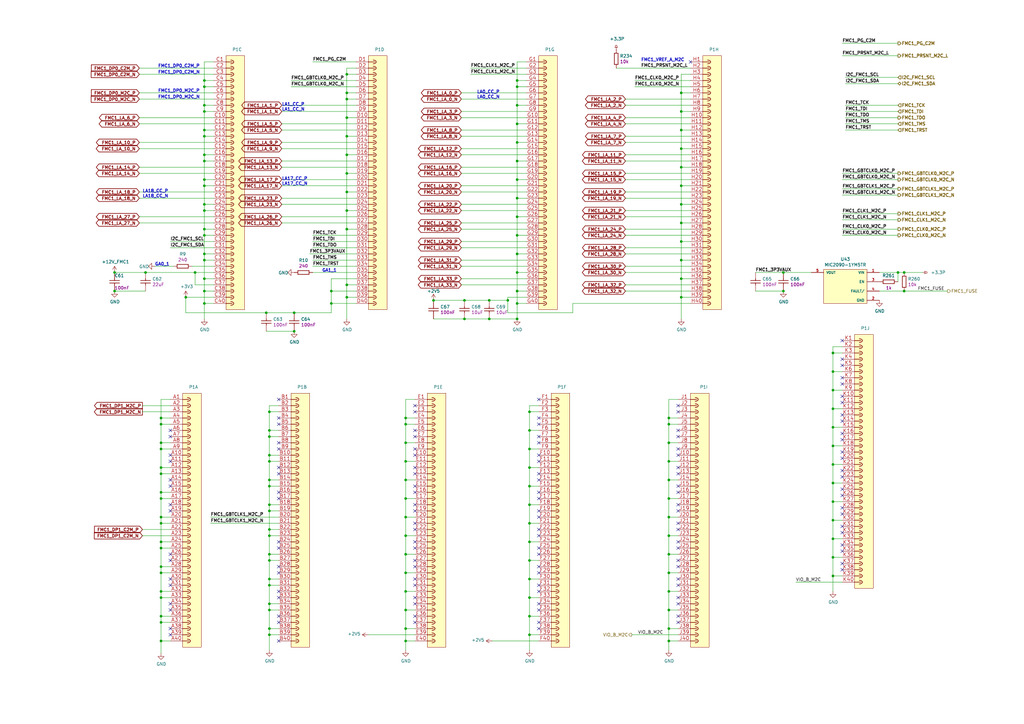
<source format=kicad_sch>
(kicad_sch (version 20211123) (generator eeschema)
  (paper "A3")
  (title_block (title "Marble") (date "2024-03-05") (rev "v1.4.4") (company "Michał Gąska / WUT") (comment 3 "FMC 1 connector"))
  (lib_symbols
    (symbol "Analog_&_Interface:MIC2090-1YM5TR" (pin_names (offset 1.016))
      (property "Reference" "U" (at 2.54 7.62 0))
      (property "Value" "MIC2090-1YM5TR" (at -3.81 -10.16 0))
      (symbol "MIC2090-1YM5TR_0_0"
        (pin input line (at -10.16 5.08 0) (length 5.08) (name "VIN") (number "1"))
        (pin passive line (at -10.16 -6.35 0) (length 5.08) (name "GND") (number "2"))
        (pin input line (at -10.16 1.27 0) (length 5.08) (name "EN") (number "3"))
        (pin output line (at -10.16 -2.54 0) (length 5.08) (name "FAULT/") (number "4"))
        (pin output line (at 17.78 5.08 180) (length 5.08) (name "VOUT") (number "5"))
      )
    )
    (symbol "Capacitors_SMD:CC0201_100NF_6.3V_10%_X5R" (pin_names (offset 1.27))
      (property "Reference" "C" (at 3.81 3.048 0))
      (property "Val" "100nF" (at 3.81 -3.048 0))
      (symbol "CC0201_100NF_6.3V_10%_X5R_0_1"
        (pin passive line (at 0 0 0) (length 2.54) (name "1") (number "1"))
        (pin passive line (at 7.62 0 180) (length 2.54) (name "2") (number "2"))
      )
    )
    (symbol "Capacitors_SMD:CC0402_100NF_25V_10%_X5R" (pin_names (offset 1.27))
      (property "Reference" "C" (at 3.81 3.048 0))
      (property "Val" "100nF" (at 3.81 -3.048 0))
      (symbol "CC0402_100NF_25V_10%_X5R_0_1"
        (pin passive line (at 0 0 0) (length 2.54) (name "1") (number "1"))
        (pin passive line (at 7.62 0 180) (length 2.54) (name "2") (number "2"))
      )
    )
    (symbol "Capacitors_SMD:CC0603_10UF_6.3V_20%_X5R" (pin_names (offset 1.27))
      (property "Reference" "C" (at 3.81 3.048 0))
      (property "Val" "10uF" (at 3.81 -3.048 0))
      (symbol "CC0603_10UF_6.3V_20%_X5R_0_1"
        (pin passive line (at 0 0 0) (length 2.54) (name "1") (number "1"))
        (pin passive line (at 7.62 0 180) (length 2.54) (name "2") (number "2"))
      )
    )
    (symbol "Capacitors_SMD:CC1206_22UF_25V_20%_X5R" (pin_names (offset 1.27))
      (property "Reference" "C" (at 3.81 3.048 0))
      (property "Val" "22uF" (at 3.81 -3.048 0))
      (symbol "CC1206_22UF_25V_20%_X5R_0_1"
        (pin passive line (at 0 0 0) (length 2.54) (name "1") (number "1"))
        (pin passive line (at 7.62 0 180) (length 2.54) (name "2") (number "2"))
      )
    )
    (symbol "Resistors_SMD:R0402_10K_1%_0.0625W_100PPM" (pin_names (offset 1.27))
      (property "Reference" "R" (at 3.81 1.778 0))
      (property "Val" "10k" (at 3.81 -1.778 0))
      (symbol "R0402_10K_1%_0.0625W_100PPM_0_1"
        (text "1%" (at 3.81 0 0) (effects (font (size 0.635 0.635))))
        (pin passive line (at 0 0 0) (length 1.524) (name "1") (number "1"))
        (pin passive line (at 7.62 0 180) (length 1.524) (name "2") (number "2"))
      )
    )
    (symbol "Resistors_SMD:R0402_1K_1%_0.0625W_100PPM" (pin_names (offset 1.27))
      (property "Reference" "R" (at 3.81 1.778 0))
      (property "Val" "1k" (at 3.81 -1.778 0))
      (symbol "R0402_1K_1%_0.0625W_100PPM_0_1"
        (text "1%" (at 3.81 0 0) (effects (font (size 0.635 0.635))))
        (pin passive line (at 0 0 0) (length 1.524) (name "1") (number "1"))
        (pin passive line (at 7.62 0 180) (length 1.524) (name "2") (number "2"))
      )
    )
    (symbol "Resistors_SMD:R0402_240R_1%_0.0625W_100PPM" (pin_names (offset 1.27))
      (property "Reference" "R" (at 3.81 1.778 0))
      (property "Val" "240" (at 3.81 -1.778 0))
      (symbol "R0402_240R_1%_0.0625W_100PPM_0_1"
        (text "1%" (at 3.81 0 0) (effects (font (size 0.635 0.635))))
        (pin passive line (at 0 0 0) (length 1.524) (name "1") (number "1"))
        (pin passive line (at 7.62 0 180) (length 1.524) (name "2") (number "2"))
      )
    )
    (symbol "SAMTEC:SAMTEC_ASP-134486-01" (pin_names (offset 1.27))
      (property "Reference" "J" (at 3.81 1.27 0))
      (symbol "SAMTEC_ASP-134486-01_1_1"
        (pin power_in line (at -5.08 -2.54 0) (length 5.08) (name "a1") (number "A1"))
        (pin bidirectional line (at -5.08 -25.4 0) (length 5.08) (name "a10") (number "A10"))
        (pin bidirectional line (at -5.08 -27.94 0) (length 5.08) (name "a11") (number "A11"))
        (pin power_in line (at -5.08 -30.48 0) (length 5.08) (name "a12") (number "A12"))
        (pin power_in line (at -5.08 -33.02 0) (length 5.08) (name "a13") (number "A13"))
        (pin bidirectional line (at -5.08 -35.56 0) (length 5.08) (name "a14") (number "A14"))
        (pin bidirectional line (at -5.08 -38.1 0) (length 5.08) (name "a15") (number "A15"))
        (pin power_in line (at -5.08 -40.64 0) (length 5.08) (name "a16") (number "A16"))
        (pin power_in line (at -5.08 -43.18 0) (length 5.08) (name "a17") (number "A17"))
        (pin bidirectional line (at -5.08 -45.72 0) (length 5.08) (name "a18") (number "A18"))
        (pin bidirectional line (at -5.08 -48.26 0) (length 5.08) (name "a19") (number "A19"))
        (pin bidirectional line (at -5.08 -5.08 0) (length 5.08) (name "a2") (number "A2"))
        (pin power_in line (at -5.08 -50.8 0) (length 5.08) (name "a20") (number "A20"))
        (pin power_in line (at -5.08 -53.34 0) (length 5.08) (name "a21") (number "A21"))
        (pin bidirectional line (at -5.08 -55.88 0) (length 5.08) (name "a22") (number "A22"))
        (pin bidirectional line (at -5.08 -58.42 0) (length 5.08) (name "a23") (number "A23"))
        (pin power_in line (at -5.08 -60.96 0) (length 5.08) (name "a24") (number "A24"))
        (pin power_in line (at -5.08 -63.5 0) (length 5.08) (name "a25") (number "A25"))
        (pin bidirectional line (at -5.08 -66.04 0) (length 5.08) (name "a26") (number "A26"))
        (pin bidirectional line (at -5.08 -68.58 0) (length 5.08) (name "a27") (number "A27"))
        (pin power_in line (at -5.08 -71.12 0) (length 5.08) (name "a28") (number "A28"))
        (pin power_in line (at -5.08 -73.66 0) (length 5.08) (name "a29") (number "A29"))
        (pin bidirectional line (at -5.08 -7.62 0) (length 5.08) (name "a3") (number "A3"))
        (pin bidirectional line (at -5.08 -76.2 0) (length 5.08) (name "a30") (number "A30"))
        (pin bidirectional line (at -5.08 -78.74 0) (length 5.08) (name "a31") (number "A31"))
        (pin power_in line (at -5.08 -81.28 0) (length 5.08) (name "a32") (number "A32"))
        (pin power_in line (at -5.08 -83.82 0) (length 5.08) (name "a33") (number "A33"))
        (pin bidirectional line (at -5.08 -86.36 0) (length 5.08) (name "a34") (number "A34"))
        (pin bidirectional line (at -5.08 -88.9 0) (length 5.08) (name "a35") (number "A35"))
        (pin power_in line (at -5.08 -91.44 0) (length 5.08) (name "a36") (number "A36"))
        (pin power_in line (at -5.08 -93.98 0) (length 5.08) (name "a37") (number "A37"))
        (pin bidirectional line (at -5.08 -96.52 0) (length 5.08) (name "a38") (number "A38"))
        (pin bidirectional line (at -5.08 -99.06 0) (length 5.08) (name "a39") (number "A39"))
        (pin power_in line (at -5.08 -10.16 0) (length 5.08) (name "a4") (number "A4"))
        (pin power_in line (at -5.08 -101.6 0) (length 5.08) (name "a40") (number "A40"))
        (pin power_in line (at -5.08 -12.7 0) (length 5.08) (name "a5") (number "A5"))
        (pin bidirectional line (at -5.08 -15.24 0) (length 5.08) (name "a6") (number "A6"))
        (pin bidirectional line (at -5.08 -17.78 0) (length 5.08) (name "a7") (number "A7"))
        (pin power_in line (at -5.08 -20.32 0) (length 5.08) (name "a8") (number "A8"))
        (pin power_in line (at -5.08 -22.86 0) (length 5.08) (name "a9") (number "A9"))
      )
      (symbol "SAMTEC_ASP-134486-01_2_1"
        (pin bidirectional line (at -5.08 -2.54 0) (length 5.08) (name "b1") (number "B1"))
        (pin power_in line (at -5.08 -25.4 0) (length 5.08) (name "b10") (number "B10"))
        (pin power_in line (at -5.08 -27.94 0) (length 5.08) (name "b11") (number "B11"))
        (pin bidirectional line (at -5.08 -30.48 0) (length 5.08) (name "b12") (number "B12"))
        (pin bidirectional line (at -5.08 -33.02 0) (length 5.08) (name "b13") (number "B13"))
        (pin power_in line (at -5.08 -35.56 0) (length 5.08) (name "b14") (number "B14"))
        (pin power_in line (at -5.08 -38.1 0) (length 5.08) (name "b15") (number "B15"))
        (pin bidirectional line (at -5.08 -40.64 0) (length 5.08) (name "b16") (number "B16"))
        (pin bidirectional line (at -5.08 -43.18 0) (length 5.08) (name "b17") (number "B17"))
        (pin power_in line (at -5.08 -45.72 0) (length 5.08) (name "b18") (number "B18"))
        (pin power_in line (at -5.08 -48.26 0) (length 5.08) (name "b19") (number "B19"))
        (pin power_in line (at -5.08 -5.08 0) (length 5.08) (name "b2") (number "B2"))
        (pin bidirectional line (at -5.08 -50.8 0) (length 5.08) (name "b20") (number "B20"))
        (pin bidirectional line (at -5.08 -53.34 0) (length 5.08) (name "b21") (number "B21"))
        (pin power_in line (at -5.08 -55.88 0) (length 5.08) (name "b22") (number "B22"))
        (pin power_in line (at -5.08 -58.42 0) (length 5.08) (name "b23") (number "B23"))
        (pin bidirectional line (at -5.08 -60.96 0) (length 5.08) (name "b24") (number "B24"))
        (pin bidirectional line (at -5.08 -63.5 0) (length 5.08) (name "b25") (number "B25"))
        (pin power_in line (at -5.08 -66.04 0) (length 5.08) (name "b26") (number "B26"))
        (pin power_in line (at -5.08 -68.58 0) (length 5.08) (name "b27") (number "B27"))
        (pin bidirectional line (at -5.08 -71.12 0) (length 5.08) (name "b28") (number "B28"))
        (pin bidirectional line (at -5.08 -73.66 0) (length 5.08) (name "b29") (number "B29"))
        (pin power_in line (at -5.08 -7.62 0) (length 5.08) (name "b3") (number "B3"))
        (pin power_in line (at -5.08 -76.2 0) (length 5.08) (name "b30") (number "B30"))
        (pin power_in line (at -5.08 -78.74 0) (length 5.08) (name "b31") (number "B31"))
        (pin bidirectional line (at -5.08 -81.28 0) (length 5.08) (name "b32") (number "B32"))
        (pin bidirectional line (at -5.08 -83.82 0) (length 5.08) (name "b33") (number "B33"))
        (pin power_in line (at -5.08 -86.36 0) (length 5.08) (name "b34") (number "B34"))
        (pin power_in line (at -5.08 -88.9 0) (length 5.08) (name "b35") (number "B35"))
        (pin bidirectional line (at -5.08 -91.44 0) (length 5.08) (name "b36") (number "B36"))
        (pin bidirectional line (at -5.08 -93.98 0) (length 5.08) (name "b37") (number "B37"))
        (pin power_in line (at -5.08 -96.52 0) (length 5.08) (name "b38") (number "B38"))
        (pin power_in line (at -5.08 -99.06 0) (length 5.08) (name "b39") (number "B39"))
        (pin bidirectional line (at -5.08 -10.16 0) (length 5.08) (name "b4") (number "B4"))
        (pin bidirectional line (at -5.08 -101.6 0) (length 5.08) (name "b40") (number "B40"))
        (pin bidirectional line (at -5.08 -12.7 0) (length 5.08) (name "b5") (number "B5"))
        (pin power_in line (at -5.08 -15.24 0) (length 5.08) (name "b6") (number "B6"))
        (pin power_in line (at -5.08 -17.78 0) (length 5.08) (name "b7") (number "B7"))
        (pin bidirectional line (at -5.08 -20.32 0) (length 5.08) (name "b8") (number "B8"))
        (pin bidirectional line (at -5.08 -22.86 0) (length 5.08) (name "b9") (number "B9"))
      )
      (symbol "SAMTEC_ASP-134486-01_3_1"
        (pin power_in line (at -5.08 -2.54 0) (length 5.08) (name "c1") (number "C1"))
        (pin bidirectional line (at -5.08 -25.4 0) (length 5.08) (name "c10") (number "C10"))
        (pin bidirectional line (at -5.08 -27.94 0) (length 5.08) (name "c11") (number "C11"))
        (pin power_in line (at -5.08 -30.48 0) (length 5.08) (name "c12") (number "C12"))
        (pin power_in line (at -5.08 -33.02 0) (length 5.08) (name "c13") (number "C13"))
        (pin bidirectional line (at -5.08 -35.56 0) (length 5.08) (name "c14") (number "C14"))
        (pin bidirectional line (at -5.08 -38.1 0) (length 5.08) (name "c15") (number "C15"))
        (pin power_in line (at -5.08 -40.64 0) (length 5.08) (name "c16") (number "C16"))
        (pin power_in line (at -5.08 -43.18 0) (length 5.08) (name "c17") (number "C17"))
        (pin bidirectional line (at -5.08 -45.72 0) (length 5.08) (name "c18") (number "C18"))
        (pin bidirectional line (at -5.08 -48.26 0) (length 5.08) (name "c19") (number "C19"))
        (pin bidirectional line (at -5.08 -5.08 0) (length 5.08) (name "c2") (number "C2"))
        (pin power_in line (at -5.08 -50.8 0) (length 5.08) (name "c20") (number "C20"))
        (pin power_in line (at -5.08 -53.34 0) (length 5.08) (name "c21") (number "C21"))
        (pin bidirectional line (at -5.08 -55.88 0) (length 5.08) (name "c22") (number "C22"))
        (pin bidirectional line (at -5.08 -58.42 0) (length 5.08) (name "c23") (number "C23"))
        (pin power_in line (at -5.08 -60.96 0) (length 5.08) (name "c24") (number "C24"))
        (pin power_in line (at -5.08 -63.5 0) (length 5.08) (name "c25") (number "C25"))
        (pin bidirectional line (at -5.08 -66.04 0) (length 5.08) (name "c26") (number "C26"))
        (pin bidirectional line (at -5.08 -68.58 0) (length 5.08) (name "c27") (number "C27"))
        (pin power_in line (at -5.08 -71.12 0) (length 5.08) (name "c28") (number "C28"))
        (pin power_in line (at -5.08 -73.66 0) (length 5.08) (name "c29") (number "C29"))
        (pin bidirectional line (at -5.08 -7.62 0) (length 5.08) (name "c3") (number "C3"))
        (pin bidirectional line (at -5.08 -76.2 0) (length 5.08) (name "c30") (number "C30"))
        (pin bidirectional line (at -5.08 -78.74 0) (length 5.08) (name "c31") (number "C31"))
        (pin power_in line (at -5.08 -81.28 0) (length 5.08) (name "c32") (number "C32"))
        (pin power_in line (at -5.08 -83.82 0) (length 5.08) (name "c33") (number "C33"))
        (pin bidirectional line (at -5.08 -86.36 0) (length 5.08) (name "c34") (number "C34"))
        (pin power_in line (at -5.08 -88.9 0) (length 5.08) (name "c35") (number "C35"))
        (pin power_in line (at -5.08 -91.44 0) (length 5.08) (name "c36") (number "C36"))
        (pin power_in line (at -5.08 -93.98 0) (length 5.08) (name "c37") (number "C37"))
        (pin power_in line (at -5.08 -96.52 0) (length 5.08) (name "c38") (number "C38"))
        (pin power_in line (at -5.08 -99.06 0) (length 5.08) (name "c39") (number "C39"))
        (pin power_in line (at -5.08 -10.16 0) (length 5.08) (name "c4") (number "C4"))
        (pin power_in line (at -5.08 -101.6 0) (length 5.08) (name "c40") (number "C40"))
        (pin power_in line (at -5.08 -12.7 0) (length 5.08) (name "c5") (number "C5"))
        (pin bidirectional line (at -5.08 -15.24 0) (length 5.08) (name "c6") (number "C6"))
        (pin bidirectional line (at -5.08 -17.78 0) (length 5.08) (name "c7") (number "C7"))
        (pin power_in line (at -5.08 -20.32 0) (length 5.08) (name "c8") (number "C8"))
        (pin power_in line (at -5.08 -22.86 0) (length 5.08) (name "c9") (number "C9"))
      )
      (symbol "SAMTEC_ASP-134486-01_4_1"
        (pin bidirectional line (at -5.08 -2.54 0) (length 5.08) (name "d1") (number "D1"))
        (pin power_in line (at -5.08 -25.4 0) (length 5.08) (name "d10") (number "D10"))
        (pin bidirectional line (at -5.08 -27.94 0) (length 5.08) (name "d11") (number "D11"))
        (pin bidirectional line (at -5.08 -30.48 0) (length 5.08) (name "d12") (number "D12"))
        (pin power_in line (at -5.08 -33.02 0) (length 5.08) (name "d13") (number "D13"))
        (pin bidirectional line (at -5.08 -35.56 0) (length 5.08) (name "d14") (number "D14"))
        (pin bidirectional line (at -5.08 -38.1 0) (length 5.08) (name "d15") (number "D15"))
        (pin power_in line (at -5.08 -40.64 0) (length 5.08) (name "d16") (number "D16"))
        (pin bidirectional line (at -5.08 -43.18 0) (length 5.08) (name "d17") (number "D17"))
        (pin bidirectional line (at -5.08 -45.72 0) (length 5.08) (name "d18") (number "D18"))
        (pin power_in line (at -5.08 -48.26 0) (length 5.08) (name "d19") (number "D19"))
        (pin power_in line (at -5.08 -5.08 0) (length 5.08) (name "d2") (number "D2"))
        (pin bidirectional line (at -5.08 -50.8 0) (length 5.08) (name "d20") (number "D20"))
        (pin bidirectional line (at -5.08 -53.34 0) (length 5.08) (name "d21") (number "D21"))
        (pin power_in line (at -5.08 -55.88 0) (length 5.08) (name "d22") (number "D22"))
        (pin bidirectional line (at -5.08 -58.42 0) (length 5.08) (name "d23") (number "D23"))
        (pin bidirectional line (at -5.08 -60.96 0) (length 5.08) (name "d24") (number "D24"))
        (pin power_in line (at -5.08 -63.5 0) (length 5.08) (name "d25") (number "D25"))
        (pin bidirectional line (at -5.08 -66.04 0) (length 5.08) (name "d26") (number "D26"))
        (pin bidirectional line (at -5.08 -68.58 0) (length 5.08) (name "d27") (number "D27"))
        (pin power_in line (at -5.08 -71.12 0) (length 5.08) (name "d28") (number "D28"))
        (pin bidirectional line (at -5.08 -73.66 0) (length 5.08) (name "d29") (number "D29"))
        (pin power_in line (at -5.08 -7.62 0) (length 5.08) (name "d3") (number "D3"))
        (pin bidirectional line (at -5.08 -76.2 0) (length 5.08) (name "d30") (number "D30"))
        (pin bidirectional line (at -5.08 -78.74 0) (length 5.08) (name "d31") (number "D31"))
        (pin bidirectional line (at -5.08 -81.28 0) (length 5.08) (name "d32") (number "D32"))
        (pin bidirectional line (at -5.08 -83.82 0) (length 5.08) (name "d33") (number "D33"))
        (pin bidirectional line (at -5.08 -86.36 0) (length 5.08) (name "d34") (number "D34"))
        (pin bidirectional line (at -5.08 -88.9 0) (length 5.08) (name "d35") (number "D35"))
        (pin power_in line (at -5.08 -91.44 0) (length 5.08) (name "d36") (number "D36"))
        (pin power_in line (at -5.08 -93.98 0) (length 5.08) (name "d37") (number "D37"))
        (pin power_in line (at -5.08 -96.52 0) (length 5.08) (name "d38") (number "D38"))
        (pin power_in line (at -5.08 -99.06 0) (length 5.08) (name "d39") (number "D39"))
        (pin bidirectional line (at -5.08 -10.16 0) (length 5.08) (name "d4") (number "D4"))
        (pin power_in line (at -5.08 -101.6 0) (length 5.08) (name "d40") (number "D40"))
        (pin bidirectional line (at -5.08 -12.7 0) (length 5.08) (name "d5") (number "D5"))
        (pin power_in line (at -5.08 -15.24 0) (length 5.08) (name "d6") (number "D6"))
        (pin power_in line (at -5.08 -17.78 0) (length 5.08) (name "d7") (number "D7"))
        (pin bidirectional line (at -5.08 -20.32 0) (length 5.08) (name "d8") (number "D8"))
        (pin bidirectional line (at -5.08 -22.86 0) (length 5.08) (name "d9") (number "D9"))
      )
      (symbol "SAMTEC_ASP-134486-01_5_1"
        (pin power_in line (at -5.08 -2.54 0) (length 5.08) (name "e1") (number "E1"))
        (pin bidirectional line (at -5.08 -25.4 0) (length 5.08) (name "e10") (number "E10"))
        (pin power_in line (at -5.08 -27.94 0) (length 5.08) (name "e11") (number "E11"))
        (pin bidirectional line (at -5.08 -30.48 0) (length 5.08) (name "e12") (number "E12"))
        (pin bidirectional line (at -5.08 -33.02 0) (length 5.08) (name "e13") (number "E13"))
        (pin power_in line (at -5.08 -35.56 0) (length 5.08) (name "e14") (number "E14"))
        (pin bidirectional line (at -5.08 -38.1 0) (length 5.08) (name "e15") (number "E15"))
        (pin bidirectional line (at -5.08 -40.64 0) (length 5.08) (name "e16") (number "E16"))
        (pin power_in line (at -5.08 -43.18 0) (length 5.08) (name "e17") (number "E17"))
        (pin bidirectional line (at -5.08 -45.72 0) (length 5.08) (name "e18") (number "E18"))
        (pin bidirectional line (at -5.08 -48.26 0) (length 5.08) (name "e19") (number "E19"))
        (pin bidirectional line (at -5.08 -5.08 0) (length 5.08) (name "e2") (number "E2"))
        (pin power_in line (at -5.08 -50.8 0) (length 5.08) (name "e20") (number "E20"))
        (pin bidirectional line (at -5.08 -53.34 0) (length 5.08) (name "e21") (number "E21"))
        (pin bidirectional line (at -5.08 -55.88 0) (length 5.08) (name "e22") (number "E22"))
        (pin power_in line (at -5.08 -58.42 0) (length 5.08) (name "e23") (number "E23"))
        (pin bidirectional line (at -5.08 -60.96 0) (length 5.08) (name "e24") (number "E24"))
        (pin bidirectional line (at -5.08 -63.5 0) (length 5.08) (name "e25") (number "E25"))
        (pin power_in line (at -5.08 -66.04 0) (length 5.08) (name "e26") (number "E26"))
        (pin bidirectional line (at -5.08 -68.58 0) (length 5.08) (name "e27") (number "E27"))
        (pin bidirectional line (at -5.08 -71.12 0) (length 5.08) (name "e28") (number "E28"))
        (pin power_in line (at -5.08 -73.66 0) (length 5.08) (name "e29") (number "E29"))
        (pin bidirectional line (at -5.08 -7.62 0) (length 5.08) (name "e3") (number "E3"))
        (pin bidirectional line (at -5.08 -76.2 0) (length 5.08) (name "e30") (number "E30"))
        (pin bidirectional line (at -5.08 -78.74 0) (length 5.08) (name "e31") (number "E31"))
        (pin power_in line (at -5.08 -81.28 0) (length 5.08) (name "e32") (number "E32"))
        (pin bidirectional line (at -5.08 -83.82 0) (length 5.08) (name "e33") (number "E33"))
        (pin bidirectional line (at -5.08 -86.36 0) (length 5.08) (name "e34") (number "E34"))
        (pin power_in line (at -5.08 -88.9 0) (length 5.08) (name "e35") (number "E35"))
        (pin bidirectional line (at -5.08 -91.44 0) (length 5.08) (name "e36") (number "E36"))
        (pin bidirectional line (at -5.08 -93.98 0) (length 5.08) (name "e37") (number "E37"))
        (pin power_in line (at -5.08 -96.52 0) (length 5.08) (name "e38") (number "E38"))
        (pin power_in line (at -5.08 -99.06 0) (length 5.08) (name "e39") (number "E39"))
        (pin power_in line (at -5.08 -10.16 0) (length 5.08) (name "e4") (number "E4"))
        (pin power_in line (at -5.08 -101.6 0) (length 5.08) (name "e40") (number "E40"))
        (pin power_in line (at -5.08 -12.7 0) (length 5.08) (name "e5") (number "E5"))
        (pin bidirectional line (at -5.08 -15.24 0) (length 5.08) (name "e6") (number "E6"))
        (pin bidirectional line (at -5.08 -17.78 0) (length 5.08) (name "e7") (number "E7"))
        (pin power_in line (at -5.08 -20.32 0) (length 5.08) (name "e8") (number "E8"))
        (pin bidirectional line (at -5.08 -22.86 0) (length 5.08) (name "e9") (number "E9"))
      )
      (symbol "SAMTEC_ASP-134486-01_6_1"
        (pin bidirectional line (at -5.08 -2.54 0) (length 5.08) (name "f1") (number "F1"))
        (pin bidirectional line (at -5.08 -25.4 0) (length 5.08) (name "f10") (number "F10"))
        (pin bidirectional line (at -5.08 -27.94 0) (length 5.08) (name "f11") (number "F11"))
        (pin power_in line (at -5.08 -30.48 0) (length 5.08) (name "f12") (number "F12"))
        (pin bidirectional line (at -5.08 -33.02 0) (length 5.08) (name "f13") (number "F13"))
        (pin bidirectional line (at -5.08 -35.56 0) (length 5.08) (name "f14") (number "F14"))
        (pin power_in line (at -5.08 -38.1 0) (length 5.08) (name "f15") (number "F15"))
        (pin bidirectional line (at -5.08 -40.64 0) (length 5.08) (name "f16") (number "F16"))
        (pin bidirectional line (at -5.08 -43.18 0) (length 5.08) (name "f17") (number "F17"))
        (pin power_in line (at -5.08 -45.72 0) (length 5.08) (name "f18") (number "F18"))
        (pin bidirectional line (at -5.08 -48.26 0) (length 5.08) (name "f19") (number "F19"))
        (pin power_in line (at -5.08 -5.08 0) (length 5.08) (name "f2") (number "F2"))
        (pin bidirectional line (at -5.08 -50.8 0) (length 5.08) (name "f20") (number "F20"))
        (pin power_in line (at -5.08 -53.34 0) (length 5.08) (name "f21") (number "F21"))
        (pin bidirectional line (at -5.08 -55.88 0) (length 5.08) (name "f22") (number "F22"))
        (pin bidirectional line (at -5.08 -58.42 0) (length 5.08) (name "f23") (number "F23"))
        (pin power_in line (at -5.08 -60.96 0) (length 5.08) (name "f24") (number "F24"))
        (pin bidirectional line (at -5.08 -63.5 0) (length 5.08) (name "f25") (number "F25"))
        (pin bidirectional line (at -5.08 -66.04 0) (length 5.08) (name "f26") (number "F26"))
        (pin power_in line (at -5.08 -68.58 0) (length 5.08) (name "f27") (number "F27"))
        (pin bidirectional line (at -5.08 -71.12 0) (length 5.08) (name "f28") (number "F28"))
        (pin bidirectional line (at -5.08 -73.66 0) (length 5.08) (name "f29") (number "F29"))
        (pin power_in line (at -5.08 -7.62 0) (length 5.08) (name "f3") (number "F3"))
        (pin power_in line (at -5.08 -76.2 0) (length 5.08) (name "f30") (number "F30"))
        (pin bidirectional line (at -5.08 -78.74 0) (length 5.08) (name "f31") (number "F31"))
        (pin bidirectional line (at -5.08 -81.28 0) (length 5.08) (name "f32") (number "F32"))
        (pin power_in line (at -5.08 -83.82 0) (length 5.08) (name "f33") (number "F33"))
        (pin bidirectional line (at -5.08 -86.36 0) (length 5.08) (name "f34") (number "F34"))
        (pin bidirectional line (at -5.08 -88.9 0) (length 5.08) (name "f35") (number "F35"))
        (pin power_in line (at -5.08 -91.44 0) (length 5.08) (name "f36") (number "F36"))
        (pin bidirectional line (at -5.08 -93.98 0) (length 5.08) (name "f37") (number "F37"))
        (pin bidirectional line (at -5.08 -96.52 0) (length 5.08) (name "f38") (number "F38"))
        (pin power_in line (at -5.08 -99.06 0) (length 5.08) (name "f39") (number "F39"))
        (pin bidirectional line (at -5.08 -10.16 0) (length 5.08) (name "f4") (number "F4"))
        (pin power_in line (at -5.08 -101.6 0) (length 5.08) (name "f40") (number "F40"))
        (pin bidirectional line (at -5.08 -12.7 0) (length 5.08) (name "f5") (number "F5"))
        (pin power_in line (at -5.08 -15.24 0) (length 5.08) (name "f6") (number "F6"))
        (pin bidirectional line (at -5.08 -17.78 0) (length 5.08) (name "f7") (number "F7"))
        (pin bidirectional line (at -5.08 -20.32 0) (length 5.08) (name "f8") (number "F8"))
        (pin power_in line (at -5.08 -22.86 0) (length 5.08) (name "f9") (number "F9"))
      )
      (symbol "SAMTEC_ASP-134486-01_7_1"
        (pin power_in line (at -5.08 -2.54 0) (length 5.08) (name "g1") (number "G1"))
        (pin bidirectional line (at -5.08 -25.4 0) (length 5.08) (name "g10") (number "G10"))
        (pin power_in line (at -5.08 -27.94 0) (length 5.08) (name "g11") (number "G11"))
        (pin bidirectional line (at -5.08 -30.48 0) (length 5.08) (name "g12") (number "G12"))
        (pin bidirectional line (at -5.08 -33.02 0) (length 5.08) (name "g13") (number "G13"))
        (pin power_in line (at -5.08 -35.56 0) (length 5.08) (name "g14") (number "G14"))
        (pin bidirectional line (at -5.08 -38.1 0) (length 5.08) (name "g15") (number "G15"))
        (pin bidirectional line (at -5.08 -40.64 0) (length 5.08) (name "g16") (number "G16"))
        (pin power_in line (at -5.08 -43.18 0) (length 5.08) (name "g17") (number "G17"))
        (pin bidirectional line (at -5.08 -45.72 0) (length 5.08) (name "g18") (number "G18"))
        (pin bidirectional line (at -5.08 -48.26 0) (length 5.08) (name "g19") (number "G19"))
        (pin bidirectional line (at -5.08 -5.08 0) (length 5.08) (name "g2") (number "G2"))
        (pin power_in line (at -5.08 -50.8 0) (length 5.08) (name "g20") (number "G20"))
        (pin bidirectional line (at -5.08 -53.34 0) (length 5.08) (name "g21") (number "G21"))
        (pin bidirectional line (at -5.08 -55.88 0) (length 5.08) (name "g22") (number "G22"))
        (pin power_in line (at -5.08 -58.42 0) (length 5.08) (name "g23") (number "G23"))
        (pin bidirectional line (at -5.08 -60.96 0) (length 5.08) (name "g24") (number "G24"))
        (pin bidirectional line (at -5.08 -63.5 0) (length 5.08) (name "g25") (number "G25"))
        (pin power_in line (at -5.08 -66.04 0) (length 5.08) (name "g26") (number "G26"))
        (pin bidirectional line (at -5.08 -68.58 0) (length 5.08) (name "g27") (number "G27"))
        (pin bidirectional line (at -5.08 -71.12 0) (length 5.08) (name "g28") (number "G28"))
        (pin power_in line (at -5.08 -73.66 0) (length 5.08) (name "g29") (number "G29"))
        (pin bidirectional line (at -5.08 -7.62 0) (length 5.08) (name "g3") (number "G3"))
        (pin bidirectional line (at -5.08 -76.2 0) (length 5.08) (name "g30") (number "G30"))
        (pin bidirectional line (at -5.08 -78.74 0) (length 5.08) (name "g31") (number "G31"))
        (pin power_in line (at -5.08 -81.28 0) (length 5.08) (name "g32") (number "G32"))
        (pin bidirectional line (at -5.08 -83.82 0) (length 5.08) (name "g33") (number "G33"))
        (pin bidirectional line (at -5.08 -86.36 0) (length 5.08) (name "g34") (number "G34"))
        (pin power_in line (at -5.08 -88.9 0) (length 5.08) (name "g35") (number "G35"))
        (pin bidirectional line (at -5.08 -91.44 0) (length 5.08) (name "g36") (number "G36"))
        (pin bidirectional line (at -5.08 -93.98 0) (length 5.08) (name "g37") (number "G37"))
        (pin power_in line (at -5.08 -96.52 0) (length 5.08) (name "g38") (number "G38"))
        (pin power_in line (at -5.08 -99.06 0) (length 5.08) (name "g39") (number "G39"))
        (pin power_in line (at -5.08 -10.16 0) (length 5.08) (name "g4") (number "G4"))
        (pin power_in line (at -5.08 -101.6 0) (length 5.08) (name "g40") (number "G40"))
        (pin power_in line (at -5.08 -12.7 0) (length 5.08) (name "g5") (number "G5"))
        (pin bidirectional line (at -5.08 -15.24 0) (length 5.08) (name "g6") (number "G6"))
        (pin bidirectional line (at -5.08 -17.78 0) (length 5.08) (name "g7") (number "G7"))
        (pin power_in line (at -5.08 -20.32 0) (length 5.08) (name "g8") (number "G8"))
        (pin bidirectional line (at -5.08 -22.86 0) (length 5.08) (name "g9") (number "G9"))
      )
      (symbol "SAMTEC_ASP-134486-01_8_1"
        (pin bidirectional line (at -5.08 -2.54 0) (length 5.08) (name "h1") (number "H1"))
        (pin bidirectional line (at -5.08 -25.4 0) (length 5.08) (name "h10") (number "H10"))
        (pin bidirectional line (at -5.08 -27.94 0) (length 5.08) (name "h11") (number "H11"))
        (pin power_in line (at -5.08 -30.48 0) (length 5.08) (name "h12") (number "H12"))
        (pin bidirectional line (at -5.08 -33.02 0) (length 5.08) (name "h13") (number "H13"))
        (pin bidirectional line (at -5.08 -35.56 0) (length 5.08) (name "h14") (number "H14"))
        (pin power_in line (at -5.08 -38.1 0) (length 5.08) (name "h15") (number "H15"))
        (pin bidirectional line (at -5.08 -40.64 0) (length 5.08) (name "h16") (number "H16"))
        (pin bidirectional line (at -5.08 -43.18 0) (length 5.08) (name "h17") (number "H17"))
        (pin power_in line (at -5.08 -45.72 0) (length 5.08) (name "h18") (number "H18"))
        (pin bidirectional line (at -5.08 -48.26 0) (length 5.08) (name "h19") (number "H19"))
        (pin bidirectional line (at -5.08 -5.08 0) (length 5.08) (name "h2") (number "H2"))
        (pin bidirectional line (at -5.08 -50.8 0) (length 5.08) (name "h20") (number "H20"))
        (pin power_in line (at -5.08 -53.34 0) (length 5.08) (name "h21") (number "H21"))
        (pin bidirectional line (at -5.08 -55.88 0) (length 5.08) (name "h22") (number "H22"))
        (pin bidirectional line (at -5.08 -58.42 0) (length 5.08) (name "h23") (number "H23"))
        (pin power_in line (at -5.08 -60.96 0) (length 5.08) (name "h24") (number "H24"))
        (pin bidirectional line (at -5.08 -63.5 0) (length 5.08) (name "h25") (number "H25"))
        (pin bidirectional line (at -5.08 -66.04 0) (length 5.08) (name "h26") (number "H26"))
        (pin power_in line (at -5.08 -68.58 0) (length 5.08) (name "h27") (number "H27"))
        (pin bidirectional line (at -5.08 -71.12 0) (length 5.08) (name "h28") (number "H28"))
        (pin bidirectional line (at -5.08 -73.66 0) (length 5.08) (name "h29") (number "H29"))
        (pin power_in line (at -5.08 -7.62 0) (length 5.08) (name "h3") (number "H3"))
        (pin power_in line (at -5.08 -76.2 0) (length 5.08) (name "h30") (number "H30"))
        (pin bidirectional line (at -5.08 -78.74 0) (length 5.08) (name "h31") (number "H31"))
        (pin bidirectional line (at -5.08 -81.28 0) (length 5.08) (name "h32") (number "H32"))
        (pin power_in line (at -5.08 -83.82 0) (length 5.08) (name "h33") (number "H33"))
        (pin bidirectional line (at -5.08 -86.36 0) (length 5.08) (name "h34") (number "H34"))
        (pin bidirectional line (at -5.08 -88.9 0) (length 5.08) (name "h35") (number "H35"))
        (pin power_in line (at -5.08 -91.44 0) (length 5.08) (name "h36") (number "H36"))
        (pin bidirectional line (at -5.08 -93.98 0) (length 5.08) (name "h37") (number "H37"))
        (pin bidirectional line (at -5.08 -96.52 0) (length 5.08) (name "h38") (number "H38"))
        (pin power_in line (at -5.08 -99.06 0) (length 5.08) (name "h39") (number "H39"))
        (pin bidirectional line (at -5.08 -10.16 0) (length 5.08) (name "h4") (number "H4"))
        (pin power_in line (at -5.08 -101.6 0) (length 5.08) (name "h40") (number "H40"))
        (pin bidirectional line (at -5.08 -12.7 0) (length 5.08) (name "h5") (number "H5"))
        (pin power_in line (at -5.08 -15.24 0) (length 5.08) (name "h6") (number "H6"))
        (pin bidirectional line (at -5.08 -17.78 0) (length 5.08) (name "h7") (number "H7"))
        (pin bidirectional line (at -5.08 -20.32 0) (length 5.08) (name "h8") (number "H8"))
        (pin power_in line (at -5.08 -22.86 0) (length 5.08) (name "h9") (number "H9"))
      )
      (symbol "SAMTEC_ASP-134486-01_9_1"
        (pin power_in line (at -5.08 -2.54 0) (length 5.08) (name "j1") (number "J1"))
        (pin bidirectional line (at -5.08 -25.4 0) (length 5.08) (name "j10") (number "J10"))
        (pin power_in line (at -5.08 -27.94 0) (length 5.08) (name "j11") (number "J11"))
        (pin bidirectional line (at -5.08 -30.48 0) (length 5.08) (name "j12") (number "J12"))
        (pin bidirectional line (at -5.08 -33.02 0) (length 5.08) (name "j13") (number "J13"))
        (pin power_in line (at -5.08 -35.56 0) (length 5.08) (name "j14") (number "J14"))
        (pin bidirectional line (at -5.08 -38.1 0) (length 5.08) (name "j15") (number "J15"))
        (pin bidirectional line (at -5.08 -40.64 0) (length 5.08) (name "j16") (number "J16"))
        (pin power_in line (at -5.08 -43.18 0) (length 5.08) (name "j17") (number "J17"))
        (pin bidirectional line (at -5.08 -45.72 0) (length 5.08) (name "j18") (number "J18"))
        (pin bidirectional line (at -5.08 -48.26 0) (length 5.08) (name "j19") (number "J19"))
        (pin bidirectional line (at -5.08 -5.08 0) (length 5.08) (name "j2") (number "J2"))
        (pin power_in line (at -5.08 -50.8 0) (length 5.08) (name "j20") (number "J20"))
        (pin bidirectional line (at -5.08 -53.34 0) (length 5.08) (name "j21") (number "J21"))
        (pin bidirectional line (at -5.08 -55.88 0) (length 5.08) (name "j22") (number "J22"))
        (pin power_in line (at -5.08 -58.42 0) (length 5.08) (name "j23") (number "J23"))
        (pin bidirectional line (at -5.08 -60.96 0) (length 5.08) (name "j24") (number "J24"))
        (pin bidirectional line (at -5.08 -63.5 0) (length 5.08) (name "j25") (number "J25"))
        (pin power_in line (at -5.08 -66.04 0) (length 5.08) (name "j26") (number "J26"))
        (pin bidirectional line (at -5.08 -68.58 0) (length 5.08) (name "j27") (number "J27"))
        (pin bidirectional line (at -5.08 -71.12 0) (length 5.08) (name "j28") (number "J28"))
        (pin power_in line (at -5.08 -73.66 0) (length 5.08) (name "j29") (number "J29"))
        (pin bidirectional line (at -5.08 -7.62 0) (length 5.08) (name "j3") (number "J3"))
        (pin bidirectional line (at -5.08 -76.2 0) (length 5.08) (name "j30") (number "J30"))
        (pin bidirectional line (at -5.08 -78.74 0) (length 5.08) (name "j31") (number "J31"))
        (pin power_in line (at -5.08 -81.28 0) (length 5.08) (name "j32") (number "J32"))
        (pin bidirectional line (at -5.08 -83.82 0) (length 5.08) (name "j33") (number "J33"))
        (pin bidirectional line (at -5.08 -86.36 0) (length 5.08) (name "j34") (number "J34"))
        (pin power_in line (at -5.08 -88.9 0) (length 5.08) (name "j35") (number "J35"))
        (pin bidirectional line (at -5.08 -91.44 0) (length 5.08) (name "j36") (number "J36"))
        (pin bidirectional line (at -5.08 -93.98 0) (length 5.08) (name "j37") (number "J37"))
        (pin power_in line (at -5.08 -96.52 0) (length 5.08) (name "j38") (number "J38"))
        (pin power_in line (at -5.08 -99.06 0) (length 5.08) (name "j39") (number "J39"))
        (pin power_in line (at -5.08 -10.16 0) (length 5.08) (name "j4") (number "J4"))
        (pin power_in line (at -5.08 -101.6 0) (length 5.08) (name "j40") (number "J40"))
        (pin power_in line (at -5.08 -12.7 0) (length 5.08) (name "j5") (number "J5"))
        (pin bidirectional line (at -5.08 -15.24 0) (length 5.08) (name "j6") (number "J6"))
        (pin bidirectional line (at -5.08 -17.78 0) (length 5.08) (name "j7") (number "J7"))
        (pin power_in line (at -5.08 -20.32 0) (length 5.08) (name "j8") (number "J8"))
        (pin bidirectional line (at -5.08 -22.86 0) (length 5.08) (name "j9") (number "J9"))
      )
      (symbol "SAMTEC_ASP-134486-01_10_1"
        (pin power_in line (at -5.08 -2.54 0) (length 5.08) (name "k1") (number "K1"))
        (pin bidirectional line (at -5.08 -25.4 0) (length 5.08) (name "k10") (number "K10"))
        (pin bidirectional line (at -5.08 -27.94 0) (length 5.08) (name "k11") (number "K11"))
        (pin power_in line (at -5.08 -30.48 0) (length 5.08) (name "k12") (number "K12"))
        (pin bidirectional line (at -5.08 -33.02 0) (length 5.08) (name "k13") (number "K13"))
        (pin bidirectional line (at -5.08 -35.56 0) (length 5.08) (name "k14") (number "K14"))
        (pin power_in line (at -5.08 -38.1 0) (length 5.08) (name "k15") (number "K15"))
        (pin bidirectional line (at -5.08 -40.64 0) (length 5.08) (name "k16") (number "K16"))
        (pin bidirectional line (at -5.08 -43.18 0) (length 5.08) (name "k17") (number "K17"))
        (pin power_in line (at -5.08 -45.72 0) (length 5.08) (name "k18") (number "K18"))
        (pin bidirectional line (at -5.08 -48.26 0) (length 5.08) (name "k19") (number "K19"))
        (pin power_in line (at -5.08 -5.08 0) (length 5.08) (name "k2") (number "K2"))
        (pin bidirectional line (at -5.08 -50.8 0) (length 5.08) (name "k20") (number "K20"))
        (pin power_in line (at -5.08 -53.34 0) (length 5.08) (name "k21") (number "K21"))
        (pin bidirectional line (at -5.08 -55.88 0) (length 5.08) (name "k22") (number "K22"))
        (pin bidirectional line (at -5.08 -58.42 0) (length 5.08) (name "k23") (number "K23"))
        (pin power_in line (at -5.08 -60.96 0) (length 5.08) (name "k24") (number "K24"))
        (pin bidirectional line (at -5.08 -63.5 0) (length 5.08) (name "k25") (number "K25"))
        (pin bidirectional line (at -5.08 -66.04 0) (length 5.08) (name "k26") (number "K26"))
        (pin power_in line (at -5.08 -68.58 0) (length 5.08) (name "k27") (number "K27"))
        (pin bidirectional line (at -5.08 -71.12 0) (length 5.08) (name "k28") (number "K28"))
        (pin bidirectional line (at -5.08 -73.66 0) (length 5.08) (name "k29") (number "K29"))
        (pin power_in line (at -5.08 -7.62 0) (length 5.08) (name "k3") (number "K3"))
        (pin power_in line (at -5.08 -76.2 0) (length 5.08) (name "k30") (number "K30"))
        (pin bidirectional line (at -5.08 -78.74 0) (length 5.08) (name "k31") (number "K31"))
        (pin bidirectional line (at -5.08 -81.28 0) (length 5.08) (name "k32") (number "K32"))
        (pin power_in line (at -5.08 -83.82 0) (length 5.08) (name "k33") (number "K33"))
        (pin bidirectional line (at -5.08 -86.36 0) (length 5.08) (name "k34") (number "K34"))
        (pin bidirectional line (at -5.08 -88.9 0) (length 5.08) (name "k35") (number "K35"))
        (pin power_in line (at -5.08 -91.44 0) (length 5.08) (name "k36") (number "K36"))
        (pin bidirectional line (at -5.08 -93.98 0) (length 5.08) (name "k37") (number "K37"))
        (pin bidirectional line (at -5.08 -96.52 0) (length 5.08) (name "k38") (number "K38"))
        (pin power_in line (at -5.08 -99.06 0) (length 5.08) (name "k39") (number "K39"))
        (pin bidirectional line (at -5.08 -10.16 0) (length 5.08) (name "k4") (number "K4"))
        (pin power_out line (at -5.08 -101.6 0) (length 5.08) (name "k40") (number "K40"))
        (pin bidirectional line (at -5.08 -12.7 0) (length 5.08) (name "k5") (number "K5"))
        (pin power_in line (at -5.08 -15.24 0) (length 5.08) (name "k6") (number "K6"))
        (pin bidirectional line (at -5.08 -17.78 0) (length 5.08) (name "k7") (number "K7"))
        (pin bidirectional line (at -5.08 -20.32 0) (length 5.08) (name "k8") (number "K8"))
        (pin power_in line (at -5.08 -22.86 0) (length 5.08) (name "k9") (number "K9"))
      )
    )
    (symbol "SAMTEC_ASP-134486-01_1" (pin_names (offset 1.27))
      (property "Reference" "P1" (at 2.54 2.54 0))
      (symbol "SAMTEC_ASP-134486-01_1_1_1"
        (pin power_in line (at -5.08 -2.54 0) (length 5.08) (name "a1") (number "A1"))
        (pin bidirectional line (at -5.08 -25.4 0) (length 5.08) (name "a10") (number "A10"))
        (pin bidirectional line (at -5.08 -27.94 0) (length 5.08) (name "a11") (number "A11"))
        (pin power_in line (at -5.08 -30.48 0) (length 5.08) (name "a12") (number "A12"))
        (pin power_in line (at -5.08 -33.02 0) (length 5.08) (name "a13") (number "A13"))
        (pin bidirectional line (at -5.08 -35.56 0) (length 5.08) (name "a14") (number "A14"))
        (pin bidirectional line (at -5.08 -38.1 0) (length 5.08) (name "a15") (number "A15"))
        (pin power_in line (at -5.08 -40.64 0) (length 5.08) (name "a16") (number "A16"))
        (pin power_in line (at -5.08 -43.18 0) (length 5.08) (name "a17") (number "A17"))
        (pin bidirectional line (at -5.08 -45.72 0) (length 5.08) (name "a18") (number "A18"))
        (pin bidirectional line (at -5.08 -48.26 0) (length 5.08) (name "a19") (number "A19"))
        (pin bidirectional line (at -5.08 -5.08 0) (length 5.08) (name "a2") (number "A2"))
        (pin power_in line (at -5.08 -50.8 0) (length 5.08) (name "a20") (number "A20"))
        (pin power_in line (at -5.08 -53.34 0) (length 5.08) (name "a21") (number "A21"))
        (pin bidirectional line (at -5.08 -55.88 0) (length 5.08) (name "a22") (number "A22"))
        (pin bidirectional line (at -5.08 -58.42 0) (length 5.08) (name "a23") (number "A23"))
        (pin power_in line (at -5.08 -60.96 0) (length 5.08) (name "a24") (number "A24"))
        (pin power_in line (at -5.08 -63.5 0) (length 5.08) (name "a25") (number "A25"))
        (pin bidirectional line (at -5.08 -66.04 0) (length 5.08) (name "a26") (number "A26"))
        (pin bidirectional line (at -5.08 -68.58 0) (length 5.08) (name "a27") (number "A27"))
        (pin power_in line (at -5.08 -71.12 0) (length 5.08) (name "a28") (number "A28"))
        (pin power_in line (at -5.08 -73.66 0) (length 5.08) (name "a29") (number "A29"))
        (pin bidirectional line (at -5.08 -7.62 0) (length 5.08) (name "a3") (number "A3"))
        (pin bidirectional line (at -5.08 -76.2 0) (length 5.08) (name "a30") (number "A30"))
        (pin bidirectional line (at -5.08 -78.74 0) (length 5.08) (name "a31") (number "A31"))
        (pin power_in line (at -5.08 -81.28 0) (length 5.08) (name "a32") (number "A32"))
        (pin power_in line (at -5.08 -83.82 0) (length 5.08) (name "a33") (number "A33"))
        (pin bidirectional line (at -5.08 -86.36 0) (length 5.08) (name "a34") (number "A34"))
        (pin bidirectional line (at -5.08 -88.9 0) (length 5.08) (name "a35") (number "A35"))
        (pin power_in line (at -5.08 -91.44 0) (length 5.08) (name "a36") (number "A36"))
        (pin power_in line (at -5.08 -93.98 0) (length 5.08) (name "a37") (number "A37"))
        (pin bidirectional line (at -5.08 -96.52 0) (length 5.08) (name "a38") (number "A38"))
        (pin bidirectional line (at -5.08 -99.06 0) (length 5.08) (name "a39") (number "A39"))
        (pin power_in line (at -5.08 -10.16 0) (length 5.08) (name "a4") (number "A4"))
        (pin power_in line (at -5.08 -101.6 0) (length 5.08) (name "a40") (number "A40"))
        (pin power_in line (at -5.08 -12.7 0) (length 5.08) (name "a5") (number "A5"))
        (pin bidirectional line (at -5.08 -15.24 0) (length 5.08) (name "a6") (number "A6"))
        (pin bidirectional line (at -5.08 -17.78 0) (length 5.08) (name "a7") (number "A7"))
        (pin power_in line (at -5.08 -20.32 0) (length 5.08) (name "a8") (number "A8"))
        (pin power_in line (at -5.08 -22.86 0) (length 5.08) (name "a9") (number "A9"))
      )
      (symbol "SAMTEC_ASP-134486-01_1_2_1"
        (pin bidirectional line (at -5.08 -2.54 0) (length 5.08) (name "b1") (number "B1"))
        (pin power_in line (at -5.08 -25.4 0) (length 5.08) (name "b10") (number "B10"))
        (pin power_in line (at -5.08 -27.94 0) (length 5.08) (name "b11") (number "B11"))
        (pin bidirectional line (at -5.08 -30.48 0) (length 5.08) (name "b12") (number "B12"))
        (pin bidirectional line (at -5.08 -33.02 0) (length 5.08) (name "b13") (number "B13"))
        (pin power_in line (at -5.08 -35.56 0) (length 5.08) (name "b14") (number "B14"))
        (pin power_in line (at -5.08 -38.1 0) (length 5.08) (name "b15") (number "B15"))
        (pin bidirectional line (at -5.08 -40.64 0) (length 5.08) (name "b16") (number "B16"))
        (pin bidirectional line (at -5.08 -43.18 0) (length 5.08) (name "b17") (number "B17"))
        (pin power_in line (at -5.08 -45.72 0) (length 5.08) (name "b18") (number "B18"))
        (pin power_in line (at -5.08 -48.26 0) (length 5.08) (name "b19") (number "B19"))
        (pin power_in line (at -5.08 -5.08 0) (length 5.08) (name "b2") (number "B2"))
        (pin bidirectional line (at -5.08 -50.8 0) (length 5.08) (name "b20") (number "B20"))
        (pin bidirectional line (at -5.08 -53.34 0) (length 5.08) (name "b21") (number "B21"))
        (pin power_in line (at -5.08 -55.88 0) (length 5.08) (name "b22") (number "B22"))
        (pin power_in line (at -5.08 -58.42 0) (length 5.08) (name "b23") (number "B23"))
        (pin bidirectional line (at -5.08 -60.96 0) (length 5.08) (name "b24") (number "B24"))
        (pin bidirectional line (at -5.08 -63.5 0) (length 5.08) (name "b25") (number "B25"))
        (pin power_in line (at -5.08 -66.04 0) (length 5.08) (name "b26") (number "B26"))
        (pin power_in line (at -5.08 -68.58 0) (length 5.08) (name "b27") (number "B27"))
        (pin bidirectional line (at -5.08 -71.12 0) (length 5.08) (name "b28") (number "B28"))
        (pin bidirectional line (at -5.08 -73.66 0) (length 5.08) (name "b29") (number "B29"))
        (pin power_in line (at -5.08 -7.62 0) (length 5.08) (name "b3") (number "B3"))
        (pin power_in line (at -5.08 -76.2 0) (length 5.08) (name "b30") (number "B30"))
        (pin power_in line (at -5.08 -78.74 0) (length 5.08) (name "b31") (number "B31"))
        (pin bidirectional line (at -5.08 -81.28 0) (length 5.08) (name "b32") (number "B32"))
        (pin bidirectional line (at -5.08 -83.82 0) (length 5.08) (name "b33") (number "B33"))
        (pin power_in line (at -5.08 -86.36 0) (length 5.08) (name "b34") (number "B34"))
        (pin power_in line (at -5.08 -88.9 0) (length 5.08) (name "b35") (number "B35"))
        (pin bidirectional line (at -5.08 -91.44 0) (length 5.08) (name "b36") (number "B36"))
        (pin bidirectional line (at -5.08 -93.98 0) (length 5.08) (name "b37") (number "B37"))
        (pin power_in line (at -5.08 -96.52 0) (length 5.08) (name "b38") (number "B38"))
        (pin power_in line (at -5.08 -99.06 0) (length 5.08) (name "b39") (number "B39"))
        (pin bidirectional line (at -5.08 -10.16 0) (length 5.08) (name "b4") (number "B4"))
        (pin bidirectional line (at -5.08 -101.6 0) (length 5.08) (name "b40") (number "B40"))
        (pin bidirectional line (at -5.08 -12.7 0) (length 5.08) (name "b5") (number "B5"))
        (pin power_in line (at -5.08 -15.24 0) (length 5.08) (name "b6") (number "B6"))
        (pin power_in line (at -5.08 -17.78 0) (length 5.08) (name "b7") (number "B7"))
        (pin bidirectional line (at -5.08 -20.32 0) (length 5.08) (name "b8") (number "B8"))
        (pin bidirectional line (at -5.08 -22.86 0) (length 5.08) (name "b9") (number "B9"))
      )
      (symbol "SAMTEC_ASP-134486-01_1_3_1"
        (pin power_in line (at -5.08 -2.54 0) (length 5.08) (name "c1") (number "C1"))
        (pin bidirectional line (at -5.08 -25.4 0) (length 5.08) (name "c10") (number "C10"))
        (pin bidirectional line (at -5.08 -27.94 0) (length 5.08) (name "c11") (number "C11"))
        (pin power_in line (at -5.08 -30.48 0) (length 5.08) (name "c12") (number "C12"))
        (pin power_in line (at -5.08 -33.02 0) (length 5.08) (name "c13") (number "C13"))
        (pin bidirectional line (at -5.08 -35.56 0) (length 5.08) (name "c14") (number "C14"))
        (pin bidirectional line (at -5.08 -38.1 0) (length 5.08) (name "c15") (number "C15"))
        (pin power_in line (at -5.08 -40.64 0) (length 5.08) (name "c16") (number "C16"))
        (pin power_in line (at -5.08 -43.18 0) (length 5.08) (name "c17") (number "C17"))
        (pin bidirectional line (at -5.08 -45.72 0) (length 5.08) (name "c18") (number "C18"))
        (pin bidirectional line (at -5.08 -48.26 0) (length 5.08) (name "c19") (number "C19"))
        (pin bidirectional line (at -5.08 -5.08 0) (length 5.08) (name "c2") (number "C2"))
        (pin power_in line (at -5.08 -50.8 0) (length 5.08) (name "c20") (number "C20"))
        (pin power_in line (at -5.08 -53.34 0) (length 5.08) (name "c21") (number "C21"))
        (pin bidirectional line (at -5.08 -55.88 0) (length 5.08) (name "c22") (number "C22"))
        (pin bidirectional line (at -5.08 -58.42 0) (length 5.08) (name "c23") (number "C23"))
        (pin power_in line (at -5.08 -60.96 0) (length 5.08) (name "c24") (number "C24"))
        (pin power_in line (at -5.08 -63.5 0) (length 5.08) (name "c25") (number "C25"))
        (pin bidirectional line (at -5.08 -66.04 0) (length 5.08) (name "c26") (number "C26"))
        (pin bidirectional line (at -5.08 -68.58 0) (length 5.08) (name "c27") (number "C27"))
        (pin power_in line (at -5.08 -71.12 0) (length 5.08) (name "c28") (number "C28"))
        (pin power_in line (at -5.08 -73.66 0) (length 5.08) (name "c29") (number "C29"))
        (pin bidirectional line (at -5.08 -7.62 0) (length 5.08) (name "c3") (number "C3"))
        (pin bidirectional line (at -5.08 -76.2 0) (length 5.08) (name "c30") (number "C30"))
        (pin bidirectional line (at -5.08 -78.74 0) (length 5.08) (name "c31") (number "C31"))
        (pin power_in line (at -5.08 -81.28 0) (length 5.08) (name "c32") (number "C32"))
        (pin power_in line (at -5.08 -83.82 0) (length 5.08) (name "c33") (number "C33"))
        (pin bidirectional line (at -5.08 -86.36 0) (length 5.08) (name "c34") (number "C34"))
        (pin power_in line (at -5.08 -88.9 0) (length 5.08) (name "c35") (number "C35"))
        (pin power_in line (at -5.08 -91.44 0) (length 5.08) (name "c36") (number "C36"))
        (pin power_in line (at -5.08 -93.98 0) (length 5.08) (name "c37") (number "C37"))
        (pin power_in line (at -5.08 -96.52 0) (length 5.08) (name "c38") (number "C38"))
        (pin power_in line (at -5.08 -99.06 0) (length 5.08) (name "c39") (number "C39"))
        (pin power_in line (at -5.08 -10.16 0) (length 5.08) (name "c4") (number "C4"))
        (pin power_in line (at -5.08 -101.6 0) (length 5.08) (name "c40") (number "C40"))
        (pin power_in line (at -5.08 -12.7 0) (length 5.08) (name "c5") (number "C5"))
        (pin bidirectional line (at -5.08 -15.24 0) (length 5.08) (name "c6") (number "C6"))
        (pin bidirectional line (at -5.08 -17.78 0) (length 5.08) (name "c7") (number "C7"))
        (pin power_in line (at -5.08 -20.32 0) (length 5.08) (name "c8") (number "C8"))
        (pin power_in line (at -5.08 -22.86 0) (length 5.08) (name "c9") (number "C9"))
      )
      (symbol "SAMTEC_ASP-134486-01_1_4_1"
        (pin bidirectional line (at -5.08 -2.54 0) (length 5.08) (name "d1") (number "D1"))
        (pin power_in line (at -5.08 -25.4 0) (length 5.08) (name "d10") (number "D10"))
        (pin bidirectional line (at -5.08 -27.94 0) (length 5.08) (name "d11") (number "D11"))
        (pin bidirectional line (at -5.08 -30.48 0) (length 5.08) (name "d12") (number "D12"))
        (pin power_in line (at -5.08 -33.02 0) (length 5.08) (name "d13") (number "D13"))
        (pin bidirectional line (at -5.08 -35.56 0) (length 5.08) (name "d14") (number "D14"))
        (pin bidirectional line (at -5.08 -38.1 0) (length 5.08) (name "d15") (number "D15"))
        (pin power_in line (at -5.08 -40.64 0) (length 5.08) (name "d16") (number "D16"))
        (pin bidirectional line (at -5.08 -43.18 0) (length 5.08) (name "d17") (number "D17"))
        (pin bidirectional line (at -5.08 -45.72 0) (length 5.08) (name "d18") (number "D18"))
        (pin power_in line (at -5.08 -48.26 0) (length 5.08) (name "d19") (number "D19"))
        (pin power_in line (at -5.08 -5.08 0) (length 5.08) (name "d2") (number "D2"))
        (pin bidirectional line (at -5.08 -50.8 0) (length 5.08) (name "d20") (number "D20"))
        (pin bidirectional line (at -5.08 -53.34 0) (length 5.08) (name "d21") (number "D21"))
        (pin power_in line (at -5.08 -55.88 0) (length 5.08) (name "d22") (number "D22"))
        (pin bidirectional line (at -5.08 -58.42 0) (length 5.08) (name "d23") (number "D23"))
        (pin bidirectional line (at -5.08 -60.96 0) (length 5.08) (name "d24") (number "D24"))
        (pin power_in line (at -5.08 -63.5 0) (length 5.08) (name "d25") (number "D25"))
        (pin bidirectional line (at -5.08 -66.04 0) (length 5.08) (name "d26") (number "D26"))
        (pin bidirectional line (at -5.08 -68.58 0) (length 5.08) (name "d27") (number "D27"))
        (pin power_in line (at -5.08 -71.12 0) (length 5.08) (name "d28") (number "D28"))
        (pin bidirectional line (at -5.08 -73.66 0) (length 5.08) (name "d29") (number "D29"))
        (pin power_in line (at -5.08 -7.62 0) (length 5.08) (name "d3") (number "D3"))
        (pin bidirectional line (at -5.08 -76.2 0) (length 5.08) (name "d30") (number "D30"))
        (pin bidirectional line (at -5.08 -78.74 0) (length 5.08) (name "d31") (number "D31"))
        (pin bidirectional line (at -5.08 -81.28 0) (length 5.08) (name "d32") (number "D32"))
        (pin bidirectional line (at -5.08 -83.82 0) (length 5.08) (name "d33") (number "D33"))
        (pin bidirectional line (at -5.08 -86.36 0) (length 5.08) (name "d34") (number "D34"))
        (pin bidirectional line (at -5.08 -88.9 0) (length 5.08) (name "d35") (number "D35"))
        (pin power_in line (at -5.08 -91.44 0) (length 5.08) (name "d36") (number "D36"))
        (pin power_in line (at -5.08 -93.98 0) (length 5.08) (name "d37") (number "D37"))
        (pin power_in line (at -5.08 -96.52 0) (length 5.08) (name "d38") (number "D38"))
        (pin power_in line (at -5.08 -99.06 0) (length 5.08) (name "d39") (number "D39"))
        (pin bidirectional line (at -5.08 -10.16 0) (length 5.08) (name "d4") (number "D4"))
        (pin power_in line (at -5.08 -101.6 0) (length 5.08) (name "d40") (number "D40"))
        (pin bidirectional line (at -5.08 -12.7 0) (length 5.08) (name "d5") (number "D5"))
        (pin power_in line (at -5.08 -15.24 0) (length 5.08) (name "d6") (number "D6"))
        (pin power_in line (at -5.08 -17.78 0) (length 5.08) (name "d7") (number "D7"))
        (pin bidirectional line (at -5.08 -20.32 0) (length 5.08) (name "d8") (number "D8"))
        (pin bidirectional line (at -5.08 -22.86 0) (length 5.08) (name "d9") (number "D9"))
      )
      (symbol "SAMTEC_ASP-134486-01_1_5_1"
        (pin power_in line (at -5.08 -2.54 0) (length 5.08) (name "e1") (number "E1"))
        (pin bidirectional line (at -5.08 -25.4 0) (length 5.08) (name "e10") (number "E10"))
        (pin power_in line (at -5.08 -27.94 0) (length 5.08) (name "e11") (number "E11"))
        (pin bidirectional line (at -5.08 -30.48 0) (length 5.08) (name "e12") (number "E12"))
        (pin bidirectional line (at -5.08 -33.02 0) (length 5.08) (name "e13") (number "E13"))
        (pin power_in line (at -5.08 -35.56 0) (length 5.08) (name "e14") (number "E14"))
        (pin bidirectional line (at -5.08 -38.1 0) (length 5.08) (name "e15") (number "E15"))
        (pin bidirectional line (at -5.08 -40.64 0) (length 5.08) (name "e16") (number "E16"))
        (pin power_in line (at -5.08 -43.18 0) (length 5.08) (name "e17") (number "E17"))
        (pin bidirectional line (at -5.08 -45.72 0) (length 5.08) (name "e18") (number "E18"))
        (pin bidirectional line (at -5.08 -48.26 0) (length 5.08) (name "e19") (number "E19"))
        (pin bidirectional line (at -5.08 -5.08 0) (length 5.08) (name "e2") (number "E2"))
        (pin power_in line (at -5.08 -50.8 0) (length 5.08) (name "e20") (number "E20"))
        (pin bidirectional line (at -5.08 -53.34 0) (length 5.08) (name "e21") (number "E21"))
        (pin bidirectional line (at -5.08 -55.88 0) (length 5.08) (name "e22") (number "E22"))
        (pin power_in line (at -5.08 -58.42 0) (length 5.08) (name "e23") (number "E23"))
        (pin bidirectional line (at -5.08 -60.96 0) (length 5.08) (name "e24") (number "E24"))
        (pin bidirectional line (at -5.08 -63.5 0) (length 5.08) (name "e25") (number "E25"))
        (pin power_in line (at -5.08 -66.04 0) (length 5.08) (name "e26") (number "E26"))
        (pin bidirectional line (at -5.08 -68.58 0) (length 5.08) (name "e27") (number "E27"))
        (pin bidirectional line (at -5.08 -71.12 0) (length 5.08) (name "e28") (number "E28"))
        (pin power_in line (at -5.08 -73.66 0) (length 5.08) (name "e29") (number "E29"))
        (pin bidirectional line (at -5.08 -7.62 0) (length 5.08) (name "e3") (number "E3"))
        (pin bidirectional line (at -5.08 -76.2 0) (length 5.08) (name "e30") (number "E30"))
        (pin bidirectional line (at -5.08 -78.74 0) (length 5.08) (name "e31") (number "E31"))
        (pin power_in line (at -5.08 -81.28 0) (length 5.08) (name "e32") (number "E32"))
        (pin bidirectional line (at -5.08 -83.82 0) (length 5.08) (name "e33") (number "E33"))
        (pin bidirectional line (at -5.08 -86.36 0) (length 5.08) (name "e34") (number "E34"))
        (pin power_in line (at -5.08 -88.9 0) (length 5.08) (name "e35") (number "E35"))
        (pin bidirectional line (at -5.08 -91.44 0) (length 5.08) (name "e36") (number "E36"))
        (pin bidirectional line (at -5.08 -93.98 0) (length 5.08) (name "e37") (number "E37"))
        (pin power_in line (at -5.08 -96.52 0) (length 5.08) (name "e38") (number "E38"))
        (pin power_in line (at -5.08 -99.06 0) (length 5.08) (name "e39") (number "E39"))
        (pin power_in line (at -5.08 -10.16 0) (length 5.08) (name "e4") (number "E4"))
        (pin power_in line (at -5.08 -101.6 0) (length 5.08) (name "e40") (number "E40"))
        (pin power_in line (at -5.08 -12.7 0) (length 5.08) (name "e5") (number "E5"))
        (pin bidirectional line (at -5.08 -15.24 0) (length 5.08) (name "e6") (number "E6"))
        (pin bidirectional line (at -5.08 -17.78 0) (length 5.08) (name "e7") (number "E7"))
        (pin power_in line (at -5.08 -20.32 0) (length 5.08) (name "e8") (number "E8"))
        (pin bidirectional line (at -5.08 -22.86 0) (length 5.08) (name "e9") (number "E9"))
      )
      (symbol "SAMTEC_ASP-134486-01_1_6_1"
        (pin bidirectional line (at -5.08 -2.54 0) (length 5.08) (name "f1") (number "F1"))
        (pin bidirectional line (at -5.08 -25.4 0) (length 5.08) (name "f10") (number "F10"))
        (pin bidirectional line (at -5.08 -27.94 0) (length 5.08) (name "f11") (number "F11"))
        (pin power_in line (at -5.08 -30.48 0) (length 5.08) (name "f12") (number "F12"))
        (pin bidirectional line (at -5.08 -33.02 0) (length 5.08) (name "f13") (number "F13"))
        (pin bidirectional line (at -5.08 -35.56 0) (length 5.08) (name "f14") (number "F14"))
        (pin power_in line (at -5.08 -38.1 0) (length 5.08) (name "f15") (number "F15"))
        (pin bidirectional line (at -5.08 -40.64 0) (length 5.08) (name "f16") (number "F16"))
        (pin bidirectional line (at -5.08 -43.18 0) (length 5.08) (name "f17") (number "F17"))
        (pin power_in line (at -5.08 -45.72 0) (length 5.08) (name "f18") (number "F18"))
        (pin bidirectional line (at -5.08 -48.26 0) (length 5.08) (name "f19") (number "F19"))
        (pin power_in line (at -5.08 -5.08 0) (length 5.08) (name "f2") (number "F2"))
        (pin bidirectional line (at -5.08 -50.8 0) (length 5.08) (name "f20") (number "F20"))
        (pin power_in line (at -5.08 -53.34 0) (length 5.08) (name "f21") (number "F21"))
        (pin bidirectional line (at -5.08 -55.88 0) (length 5.08) (name "f22") (number "F22"))
        (pin bidirectional line (at -5.08 -58.42 0) (length 5.08) (name "f23") (number "F23"))
        (pin power_in line (at -5.08 -60.96 0) (length 5.08) (name "f24") (number "F24"))
        (pin bidirectional line (at -5.08 -63.5 0) (length 5.08) (name "f25") (number "F25"))
        (pin bidirectional line (at -5.08 -66.04 0) (length 5.08) (name "f26") (number "F26"))
        (pin power_in line (at -5.08 -68.58 0) (length 5.08) (name "f27") (number "F27"))
        (pin bidirectional line (at -5.08 -71.12 0) (length 5.08) (name "f28") (number "F28"))
        (pin bidirectional line (at -5.08 -73.66 0) (length 5.08) (name "f29") (number "F29"))
        (pin power_in line (at -5.08 -7.62 0) (length 5.08) (name "f3") (number "F3"))
        (pin power_in line (at -5.08 -76.2 0) (length 5.08) (name "f30") (number "F30"))
        (pin bidirectional line (at -5.08 -78.74 0) (length 5.08) (name "f31") (number "F31"))
        (pin bidirectional line (at -5.08 -81.28 0) (length 5.08) (name "f32") (number "F32"))
        (pin power_in line (at -5.08 -83.82 0) (length 5.08) (name "f33") (number "F33"))
        (pin bidirectional line (at -5.08 -86.36 0) (length 5.08) (name "f34") (number "F34"))
        (pin bidirectional line (at -5.08 -88.9 0) (length 5.08) (name "f35") (number "F35"))
        (pin power_in line (at -5.08 -91.44 0) (length 5.08) (name "f36") (number "F36"))
        (pin bidirectional line (at -5.08 -93.98 0) (length 5.08) (name "f37") (number "F37"))
        (pin bidirectional line (at -5.08 -96.52 0) (length 5.08) (name "f38") (number "F38"))
        (pin power_in line (at -5.08 -99.06 0) (length 5.08) (name "f39") (number "F39"))
        (pin bidirectional line (at -5.08 -10.16 0) (length 5.08) (name "f4") (number "F4"))
        (pin power_in line (at -5.08 -101.6 0) (length 5.08) (name "f40") (number "F40"))
        (pin bidirectional line (at -5.08 -12.7 0) (length 5.08) (name "f5") (number "F5"))
        (pin power_in line (at -5.08 -15.24 0) (length 5.08) (name "f6") (number "F6"))
        (pin bidirectional line (at -5.08 -17.78 0) (length 5.08) (name "f7") (number "F7"))
        (pin bidirectional line (at -5.08 -20.32 0) (length 5.08) (name "f8") (number "F8"))
        (pin power_in line (at -5.08 -22.86 0) (length 5.08) (name "f9") (number "F9"))
      )
      (symbol "SAMTEC_ASP-134486-01_1_7_1"
        (pin power_in line (at -5.08 -2.54 0) (length 5.08) (name "g1") (number "G1"))
        (pin bidirectional line (at -5.08 -25.4 0) (length 5.08) (name "g10") (number "G10"))
        (pin power_in line (at -5.08 -27.94 0) (length 5.08) (name "g11") (number "G11"))
        (pin bidirectional line (at -5.08 -30.48 0) (length 5.08) (name "g12") (number "G12"))
        (pin bidirectional line (at -5.08 -33.02 0) (length 5.08) (name "g13") (number "G13"))
        (pin power_in line (at -5.08 -35.56 0) (length 5.08) (name "g14") (number "G14"))
        (pin bidirectional line (at -5.08 -38.1 0) (length 5.08) (name "g15") (number "G15"))
        (pin bidirectional line (at -5.08 -40.64 0) (length 5.08) (name "g16") (number "G16"))
        (pin power_in line (at -5.08 -43.18 0) (length 5.08) (name "g17") (number "G17"))
        (pin bidirectional line (at -5.08 -45.72 0) (length 5.08) (name "g18") (number "G18"))
        (pin bidirectional line (at -5.08 -48.26 0) (length 5.08) (name "g19") (number "G19"))
        (pin bidirectional line (at -5.08 -5.08 0) (length 5.08) (name "g2") (number "G2"))
        (pin power_in line (at -5.08 -50.8 0) (length 5.08) (name "g20") (number "G20"))
        (pin bidirectional line (at -5.08 -53.34 0) (length 5.08) (name "g21") (number "G21"))
        (pin bidirectional line (at -5.08 -55.88 0) (length 5.08) (name "g22") (number "G22"))
        (pin power_in line (at -5.08 -58.42 0) (length 5.08) (name "g23") (number "G23"))
        (pin bidirectional line (at -5.08 -60.96 0) (length 5.08) (name "g24") (number "G24"))
        (pin bidirectional line (at -5.08 -63.5 0) (length 5.08) (name "g25") (number "G25"))
        (pin power_in line (at -5.08 -66.04 0) (length 5.08) (name "g26") (number "G26"))
        (pin bidirectional line (at -5.08 -68.58 0) (length 5.08) (name "g27") (number "G27"))
        (pin bidirectional line (at -5.08 -71.12 0) (length 5.08) (name "g28") (number "G28"))
        (pin power_in line (at -5.08 -73.66 0) (length 5.08) (name "g29") (number "G29"))
        (pin bidirectional line (at -5.08 -7.62 0) (length 5.08) (name "g3") (number "G3"))
        (pin bidirectional line (at -5.08 -76.2 0) (length 5.08) (name "g30") (number "G30"))
        (pin bidirectional line (at -5.08 -78.74 0) (length 5.08) (name "g31") (number "G31"))
        (pin power_in line (at -5.08 -81.28 0) (length 5.08) (name "g32") (number "G32"))
        (pin bidirectional line (at -5.08 -83.82 0) (length 5.08) (name "g33") (number "G33"))
        (pin bidirectional line (at -5.08 -86.36 0) (length 5.08) (name "g34") (number "G34"))
        (pin power_in line (at -5.08 -88.9 0) (length 5.08) (name "g35") (number "G35"))
        (pin bidirectional line (at -5.08 -91.44 0) (length 5.08) (name "g36") (number "G36"))
        (pin bidirectional line (at -5.08 -93.98 0) (length 5.08) (name "g37") (number "G37"))
        (pin power_in line (at -5.08 -96.52 0) (length 5.08) (name "g38") (number "G38"))
        (pin power_in line (at -5.08 -99.06 0) (length 5.08) (name "g39") (number "G39"))
        (pin power_in line (at -5.08 -10.16 0) (length 5.08) (name "g4") (number "G4"))
        (pin power_in line (at -5.08 -101.6 0) (length 5.08) (name "g40") (number "G40"))
        (pin power_in line (at -5.08 -12.7 0) (length 5.08) (name "g5") (number "G5"))
        (pin bidirectional line (at -5.08 -15.24 0) (length 5.08) (name "g6") (number "G6"))
        (pin bidirectional line (at -5.08 -17.78 0) (length 5.08) (name "g7") (number "G7"))
        (pin power_in line (at -5.08 -20.32 0) (length 5.08) (name "g8") (number "G8"))
        (pin bidirectional line (at -5.08 -22.86 0) (length 5.08) (name "g9") (number "G9"))
      )
      (symbol "SAMTEC_ASP-134486-01_1_8_1"
        (pin bidirectional line (at -5.08 -2.54 0) (length 5.08) (name "h1") (number "H1"))
        (pin bidirectional line (at -5.08 -25.4 0) (length 5.08) (name "h10") (number "H10"))
        (pin bidirectional line (at -5.08 -27.94 0) (length 5.08) (name "h11") (number "H11"))
        (pin power_in line (at -5.08 -30.48 0) (length 5.08) (name "h12") (number "H12"))
        (pin bidirectional line (at -5.08 -33.02 0) (length 5.08) (name "h13") (number "H13"))
        (pin bidirectional line (at -5.08 -35.56 0) (length 5.08) (name "h14") (number "H14"))
        (pin power_in line (at -5.08 -38.1 0) (length 5.08) (name "h15") (number "H15"))
        (pin bidirectional line (at -5.08 -40.64 0) (length 5.08) (name "h16") (number "H16"))
        (pin bidirectional line (at -5.08 -43.18 0) (length 5.08) (name "h17") (number "H17"))
        (pin power_in line (at -5.08 -45.72 0) (length 5.08) (name "h18") (number "H18"))
        (pin bidirectional line (at -5.08 -48.26 0) (length 5.08) (name "h19") (number "H19"))
        (pin bidirectional line (at -5.08 -5.08 0) (length 5.08) (name "h2") (number "H2"))
        (pin bidirectional line (at -5.08 -50.8 0) (length 5.08) (name "h20") (number "H20"))
        (pin power_in line (at -5.08 -53.34 0) (length 5.08) (name "h21") (number "H21"))
        (pin bidirectional line (at -5.08 -55.88 0) (length 5.08) (name "h22") (number "H22"))
        (pin bidirectional line (at -5.08 -58.42 0) (length 5.08) (name "h23") (number "H23"))
        (pin power_in line (at -5.08 -60.96 0) (length 5.08) (name "h24") (number "H24"))
        (pin bidirectional line (at -5.08 -63.5 0) (length 5.08) (name "h25") (number "H25"))
        (pin bidirectional line (at -5.08 -66.04 0) (length 5.08) (name "h26") (number "H26"))
        (pin power_in line (at -5.08 -68.58 0) (length 5.08) (name "h27") (number "H27"))
        (pin bidirectional line (at -5.08 -71.12 0) (length 5.08) (name "h28") (number "H28"))
        (pin bidirectional line (at -5.08 -73.66 0) (length 5.08) (name "h29") (number "H29"))
        (pin power_in line (at -5.08 -7.62 0) (length 5.08) (name "h3") (number "H3"))
        (pin power_in line (at -5.08 -76.2 0) (length 5.08) (name "h30") (number "H30"))
        (pin bidirectional line (at -5.08 -78.74 0) (length 5.08) (name "h31") (number "H31"))
        (pin bidirectional line (at -5.08 -81.28 0) (length 5.08) (name "h32") (number "H32"))
        (pin power_in line (at -5.08 -83.82 0) (length 5.08) (name "h33") (number "H33"))
        (pin bidirectional line (at -5.08 -86.36 0) (length 5.08) (name "h34") (number "H34"))
        (pin bidirectional line (at -5.08 -88.9 0) (length 5.08) (name "h35") (number "H35"))
        (pin power_in line (at -5.08 -91.44 0) (length 5.08) (name "h36") (number "H36"))
        (pin bidirectional line (at -5.08 -93.98 0) (length 5.08) (name "h37") (number "H37"))
        (pin bidirectional line (at -5.08 -96.52 0) (length 5.08) (name "h38") (number "H38"))
        (pin power_in line (at -5.08 -99.06 0) (length 5.08) (name "h39") (number "H39"))
        (pin bidirectional line (at -5.08 -10.16 0) (length 5.08) (name "h4") (number "H4"))
        (pin power_in line (at -5.08 -101.6 0) (length 5.08) (name "h40") (number "H40"))
        (pin bidirectional line (at -5.08 -12.7 0) (length 5.08) (name "h5") (number "H5"))
        (pin power_in line (at -5.08 -15.24 0) (length 5.08) (name "h6") (number "H6"))
        (pin bidirectional line (at -5.08 -17.78 0) (length 5.08) (name "h7") (number "H7"))
        (pin bidirectional line (at -5.08 -20.32 0) (length 5.08) (name "h8") (number "H8"))
        (pin power_in line (at -5.08 -22.86 0) (length 5.08) (name "h9") (number "H9"))
      )
      (symbol "SAMTEC_ASP-134486-01_1_9_1"
        (pin power_in line (at -5.08 -2.54 0) (length 5.08) (name "j1") (number "J1"))
        (pin bidirectional line (at -5.08 -25.4 0) (length 5.08) (name "j10") (number "J10"))
        (pin power_in line (at -5.08 -27.94 0) (length 5.08) (name "j11") (number "J11"))
        (pin bidirectional line (at -5.08 -30.48 0) (length 5.08) (name "j12") (number "J12"))
        (pin bidirectional line (at -5.08 -33.02 0) (length 5.08) (name "j13") (number "J13"))
        (pin power_in line (at -5.08 -35.56 0) (length 5.08) (name "j14") (number "J14"))
        (pin bidirectional line (at -5.08 -38.1 0) (length 5.08) (name "j15") (number "J15"))
        (pin bidirectional line (at -5.08 -40.64 0) (length 5.08) (name "j16") (number "J16"))
        (pin power_in line (at -5.08 -43.18 0) (length 5.08) (name "j17") (number "J17"))
        (pin bidirectional line (at -5.08 -45.72 0) (length 5.08) (name "j18") (number "J18"))
        (pin bidirectional line (at -5.08 -48.26 0) (length 5.08) (name "j19") (number "J19"))
        (pin bidirectional line (at -5.08 -5.08 0) (length 5.08) (name "j2") (number "J2"))
        (pin power_in line (at -5.08 -50.8 0) (length 5.08) (name "j20") (number "J20"))
        (pin bidirectional line (at -5.08 -53.34 0) (length 5.08) (name "j21") (number "J21"))
        (pin bidirectional line (at -5.08 -55.88 0) (length 5.08) (name "j22") (number "J22"))
        (pin power_in line (at -5.08 -58.42 0) (length 5.08) (name "j23") (number "J23"))
        (pin bidirectional line (at -5.08 -60.96 0) (length 5.08) (name "j24") (number "J24"))
        (pin bidirectional line (at -5.08 -63.5 0) (length 5.08) (name "j25") (number "J25"))
        (pin power_in line (at -5.08 -66.04 0) (length 5.08) (name "j26") (number "J26"))
        (pin bidirectional line (at -5.08 -68.58 0) (length 5.08) (name "j27") (number "J27"))
        (pin bidirectional line (at -5.08 -71.12 0) (length 5.08) (name "j28") (number "J28"))
        (pin power_in line (at -5.08 -73.66 0) (length 5.08) (name "j29") (number "J29"))
        (pin bidirectional line (at -5.08 -7.62 0) (length 5.08) (name "j3") (number "J3"))
        (pin bidirectional line (at -5.08 -76.2 0) (length 5.08) (name "j30") (number "J30"))
        (pin bidirectional line (at -5.08 -78.74 0) (length 5.08) (name "j31") (number "J31"))
        (pin power_in line (at -5.08 -81.28 0) (length 5.08) (name "j32") (number "J32"))
        (pin bidirectional line (at -5.08 -83.82 0) (length 5.08) (name "j33") (number "J33"))
        (pin bidirectional line (at -5.08 -86.36 0) (length 5.08) (name "j34") (number "J34"))
        (pin power_in line (at -5.08 -88.9 0) (length 5.08) (name "j35") (number "J35"))
        (pin bidirectional line (at -5.08 -91.44 0) (length 5.08) (name "j36") (number "J36"))
        (pin bidirectional line (at -5.08 -93.98 0) (length 5.08) (name "j37") (number "J37"))
        (pin power_in line (at -5.08 -96.52 0) (length 5.08) (name "j38") (number "J38"))
        (pin power_in line (at -5.08 -99.06 0) (length 5.08) (name "j39") (number "J39"))
        (pin power_in line (at -5.08 -10.16 0) (length 5.08) (name "j4") (number "J4"))
        (pin power_in line (at -5.08 -101.6 0) (length 5.08) (name "j40") (number "J40"))
        (pin power_in line (at -5.08 -12.7 0) (length 5.08) (name "j5") (number "J5"))
        (pin bidirectional line (at -5.08 -15.24 0) (length 5.08) (name "j6") (number "J6"))
        (pin bidirectional line (at -5.08 -17.78 0) (length 5.08) (name "j7") (number "J7"))
        (pin power_in line (at -5.08 -20.32 0) (length 5.08) (name "j8") (number "J8"))
        (pin bidirectional line (at -5.08 -22.86 0) (length 5.08) (name "j9") (number "J9"))
      )
      (symbol "SAMTEC_ASP-134486-01_1_10_1"
        (pin power_in line (at -5.08 -2.54 0) (length 5.08) (name "k1") (number "K1"))
        (pin bidirectional line (at -5.08 -25.4 0) (length 5.08) (name "k10") (number "K10"))
        (pin bidirectional line (at -5.08 -27.94 0) (length 5.08) (name "k11") (number "K11"))
        (pin power_in line (at -5.08 -30.48 0) (length 5.08) (name "k12") (number "K12"))
        (pin bidirectional line (at -5.08 -33.02 0) (length 5.08) (name "k13") (number "K13"))
        (pin bidirectional line (at -5.08 -35.56 0) (length 5.08) (name "k14") (number "K14"))
        (pin power_in line (at -5.08 -38.1 0) (length 5.08) (name "k15") (number "K15"))
        (pin bidirectional line (at -5.08 -40.64 0) (length 5.08) (name "k16") (number "K16"))
        (pin bidirectional line (at -5.08 -43.18 0) (length 5.08) (name "k17") (number "K17"))
        (pin power_in line (at -5.08 -45.72 0) (length 5.08) (name "k18") (number "K18"))
        (pin bidirectional line (at -5.08 -48.26 0) (length 5.08) (name "k19") (number "K19"))
        (pin power_in line (at -5.08 -5.08 0) (length 5.08) (name "k2") (number "K2"))
        (pin bidirectional line (at -5.08 -50.8 0) (length 5.08) (name "k20") (number "K20"))
        (pin power_in line (at -5.08 -53.34 0) (length 5.08) (name "k21") (number "K21"))
        (pin bidirectional line (at -5.08 -55.88 0) (length 5.08) (name "k22") (number "K22"))
        (pin bidirectional line (at -5.08 -58.42 0) (length 5.08) (name "k23") (number "K23"))
        (pin power_in line (at -5.08 -60.96 0) (length 5.08) (name "k24") (number "K24"))
        (pin bidirectional line (at -5.08 -63.5 0) (length 5.08) (name "k25") (number "K25"))
        (pin bidirectional line (at -5.08 -66.04 0) (length 5.08) (name "k26") (number "K26"))
        (pin power_in line (at -5.08 -68.58 0) (length 5.08) (name "k27") (number "K27"))
        (pin bidirectional line (at -5.08 -71.12 0) (length 5.08) (name "k28") (number "K28"))
        (pin bidirectional line (at -5.08 -73.66 0) (length 5.08) (name "k29") (number "K29"))
        (pin power_in line (at -5.08 -7.62 0) (length 5.08) (name "k3") (number "K3"))
        (pin power_in line (at -5.08 -76.2 0) (length 5.08) (name "k30") (number "K30"))
        (pin bidirectional line (at -5.08 -78.74 0) (length 5.08) (name "k31") (number "K31"))
        (pin bidirectional line (at -5.08 -81.28 0) (length 5.08) (name "k32") (number "K32"))
        (pin power_in line (at -5.08 -83.82 0) (length 5.08) (name "k33") (number "K33"))
        (pin bidirectional line (at -5.08 -86.36 0) (length 5.08) (name "k34") (number "K34"))
        (pin bidirectional line (at -5.08 -88.9 0) (length 5.08) (name "k35") (number "K35"))
        (pin power_in line (at -5.08 -91.44 0) (length 5.08) (name "k36") (number "K36"))
        (pin bidirectional line (at -5.08 -93.98 0) (length 5.08) (name "k37") (number "K37"))
        (pin bidirectional line (at -5.08 -96.52 0) (length 5.08) (name "k38") (number "K38"))
        (pin power_in line (at -5.08 -99.06 0) (length 5.08) (name "k39") (number "K39"))
        (pin bidirectional line (at -5.08 -10.16 0) (length 5.08) (name "k4") (number "K4"))
        (pin power_out line (at -5.08 -101.6 0) (length 5.08) (name "k40") (number "K40"))
        (pin bidirectional line (at -5.08 -12.7 0) (length 5.08) (name "k5") (number "K5"))
        (pin power_in line (at -5.08 -15.24 0) (length 5.08) (name "k6") (number "K6"))
        (pin bidirectional line (at -5.08 -17.78 0) (length 5.08) (name "k7") (number "K7"))
        (pin bidirectional line (at -5.08 -20.32 0) (length 5.08) (name "k8") (number "K8"))
        (pin power_in line (at -5.08 -22.86 0) (length 5.08) (name "k9") (number "K9"))
      )
    )
    (symbol "SAMTEC_ASP-134486-01_10" (pin_names (offset 1.27))
      (property "Reference" "P1" (at 2.54 2.54 0))
      (symbol "SAMTEC_ASP-134486-01_10_1_1"
        (pin power_in line (at -5.08 -2.54 0) (length 5.08) (name "a1") (number "A1"))
        (pin bidirectional line (at -5.08 -25.4 0) (length 5.08) (name "a10") (number "A10"))
        (pin bidirectional line (at -5.08 -27.94 0) (length 5.08) (name "a11") (number "A11"))
        (pin power_in line (at -5.08 -30.48 0) (length 5.08) (name "a12") (number "A12"))
        (pin power_in line (at -5.08 -33.02 0) (length 5.08) (name "a13") (number "A13"))
        (pin bidirectional line (at -5.08 -35.56 0) (length 5.08) (name "a14") (number "A14"))
        (pin bidirectional line (at -5.08 -38.1 0) (length 5.08) (name "a15") (number "A15"))
        (pin power_in line (at -5.08 -40.64 0) (length 5.08) (name "a16") (number "A16"))
        (pin power_in line (at -5.08 -43.18 0) (length 5.08) (name "a17") (number "A17"))
        (pin bidirectional line (at -5.08 -45.72 0) (length 5.08) (name "a18") (number "A18"))
        (pin bidirectional line (at -5.08 -48.26 0) (length 5.08) (name "a19") (number "A19"))
        (pin bidirectional line (at -5.08 -5.08 0) (length 5.08) (name "a2") (number "A2"))
        (pin power_in line (at -5.08 -50.8 0) (length 5.08) (name "a20") (number "A20"))
        (pin power_in line (at -5.08 -53.34 0) (length 5.08) (name "a21") (number "A21"))
        (pin bidirectional line (at -5.08 -55.88 0) (length 5.08) (name "a22") (number "A22"))
        (pin bidirectional line (at -5.08 -58.42 0) (length 5.08) (name "a23") (number "A23"))
        (pin power_in line (at -5.08 -60.96 0) (length 5.08) (name "a24") (number "A24"))
        (pin power_in line (at -5.08 -63.5 0) (length 5.08) (name "a25") (number "A25"))
        (pin bidirectional line (at -5.08 -66.04 0) (length 5.08) (name "a26") (number "A26"))
        (pin bidirectional line (at -5.08 -68.58 0) (length 5.08) (name "a27") (number "A27"))
        (pin power_in line (at -5.08 -71.12 0) (length 5.08) (name "a28") (number "A28"))
        (pin power_in line (at -5.08 -73.66 0) (length 5.08) (name "a29") (number "A29"))
        (pin bidirectional line (at -5.08 -7.62 0) (length 5.08) (name "a3") (number "A3"))
        (pin bidirectional line (at -5.08 -76.2 0) (length 5.08) (name "a30") (number "A30"))
        (pin bidirectional line (at -5.08 -78.74 0) (length 5.08) (name "a31") (number "A31"))
        (pin power_in line (at -5.08 -81.28 0) (length 5.08) (name "a32") (number "A32"))
        (pin power_in line (at -5.08 -83.82 0) (length 5.08) (name "a33") (number "A33"))
        (pin bidirectional line (at -5.08 -86.36 0) (length 5.08) (name "a34") (number "A34"))
        (pin bidirectional line (at -5.08 -88.9 0) (length 5.08) (name "a35") (number "A35"))
        (pin power_in line (at -5.08 -91.44 0) (length 5.08) (name "a36") (number "A36"))
        (pin power_in line (at -5.08 -93.98 0) (length 5.08) (name "a37") (number "A37"))
        (pin bidirectional line (at -5.08 -96.52 0) (length 5.08) (name "a38") (number "A38"))
        (pin bidirectional line (at -5.08 -99.06 0) (length 5.08) (name "a39") (number "A39"))
        (pin power_in line (at -5.08 -10.16 0) (length 5.08) (name "a4") (number "A4"))
        (pin power_in line (at -5.08 -101.6 0) (length 5.08) (name "a40") (number "A40"))
        (pin power_in line (at -5.08 -12.7 0) (length 5.08) (name "a5") (number "A5"))
        (pin bidirectional line (at -5.08 -15.24 0) (length 5.08) (name "a6") (number "A6"))
        (pin bidirectional line (at -5.08 -17.78 0) (length 5.08) (name "a7") (number "A7"))
        (pin power_in line (at -5.08 -20.32 0) (length 5.08) (name "a8") (number "A8"))
        (pin power_in line (at -5.08 -22.86 0) (length 5.08) (name "a9") (number "A9"))
      )
      (symbol "SAMTEC_ASP-134486-01_10_2_1"
        (pin bidirectional line (at -5.08 -2.54 0) (length 5.08) (name "b1") (number "B1"))
        (pin power_in line (at -5.08 -25.4 0) (length 5.08) (name "b10") (number "B10"))
        (pin power_in line (at -5.08 -27.94 0) (length 5.08) (name "b11") (number "B11"))
        (pin bidirectional line (at -5.08 -30.48 0) (length 5.08) (name "b12") (number "B12"))
        (pin bidirectional line (at -5.08 -33.02 0) (length 5.08) (name "b13") (number "B13"))
        (pin power_in line (at -5.08 -35.56 0) (length 5.08) (name "b14") (number "B14"))
        (pin power_in line (at -5.08 -38.1 0) (length 5.08) (name "b15") (number "B15"))
        (pin bidirectional line (at -5.08 -40.64 0) (length 5.08) (name "b16") (number "B16"))
        (pin bidirectional line (at -5.08 -43.18 0) (length 5.08) (name "b17") (number "B17"))
        (pin power_in line (at -5.08 -45.72 0) (length 5.08) (name "b18") (number "B18"))
        (pin power_in line (at -5.08 -48.26 0) (length 5.08) (name "b19") (number "B19"))
        (pin power_in line (at -5.08 -5.08 0) (length 5.08) (name "b2") (number "B2"))
        (pin bidirectional line (at -5.08 -50.8 0) (length 5.08) (name "b20") (number "B20"))
        (pin bidirectional line (at -5.08 -53.34 0) (length 5.08) (name "b21") (number "B21"))
        (pin power_in line (at -5.08 -55.88 0) (length 5.08) (name "b22") (number "B22"))
        (pin power_in line (at -5.08 -58.42 0) (length 5.08) (name "b23") (number "B23"))
        (pin bidirectional line (at -5.08 -60.96 0) (length 5.08) (name "b24") (number "B24"))
        (pin bidirectional line (at -5.08 -63.5 0) (length 5.08) (name "b25") (number "B25"))
        (pin power_in line (at -5.08 -66.04 0) (length 5.08) (name "b26") (number "B26"))
        (pin power_in line (at -5.08 -68.58 0) (length 5.08) (name "b27") (number "B27"))
        (pin bidirectional line (at -5.08 -71.12 0) (length 5.08) (name "b28") (number "B28"))
        (pin bidirectional line (at -5.08 -73.66 0) (length 5.08) (name "b29") (number "B29"))
        (pin power_in line (at -5.08 -7.62 0) (length 5.08) (name "b3") (number "B3"))
        (pin power_in line (at -5.08 -76.2 0) (length 5.08) (name "b30") (number "B30"))
        (pin power_in line (at -5.08 -78.74 0) (length 5.08) (name "b31") (number "B31"))
        (pin bidirectional line (at -5.08 -81.28 0) (length 5.08) (name "b32") (number "B32"))
        (pin bidirectional line (at -5.08 -83.82 0) (length 5.08) (name "b33") (number "B33"))
        (pin power_in line (at -5.08 -86.36 0) (length 5.08) (name "b34") (number "B34"))
        (pin power_in line (at -5.08 -88.9 0) (length 5.08) (name "b35") (number "B35"))
        (pin bidirectional line (at -5.08 -91.44 0) (length 5.08) (name "b36") (number "B36"))
        (pin bidirectional line (at -5.08 -93.98 0) (length 5.08) (name "b37") (number "B37"))
        (pin power_in line (at -5.08 -96.52 0) (length 5.08) (name "b38") (number "B38"))
        (pin power_in line (at -5.08 -99.06 0) (length 5.08) (name "b39") (number "B39"))
        (pin bidirectional line (at -5.08 -10.16 0) (length 5.08) (name "b4") (number "B4"))
        (pin bidirectional line (at -5.08 -101.6 0) (length 5.08) (name "b40") (number "B40"))
        (pin bidirectional line (at -5.08 -12.7 0) (length 5.08) (name "b5") (number "B5"))
        (pin power_in line (at -5.08 -15.24 0) (length 5.08) (name "b6") (number "B6"))
        (pin power_in line (at -5.08 -17.78 0) (length 5.08) (name "b7") (number "B7"))
        (pin bidirectional line (at -5.08 -20.32 0) (length 5.08) (name "b8") (number "B8"))
        (pin bidirectional line (at -5.08 -22.86 0) (length 5.08) (name "b9") (number "B9"))
      )
      (symbol "SAMTEC_ASP-134486-01_10_3_1"
        (pin power_in line (at -5.08 -2.54 0) (length 5.08) (name "c1") (number "C1"))
        (pin bidirectional line (at -5.08 -25.4 0) (length 5.08) (name "c10") (number "C10"))
        (pin bidirectional line (at -5.08 -27.94 0) (length 5.08) (name "c11") (number "C11"))
        (pin power_in line (at -5.08 -30.48 0) (length 5.08) (name "c12") (number "C12"))
        (pin power_in line (at -5.08 -33.02 0) (length 5.08) (name "c13") (number "C13"))
        (pin bidirectional line (at -5.08 -35.56 0) (length 5.08) (name "c14") (number "C14"))
        (pin bidirectional line (at -5.08 -38.1 0) (length 5.08) (name "c15") (number "C15"))
        (pin power_in line (at -5.08 -40.64 0) (length 5.08) (name "c16") (number "C16"))
        (pin power_in line (at -5.08 -43.18 0) (length 5.08) (name "c17") (number "C17"))
        (pin bidirectional line (at -5.08 -45.72 0) (length 5.08) (name "c18") (number "C18"))
        (pin bidirectional line (at -5.08 -48.26 0) (length 5.08) (name "c19") (number "C19"))
        (pin bidirectional line (at -5.08 -5.08 0) (length 5.08) (name "c2") (number "C2"))
        (pin power_in line (at -5.08 -50.8 0) (length 5.08) (name "c20") (number "C20"))
        (pin power_in line (at -5.08 -53.34 0) (length 5.08) (name "c21") (number "C21"))
        (pin bidirectional line (at -5.08 -55.88 0) (length 5.08) (name "c22") (number "C22"))
        (pin bidirectional line (at -5.08 -58.42 0) (length 5.08) (name "c23") (number "C23"))
        (pin power_in line (at -5.08 -60.96 0) (length 5.08) (name "c24") (number "C24"))
        (pin power_in line (at -5.08 -63.5 0) (length 5.08) (name "c25") (number "C25"))
        (pin bidirectional line (at -5.08 -66.04 0) (length 5.08) (name "c26") (number "C26"))
        (pin bidirectional line (at -5.08 -68.58 0) (length 5.08) (name "c27") (number "C27"))
        (pin power_in line (at -5.08 -71.12 0) (length 5.08) (name "c28") (number "C28"))
        (pin power_in line (at -5.08 -73.66 0) (length 5.08) (name "c29") (number "C29"))
        (pin bidirectional line (at -5.08 -7.62 0) (length 5.08) (name "c3") (number "C3"))
        (pin bidirectional line (at -5.08 -76.2 0) (length 5.08) (name "c30") (number "C30"))
        (pin bidirectional line (at -5.08 -78.74 0) (length 5.08) (name "c31") (number "C31"))
        (pin power_in line (at -5.08 -81.28 0) (length 5.08) (name "c32") (number "C32"))
        (pin power_in line (at -5.08 -83.82 0) (length 5.08) (name "c33") (number "C33"))
        (pin bidirectional line (at -5.08 -86.36 0) (length 5.08) (name "c34") (number "C34"))
        (pin power_in line (at -5.08 -88.9 0) (length 5.08) (name "c35") (number "C35"))
        (pin power_in line (at -5.08 -91.44 0) (length 5.08) (name "c36") (number "C36"))
        (pin power_in line (at -5.08 -93.98 0) (length 5.08) (name "c37") (number "C37"))
        (pin power_in line (at -5.08 -96.52 0) (length 5.08) (name "c38") (number "C38"))
        (pin power_in line (at -5.08 -99.06 0) (length 5.08) (name "c39") (number "C39"))
        (pin power_in line (at -5.08 -10.16 0) (length 5.08) (name "c4") (number "C4"))
        (pin power_in line (at -5.08 -101.6 0) (length 5.08) (name "c40") (number "C40"))
        (pin power_in line (at -5.08 -12.7 0) (length 5.08) (name "c5") (number "C5"))
        (pin bidirectional line (at -5.08 -15.24 0) (length 5.08) (name "c6") (number "C6"))
        (pin bidirectional line (at -5.08 -17.78 0) (length 5.08) (name "c7") (number "C7"))
        (pin power_in line (at -5.08 -20.32 0) (length 5.08) (name "c8") (number "C8"))
        (pin power_in line (at -5.08 -22.86 0) (length 5.08) (name "c9") (number "C9"))
      )
      (symbol "SAMTEC_ASP-134486-01_10_4_1"
        (pin bidirectional line (at -5.08 -2.54 0) (length 5.08) (name "d1") (number "D1"))
        (pin power_in line (at -5.08 -25.4 0) (length 5.08) (name "d10") (number "D10"))
        (pin bidirectional line (at -5.08 -27.94 0) (length 5.08) (name "d11") (number "D11"))
        (pin bidirectional line (at -5.08 -30.48 0) (length 5.08) (name "d12") (number "D12"))
        (pin power_in line (at -5.08 -33.02 0) (length 5.08) (name "d13") (number "D13"))
        (pin bidirectional line (at -5.08 -35.56 0) (length 5.08) (name "d14") (number "D14"))
        (pin bidirectional line (at -5.08 -38.1 0) (length 5.08) (name "d15") (number "D15"))
        (pin power_in line (at -5.08 -40.64 0) (length 5.08) (name "d16") (number "D16"))
        (pin bidirectional line (at -5.08 -43.18 0) (length 5.08) (name "d17") (number "D17"))
        (pin bidirectional line (at -5.08 -45.72 0) (length 5.08) (name "d18") (number "D18"))
        (pin power_in line (at -5.08 -48.26 0) (length 5.08) (name "d19") (number "D19"))
        (pin power_in line (at -5.08 -5.08 0) (length 5.08) (name "d2") (number "D2"))
        (pin bidirectional line (at -5.08 -50.8 0) (length 5.08) (name "d20") (number "D20"))
        (pin bidirectional line (at -5.08 -53.34 0) (length 5.08) (name "d21") (number "D21"))
        (pin power_in line (at -5.08 -55.88 0) (length 5.08) (name "d22") (number "D22"))
        (pin bidirectional line (at -5.08 -58.42 0) (length 5.08) (name "d23") (number "D23"))
        (pin bidirectional line (at -5.08 -60.96 0) (length 5.08) (name "d24") (number "D24"))
        (pin power_in line (at -5.08 -63.5 0) (length 5.08) (name "d25") (number "D25"))
        (pin bidirectional line (at -5.08 -66.04 0) (length 5.08) (name "d26") (number "D26"))
        (pin bidirectional line (at -5.08 -68.58 0) (length 5.08) (name "d27") (number "D27"))
        (pin power_in line (at -5.08 -71.12 0) (length 5.08) (name "d28") (number "D28"))
        (pin bidirectional line (at -5.08 -73.66 0) (length 5.08) (name "d29") (number "D29"))
        (pin power_in line (at -5.08 -7.62 0) (length 5.08) (name "d3") (number "D3"))
        (pin bidirectional line (at -5.08 -76.2 0) (length 5.08) (name "d30") (number "D30"))
        (pin bidirectional line (at -5.08 -78.74 0) (length 5.08) (name "d31") (number "D31"))
        (pin bidirectional line (at -5.08 -81.28 0) (length 5.08) (name "d32") (number "D32"))
        (pin bidirectional line (at -5.08 -83.82 0) (length 5.08) (name "d33") (number "D33"))
        (pin bidirectional line (at -5.08 -86.36 0) (length 5.08) (name "d34") (number "D34"))
        (pin bidirectional line (at -5.08 -88.9 0) (length 5.08) (name "d35") (number "D35"))
        (pin power_in line (at -5.08 -91.44 0) (length 5.08) (name "d36") (number "D36"))
        (pin power_in line (at -5.08 -93.98 0) (length 5.08) (name "d37") (number "D37"))
        (pin power_in line (at -5.08 -96.52 0) (length 5.08) (name "d38") (number "D38"))
        (pin power_in line (at -5.08 -99.06 0) (length 5.08) (name "d39") (number "D39"))
        (pin bidirectional line (at -5.08 -10.16 0) (length 5.08) (name "d4") (number "D4"))
        (pin power_in line (at -5.08 -101.6 0) (length 5.08) (name "d40") (number "D40"))
        (pin bidirectional line (at -5.08 -12.7 0) (length 5.08) (name "d5") (number "D5"))
        (pin power_in line (at -5.08 -15.24 0) (length 5.08) (name "d6") (number "D6"))
        (pin power_in line (at -5.08 -17.78 0) (length 5.08) (name "d7") (number "D7"))
        (pin bidirectional line (at -5.08 -20.32 0) (length 5.08) (name "d8") (number "D8"))
        (pin bidirectional line (at -5.08 -22.86 0) (length 5.08) (name "d9") (number "D9"))
      )
      (symbol "SAMTEC_ASP-134486-01_10_5_1"
        (pin power_in line (at -5.08 -2.54 0) (length 5.08) (name "e1") (number "E1"))
        (pin bidirectional line (at -5.08 -25.4 0) (length 5.08) (name "e10") (number "E10"))
        (pin power_in line (at -5.08 -27.94 0) (length 5.08) (name "e11") (number "E11"))
        (pin bidirectional line (at -5.08 -30.48 0) (length 5.08) (name "e12") (number "E12"))
        (pin bidirectional line (at -5.08 -33.02 0) (length 5.08) (name "e13") (number "E13"))
        (pin power_in line (at -5.08 -35.56 0) (length 5.08) (name "e14") (number "E14"))
        (pin bidirectional line (at -5.08 -38.1 0) (length 5.08) (name "e15") (number "E15"))
        (pin bidirectional line (at -5.08 -40.64 0) (length 5.08) (name "e16") (number "E16"))
        (pin power_in line (at -5.08 -43.18 0) (length 5.08) (name "e17") (number "E17"))
        (pin bidirectional line (at -5.08 -45.72 0) (length 5.08) (name "e18") (number "E18"))
        (pin bidirectional line (at -5.08 -48.26 0) (length 5.08) (name "e19") (number "E19"))
        (pin bidirectional line (at -5.08 -5.08 0) (length 5.08) (name "e2") (number "E2"))
        (pin power_in line (at -5.08 -50.8 0) (length 5.08) (name "e20") (number "E20"))
        (pin bidirectional line (at -5.08 -53.34 0) (length 5.08) (name "e21") (number "E21"))
        (pin bidirectional line (at -5.08 -55.88 0) (length 5.08) (name "e22") (number "E22"))
        (pin power_in line (at -5.08 -58.42 0) (length 5.08) (name "e23") (number "E23"))
        (pin bidirectional line (at -5.08 -60.96 0) (length 5.08) (name "e24") (number "E24"))
        (pin bidirectional line (at -5.08 -63.5 0) (length 5.08) (name "e25") (number "E25"))
        (pin power_in line (at -5.08 -66.04 0) (length 5.08) (name "e26") (number "E26"))
        (pin bidirectional line (at -5.08 -68.58 0) (length 5.08) (name "e27") (number "E27"))
        (pin bidirectional line (at -5.08 -71.12 0) (length 5.08) (name "e28") (number "E28"))
        (pin power_in line (at -5.08 -73.66 0) (length 5.08) (name "e29") (number "E29"))
        (pin bidirectional line (at -5.08 -7.62 0) (length 5.08) (name "e3") (number "E3"))
        (pin bidirectional line (at -5.08 -76.2 0) (length 5.08) (name "e30") (number "E30"))
        (pin bidirectional line (at -5.08 -78.74 0) (length 5.08) (name "e31") (number "E31"))
        (pin power_in line (at -5.08 -81.28 0) (length 5.08) (name "e32") (number "E32"))
        (pin bidirectional line (at -5.08 -83.82 0) (length 5.08) (name "e33") (number "E33"))
        (pin bidirectional line (at -5.08 -86.36 0) (length 5.08) (name "e34") (number "E34"))
        (pin power_in line (at -5.08 -88.9 0) (length 5.08) (name "e35") (number "E35"))
        (pin bidirectional line (at -5.08 -91.44 0) (length 5.08) (name "e36") (number "E36"))
        (pin bidirectional line (at -5.08 -93.98 0) (length 5.08) (name "e37") (number "E37"))
        (pin power_in line (at -5.08 -96.52 0) (length 5.08) (name "e38") (number "E38"))
        (pin power_in line (at -5.08 -99.06 0) (length 5.08) (name "e39") (number "E39"))
        (pin power_in line (at -5.08 -10.16 0) (length 5.08) (name "e4") (number "E4"))
        (pin power_in line (at -5.08 -101.6 0) (length 5.08) (name "e40") (number "E40"))
        (pin power_in line (at -5.08 -12.7 0) (length 5.08) (name "e5") (number "E5"))
        (pin bidirectional line (at -5.08 -15.24 0) (length 5.08) (name "e6") (number "E6"))
        (pin bidirectional line (at -5.08 -17.78 0) (length 5.08) (name "e7") (number "E7"))
        (pin power_in line (at -5.08 -20.32 0) (length 5.08) (name "e8") (number "E8"))
        (pin bidirectional line (at -5.08 -22.86 0) (length 5.08) (name "e9") (number "E9"))
      )
      (symbol "SAMTEC_ASP-134486-01_10_6_1"
        (pin bidirectional line (at -5.08 -2.54 0) (length 5.08) (name "f1") (number "F1"))
        (pin bidirectional line (at -5.08 -25.4 0) (length 5.08) (name "f10") (number "F10"))
        (pin bidirectional line (at -5.08 -27.94 0) (length 5.08) (name "f11") (number "F11"))
        (pin power_in line (at -5.08 -30.48 0) (length 5.08) (name "f12") (number "F12"))
        (pin bidirectional line (at -5.08 -33.02 0) (length 5.08) (name "f13") (number "F13"))
        (pin bidirectional line (at -5.08 -35.56 0) (length 5.08) (name "f14") (number "F14"))
        (pin power_in line (at -5.08 -38.1 0) (length 5.08) (name "f15") (number "F15"))
        (pin bidirectional line (at -5.08 -40.64 0) (length 5.08) (name "f16") (number "F16"))
        (pin bidirectional line (at -5.08 -43.18 0) (length 5.08) (name "f17") (number "F17"))
        (pin power_in line (at -5.08 -45.72 0) (length 5.08) (name "f18") (number "F18"))
        (pin bidirectional line (at -5.08 -48.26 0) (length 5.08) (name "f19") (number "F19"))
        (pin power_in line (at -5.08 -5.08 0) (length 5.08) (name "f2") (number "F2"))
        (pin bidirectional line (at -5.08 -50.8 0) (length 5.08) (name "f20") (number "F20"))
        (pin power_in line (at -5.08 -53.34 0) (length 5.08) (name "f21") (number "F21"))
        (pin bidirectional line (at -5.08 -55.88 0) (length 5.08) (name "f22") (number "F22"))
        (pin bidirectional line (at -5.08 -58.42 0) (length 5.08) (name "f23") (number "F23"))
        (pin power_in line (at -5.08 -60.96 0) (length 5.08) (name "f24") (number "F24"))
        (pin bidirectional line (at -5.08 -63.5 0) (length 5.08) (name "f25") (number "F25"))
        (pin bidirectional line (at -5.08 -66.04 0) (length 5.08) (name "f26") (number "F26"))
        (pin power_in line (at -5.08 -68.58 0) (length 5.08) (name "f27") (number "F27"))
        (pin bidirectional line (at -5.08 -71.12 0) (length 5.08) (name "f28") (number "F28"))
        (pin bidirectional line (at -5.08 -73.66 0) (length 5.08) (name "f29") (number "F29"))
        (pin power_in line (at -5.08 -7.62 0) (length 5.08) (name "f3") (number "F3"))
        (pin power_in line (at -5.08 -76.2 0) (length 5.08) (name "f30") (number "F30"))
        (pin bidirectional line (at -5.08 -78.74 0) (length 5.08) (name "f31") (number "F31"))
        (pin bidirectional line (at -5.08 -81.28 0) (length 5.08) (name "f32") (number "F32"))
        (pin power_in line (at -5.08 -83.82 0) (length 5.08) (name "f33") (number "F33"))
        (pin bidirectional line (at -5.08 -86.36 0) (length 5.08) (name "f34") (number "F34"))
        (pin bidirectional line (at -5.08 -88.9 0) (length 5.08) (name "f35") (number "F35"))
        (pin power_in line (at -5.08 -91.44 0) (length 5.08) (name "f36") (number "F36"))
        (pin bidirectional line (at -5.08 -93.98 0) (length 5.08) (name "f37") (number "F37"))
        (pin bidirectional line (at -5.08 -96.52 0) (length 5.08) (name "f38") (number "F38"))
        (pin power_in line (at -5.08 -99.06 0) (length 5.08) (name "f39") (number "F39"))
        (pin bidirectional line (at -5.08 -10.16 0) (length 5.08) (name "f4") (number "F4"))
        (pin power_in line (at -5.08 -101.6 0) (length 5.08) (name "f40") (number "F40"))
        (pin bidirectional line (at -5.08 -12.7 0) (length 5.08) (name "f5") (number "F5"))
        (pin power_in line (at -5.08 -15.24 0) (length 5.08) (name "f6") (number "F6"))
        (pin bidirectional line (at -5.08 -17.78 0) (length 5.08) (name "f7") (number "F7"))
        (pin bidirectional line (at -5.08 -20.32 0) (length 5.08) (name "f8") (number "F8"))
        (pin power_in line (at -5.08 -22.86 0) (length 5.08) (name "f9") (number "F9"))
      )
      (symbol "SAMTEC_ASP-134486-01_10_7_1"
        (pin power_in line (at -5.08 -2.54 0) (length 5.08) (name "g1") (number "G1"))
        (pin bidirectional line (at -5.08 -25.4 0) (length 5.08) (name "g10") (number "G10"))
        (pin power_in line (at -5.08 -27.94 0) (length 5.08) (name "g11") (number "G11"))
        (pin bidirectional line (at -5.08 -30.48 0) (length 5.08) (name "g12") (number "G12"))
        (pin bidirectional line (at -5.08 -33.02 0) (length 5.08) (name "g13") (number "G13"))
        (pin power_in line (at -5.08 -35.56 0) (length 5.08) (name "g14") (number "G14"))
        (pin bidirectional line (at -5.08 -38.1 0) (length 5.08) (name "g15") (number "G15"))
        (pin bidirectional line (at -5.08 -40.64 0) (length 5.08) (name "g16") (number "G16"))
        (pin power_in line (at -5.08 -43.18 0) (length 5.08) (name "g17") (number "G17"))
        (pin bidirectional line (at -5.08 -45.72 0) (length 5.08) (name "g18") (number "G18"))
        (pin bidirectional line (at -5.08 -48.26 0) (length 5.08) (name "g19") (number "G19"))
        (pin bidirectional line (at -5.08 -5.08 0) (length 5.08) (name "g2") (number "G2"))
        (pin power_in line (at -5.08 -50.8 0) (length 5.08) (name "g20") (number "G20"))
        (pin bidirectional line (at -5.08 -53.34 0) (length 5.08) (name "g21") (number "G21"))
        (pin bidirectional line (at -5.08 -55.88 0) (length 5.08) (name "g22") (number "G22"))
        (pin power_in line (at -5.08 -58.42 0) (length 5.08) (name "g23") (number "G23"))
        (pin bidirectional line (at -5.08 -60.96 0) (length 5.08) (name "g24") (number "G24"))
        (pin bidirectional line (at -5.08 -63.5 0) (length 5.08) (name "g25") (number "G25"))
        (pin power_in line (at -5.08 -66.04 0) (length 5.08) (name "g26") (number "G26"))
        (pin bidirectional line (at -5.08 -68.58 0) (length 5.08) (name "g27") (number "G27"))
        (pin bidirectional line (at -5.08 -71.12 0) (length 5.08) (name "g28") (number "G28"))
        (pin power_in line (at -5.08 -73.66 0) (length 5.08) (name "g29") (number "G29"))
        (pin bidirectional line (at -5.08 -7.62 0) (length 5.08) (name "g3") (number "G3"))
        (pin bidirectional line (at -5.08 -76.2 0) (length 5.08) (name "g30") (number "G30"))
        (pin bidirectional line (at -5.08 -78.74 0) (length 5.08) (name "g31") (number "G31"))
        (pin power_in line (at -5.08 -81.28 0) (length 5.08) (name "g32") (number "G32"))
        (pin bidirectional line (at -5.08 -83.82 0) (length 5.08) (name "g33") (number "G33"))
        (pin bidirectional line (at -5.08 -86.36 0) (length 5.08) (name "g34") (number "G34"))
        (pin power_in line (at -5.08 -88.9 0) (length 5.08) (name "g35") (number "G35"))
        (pin bidirectional line (at -5.08 -91.44 0) (length 5.08) (name "g36") (number "G36"))
        (pin bidirectional line (at -5.08 -93.98 0) (length 5.08) (name "g37") (number "G37"))
        (pin power_in line (at -5.08 -96.52 0) (length 5.08) (name "g38") (number "G38"))
        (pin power_in line (at -5.08 -99.06 0) (length 5.08) (name "g39") (number "G39"))
        (pin power_in line (at -5.08 -10.16 0) (length 5.08) (name "g4") (number "G4"))
        (pin power_in line (at -5.08 -101.6 0) (length 5.08) (name "g40") (number "G40"))
        (pin power_in line (at -5.08 -12.7 0) (length 5.08) (name "g5") (number "G5"))
        (pin bidirectional line (at -5.08 -15.24 0) (length 5.08) (name "g6") (number "G6"))
        (pin bidirectional line (at -5.08 -17.78 0) (length 5.08) (name "g7") (number "G7"))
        (pin power_in line (at -5.08 -20.32 0) (length 5.08) (name "g8") (number "G8"))
        (pin bidirectional line (at -5.08 -22.86 0) (length 5.08) (name "g9") (number "G9"))
      )
      (symbol "SAMTEC_ASP-134486-01_10_8_1"
        (pin bidirectional line (at -5.08 -2.54 0) (length 5.08) (name "h1") (number "H1"))
        (pin bidirectional line (at -5.08 -25.4 0) (length 5.08) (name "h10") (number "H10"))
        (pin bidirectional line (at -5.08 -27.94 0) (length 5.08) (name "h11") (number "H11"))
        (pin power_in line (at -5.08 -30.48 0) (length 5.08) (name "h12") (number "H12"))
        (pin bidirectional line (at -5.08 -33.02 0) (length 5.08) (name "h13") (number "H13"))
        (pin bidirectional line (at -5.08 -35.56 0) (length 5.08) (name "h14") (number "H14"))
        (pin power_in line (at -5.08 -38.1 0) (length 5.08) (name "h15") (number "H15"))
        (pin bidirectional line (at -5.08 -40.64 0) (length 5.08) (name "h16") (number "H16"))
        (pin bidirectional line (at -5.08 -43.18 0) (length 5.08) (name "h17") (number "H17"))
        (pin power_in line (at -5.08 -45.72 0) (length 5.08) (name "h18") (number "H18"))
        (pin bidirectional line (at -5.08 -48.26 0) (length 5.08) (name "h19") (number "H19"))
        (pin bidirectional line (at -5.08 -5.08 0) (length 5.08) (name "h2") (number "H2"))
        (pin bidirectional line (at -5.08 -50.8 0) (length 5.08) (name "h20") (number "H20"))
        (pin power_in line (at -5.08 -53.34 0) (length 5.08) (name "h21") (number "H21"))
        (pin bidirectional line (at -5.08 -55.88 0) (length 5.08) (name "h22") (number "H22"))
        (pin bidirectional line (at -5.08 -58.42 0) (length 5.08) (name "h23") (number "H23"))
        (pin power_in line (at -5.08 -60.96 0) (length 5.08) (name "h24") (number "H24"))
        (pin bidirectional line (at -5.08 -63.5 0) (length 5.08) (name "h25") (number "H25"))
        (pin bidirectional line (at -5.08 -66.04 0) (length 5.08) (name "h26") (number "H26"))
        (pin power_in line (at -5.08 -68.58 0) (length 5.08) (name "h27") (number "H27"))
        (pin bidirectional line (at -5.08 -71.12 0) (length 5.08) (name "h28") (number "H28"))
        (pin bidirectional line (at -5.08 -73.66 0) (length 5.08) (name "h29") (number "H29"))
        (pin power_in line (at -5.08 -7.62 0) (length 5.08) (name "h3") (number "H3"))
        (pin power_in line (at -5.08 -76.2 0) (length 5.08) (name "h30") (number "H30"))
        (pin bidirectional line (at -5.08 -78.74 0) (length 5.08) (name "h31") (number "H31"))
        (pin bidirectional line (at -5.08 -81.28 0) (length 5.08) (name "h32") (number "H32"))
        (pin power_in line (at -5.08 -83.82 0) (length 5.08) (name "h33") (number "H33"))
        (pin bidirectional line (at -5.08 -86.36 0) (length 5.08) (name "h34") (number "H34"))
        (pin bidirectional line (at -5.08 -88.9 0) (length 5.08) (name "h35") (number "H35"))
        (pin power_in line (at -5.08 -91.44 0) (length 5.08) (name "h36") (number "H36"))
        (pin bidirectional line (at -5.08 -93.98 0) (length 5.08) (name "h37") (number "H37"))
        (pin bidirectional line (at -5.08 -96.52 0) (length 5.08) (name "h38") (number "H38"))
        (pin power_in line (at -5.08 -99.06 0) (length 5.08) (name "h39") (number "H39"))
        (pin bidirectional line (at -5.08 -10.16 0) (length 5.08) (name "h4") (number "H4"))
        (pin power_in line (at -5.08 -101.6 0) (length 5.08) (name "h40") (number "H40"))
        (pin bidirectional line (at -5.08 -12.7 0) (length 5.08) (name "h5") (number "H5"))
        (pin power_in line (at -5.08 -15.24 0) (length 5.08) (name "h6") (number "H6"))
        (pin bidirectional line (at -5.08 -17.78 0) (length 5.08) (name "h7") (number "H7"))
        (pin bidirectional line (at -5.08 -20.32 0) (length 5.08) (name "h8") (number "H8"))
        (pin power_in line (at -5.08 -22.86 0) (length 5.08) (name "h9") (number "H9"))
      )
      (symbol "SAMTEC_ASP-134486-01_10_9_1"
        (pin power_in line (at -5.08 -2.54 0) (length 5.08) (name "j1") (number "J1"))
        (pin bidirectional line (at -5.08 -25.4 0) (length 5.08) (name "j10") (number "J10"))
        (pin power_in line (at -5.08 -27.94 0) (length 5.08) (name "j11") (number "J11"))
        (pin bidirectional line (at -5.08 -30.48 0) (length 5.08) (name "j12") (number "J12"))
        (pin bidirectional line (at -5.08 -33.02 0) (length 5.08) (name "j13") (number "J13"))
        (pin power_in line (at -5.08 -35.56 0) (length 5.08) (name "j14") (number "J14"))
        (pin bidirectional line (at -5.08 -38.1 0) (length 5.08) (name "j15") (number "J15"))
        (pin bidirectional line (at -5.08 -40.64 0) (length 5.08) (name "j16") (number "J16"))
        (pin power_in line (at -5.08 -43.18 0) (length 5.08) (name "j17") (number "J17"))
        (pin bidirectional line (at -5.08 -45.72 0) (length 5.08) (name "j18") (number "J18"))
        (pin bidirectional line (at -5.08 -48.26 0) (length 5.08) (name "j19") (number "J19"))
        (pin bidirectional line (at -5.08 -5.08 0) (length 5.08) (name "j2") (number "J2"))
        (pin power_in line (at -5.08 -50.8 0) (length 5.08) (name "j20") (number "J20"))
        (pin bidirectional line (at -5.08 -53.34 0) (length 5.08) (name "j21") (number "J21"))
        (pin bidirectional line (at -5.08 -55.88 0) (length 5.08) (name "j22") (number "J22"))
        (pin power_in line (at -5.08 -58.42 0) (length 5.08) (name "j23") (number "J23"))
        (pin bidirectional line (at -5.08 -60.96 0) (length 5.08) (name "j24") (number "J24"))
        (pin bidirectional line (at -5.08 -63.5 0) (length 5.08) (name "j25") (number "J25"))
        (pin power_in line (at -5.08 -66.04 0) (length 5.08) (name "j26") (number "J26"))
        (pin bidirectional line (at -5.08 -68.58 0) (length 5.08) (name "j27") (number "J27"))
        (pin bidirectional line (at -5.08 -71.12 0) (length 5.08) (name "j28") (number "J28"))
        (pin power_in line (at -5.08 -73.66 0) (length 5.08) (name "j29") (number "J29"))
        (pin bidirectional line (at -5.08 -7.62 0) (length 5.08) (name "j3") (number "J3"))
        (pin bidirectional line (at -5.08 -76.2 0) (length 5.08) (name "j30") (number "J30"))
        (pin bidirectional line (at -5.08 -78.74 0) (length 5.08) (name "j31") (number "J31"))
        (pin power_in line (at -5.08 -81.28 0) (length 5.08) (name "j32") (number "J32"))
        (pin bidirectional line (at -5.08 -83.82 0) (length 5.08) (name "j33") (number "J33"))
        (pin bidirectional line (at -5.08 -86.36 0) (length 5.08) (name "j34") (number "J34"))
        (pin power_in line (at -5.08 -88.9 0) (length 5.08) (name "j35") (number "J35"))
        (pin bidirectional line (at -5.08 -91.44 0) (length 5.08) (name "j36") (number "J36"))
        (pin bidirectional line (at -5.08 -93.98 0) (length 5.08) (name "j37") (number "J37"))
        (pin power_in line (at -5.08 -96.52 0) (length 5.08) (name "j38") (number "J38"))
        (pin power_in line (at -5.08 -99.06 0) (length 5.08) (name "j39") (number "J39"))
        (pin power_in line (at -5.08 -10.16 0) (length 5.08) (name "j4") (number "J4"))
        (pin power_in line (at -5.08 -101.6 0) (length 5.08) (name "j40") (number "J40"))
        (pin power_in line (at -5.08 -12.7 0) (length 5.08) (name "j5") (number "J5"))
        (pin bidirectional line (at -5.08 -15.24 0) (length 5.08) (name "j6") (number "J6"))
        (pin bidirectional line (at -5.08 -17.78 0) (length 5.08) (name "j7") (number "J7"))
        (pin power_in line (at -5.08 -20.32 0) (length 5.08) (name "j8") (number "J8"))
        (pin bidirectional line (at -5.08 -22.86 0) (length 5.08) (name "j9") (number "J9"))
      )
      (symbol "SAMTEC_ASP-134486-01_10_10_1"
        (pin power_in line (at -5.08 -2.54 0) (length 5.08) (name "k1") (number "K1"))
        (pin bidirectional line (at -5.08 -25.4 0) (length 5.08) (name "k10") (number "K10"))
        (pin bidirectional line (at -5.08 -27.94 0) (length 5.08) (name "k11") (number "K11"))
        (pin power_in line (at -5.08 -30.48 0) (length 5.08) (name "k12") (number "K12"))
        (pin bidirectional line (at -5.08 -33.02 0) (length 5.08) (name "k13") (number "K13"))
        (pin bidirectional line (at -5.08 -35.56 0) (length 5.08) (name "k14") (number "K14"))
        (pin power_in line (at -5.08 -38.1 0) (length 5.08) (name "k15") (number "K15"))
        (pin bidirectional line (at -5.08 -40.64 0) (length 5.08) (name "k16") (number "K16"))
        (pin bidirectional line (at -5.08 -43.18 0) (length 5.08) (name "k17") (number "K17"))
        (pin power_in line (at -5.08 -45.72 0) (length 5.08) (name "k18") (number "K18"))
        (pin bidirectional line (at -5.08 -48.26 0) (length 5.08) (name "k19") (number "K19"))
        (pin power_in line (at -5.08 -5.08 0) (length 5.08) (name "k2") (number "K2"))
        (pin bidirectional line (at -5.08 -50.8 0) (length 5.08) (name "k20") (number "K20"))
        (pin power_in line (at -5.08 -53.34 0) (length 5.08) (name "k21") (number "K21"))
        (pin bidirectional line (at -5.08 -55.88 0) (length 5.08) (name "k22") (number "K22"))
        (pin bidirectional line (at -5.08 -58.42 0) (length 5.08) (name "k23") (number "K23"))
        (pin power_in line (at -5.08 -60.96 0) (length 5.08) (name "k24") (number "K24"))
        (pin bidirectional line (at -5.08 -63.5 0) (length 5.08) (name "k25") (number "K25"))
        (pin bidirectional line (at -5.08 -66.04 0) (length 5.08) (name "k26") (number "K26"))
        (pin power_in line (at -5.08 -68.58 0) (length 5.08) (name "k27") (number "K27"))
        (pin bidirectional line (at -5.08 -71.12 0) (length 5.08) (name "k28") (number "K28"))
        (pin bidirectional line (at -5.08 -73.66 0) (length 5.08) (name "k29") (number "K29"))
        (pin power_in line (at -5.08 -7.62 0) (length 5.08) (name "k3") (number "K3"))
        (pin power_in line (at -5.08 -76.2 0) (length 5.08) (name "k30") (number "K30"))
        (pin bidirectional line (at -5.08 -78.74 0) (length 5.08) (name "k31") (number "K31"))
        (pin bidirectional line (at -5.08 -81.28 0) (length 5.08) (name "k32") (number "K32"))
        (pin power_in line (at -5.08 -83.82 0) (length 5.08) (name "k33") (number "K33"))
        (pin bidirectional line (at -5.08 -86.36 0) (length 5.08) (name "k34") (number "K34"))
        (pin bidirectional line (at -5.08 -88.9 0) (length 5.08) (name "k35") (number "K35"))
        (pin power_in line (at -5.08 -91.44 0) (length 5.08) (name "k36") (number "K36"))
        (pin bidirectional line (at -5.08 -93.98 0) (length 5.08) (name "k37") (number "K37"))
        (pin bidirectional line (at -5.08 -96.52 0) (length 5.08) (name "k38") (number "K38"))
        (pin power_in line (at -5.08 -99.06 0) (length 5.08) (name "k39") (number "K39"))
        (pin bidirectional line (at -5.08 -10.16 0) (length 5.08) (name "k4") (number "K4"))
        (pin power_out line (at -5.08 -101.6 0) (length 5.08) (name "k40") (number "K40"))
        (pin bidirectional line (at -5.08 -12.7 0) (length 5.08) (name "k5") (number "K5"))
        (pin power_in line (at -5.08 -15.24 0) (length 5.08) (name "k6") (number "K6"))
        (pin bidirectional line (at -5.08 -17.78 0) (length 5.08) (name "k7") (number "K7"))
        (pin bidirectional line (at -5.08 -20.32 0) (length 5.08) (name "k8") (number "K8"))
        (pin power_in line (at -5.08 -22.86 0) (length 5.08) (name "k9") (number "K9"))
      )
    )
    (symbol "SAMTEC_ASP-134486-01_2" (pin_names (offset 1.27))
      (property "Reference" "P1" (at 2.54 2.54 0))
      (symbol "SAMTEC_ASP-134486-01_2_1_1"
        (pin power_in line (at -5.08 -2.54 0) (length 5.08) (name "a1") (number "A1"))
        (pin bidirectional line (at -5.08 -25.4 0) (length 5.08) (name "a10") (number "A10"))
        (pin bidirectional line (at -5.08 -27.94 0) (length 5.08) (name "a11") (number "A11"))
        (pin power_in line (at -5.08 -30.48 0) (length 5.08) (name "a12") (number "A12"))
        (pin power_in line (at -5.08 -33.02 0) (length 5.08) (name "a13") (number "A13"))
        (pin bidirectional line (at -5.08 -35.56 0) (length 5.08) (name "a14") (number "A14"))
        (pin bidirectional line (at -5.08 -38.1 0) (length 5.08) (name "a15") (number "A15"))
        (pin power_in line (at -5.08 -40.64 0) (length 5.08) (name "a16") (number "A16"))
        (pin power_in line (at -5.08 -43.18 0) (length 5.08) (name "a17") (number "A17"))
        (pin bidirectional line (at -5.08 -45.72 0) (length 5.08) (name "a18") (number "A18"))
        (pin bidirectional line (at -5.08 -48.26 0) (length 5.08) (name "a19") (number "A19"))
        (pin bidirectional line (at -5.08 -5.08 0) (length 5.08) (name "a2") (number "A2"))
        (pin power_in line (at -5.08 -50.8 0) (length 5.08) (name "a20") (number "A20"))
        (pin power_in line (at -5.08 -53.34 0) (length 5.08) (name "a21") (number "A21"))
        (pin bidirectional line (at -5.08 -55.88 0) (length 5.08) (name "a22") (number "A22"))
        (pin bidirectional line (at -5.08 -58.42 0) (length 5.08) (name "a23") (number "A23"))
        (pin power_in line (at -5.08 -60.96 0) (length 5.08) (name "a24") (number "A24"))
        (pin power_in line (at -5.08 -63.5 0) (length 5.08) (name "a25") (number "A25"))
        (pin bidirectional line (at -5.08 -66.04 0) (length 5.08) (name "a26") (number "A26"))
        (pin bidirectional line (at -5.08 -68.58 0) (length 5.08) (name "a27") (number "A27"))
        (pin power_in line (at -5.08 -71.12 0) (length 5.08) (name "a28") (number "A28"))
        (pin power_in line (at -5.08 -73.66 0) (length 5.08) (name "a29") (number "A29"))
        (pin bidirectional line (at -5.08 -7.62 0) (length 5.08) (name "a3") (number "A3"))
        (pin bidirectional line (at -5.08 -76.2 0) (length 5.08) (name "a30") (number "A30"))
        (pin bidirectional line (at -5.08 -78.74 0) (length 5.08) (name "a31") (number "A31"))
        (pin power_in line (at -5.08 -81.28 0) (length 5.08) (name "a32") (number "A32"))
        (pin power_in line (at -5.08 -83.82 0) (length 5.08) (name "a33") (number "A33"))
        (pin bidirectional line (at -5.08 -86.36 0) (length 5.08) (name "a34") (number "A34"))
        (pin bidirectional line (at -5.08 -88.9 0) (length 5.08) (name "a35") (number "A35"))
        (pin power_in line (at -5.08 -91.44 0) (length 5.08) (name "a36") (number "A36"))
        (pin power_in line (at -5.08 -93.98 0) (length 5.08) (name "a37") (number "A37"))
        (pin bidirectional line (at -5.08 -96.52 0) (length 5.08) (name "a38") (number "A38"))
        (pin bidirectional line (at -5.08 -99.06 0) (length 5.08) (name "a39") (number "A39"))
        (pin power_in line (at -5.08 -10.16 0) (length 5.08) (name "a4") (number "A4"))
        (pin power_in line (at -5.08 -101.6 0) (length 5.08) (name "a40") (number "A40"))
        (pin power_in line (at -5.08 -12.7 0) (length 5.08) (name "a5") (number "A5"))
        (pin bidirectional line (at -5.08 -15.24 0) (length 5.08) (name "a6") (number "A6"))
        (pin bidirectional line (at -5.08 -17.78 0) (length 5.08) (name "a7") (number "A7"))
        (pin power_in line (at -5.08 -20.32 0) (length 5.08) (name "a8") (number "A8"))
        (pin power_in line (at -5.08 -22.86 0) (length 5.08) (name "a9") (number "A9"))
      )
      (symbol "SAMTEC_ASP-134486-01_2_2_1"
        (pin bidirectional line (at -5.08 -2.54 0) (length 5.08) (name "b1") (number "B1"))
        (pin power_in line (at -5.08 -25.4 0) (length 5.08) (name "b10") (number "B10"))
        (pin power_in line (at -5.08 -27.94 0) (length 5.08) (name "b11") (number "B11"))
        (pin bidirectional line (at -5.08 -30.48 0) (length 5.08) (name "b12") (number "B12"))
        (pin bidirectional line (at -5.08 -33.02 0) (length 5.08) (name "b13") (number "B13"))
        (pin power_in line (at -5.08 -35.56 0) (length 5.08) (name "b14") (number "B14"))
        (pin power_in line (at -5.08 -38.1 0) (length 5.08) (name "b15") (number "B15"))
        (pin bidirectional line (at -5.08 -40.64 0) (length 5.08) (name "b16") (number "B16"))
        (pin bidirectional line (at -5.08 -43.18 0) (length 5.08) (name "b17") (number "B17"))
        (pin power_in line (at -5.08 -45.72 0) (length 5.08) (name "b18") (number "B18"))
        (pin power_in line (at -5.08 -48.26 0) (length 5.08) (name "b19") (number "B19"))
        (pin power_in line (at -5.08 -5.08 0) (length 5.08) (name "b2") (number "B2"))
        (pin bidirectional line (at -5.08 -50.8 0) (length 5.08) (name "b20") (number "B20"))
        (pin bidirectional line (at -5.08 -53.34 0) (length 5.08) (name "b21") (number "B21"))
        (pin power_in line (at -5.08 -55.88 0) (length 5.08) (name "b22") (number "B22"))
        (pin power_in line (at -5.08 -58.42 0) (length 5.08) (name "b23") (number "B23"))
        (pin bidirectional line (at -5.08 -60.96 0) (length 5.08) (name "b24") (number "B24"))
        (pin bidirectional line (at -5.08 -63.5 0) (length 5.08) (name "b25") (number "B25"))
        (pin power_in line (at -5.08 -66.04 0) (length 5.08) (name "b26") (number "B26"))
        (pin power_in line (at -5.08 -68.58 0) (length 5.08) (name "b27") (number "B27"))
        (pin bidirectional line (at -5.08 -71.12 0) (length 5.08) (name "b28") (number "B28"))
        (pin bidirectional line (at -5.08 -73.66 0) (length 5.08) (name "b29") (number "B29"))
        (pin power_in line (at -5.08 -7.62 0) (length 5.08) (name "b3") (number "B3"))
        (pin power_in line (at -5.08 -76.2 0) (length 5.08) (name "b30") (number "B30"))
        (pin power_in line (at -5.08 -78.74 0) (length 5.08) (name "b31") (number "B31"))
        (pin bidirectional line (at -5.08 -81.28 0) (length 5.08) (name "b32") (number "B32"))
        (pin bidirectional line (at -5.08 -83.82 0) (length 5.08) (name "b33") (number "B33"))
        (pin power_in line (at -5.08 -86.36 0) (length 5.08) (name "b34") (number "B34"))
        (pin power_in line (at -5.08 -88.9 0) (length 5.08) (name "b35") (number "B35"))
        (pin bidirectional line (at -5.08 -91.44 0) (length 5.08) (name "b36") (number "B36"))
        (pin bidirectional line (at -5.08 -93.98 0) (length 5.08) (name "b37") (number "B37"))
        (pin power_in line (at -5.08 -96.52 0) (length 5.08) (name "b38") (number "B38"))
        (pin power_in line (at -5.08 -99.06 0) (length 5.08) (name "b39") (number "B39"))
        (pin bidirectional line (at -5.08 -10.16 0) (length 5.08) (name "b4") (number "B4"))
        (pin bidirectional line (at -5.08 -101.6 0) (length 5.08) (name "b40") (number "B40"))
        (pin bidirectional line (at -5.08 -12.7 0) (length 5.08) (name "b5") (number "B5"))
        (pin power_in line (at -5.08 -15.24 0) (length 5.08) (name "b6") (number "B6"))
        (pin power_in line (at -5.08 -17.78 0) (length 5.08) (name "b7") (number "B7"))
        (pin bidirectional line (at -5.08 -20.32 0) (length 5.08) (name "b8") (number "B8"))
        (pin bidirectional line (at -5.08 -22.86 0) (length 5.08) (name "b9") (number "B9"))
      )
      (symbol "SAMTEC_ASP-134486-01_2_3_1"
        (pin power_in line (at -5.08 -2.54 0) (length 5.08) (name "c1") (number "C1"))
        (pin bidirectional line (at -5.08 -25.4 0) (length 5.08) (name "c10") (number "C10"))
        (pin bidirectional line (at -5.08 -27.94 0) (length 5.08) (name "c11") (number "C11"))
        (pin power_in line (at -5.08 -30.48 0) (length 5.08) (name "c12") (number "C12"))
        (pin power_in line (at -5.08 -33.02 0) (length 5.08) (name "c13") (number "C13"))
        (pin bidirectional line (at -5.08 -35.56 0) (length 5.08) (name "c14") (number "C14"))
        (pin bidirectional line (at -5.08 -38.1 0) (length 5.08) (name "c15") (number "C15"))
        (pin power_in line (at -5.08 -40.64 0) (length 5.08) (name "c16") (number "C16"))
        (pin power_in line (at -5.08 -43.18 0) (length 5.08) (name "c17") (number "C17"))
        (pin bidirectional line (at -5.08 -45.72 0) (length 5.08) (name "c18") (number "C18"))
        (pin bidirectional line (at -5.08 -48.26 0) (length 5.08) (name "c19") (number "C19"))
        (pin bidirectional line (at -5.08 -5.08 0) (length 5.08) (name "c2") (number "C2"))
        (pin power_in line (at -5.08 -50.8 0) (length 5.08) (name "c20") (number "C20"))
        (pin power_in line (at -5.08 -53.34 0) (length 5.08) (name "c21") (number "C21"))
        (pin bidirectional line (at -5.08 -55.88 0) (length 5.08) (name "c22") (number "C22"))
        (pin bidirectional line (at -5.08 -58.42 0) (length 5.08) (name "c23") (number "C23"))
        (pin power_in line (at -5.08 -60.96 0) (length 5.08) (name "c24") (number "C24"))
        (pin power_in line (at -5.08 -63.5 0) (length 5.08) (name "c25") (number "C25"))
        (pin bidirectional line (at -5.08 -66.04 0) (length 5.08) (name "c26") (number "C26"))
        (pin bidirectional line (at -5.08 -68.58 0) (length 5.08) (name "c27") (number "C27"))
        (pin power_in line (at -5.08 -71.12 0) (length 5.08) (name "c28") (number "C28"))
        (pin power_in line (at -5.08 -73.66 0) (length 5.08) (name "c29") (number "C29"))
        (pin bidirectional line (at -5.08 -7.62 0) (length 5.08) (name "c3") (number "C3"))
        (pin bidirectional line (at -5.08 -76.2 0) (length 5.08) (name "c30") (number "C30"))
        (pin bidirectional line (at -5.08 -78.74 0) (length 5.08) (name "c31") (number "C31"))
        (pin power_in line (at -5.08 -81.28 0) (length 5.08) (name "c32") (number "C32"))
        (pin power_in line (at -5.08 -83.82 0) (length 5.08) (name "c33") (number "C33"))
        (pin bidirectional line (at -5.08 -86.36 0) (length 5.08) (name "c34") (number "C34"))
        (pin power_in line (at -5.08 -88.9 0) (length 5.08) (name "c35") (number "C35"))
        (pin power_in line (at -5.08 -91.44 0) (length 5.08) (name "c36") (number "C36"))
        (pin power_in line (at -5.08 -93.98 0) (length 5.08) (name "c37") (number "C37"))
        (pin power_in line (at -5.08 -96.52 0) (length 5.08) (name "c38") (number "C38"))
        (pin power_in line (at -5.08 -99.06 0) (length 5.08) (name "c39") (number "C39"))
        (pin power_in line (at -5.08 -10.16 0) (length 5.08) (name "c4") (number "C4"))
        (pin power_in line (at -5.08 -101.6 0) (length 5.08) (name "c40") (number "C40"))
        (pin power_in line (at -5.08 -12.7 0) (length 5.08) (name "c5") (number "C5"))
        (pin bidirectional line (at -5.08 -15.24 0) (length 5.08) (name "c6") (number "C6"))
        (pin bidirectional line (at -5.08 -17.78 0) (length 5.08) (name "c7") (number "C7"))
        (pin power_in line (at -5.08 -20.32 0) (length 5.08) (name "c8") (number "C8"))
        (pin power_in line (at -5.08 -22.86 0) (length 5.08) (name "c9") (number "C9"))
      )
      (symbol "SAMTEC_ASP-134486-01_2_4_1"
        (pin bidirectional line (at -5.08 -2.54 0) (length 5.08) (name "d1") (number "D1"))
        (pin power_in line (at -5.08 -25.4 0) (length 5.08) (name "d10") (number "D10"))
        (pin bidirectional line (at -5.08 -27.94 0) (length 5.08) (name "d11") (number "D11"))
        (pin bidirectional line (at -5.08 -30.48 0) (length 5.08) (name "d12") (number "D12"))
        (pin power_in line (at -5.08 -33.02 0) (length 5.08) (name "d13") (number "D13"))
        (pin bidirectional line (at -5.08 -35.56 0) (length 5.08) (name "d14") (number "D14"))
        (pin bidirectional line (at -5.08 -38.1 0) (length 5.08) (name "d15") (number "D15"))
        (pin power_in line (at -5.08 -40.64 0) (length 5.08) (name "d16") (number "D16"))
        (pin bidirectional line (at -5.08 -43.18 0) (length 5.08) (name "d17") (number "D17"))
        (pin bidirectional line (at -5.08 -45.72 0) (length 5.08) (name "d18") (number "D18"))
        (pin power_in line (at -5.08 -48.26 0) (length 5.08) (name "d19") (number "D19"))
        (pin power_in line (at -5.08 -5.08 0) (length 5.08) (name "d2") (number "D2"))
        (pin bidirectional line (at -5.08 -50.8 0) (length 5.08) (name "d20") (number "D20"))
        (pin bidirectional line (at -5.08 -53.34 0) (length 5.08) (name "d21") (number "D21"))
        (pin power_in line (at -5.08 -55.88 0) (length 5.08) (name "d22") (number "D22"))
        (pin bidirectional line (at -5.08 -58.42 0) (length 5.08) (name "d23") (number "D23"))
        (pin bidirectional line (at -5.08 -60.96 0) (length 5.08) (name "d24") (number "D24"))
        (pin power_in line (at -5.08 -63.5 0) (length 5.08) (name "d25") (number "D25"))
        (pin bidirectional line (at -5.08 -66.04 0) (length 5.08) (name "d26") (number "D26"))
        (pin bidirectional line (at -5.08 -68.58 0) (length 5.08) (name "d27") (number "D27"))
        (pin power_in line (at -5.08 -71.12 0) (length 5.08) (name "d28") (number "D28"))
        (pin bidirectional line (at -5.08 -73.66 0) (length 5.08) (name "d29") (number "D29"))
        (pin power_in line (at -5.08 -7.62 0) (length 5.08) (name "d3") (number "D3"))
        (pin bidirectional line (at -5.08 -76.2 0) (length 5.08) (name "d30") (number "D30"))
        (pin bidirectional line (at -5.08 -78.74 0) (length 5.08) (name "d31") (number "D31"))
        (pin bidirectional line (at -5.08 -81.28 0) (length 5.08) (name "d32") (number "D32"))
        (pin bidirectional line (at -5.08 -83.82 0) (length 5.08) (name "d33") (number "D33"))
        (pin bidirectional line (at -5.08 -86.36 0) (length 5.08) (name "d34") (number "D34"))
        (pin bidirectional line (at -5.08 -88.9 0) (length 5.08) (name "d35") (number "D35"))
        (pin power_in line (at -5.08 -91.44 0) (length 5.08) (name "d36") (number "D36"))
        (pin power_in line (at -5.08 -93.98 0) (length 5.08) (name "d37") (number "D37"))
        (pin power_in line (at -5.08 -96.52 0) (length 5.08) (name "d38") (number "D38"))
        (pin power_in line (at -5.08 -99.06 0) (length 5.08) (name "d39") (number "D39"))
        (pin bidirectional line (at -5.08 -10.16 0) (length 5.08) (name "d4") (number "D4"))
        (pin power_in line (at -5.08 -101.6 0) (length 5.08) (name "d40") (number "D40"))
        (pin bidirectional line (at -5.08 -12.7 0) (length 5.08) (name "d5") (number "D5"))
        (pin power_in line (at -5.08 -15.24 0) (length 5.08) (name "d6") (number "D6"))
        (pin power_in line (at -5.08 -17.78 0) (length 5.08) (name "d7") (number "D7"))
        (pin bidirectional line (at -5.08 -20.32 0) (length 5.08) (name "d8") (number "D8"))
        (pin bidirectional line (at -5.08 -22.86 0) (length 5.08) (name "d9") (number "D9"))
      )
      (symbol "SAMTEC_ASP-134486-01_2_5_1"
        (pin power_in line (at -5.08 -2.54 0) (length 5.08) (name "e1") (number "E1"))
        (pin bidirectional line (at -5.08 -25.4 0) (length 5.08) (name "e10") (number "E10"))
        (pin power_in line (at -5.08 -27.94 0) (length 5.08) (name "e11") (number "E11"))
        (pin bidirectional line (at -5.08 -30.48 0) (length 5.08) (name "e12") (number "E12"))
        (pin bidirectional line (at -5.08 -33.02 0) (length 5.08) (name "e13") (number "E13"))
        (pin power_in line (at -5.08 -35.56 0) (length 5.08) (name "e14") (number "E14"))
        (pin bidirectional line (at -5.08 -38.1 0) (length 5.08) (name "e15") (number "E15"))
        (pin bidirectional line (at -5.08 -40.64 0) (length 5.08) (name "e16") (number "E16"))
        (pin power_in line (at -5.08 -43.18 0) (length 5.08) (name "e17") (number "E17"))
        (pin bidirectional line (at -5.08 -45.72 0) (length 5.08) (name "e18") (number "E18"))
        (pin bidirectional line (at -5.08 -48.26 0) (length 5.08) (name "e19") (number "E19"))
        (pin bidirectional line (at -5.08 -5.08 0) (length 5.08) (name "e2") (number "E2"))
        (pin power_in line (at -5.08 -50.8 0) (length 5.08) (name "e20") (number "E20"))
        (pin bidirectional line (at -5.08 -53.34 0) (length 5.08) (name "e21") (number "E21"))
        (pin bidirectional line (at -5.08 -55.88 0) (length 5.08) (name "e22") (number "E22"))
        (pin power_in line (at -5.08 -58.42 0) (length 5.08) (name "e23") (number "E23"))
        (pin bidirectional line (at -5.08 -60.96 0) (length 5.08) (name "e24") (number "E24"))
        (pin bidirectional line (at -5.08 -63.5 0) (length 5.08) (name "e25") (number "E25"))
        (pin power_in line (at -5.08 -66.04 0) (length 5.08) (name "e26") (number "E26"))
        (pin bidirectional line (at -5.08 -68.58 0) (length 5.08) (name "e27") (number "E27"))
        (pin bidirectional line (at -5.08 -71.12 0) (length 5.08) (name "e28") (number "E28"))
        (pin power_in line (at -5.08 -73.66 0) (length 5.08) (name "e29") (number "E29"))
        (pin bidirectional line (at -5.08 -7.62 0) (length 5.08) (name "e3") (number "E3"))
        (pin bidirectional line (at -5.08 -76.2 0) (length 5.08) (name "e30") (number "E30"))
        (pin bidirectional line (at -5.08 -78.74 0) (length 5.08) (name "e31") (number "E31"))
        (pin power_in line (at -5.08 -81.28 0) (length 5.08) (name "e32") (number "E32"))
        (pin bidirectional line (at -5.08 -83.82 0) (length 5.08) (name "e33") (number "E33"))
        (pin bidirectional line (at -5.08 -86.36 0) (length 5.08) (name "e34") (number "E34"))
        (pin power_in line (at -5.08 -88.9 0) (length 5.08) (name "e35") (number "E35"))
        (pin bidirectional line (at -5.08 -91.44 0) (length 5.08) (name "e36") (number "E36"))
        (pin bidirectional line (at -5.08 -93.98 0) (length 5.08) (name "e37") (number "E37"))
        (pin power_in line (at -5.08 -96.52 0) (length 5.08) (name "e38") (number "E38"))
        (pin power_in line (at -5.08 -99.06 0) (length 5.08) (name "e39") (number "E39"))
        (pin power_in line (at -5.08 -10.16 0) (length 5.08) (name "e4") (number "E4"))
        (pin power_in line (at -5.08 -101.6 0) (length 5.08) (name "e40") (number "E40"))
        (pin power_in line (at -5.08 -12.7 0) (length 5.08) (name "e5") (number "E5"))
        (pin bidirectional line (at -5.08 -15.24 0) (length 5.08) (name "e6") (number "E6"))
        (pin bidirectional line (at -5.08 -17.78 0) (length 5.08) (name "e7") (number "E7"))
        (pin power_in line (at -5.08 -20.32 0) (length 5.08) (name "e8") (number "E8"))
        (pin bidirectional line (at -5.08 -22.86 0) (length 5.08) (name "e9") (number "E9"))
      )
      (symbol "SAMTEC_ASP-134486-01_2_6_1"
        (pin bidirectional line (at -5.08 -2.54 0) (length 5.08) (name "f1") (number "F1"))
        (pin bidirectional line (at -5.08 -25.4 0) (length 5.08) (name "f10") (number "F10"))
        (pin bidirectional line (at -5.08 -27.94 0) (length 5.08) (name "f11") (number "F11"))
        (pin power_in line (at -5.08 -30.48 0) (length 5.08) (name "f12") (number "F12"))
        (pin bidirectional line (at -5.08 -33.02 0) (length 5.08) (name "f13") (number "F13"))
        (pin bidirectional line (at -5.08 -35.56 0) (length 5.08) (name "f14") (number "F14"))
        (pin power_in line (at -5.08 -38.1 0) (length 5.08) (name "f15") (number "F15"))
        (pin bidirectional line (at -5.08 -40.64 0) (length 5.08) (name "f16") (number "F16"))
        (pin bidirectional line (at -5.08 -43.18 0) (length 5.08) (name "f17") (number "F17"))
        (pin power_in line (at -5.08 -45.72 0) (length 5.08) (name "f18") (number "F18"))
        (pin bidirectional line (at -5.08 -48.26 0) (length 5.08) (name "f19") (number "F19"))
        (pin power_in line (at -5.08 -5.08 0) (length 5.08) (name "f2") (number "F2"))
        (pin bidirectional line (at -5.08 -50.8 0) (length 5.08) (name "f20") (number "F20"))
        (pin power_in line (at -5.08 -53.34 0) (length 5.08) (name "f21") (number "F21"))
        (pin bidirectional line (at -5.08 -55.88 0) (length 5.08) (name "f22") (number "F22"))
        (pin bidirectional line (at -5.08 -58.42 0) (length 5.08) (name "f23") (number "F23"))
        (pin power_in line (at -5.08 -60.96 0) (length 5.08) (name "f24") (number "F24"))
        (pin bidirectional line (at -5.08 -63.5 0) (length 5.08) (name "f25") (number "F25"))
        (pin bidirectional line (at -5.08 -66.04 0) (length 5.08) (name "f26") (number "F26"))
        (pin power_in line (at -5.08 -68.58 0) (length 5.08) (name "f27") (number "F27"))
        (pin bidirectional line (at -5.08 -71.12 0) (length 5.08) (name "f28") (number "F28"))
        (pin bidirectional line (at -5.08 -73.66 0) (length 5.08) (name "f29") (number "F29"))
        (pin power_in line (at -5.08 -7.62 0) (length 5.08) (name "f3") (number "F3"))
        (pin power_in line (at -5.08 -76.2 0) (length 5.08) (name "f30") (number "F30"))
        (pin bidirectional line (at -5.08 -78.74 0) (length 5.08) (name "f31") (number "F31"))
        (pin bidirectional line (at -5.08 -81.28 0) (length 5.08) (name "f32") (number "F32"))
        (pin power_in line (at -5.08 -83.82 0) (length 5.08) (name "f33") (number "F33"))
        (pin bidirectional line (at -5.08 -86.36 0) (length 5.08) (name "f34") (number "F34"))
        (pin bidirectional line (at -5.08 -88.9 0) (length 5.08) (name "f35") (number "F35"))
        (pin power_in line (at -5.08 -91.44 0) (length 5.08) (name "f36") (number "F36"))
        (pin bidirectional line (at -5.08 -93.98 0) (length 5.08) (name "f37") (number "F37"))
        (pin bidirectional line (at -5.08 -96.52 0) (length 5.08) (name "f38") (number "F38"))
        (pin power_in line (at -5.08 -99.06 0) (length 5.08) (name "f39") (number "F39"))
        (pin bidirectional line (at -5.08 -10.16 0) (length 5.08) (name "f4") (number "F4"))
        (pin power_in line (at -5.08 -101.6 0) (length 5.08) (name "f40") (number "F40"))
        (pin bidirectional line (at -5.08 -12.7 0) (length 5.08) (name "f5") (number "F5"))
        (pin power_in line (at -5.08 -15.24 0) (length 5.08) (name "f6") (number "F6"))
        (pin bidirectional line (at -5.08 -17.78 0) (length 5.08) (name "f7") (number "F7"))
        (pin bidirectional line (at -5.08 -20.32 0) (length 5.08) (name "f8") (number "F8"))
        (pin power_in line (at -5.08 -22.86 0) (length 5.08) (name "f9") (number "F9"))
      )
      (symbol "SAMTEC_ASP-134486-01_2_7_1"
        (pin power_in line (at -5.08 -2.54 0) (length 5.08) (name "g1") (number "G1"))
        (pin bidirectional line (at -5.08 -25.4 0) (length 5.08) (name "g10") (number "G10"))
        (pin power_in line (at -5.08 -27.94 0) (length 5.08) (name "g11") (number "G11"))
        (pin bidirectional line (at -5.08 -30.48 0) (length 5.08) (name "g12") (number "G12"))
        (pin bidirectional line (at -5.08 -33.02 0) (length 5.08) (name "g13") (number "G13"))
        (pin power_in line (at -5.08 -35.56 0) (length 5.08) (name "g14") (number "G14"))
        (pin bidirectional line (at -5.08 -38.1 0) (length 5.08) (name "g15") (number "G15"))
        (pin bidirectional line (at -5.08 -40.64 0) (length 5.08) (name "g16") (number "G16"))
        (pin power_in line (at -5.08 -43.18 0) (length 5.08) (name "g17") (number "G17"))
        (pin bidirectional line (at -5.08 -45.72 0) (length 5.08) (name "g18") (number "G18"))
        (pin bidirectional line (at -5.08 -48.26 0) (length 5.08) (name "g19") (number "G19"))
        (pin bidirectional line (at -5.08 -5.08 0) (length 5.08) (name "g2") (number "G2"))
        (pin power_in line (at -5.08 -50.8 0) (length 5.08) (name "g20") (number "G20"))
        (pin bidirectional line (at -5.08 -53.34 0) (length 5.08) (name "g21") (number "G21"))
        (pin bidirectional line (at -5.08 -55.88 0) (length 5.08) (name "g22") (number "G22"))
        (pin power_in line (at -5.08 -58.42 0) (length 5.08) (name "g23") (number "G23"))
        (pin bidirectional line (at -5.08 -60.96 0) (length 5.08) (name "g24") (number "G24"))
        (pin bidirectional line (at -5.08 -63.5 0) (length 5.08) (name "g25") (number "G25"))
        (pin power_in line (at -5.08 -66.04 0) (length 5.08) (name "g26") (number "G26"))
        (pin bidirectional line (at -5.08 -68.58 0) (length 5.08) (name "g27") (number "G27"))
        (pin bidirectional line (at -5.08 -71.12 0) (length 5.08) (name "g28") (number "G28"))
        (pin power_in line (at -5.08 -73.66 0) (length 5.08) (name "g29") (number "G29"))
        (pin bidirectional line (at -5.08 -7.62 0) (length 5.08) (name "g3") (number "G3"))
        (pin bidirectional line (at -5.08 -76.2 0) (length 5.08) (name "g30") (number "G30"))
        (pin bidirectional line (at -5.08 -78.74 0) (length 5.08) (name "g31") (number "G31"))
        (pin power_in line (at -5.08 -81.28 0) (length 5.08) (name "g32") (number "G32"))
        (pin bidirectional line (at -5.08 -83.82 0) (length 5.08) (name "g33") (number "G33"))
        (pin bidirectional line (at -5.08 -86.36 0) (length 5.08) (name "g34") (number "G34"))
        (pin power_in line (at -5.08 -88.9 0) (length 5.08) (name "g35") (number "G35"))
        (pin bidirectional line (at -5.08 -91.44 0) (length 5.08) (name "g36") (number "G36"))
        (pin bidirectional line (at -5.08 -93.98 0) (length 5.08) (name "g37") (number "G37"))
        (pin power_in line (at -5.08 -96.52 0) (length 5.08) (name "g38") (number "G38"))
        (pin power_in line (at -5.08 -99.06 0) (length 5.08) (name "g39") (number "G39"))
        (pin power_in line (at -5.08 -10.16 0) (length 5.08) (name "g4") (number "G4"))
        (pin power_in line (at -5.08 -101.6 0) (length 5.08) (name "g40") (number "G40"))
        (pin power_in line (at -5.08 -12.7 0) (length 5.08) (name "g5") (number "G5"))
        (pin bidirectional line (at -5.08 -15.24 0) (length 5.08) (name "g6") (number "G6"))
        (pin bidirectional line (at -5.08 -17.78 0) (length 5.08) (name "g7") (number "G7"))
        (pin power_in line (at -5.08 -20.32 0) (length 5.08) (name "g8") (number "G8"))
        (pin bidirectional line (at -5.08 -22.86 0) (length 5.08) (name "g9") (number "G9"))
      )
      (symbol "SAMTEC_ASP-134486-01_2_8_1"
        (pin bidirectional line (at -5.08 -2.54 0) (length 5.08) (name "h1") (number "H1"))
        (pin bidirectional line (at -5.08 -25.4 0) (length 5.08) (name "h10") (number "H10"))
        (pin bidirectional line (at -5.08 -27.94 0) (length 5.08) (name "h11") (number "H11"))
        (pin power_in line (at -5.08 -30.48 0) (length 5.08) (name "h12") (number "H12"))
        (pin bidirectional line (at -5.08 -33.02 0) (length 5.08) (name "h13") (number "H13"))
        (pin bidirectional line (at -5.08 -35.56 0) (length 5.08) (name "h14") (number "H14"))
        (pin power_in line (at -5.08 -38.1 0) (length 5.08) (name "h15") (number "H15"))
        (pin bidirectional line (at -5.08 -40.64 0) (length 5.08) (name "h16") (number "H16"))
        (pin bidirectional line (at -5.08 -43.18 0) (length 5.08) (name "h17") (number "H17"))
        (pin power_in line (at -5.08 -45.72 0) (length 5.08) (name "h18") (number "H18"))
        (pin bidirectional line (at -5.08 -48.26 0) (length 5.08) (name "h19") (number "H19"))
        (pin bidirectional line (at -5.08 -5.08 0) (length 5.08) (name "h2") (number "H2"))
        (pin bidirectional line (at -5.08 -50.8 0) (length 5.08) (name "h20") (number "H20"))
        (pin power_in line (at -5.08 -53.34 0) (length 5.08) (name "h21") (number "H21"))
        (pin bidirectional line (at -5.08 -55.88 0) (length 5.08) (name "h22") (number "H22"))
        (pin bidirectional line (at -5.08 -58.42 0) (length 5.08) (name "h23") (number "H23"))
        (pin power_in line (at -5.08 -60.96 0) (length 5.08) (name "h24") (number "H24"))
        (pin bidirectional line (at -5.08 -63.5 0) (length 5.08) (name "h25") (number "H25"))
        (pin bidirectional line (at -5.08 -66.04 0) (length 5.08) (name "h26") (number "H26"))
        (pin power_in line (at -5.08 -68.58 0) (length 5.08) (name "h27") (number "H27"))
        (pin bidirectional line (at -5.08 -71.12 0) (length 5.08) (name "h28") (number "H28"))
        (pin bidirectional line (at -5.08 -73.66 0) (length 5.08) (name "h29") (number "H29"))
        (pin power_in line (at -5.08 -7.62 0) (length 5.08) (name "h3") (number "H3"))
        (pin power_in line (at -5.08 -76.2 0) (length 5.08) (name "h30") (number "H30"))
        (pin bidirectional line (at -5.08 -78.74 0) (length 5.08) (name "h31") (number "H31"))
        (pin bidirectional line (at -5.08 -81.28 0) (length 5.08) (name "h32") (number "H32"))
        (pin power_in line (at -5.08 -83.82 0) (length 5.08) (name "h33") (number "H33"))
        (pin bidirectional line (at -5.08 -86.36 0) (length 5.08) (name "h34") (number "H34"))
        (pin bidirectional line (at -5.08 -88.9 0) (length 5.08) (name "h35") (number "H35"))
        (pin power_in line (at -5.08 -91.44 0) (length 5.08) (name "h36") (number "H36"))
        (pin bidirectional line (at -5.08 -93.98 0) (length 5.08) (name "h37") (number "H37"))
        (pin bidirectional line (at -5.08 -96.52 0) (length 5.08) (name "h38") (number "H38"))
        (pin power_in line (at -5.08 -99.06 0) (length 5.08) (name "h39") (number "H39"))
        (pin bidirectional line (at -5.08 -10.16 0) (length 5.08) (name "h4") (number "H4"))
        (pin power_in line (at -5.08 -101.6 0) (length 5.08) (name "h40") (number "H40"))
        (pin bidirectional line (at -5.08 -12.7 0) (length 5.08) (name "h5") (number "H5"))
        (pin power_in line (at -5.08 -15.24 0) (length 5.08) (name "h6") (number "H6"))
        (pin bidirectional line (at -5.08 -17.78 0) (length 5.08) (name "h7") (number "H7"))
        (pin bidirectional line (at -5.08 -20.32 0) (length 5.08) (name "h8") (number "H8"))
        (pin power_in line (at -5.08 -22.86 0) (length 5.08) (name "h9") (number "H9"))
      )
      (symbol "SAMTEC_ASP-134486-01_2_9_1"
        (pin power_in line (at -5.08 -2.54 0) (length 5.08) (name "j1") (number "J1"))
        (pin bidirectional line (at -5.08 -25.4 0) (length 5.08) (name "j10") (number "J10"))
        (pin power_in line (at -5.08 -27.94 0) (length 5.08) (name "j11") (number "J11"))
        (pin bidirectional line (at -5.08 -30.48 0) (length 5.08) (name "j12") (number "J12"))
        (pin bidirectional line (at -5.08 -33.02 0) (length 5.08) (name "j13") (number "J13"))
        (pin power_in line (at -5.08 -35.56 0) (length 5.08) (name "j14") (number "J14"))
        (pin bidirectional line (at -5.08 -38.1 0) (length 5.08) (name "j15") (number "J15"))
        (pin bidirectional line (at -5.08 -40.64 0) (length 5.08) (name "j16") (number "J16"))
        (pin power_in line (at -5.08 -43.18 0) (length 5.08) (name "j17") (number "J17"))
        (pin bidirectional line (at -5.08 -45.72 0) (length 5.08) (name "j18") (number "J18"))
        (pin bidirectional line (at -5.08 -48.26 0) (length 5.08) (name "j19") (number "J19"))
        (pin bidirectional line (at -5.08 -5.08 0) (length 5.08) (name "j2") (number "J2"))
        (pin power_in line (at -5.08 -50.8 0) (length 5.08) (name "j20") (number "J20"))
        (pin bidirectional line (at -5.08 -53.34 0) (length 5.08) (name "j21") (number "J21"))
        (pin bidirectional line (at -5.08 -55.88 0) (length 5.08) (name "j22") (number "J22"))
        (pin power_in line (at -5.08 -58.42 0) (length 5.08) (name "j23") (number "J23"))
        (pin bidirectional line (at -5.08 -60.96 0) (length 5.08) (name "j24") (number "J24"))
        (pin bidirectional line (at -5.08 -63.5 0) (length 5.08) (name "j25") (number "J25"))
        (pin power_in line (at -5.08 -66.04 0) (length 5.08) (name "j26") (number "J26"))
        (pin bidirectional line (at -5.08 -68.58 0) (length 5.08) (name "j27") (number "J27"))
        (pin bidirectional line (at -5.08 -71.12 0) (length 5.08) (name "j28") (number "J28"))
        (pin power_in line (at -5.08 -73.66 0) (length 5.08) (name "j29") (number "J29"))
        (pin bidirectional line (at -5.08 -7.62 0) (length 5.08) (name "j3") (number "J3"))
        (pin bidirectional line (at -5.08 -76.2 0) (length 5.08) (name "j30") (number "J30"))
        (pin bidirectional line (at -5.08 -78.74 0) (length 5.08) (name "j31") (number "J31"))
        (pin power_in line (at -5.08 -81.28 0) (length 5.08) (name "j32") (number "J32"))
        (pin bidirectional line (at -5.08 -83.82 0) (length 5.08) (name "j33") (number "J33"))
        (pin bidirectional line (at -5.08 -86.36 0) (length 5.08) (name "j34") (number "J34"))
        (pin power_in line (at -5.08 -88.9 0) (length 5.08) (name "j35") (number "J35"))
        (pin bidirectional line (at -5.08 -91.44 0) (length 5.08) (name "j36") (number "J36"))
        (pin bidirectional line (at -5.08 -93.98 0) (length 5.08) (name "j37") (number "J37"))
        (pin power_in line (at -5.08 -96.52 0) (length 5.08) (name "j38") (number "J38"))
        (pin power_in line (at -5.08 -99.06 0) (length 5.08) (name "j39") (number "J39"))
        (pin power_in line (at -5.08 -10.16 0) (length 5.08) (name "j4") (number "J4"))
        (pin power_in line (at -5.08 -101.6 0) (length 5.08) (name "j40") (number "J40"))
        (pin power_in line (at -5.08 -12.7 0) (length 5.08) (name "j5") (number "J5"))
        (pin bidirectional line (at -5.08 -15.24 0) (length 5.08) (name "j6") (number "J6"))
        (pin bidirectional line (at -5.08 -17.78 0) (length 5.08) (name "j7") (number "J7"))
        (pin power_in line (at -5.08 -20.32 0) (length 5.08) (name "j8") (number "J8"))
        (pin bidirectional line (at -5.08 -22.86 0) (length 5.08) (name "j9") (number "J9"))
      )
      (symbol "SAMTEC_ASP-134486-01_2_10_1"
        (pin power_in line (at -5.08 -2.54 0) (length 5.08) (name "k1") (number "K1"))
        (pin bidirectional line (at -5.08 -25.4 0) (length 5.08) (name "k10") (number "K10"))
        (pin bidirectional line (at -5.08 -27.94 0) (length 5.08) (name "k11") (number "K11"))
        (pin power_in line (at -5.08 -30.48 0) (length 5.08) (name "k12") (number "K12"))
        (pin bidirectional line (at -5.08 -33.02 0) (length 5.08) (name "k13") (number "K13"))
        (pin bidirectional line (at -5.08 -35.56 0) (length 5.08) (name "k14") (number "K14"))
        (pin power_in line (at -5.08 -38.1 0) (length 5.08) (name "k15") (number "K15"))
        (pin bidirectional line (at -5.08 -40.64 0) (length 5.08) (name "k16") (number "K16"))
        (pin bidirectional line (at -5.08 -43.18 0) (length 5.08) (name "k17") (number "K17"))
        (pin power_in line (at -5.08 -45.72 0) (length 5.08) (name "k18") (number "K18"))
        (pin bidirectional line (at -5.08 -48.26 0) (length 5.08) (name "k19") (number "K19"))
        (pin power_in line (at -5.08 -5.08 0) (length 5.08) (name "k2") (number "K2"))
        (pin bidirectional line (at -5.08 -50.8 0) (length 5.08) (name "k20") (number "K20"))
        (pin power_in line (at -5.08 -53.34 0) (length 5.08) (name "k21") (number "K21"))
        (pin bidirectional line (at -5.08 -55.88 0) (length 5.08) (name "k22") (number "K22"))
        (pin bidirectional line (at -5.08 -58.42 0) (length 5.08) (name "k23") (number "K23"))
        (pin power_in line (at -5.08 -60.96 0) (length 5.08) (name "k24") (number "K24"))
        (pin bidirectional line (at -5.08 -63.5 0) (length 5.08) (name "k25") (number "K25"))
        (pin bidirectional line (at -5.08 -66.04 0) (length 5.08) (name "k26") (number "K26"))
        (pin power_in line (at -5.08 -68.58 0) (length 5.08) (name "k27") (number "K27"))
        (pin bidirectional line (at -5.08 -71.12 0) (length 5.08) (name "k28") (number "K28"))
        (pin bidirectional line (at -5.08 -73.66 0) (length 5.08) (name "k29") (number "K29"))
        (pin power_in line (at -5.08 -7.62 0) (length 5.08) (name "k3") (number "K3"))
        (pin power_in line (at -5.08 -76.2 0) (length 5.08) (name "k30") (number "K30"))
        (pin bidirectional line (at -5.08 -78.74 0) (length 5.08) (name "k31") (number "K31"))
        (pin bidirectional line (at -5.08 -81.28 0) (length 5.08) (name "k32") (number "K32"))
        (pin power_in line (at -5.08 -83.82 0) (length 5.08) (name "k33") (number "K33"))
        (pin bidirectional line (at -5.08 -86.36 0) (length 5.08) (name "k34") (number "K34"))
        (pin bidirectional line (at -5.08 -88.9 0) (length 5.08) (name "k35") (number "K35"))
        (pin power_in line (at -5.08 -91.44 0) (length 5.08) (name "k36") (number "K36"))
        (pin bidirectional line (at -5.08 -93.98 0) (length 5.08) (name "k37") (number "K37"))
        (pin bidirectional line (at -5.08 -96.52 0) (length 5.08) (name "k38") (number "K38"))
        (pin power_in line (at -5.08 -99.06 0) (length 5.08) (name "k39") (number "K39"))
        (pin bidirectional line (at -5.08 -10.16 0) (length 5.08) (name "k4") (number "K4"))
        (pin power_out line (at -5.08 -101.6 0) (length 5.08) (name "k40") (number "K40"))
        (pin bidirectional line (at -5.08 -12.7 0) (length 5.08) (name "k5") (number "K5"))
        (pin power_in line (at -5.08 -15.24 0) (length 5.08) (name "k6") (number "K6"))
        (pin bidirectional line (at -5.08 -17.78 0) (length 5.08) (name "k7") (number "K7"))
        (pin bidirectional line (at -5.08 -20.32 0) (length 5.08) (name "k8") (number "K8"))
        (pin power_in line (at -5.08 -22.86 0) (length 5.08) (name "k9") (number "K9"))
      )
    )
    (symbol "SAMTEC_ASP-134486-01_3" (pin_names (offset 1.27))
      (property "Reference" "P1" (at 3.81 2.54 0))
      (symbol "SAMTEC_ASP-134486-01_3_1_1"
        (pin power_in line (at -5.08 -2.54 0) (length 5.08) (name "a1") (number "A1"))
        (pin bidirectional line (at -5.08 -25.4 0) (length 5.08) (name "a10") (number "A10"))
        (pin bidirectional line (at -5.08 -27.94 0) (length 5.08) (name "a11") (number "A11"))
        (pin power_in line (at -5.08 -30.48 0) (length 5.08) (name "a12") (number "A12"))
        (pin power_in line (at -5.08 -33.02 0) (length 5.08) (name "a13") (number "A13"))
        (pin bidirectional line (at -5.08 -35.56 0) (length 5.08) (name "a14") (number "A14"))
        (pin bidirectional line (at -5.08 -38.1 0) (length 5.08) (name "a15") (number "A15"))
        (pin power_in line (at -5.08 -40.64 0) (length 5.08) (name "a16") (number "A16"))
        (pin power_in line (at -5.08 -43.18 0) (length 5.08) (name "a17") (number "A17"))
        (pin bidirectional line (at -5.08 -45.72 0) (length 5.08) (name "a18") (number "A18"))
        (pin bidirectional line (at -5.08 -48.26 0) (length 5.08) (name "a19") (number "A19"))
        (pin bidirectional line (at -5.08 -5.08 0) (length 5.08) (name "a2") (number "A2"))
        (pin power_in line (at -5.08 -50.8 0) (length 5.08) (name "a20") (number "A20"))
        (pin power_in line (at -5.08 -53.34 0) (length 5.08) (name "a21") (number "A21"))
        (pin bidirectional line (at -5.08 -55.88 0) (length 5.08) (name "a22") (number "A22"))
        (pin bidirectional line (at -5.08 -58.42 0) (length 5.08) (name "a23") (number "A23"))
        (pin power_in line (at -5.08 -60.96 0) (length 5.08) (name "a24") (number "A24"))
        (pin power_in line (at -5.08 -63.5 0) (length 5.08) (name "a25") (number "A25"))
        (pin bidirectional line (at -5.08 -66.04 0) (length 5.08) (name "a26") (number "A26"))
        (pin bidirectional line (at -5.08 -68.58 0) (length 5.08) (name "a27") (number "A27"))
        (pin power_in line (at -5.08 -71.12 0) (length 5.08) (name "a28") (number "A28"))
        (pin power_in line (at -5.08 -73.66 0) (length 5.08) (name "a29") (number "A29"))
        (pin bidirectional line (at -5.08 -7.62 0) (length 5.08) (name "a3") (number "A3"))
        (pin bidirectional line (at -5.08 -76.2 0) (length 5.08) (name "a30") (number "A30"))
        (pin bidirectional line (at -5.08 -78.74 0) (length 5.08) (name "a31") (number "A31"))
        (pin power_in line (at -5.08 -81.28 0) (length 5.08) (name "a32") (number "A32"))
        (pin power_in line (at -5.08 -83.82 0) (length 5.08) (name "a33") (number "A33"))
        (pin bidirectional line (at -5.08 -86.36 0) (length 5.08) (name "a34") (number "A34"))
        (pin bidirectional line (at -5.08 -88.9 0) (length 5.08) (name "a35") (number "A35"))
        (pin power_in line (at -5.08 -91.44 0) (length 5.08) (name "a36") (number "A36"))
        (pin power_in line (at -5.08 -93.98 0) (length 5.08) (name "a37") (number "A37"))
        (pin bidirectional line (at -5.08 -96.52 0) (length 5.08) (name "a38") (number "A38"))
        (pin bidirectional line (at -5.08 -99.06 0) (length 5.08) (name "a39") (number "A39"))
        (pin power_in line (at -5.08 -10.16 0) (length 5.08) (name "a4") (number "A4"))
        (pin power_in line (at -5.08 -101.6 0) (length 5.08) (name "a40") (number "A40"))
        (pin power_in line (at -5.08 -12.7 0) (length 5.08) (name "a5") (number "A5"))
        (pin bidirectional line (at -5.08 -15.24 0) (length 5.08) (name "a6") (number "A6"))
        (pin bidirectional line (at -5.08 -17.78 0) (length 5.08) (name "a7") (number "A7"))
        (pin power_in line (at -5.08 -20.32 0) (length 5.08) (name "a8") (number "A8"))
        (pin power_in line (at -5.08 -22.86 0) (length 5.08) (name "a9") (number "A9"))
      )
      (symbol "SAMTEC_ASP-134486-01_3_2_1"
        (pin bidirectional line (at -5.08 -2.54 0) (length 5.08) (name "b1") (number "B1"))
        (pin power_in line (at -5.08 -25.4 0) (length 5.08) (name "b10") (number "B10"))
        (pin power_in line (at -5.08 -27.94 0) (length 5.08) (name "b11") (number "B11"))
        (pin bidirectional line (at -5.08 -30.48 0) (length 5.08) (name "b12") (number "B12"))
        (pin bidirectional line (at -5.08 -33.02 0) (length 5.08) (name "b13") (number "B13"))
        (pin power_in line (at -5.08 -35.56 0) (length 5.08) (name "b14") (number "B14"))
        (pin power_in line (at -5.08 -38.1 0) (length 5.08) (name "b15") (number "B15"))
        (pin bidirectional line (at -5.08 -40.64 0) (length 5.08) (name "b16") (number "B16"))
        (pin bidirectional line (at -5.08 -43.18 0) (length 5.08) (name "b17") (number "B17"))
        (pin power_in line (at -5.08 -45.72 0) (length 5.08) (name "b18") (number "B18"))
        (pin power_in line (at -5.08 -48.26 0) (length 5.08) (name "b19") (number "B19"))
        (pin power_in line (at -5.08 -5.08 0) (length 5.08) (name "b2") (number "B2"))
        (pin bidirectional line (at -5.08 -50.8 0) (length 5.08) (name "b20") (number "B20"))
        (pin bidirectional line (at -5.08 -53.34 0) (length 5.08) (name "b21") (number "B21"))
        (pin power_in line (at -5.08 -55.88 0) (length 5.08) (name "b22") (number "B22"))
        (pin power_in line (at -5.08 -58.42 0) (length 5.08) (name "b23") (number "B23"))
        (pin bidirectional line (at -5.08 -60.96 0) (length 5.08) (name "b24") (number "B24"))
        (pin bidirectional line (at -5.08 -63.5 0) (length 5.08) (name "b25") (number "B25"))
        (pin power_in line (at -5.08 -66.04 0) (length 5.08) (name "b26") (number "B26"))
        (pin power_in line (at -5.08 -68.58 0) (length 5.08) (name "b27") (number "B27"))
        (pin bidirectional line (at -5.08 -71.12 0) (length 5.08) (name "b28") (number "B28"))
        (pin bidirectional line (at -5.08 -73.66 0) (length 5.08) (name "b29") (number "B29"))
        (pin power_in line (at -5.08 -7.62 0) (length 5.08) (name "b3") (number "B3"))
        (pin power_in line (at -5.08 -76.2 0) (length 5.08) (name "b30") (number "B30"))
        (pin power_in line (at -5.08 -78.74 0) (length 5.08) (name "b31") (number "B31"))
        (pin bidirectional line (at -5.08 -81.28 0) (length 5.08) (name "b32") (number "B32"))
        (pin bidirectional line (at -5.08 -83.82 0) (length 5.08) (name "b33") (number "B33"))
        (pin power_in line (at -5.08 -86.36 0) (length 5.08) (name "b34") (number "B34"))
        (pin power_in line (at -5.08 -88.9 0) (length 5.08) (name "b35") (number "B35"))
        (pin bidirectional line (at -5.08 -91.44 0) (length 5.08) (name "b36") (number "B36"))
        (pin bidirectional line (at -5.08 -93.98 0) (length 5.08) (name "b37") (number "B37"))
        (pin power_in line (at -5.08 -96.52 0) (length 5.08) (name "b38") (number "B38"))
        (pin power_in line (at -5.08 -99.06 0) (length 5.08) (name "b39") (number "B39"))
        (pin bidirectional line (at -5.08 -10.16 0) (length 5.08) (name "b4") (number "B4"))
        (pin bidirectional line (at -5.08 -101.6 0) (length 5.08) (name "b40") (number "B40"))
        (pin bidirectional line (at -5.08 -12.7 0) (length 5.08) (name "b5") (number "B5"))
        (pin power_in line (at -5.08 -15.24 0) (length 5.08) (name "b6") (number "B6"))
        (pin power_in line (at -5.08 -17.78 0) (length 5.08) (name "b7") (number "B7"))
        (pin bidirectional line (at -5.08 -20.32 0) (length 5.08) (name "b8") (number "B8"))
        (pin bidirectional line (at -5.08 -22.86 0) (length 5.08) (name "b9") (number "B9"))
      )
      (symbol "SAMTEC_ASP-134486-01_3_3_1"
        (pin power_in line (at -5.08 -2.54 0) (length 5.08) (name "c1") (number "C1"))
        (pin bidirectional line (at -5.08 -25.4 0) (length 5.08) (name "c10") (number "C10"))
        (pin bidirectional line (at -5.08 -27.94 0) (length 5.08) (name "c11") (number "C11"))
        (pin power_in line (at -5.08 -30.48 0) (length 5.08) (name "c12") (number "C12"))
        (pin power_in line (at -5.08 -33.02 0) (length 5.08) (name "c13") (number "C13"))
        (pin bidirectional line (at -5.08 -35.56 0) (length 5.08) (name "c14") (number "C14"))
        (pin bidirectional line (at -5.08 -38.1 0) (length 5.08) (name "c15") (number "C15"))
        (pin power_in line (at -5.08 -40.64 0) (length 5.08) (name "c16") (number "C16"))
        (pin power_in line (at -5.08 -43.18 0) (length 5.08) (name "c17") (number "C17"))
        (pin bidirectional line (at -5.08 -45.72 0) (length 5.08) (name "c18") (number "C18"))
        (pin bidirectional line (at -5.08 -48.26 0) (length 5.08) (name "c19") (number "C19"))
        (pin bidirectional line (at -5.08 -5.08 0) (length 5.08) (name "c2") (number "C2"))
        (pin power_in line (at -5.08 -50.8 0) (length 5.08) (name "c20") (number "C20"))
        (pin power_in line (at -5.08 -53.34 0) (length 5.08) (name "c21") (number "C21"))
        (pin bidirectional line (at -5.08 -55.88 0) (length 5.08) (name "c22") (number "C22"))
        (pin bidirectional line (at -5.08 -58.42 0) (length 5.08) (name "c23") (number "C23"))
        (pin power_in line (at -5.08 -60.96 0) (length 5.08) (name "c24") (number "C24"))
        (pin power_in line (at -5.08 -63.5 0) (length 5.08) (name "c25") (number "C25"))
        (pin bidirectional line (at -5.08 -66.04 0) (length 5.08) (name "c26") (number "C26"))
        (pin bidirectional line (at -5.08 -68.58 0) (length 5.08) (name "c27") (number "C27"))
        (pin power_in line (at -5.08 -71.12 0) (length 5.08) (name "c28") (number "C28"))
        (pin power_in line (at -5.08 -73.66 0) (length 5.08) (name "c29") (number "C29"))
        (pin bidirectional line (at -5.08 -7.62 0) (length 5.08) (name "c3") (number "C3"))
        (pin bidirectional line (at -5.08 -76.2 0) (length 5.08) (name "c30") (number "C30"))
        (pin bidirectional line (at -5.08 -78.74 0) (length 5.08) (name "c31") (number "C31"))
        (pin power_in line (at -5.08 -81.28 0) (length 5.08) (name "c32") (number "C32"))
        (pin power_in line (at -5.08 -83.82 0) (length 5.08) (name "c33") (number "C33"))
        (pin bidirectional line (at -5.08 -86.36 0) (length 5.08) (name "c34") (number "C34"))
        (pin power_in line (at -5.08 -88.9 0) (length 5.08) (name "c35") (number "C35"))
        (pin power_in line (at -5.08 -91.44 0) (length 5.08) (name "c36") (number "C36"))
        (pin power_in line (at -5.08 -93.98 0) (length 5.08) (name "c37") (number "C37"))
        (pin power_in line (at -5.08 -96.52 0) (length 5.08) (name "c38") (number "C38"))
        (pin power_in line (at -5.08 -99.06 0) (length 5.08) (name "c39") (number "C39"))
        (pin power_in line (at -5.08 -10.16 0) (length 5.08) (name "c4") (number "C4"))
        (pin power_in line (at -5.08 -101.6 0) (length 5.08) (name "c40") (number "C40"))
        (pin power_in line (at -5.08 -12.7 0) (length 5.08) (name "c5") (number "C5"))
        (pin bidirectional line (at -5.08 -15.24 0) (length 5.08) (name "c6") (number "C6"))
        (pin bidirectional line (at -5.08 -17.78 0) (length 5.08) (name "c7") (number "C7"))
        (pin power_in line (at -5.08 -20.32 0) (length 5.08) (name "c8") (number "C8"))
        (pin power_in line (at -5.08 -22.86 0) (length 5.08) (name "c9") (number "C9"))
      )
      (symbol "SAMTEC_ASP-134486-01_3_4_1"
        (pin bidirectional line (at -5.08 -2.54 0) (length 5.08) (name "d1") (number "D1"))
        (pin power_in line (at -5.08 -25.4 0) (length 5.08) (name "d10") (number "D10"))
        (pin bidirectional line (at -5.08 -27.94 0) (length 5.08) (name "d11") (number "D11"))
        (pin bidirectional line (at -5.08 -30.48 0) (length 5.08) (name "d12") (number "D12"))
        (pin power_in line (at -5.08 -33.02 0) (length 5.08) (name "d13") (number "D13"))
        (pin bidirectional line (at -5.08 -35.56 0) (length 5.08) (name "d14") (number "D14"))
        (pin bidirectional line (at -5.08 -38.1 0) (length 5.08) (name "d15") (number "D15"))
        (pin power_in line (at -5.08 -40.64 0) (length 5.08) (name "d16") (number "D16"))
        (pin bidirectional line (at -5.08 -43.18 0) (length 5.08) (name "d17") (number "D17"))
        (pin bidirectional line (at -5.08 -45.72 0) (length 5.08) (name "d18") (number "D18"))
        (pin power_in line (at -5.08 -48.26 0) (length 5.08) (name "d19") (number "D19"))
        (pin power_in line (at -5.08 -5.08 0) (length 5.08) (name "d2") (number "D2"))
        (pin bidirectional line (at -5.08 -50.8 0) (length 5.08) (name "d20") (number "D20"))
        (pin bidirectional line (at -5.08 -53.34 0) (length 5.08) (name "d21") (number "D21"))
        (pin power_in line (at -5.08 -55.88 0) (length 5.08) (name "d22") (number "D22"))
        (pin bidirectional line (at -5.08 -58.42 0) (length 5.08) (name "d23") (number "D23"))
        (pin bidirectional line (at -5.08 -60.96 0) (length 5.08) (name "d24") (number "D24"))
        (pin power_in line (at -5.08 -63.5 0) (length 5.08) (name "d25") (number "D25"))
        (pin bidirectional line (at -5.08 -66.04 0) (length 5.08) (name "d26") (number "D26"))
        (pin bidirectional line (at -5.08 -68.58 0) (length 5.08) (name "d27") (number "D27"))
        (pin power_in line (at -5.08 -71.12 0) (length 5.08) (name "d28") (number "D28"))
        (pin bidirectional line (at -5.08 -73.66 0) (length 5.08) (name "d29") (number "D29"))
        (pin power_in line (at -5.08 -7.62 0) (length 5.08) (name "d3") (number "D3"))
        (pin bidirectional line (at -5.08 -76.2 0) (length 5.08) (name "d30") (number "D30"))
        (pin bidirectional line (at -5.08 -78.74 0) (length 5.08) (name "d31") (number "D31"))
        (pin bidirectional line (at -5.08 -81.28 0) (length 5.08) (name "d32") (number "D32"))
        (pin bidirectional line (at -5.08 -83.82 0) (length 5.08) (name "d33") (number "D33"))
        (pin bidirectional line (at -5.08 -86.36 0) (length 5.08) (name "d34") (number "D34"))
        (pin bidirectional line (at -5.08 -88.9 0) (length 5.08) (name "d35") (number "D35"))
        (pin power_in line (at -5.08 -91.44 0) (length 5.08) (name "d36") (number "D36"))
        (pin power_in line (at -5.08 -93.98 0) (length 5.08) (name "d37") (number "D37"))
        (pin power_in line (at -5.08 -96.52 0) (length 5.08) (name "d38") (number "D38"))
        (pin power_in line (at -5.08 -99.06 0) (length 5.08) (name "d39") (number "D39"))
        (pin bidirectional line (at -5.08 -10.16 0) (length 5.08) (name "d4") (number "D4"))
        (pin power_in line (at -5.08 -101.6 0) (length 5.08) (name "d40") (number "D40"))
        (pin bidirectional line (at -5.08 -12.7 0) (length 5.08) (name "d5") (number "D5"))
        (pin power_in line (at -5.08 -15.24 0) (length 5.08) (name "d6") (number "D6"))
        (pin power_in line (at -5.08 -17.78 0) (length 5.08) (name "d7") (number "D7"))
        (pin bidirectional line (at -5.08 -20.32 0) (length 5.08) (name "d8") (number "D8"))
        (pin bidirectional line (at -5.08 -22.86 0) (length 5.08) (name "d9") (number "D9"))
      )
      (symbol "SAMTEC_ASP-134486-01_3_5_1"
        (pin power_in line (at -5.08 -2.54 0) (length 5.08) (name "e1") (number "E1"))
        (pin bidirectional line (at -5.08 -25.4 0) (length 5.08) (name "e10") (number "E10"))
        (pin power_in line (at -5.08 -27.94 0) (length 5.08) (name "e11") (number "E11"))
        (pin bidirectional line (at -5.08 -30.48 0) (length 5.08) (name "e12") (number "E12"))
        (pin bidirectional line (at -5.08 -33.02 0) (length 5.08) (name "e13") (number "E13"))
        (pin power_in line (at -5.08 -35.56 0) (length 5.08) (name "e14") (number "E14"))
        (pin bidirectional line (at -5.08 -38.1 0) (length 5.08) (name "e15") (number "E15"))
        (pin bidirectional line (at -5.08 -40.64 0) (length 5.08) (name "e16") (number "E16"))
        (pin power_in line (at -5.08 -43.18 0) (length 5.08) (name "e17") (number "E17"))
        (pin bidirectional line (at -5.08 -45.72 0) (length 5.08) (name "e18") (number "E18"))
        (pin bidirectional line (at -5.08 -48.26 0) (length 5.08) (name "e19") (number "E19"))
        (pin bidirectional line (at -5.08 -5.08 0) (length 5.08) (name "e2") (number "E2"))
        (pin power_in line (at -5.08 -50.8 0) (length 5.08) (name "e20") (number "E20"))
        (pin bidirectional line (at -5.08 -53.34 0) (length 5.08) (name "e21") (number "E21"))
        (pin bidirectional line (at -5.08 -55.88 0) (length 5.08) (name "e22") (number "E22"))
        (pin power_in line (at -5.08 -58.42 0) (length 5.08) (name "e23") (number "E23"))
        (pin bidirectional line (at -5.08 -60.96 0) (length 5.08) (name "e24") (number "E24"))
        (pin bidirectional line (at -5.08 -63.5 0) (length 5.08) (name "e25") (number "E25"))
        (pin power_in line (at -5.08 -66.04 0) (length 5.08) (name "e26") (number "E26"))
        (pin bidirectional line (at -5.08 -68.58 0) (length 5.08) (name "e27") (number "E27"))
        (pin bidirectional line (at -5.08 -71.12 0) (length 5.08) (name "e28") (number "E28"))
        (pin power_in line (at -5.08 -73.66 0) (length 5.08) (name "e29") (number "E29"))
        (pin bidirectional line (at -5.08 -7.62 0) (length 5.08) (name "e3") (number "E3"))
        (pin bidirectional line (at -5.08 -76.2 0) (length 5.08) (name "e30") (number "E30"))
        (pin bidirectional line (at -5.08 -78.74 0) (length 5.08) (name "e31") (number "E31"))
        (pin power_in line (at -5.08 -81.28 0) (length 5.08) (name "e32") (number "E32"))
        (pin bidirectional line (at -5.08 -83.82 0) (length 5.08) (name "e33") (number "E33"))
        (pin bidirectional line (at -5.08 -86.36 0) (length 5.08) (name "e34") (number "E34"))
        (pin power_in line (at -5.08 -88.9 0) (length 5.08) (name "e35") (number "E35"))
        (pin bidirectional line (at -5.08 -91.44 0) (length 5.08) (name "e36") (number "E36"))
        (pin bidirectional line (at -5.08 -93.98 0) (length 5.08) (name "e37") (number "E37"))
        (pin power_in line (at -5.08 -96.52 0) (length 5.08) (name "e38") (number "E38"))
        (pin power_in line (at -5.08 -99.06 0) (length 5.08) (name "e39") (number "E39"))
        (pin power_in line (at -5.08 -10.16 0) (length 5.08) (name "e4") (number "E4"))
        (pin power_in line (at -5.08 -101.6 0) (length 5.08) (name "e40") (number "E40"))
        (pin power_in line (at -5.08 -12.7 0) (length 5.08) (name "e5") (number "E5"))
        (pin bidirectional line (at -5.08 -15.24 0) (length 5.08) (name "e6") (number "E6"))
        (pin bidirectional line (at -5.08 -17.78 0) (length 5.08) (name "e7") (number "E7"))
        (pin power_in line (at -5.08 -20.32 0) (length 5.08) (name "e8") (number "E8"))
        (pin bidirectional line (at -5.08 -22.86 0) (length 5.08) (name "e9") (number "E9"))
      )
      (symbol "SAMTEC_ASP-134486-01_3_6_1"
        (pin bidirectional line (at -5.08 -2.54 0) (length 5.08) (name "f1") (number "F1"))
        (pin bidirectional line (at -5.08 -25.4 0) (length 5.08) (name "f10") (number "F10"))
        (pin bidirectional line (at -5.08 -27.94 0) (length 5.08) (name "f11") (number "F11"))
        (pin power_in line (at -5.08 -30.48 0) (length 5.08) (name "f12") (number "F12"))
        (pin bidirectional line (at -5.08 -33.02 0) (length 5.08) (name "f13") (number "F13"))
        (pin bidirectional line (at -5.08 -35.56 0) (length 5.08) (name "f14") (number "F14"))
        (pin power_in line (at -5.08 -38.1 0) (length 5.08) (name "f15") (number "F15"))
        (pin bidirectional line (at -5.08 -40.64 0) (length 5.08) (name "f16") (number "F16"))
        (pin bidirectional line (at -5.08 -43.18 0) (length 5.08) (name "f17") (number "F17"))
        (pin power_in line (at -5.08 -45.72 0) (length 5.08) (name "f18") (number "F18"))
        (pin bidirectional line (at -5.08 -48.26 0) (length 5.08) (name "f19") (number "F19"))
        (pin power_in line (at -5.08 -5.08 0) (length 5.08) (name "f2") (number "F2"))
        (pin bidirectional line (at -5.08 -50.8 0) (length 5.08) (name "f20") (number "F20"))
        (pin power_in line (at -5.08 -53.34 0) (length 5.08) (name "f21") (number "F21"))
        (pin bidirectional line (at -5.08 -55.88 0) (length 5.08) (name "f22") (number "F22"))
        (pin bidirectional line (at -5.08 -58.42 0) (length 5.08) (name "f23") (number "F23"))
        (pin power_in line (at -5.08 -60.96 0) (length 5.08) (name "f24") (number "F24"))
        (pin bidirectional line (at -5.08 -63.5 0) (length 5.08) (name "f25") (number "F25"))
        (pin bidirectional line (at -5.08 -66.04 0) (length 5.08) (name "f26") (number "F26"))
        (pin power_in line (at -5.08 -68.58 0) (length 5.08) (name "f27") (number "F27"))
        (pin bidirectional line (at -5.08 -71.12 0) (length 5.08) (name "f28") (number "F28"))
        (pin bidirectional line (at -5.08 -73.66 0) (length 5.08) (name "f29") (number "F29"))
        (pin power_in line (at -5.08 -7.62 0) (length 5.08) (name "f3") (number "F3"))
        (pin power_in line (at -5.08 -76.2 0) (length 5.08) (name "f30") (number "F30"))
        (pin bidirectional line (at -5.08 -78.74 0) (length 5.08) (name "f31") (number "F31"))
        (pin bidirectional line (at -5.08 -81.28 0) (length 5.08) (name "f32") (number "F32"))
        (pin power_in line (at -5.08 -83.82 0) (length 5.08) (name "f33") (number "F33"))
        (pin bidirectional line (at -5.08 -86.36 0) (length 5.08) (name "f34") (number "F34"))
        (pin bidirectional line (at -5.08 -88.9 0) (length 5.08) (name "f35") (number "F35"))
        (pin power_in line (at -5.08 -91.44 0) (length 5.08) (name "f36") (number "F36"))
        (pin bidirectional line (at -5.08 -93.98 0) (length 5.08) (name "f37") (number "F37"))
        (pin bidirectional line (at -5.08 -96.52 0) (length 5.08) (name "f38") (number "F38"))
        (pin power_in line (at -5.08 -99.06 0) (length 5.08) (name "f39") (number "F39"))
        (pin bidirectional line (at -5.08 -10.16 0) (length 5.08) (name "f4") (number "F4"))
        (pin power_in line (at -5.08 -101.6 0) (length 5.08) (name "f40") (number "F40"))
        (pin bidirectional line (at -5.08 -12.7 0) (length 5.08) (name "f5") (number "F5"))
        (pin power_in line (at -5.08 -15.24 0) (length 5.08) (name "f6") (number "F6"))
        (pin bidirectional line (at -5.08 -17.78 0) (length 5.08) (name "f7") (number "F7"))
        (pin bidirectional line (at -5.08 -20.32 0) (length 5.08) (name "f8") (number "F8"))
        (pin power_in line (at -5.08 -22.86 0) (length 5.08) (name "f9") (number "F9"))
      )
      (symbol "SAMTEC_ASP-134486-01_3_7_1"
        (pin power_in line (at -5.08 -2.54 0) (length 5.08) (name "g1") (number "G1"))
        (pin bidirectional line (at -5.08 -25.4 0) (length 5.08) (name "g10") (number "G10"))
        (pin power_in line (at -5.08 -27.94 0) (length 5.08) (name "g11") (number "G11"))
        (pin bidirectional line (at -5.08 -30.48 0) (length 5.08) (name "g12") (number "G12"))
        (pin bidirectional line (at -5.08 -33.02 0) (length 5.08) (name "g13") (number "G13"))
        (pin power_in line (at -5.08 -35.56 0) (length 5.08) (name "g14") (number "G14"))
        (pin bidirectional line (at -5.08 -38.1 0) (length 5.08) (name "g15") (number "G15"))
        (pin bidirectional line (at -5.08 -40.64 0) (length 5.08) (name "g16") (number "G16"))
        (pin power_in line (at -5.08 -43.18 0) (length 5.08) (name "g17") (number "G17"))
        (pin bidirectional line (at -5.08 -45.72 0) (length 5.08) (name "g18") (number "G18"))
        (pin bidirectional line (at -5.08 -48.26 0) (length 5.08) (name "g19") (number "G19"))
        (pin bidirectional line (at -5.08 -5.08 0) (length 5.08) (name "g2") (number "G2"))
        (pin power_in line (at -5.08 -50.8 0) (length 5.08) (name "g20") (number "G20"))
        (pin bidirectional line (at -5.08 -53.34 0) (length 5.08) (name "g21") (number "G21"))
        (pin bidirectional line (at -5.08 -55.88 0) (length 5.08) (name "g22") (number "G22"))
        (pin power_in line (at -5.08 -58.42 0) (length 5.08) (name "g23") (number "G23"))
        (pin bidirectional line (at -5.08 -60.96 0) (length 5.08) (name "g24") (number "G24"))
        (pin bidirectional line (at -5.08 -63.5 0) (length 5.08) (name "g25") (number "G25"))
        (pin power_in line (at -5.08 -66.04 0) (length 5.08) (name "g26") (number "G26"))
        (pin bidirectional line (at -5.08 -68.58 0) (length 5.08) (name "g27") (number "G27"))
        (pin bidirectional line (at -5.08 -71.12 0) (length 5.08) (name "g28") (number "G28"))
        (pin power_in line (at -5.08 -73.66 0) (length 5.08) (name "g29") (number "G29"))
        (pin bidirectional line (at -5.08 -7.62 0) (length 5.08) (name "g3") (number "G3"))
        (pin bidirectional line (at -5.08 -76.2 0) (length 5.08) (name "g30") (number "G30"))
        (pin bidirectional line (at -5.08 -78.74 0) (length 5.08) (name "g31") (number "G31"))
        (pin power_in line (at -5.08 -81.28 0) (length 5.08) (name "g32") (number "G32"))
        (pin bidirectional line (at -5.08 -83.82 0) (length 5.08) (name "g33") (number "G33"))
        (pin bidirectional line (at -5.08 -86.36 0) (length 5.08) (name "g34") (number "G34"))
        (pin power_in line (at -5.08 -88.9 0) (length 5.08) (name "g35") (number "G35"))
        (pin bidirectional line (at -5.08 -91.44 0) (length 5.08) (name "g36") (number "G36"))
        (pin bidirectional line (at -5.08 -93.98 0) (length 5.08) (name "g37") (number "G37"))
        (pin power_in line (at -5.08 -96.52 0) (length 5.08) (name "g38") (number "G38"))
        (pin power_in line (at -5.08 -99.06 0) (length 5.08) (name "g39") (number "G39"))
        (pin power_in line (at -5.08 -10.16 0) (length 5.08) (name "g4") (number "G4"))
        (pin power_in line (at -5.08 -101.6 0) (length 5.08) (name "g40") (number "G40"))
        (pin power_in line (at -5.08 -12.7 0) (length 5.08) (name "g5") (number "G5"))
        (pin bidirectional line (at -5.08 -15.24 0) (length 5.08) (name "g6") (number "G6"))
        (pin bidirectional line (at -5.08 -17.78 0) (length 5.08) (name "g7") (number "G7"))
        (pin power_in line (at -5.08 -20.32 0) (length 5.08) (name "g8") (number "G8"))
        (pin bidirectional line (at -5.08 -22.86 0) (length 5.08) (name "g9") (number "G9"))
      )
      (symbol "SAMTEC_ASP-134486-01_3_8_1"
        (pin bidirectional line (at -5.08 -2.54 0) (length 5.08) (name "h1") (number "H1"))
        (pin bidirectional line (at -5.08 -25.4 0) (length 5.08) (name "h10") (number "H10"))
        (pin bidirectional line (at -5.08 -27.94 0) (length 5.08) (name "h11") (number "H11"))
        (pin power_in line (at -5.08 -30.48 0) (length 5.08) (name "h12") (number "H12"))
        (pin bidirectional line (at -5.08 -33.02 0) (length 5.08) (name "h13") (number "H13"))
        (pin bidirectional line (at -5.08 -35.56 0) (length 5.08) (name "h14") (number "H14"))
        (pin power_in line (at -5.08 -38.1 0) (length 5.08) (name "h15") (number "H15"))
        (pin bidirectional line (at -5.08 -40.64 0) (length 5.08) (name "h16") (number "H16"))
        (pin bidirectional line (at -5.08 -43.18 0) (length 5.08) (name "h17") (number "H17"))
        (pin power_in line (at -5.08 -45.72 0) (length 5.08) (name "h18") (number "H18"))
        (pin bidirectional line (at -5.08 -48.26 0) (length 5.08) (name "h19") (number "H19"))
        (pin bidirectional line (at -5.08 -5.08 0) (length 5.08) (name "h2") (number "H2"))
        (pin bidirectional line (at -5.08 -50.8 0) (length 5.08) (name "h20") (number "H20"))
        (pin power_in line (at -5.08 -53.34 0) (length 5.08) (name "h21") (number "H21"))
        (pin bidirectional line (at -5.08 -55.88 0) (length 5.08) (name "h22") (number "H22"))
        (pin bidirectional line (at -5.08 -58.42 0) (length 5.08) (name "h23") (number "H23"))
        (pin power_in line (at -5.08 -60.96 0) (length 5.08) (name "h24") (number "H24"))
        (pin bidirectional line (at -5.08 -63.5 0) (length 5.08) (name "h25") (number "H25"))
        (pin bidirectional line (at -5.08 -66.04 0) (length 5.08) (name "h26") (number "H26"))
        (pin power_in line (at -5.08 -68.58 0) (length 5.08) (name "h27") (number "H27"))
        (pin bidirectional line (at -5.08 -71.12 0) (length 5.08) (name "h28") (number "H28"))
        (pin bidirectional line (at -5.08 -73.66 0) (length 5.08) (name "h29") (number "H29"))
        (pin power_in line (at -5.08 -7.62 0) (length 5.08) (name "h3") (number "H3"))
        (pin power_in line (at -5.08 -76.2 0) (length 5.08) (name "h30") (number "H30"))
        (pin bidirectional line (at -5.08 -78.74 0) (length 5.08) (name "h31") (number "H31"))
        (pin bidirectional line (at -5.08 -81.28 0) (length 5.08) (name "h32") (number "H32"))
        (pin power_in line (at -5.08 -83.82 0) (length 5.08) (name "h33") (number "H33"))
        (pin bidirectional line (at -5.08 -86.36 0) (length 5.08) (name "h34") (number "H34"))
        (pin bidirectional line (at -5.08 -88.9 0) (length 5.08) (name "h35") (number "H35"))
        (pin power_in line (at -5.08 -91.44 0) (length 5.08) (name "h36") (number "H36"))
        (pin bidirectional line (at -5.08 -93.98 0) (length 5.08) (name "h37") (number "H37"))
        (pin bidirectional line (at -5.08 -96.52 0) (length 5.08) (name "h38") (number "H38"))
        (pin power_in line (at -5.08 -99.06 0) (length 5.08) (name "h39") (number "H39"))
        (pin bidirectional line (at -5.08 -10.16 0) (length 5.08) (name "h4") (number "H4"))
        (pin power_in line (at -5.08 -101.6 0) (length 5.08) (name "h40") (number "H40"))
        (pin bidirectional line (at -5.08 -12.7 0) (length 5.08) (name "h5") (number "H5"))
        (pin power_in line (at -5.08 -15.24 0) (length 5.08) (name "h6") (number "H6"))
        (pin bidirectional line (at -5.08 -17.78 0) (length 5.08) (name "h7") (number "H7"))
        (pin bidirectional line (at -5.08 -20.32 0) (length 5.08) (name "h8") (number "H8"))
        (pin power_in line (at -5.08 -22.86 0) (length 5.08) (name "h9") (number "H9"))
      )
      (symbol "SAMTEC_ASP-134486-01_3_9_1"
        (pin power_in line (at -5.08 -2.54 0) (length 5.08) (name "j1") (number "J1"))
        (pin bidirectional line (at -5.08 -25.4 0) (length 5.08) (name "j10") (number "J10"))
        (pin power_in line (at -5.08 -27.94 0) (length 5.08) (name "j11") (number "J11"))
        (pin bidirectional line (at -5.08 -30.48 0) (length 5.08) (name "j12") (number "J12"))
        (pin bidirectional line (at -5.08 -33.02 0) (length 5.08) (name "j13") (number "J13"))
        (pin power_in line (at -5.08 -35.56 0) (length 5.08) (name "j14") (number "J14"))
        (pin bidirectional line (at -5.08 -38.1 0) (length 5.08) (name "j15") (number "J15"))
        (pin bidirectional line (at -5.08 -40.64 0) (length 5.08) (name "j16") (number "J16"))
        (pin power_in line (at -5.08 -43.18 0) (length 5.08) (name "j17") (number "J17"))
        (pin bidirectional line (at -5.08 -45.72 0) (length 5.08) (name "j18") (number "J18"))
        (pin bidirectional line (at -5.08 -48.26 0) (length 5.08) (name "j19") (number "J19"))
        (pin bidirectional line (at -5.08 -5.08 0) (length 5.08) (name "j2") (number "J2"))
        (pin power_in line (at -5.08 -50.8 0) (length 5.08) (name "j20") (number "J20"))
        (pin bidirectional line (at -5.08 -53.34 0) (length 5.08) (name "j21") (number "J21"))
        (pin bidirectional line (at -5.08 -55.88 0) (length 5.08) (name "j22") (number "J22"))
        (pin power_in line (at -5.08 -58.42 0) (length 5.08) (name "j23") (number "J23"))
        (pin bidirectional line (at -5.08 -60.96 0) (length 5.08) (name "j24") (number "J24"))
        (pin bidirectional line (at -5.08 -63.5 0) (length 5.08) (name "j25") (number "J25"))
        (pin power_in line (at -5.08 -66.04 0) (length 5.08) (name "j26") (number "J26"))
        (pin bidirectional line (at -5.08 -68.58 0) (length 5.08) (name "j27") (number "J27"))
        (pin bidirectional line (at -5.08 -71.12 0) (length 5.08) (name "j28") (number "J28"))
        (pin power_in line (at -5.08 -73.66 0) (length 5.08) (name "j29") (number "J29"))
        (pin bidirectional line (at -5.08 -7.62 0) (length 5.08) (name "j3") (number "J3"))
        (pin bidirectional line (at -5.08 -76.2 0) (length 5.08) (name "j30") (number "J30"))
        (pin bidirectional line (at -5.08 -78.74 0) (length 5.08) (name "j31") (number "J31"))
        (pin power_in line (at -5.08 -81.28 0) (length 5.08) (name "j32") (number "J32"))
        (pin bidirectional line (at -5.08 -83.82 0) (length 5.08) (name "j33") (number "J33"))
        (pin bidirectional line (at -5.08 -86.36 0) (length 5.08) (name "j34") (number "J34"))
        (pin power_in line (at -5.08 -88.9 0) (length 5.08) (name "j35") (number "J35"))
        (pin bidirectional line (at -5.08 -91.44 0) (length 5.08) (name "j36") (number "J36"))
        (pin bidirectional line (at -5.08 -93.98 0) (length 5.08) (name "j37") (number "J37"))
        (pin power_in line (at -5.08 -96.52 0) (length 5.08) (name "j38") (number "J38"))
        (pin power_in line (at -5.08 -99.06 0) (length 5.08) (name "j39") (number "J39"))
        (pin power_in line (at -5.08 -10.16 0) (length 5.08) (name "j4") (number "J4"))
        (pin power_in line (at -5.08 -101.6 0) (length 5.08) (name "j40") (number "J40"))
        (pin power_in line (at -5.08 -12.7 0) (length 5.08) (name "j5") (number "J5"))
        (pin bidirectional line (at -5.08 -15.24 0) (length 5.08) (name "j6") (number "J6"))
        (pin bidirectional line (at -5.08 -17.78 0) (length 5.08) (name "j7") (number "J7"))
        (pin power_in line (at -5.08 -20.32 0) (length 5.08) (name "j8") (number "J8"))
        (pin bidirectional line (at -5.08 -22.86 0) (length 5.08) (name "j9") (number "J9"))
      )
      (symbol "SAMTEC_ASP-134486-01_3_10_1"
        (pin power_in line (at -5.08 -2.54 0) (length 5.08) (name "k1") (number "K1"))
        (pin bidirectional line (at -5.08 -25.4 0) (length 5.08) (name "k10") (number "K10"))
        (pin bidirectional line (at -5.08 -27.94 0) (length 5.08) (name "k11") (number "K11"))
        (pin power_in line (at -5.08 -30.48 0) (length 5.08) (name "k12") (number "K12"))
        (pin bidirectional line (at -5.08 -33.02 0) (length 5.08) (name "k13") (number "K13"))
        (pin bidirectional line (at -5.08 -35.56 0) (length 5.08) (name "k14") (number "K14"))
        (pin power_in line (at -5.08 -38.1 0) (length 5.08) (name "k15") (number "K15"))
        (pin bidirectional line (at -5.08 -40.64 0) (length 5.08) (name "k16") (number "K16"))
        (pin bidirectional line (at -5.08 -43.18 0) (length 5.08) (name "k17") (number "K17"))
        (pin power_in line (at -5.08 -45.72 0) (length 5.08) (name "k18") (number "K18"))
        (pin bidirectional line (at -5.08 -48.26 0) (length 5.08) (name "k19") (number "K19"))
        (pin power_in line (at -5.08 -5.08 0) (length 5.08) (name "k2") (number "K2"))
        (pin bidirectional line (at -5.08 -50.8 0) (length 5.08) (name "k20") (number "K20"))
        (pin power_in line (at -5.08 -53.34 0) (length 5.08) (name "k21") (number "K21"))
        (pin bidirectional line (at -5.08 -55.88 0) (length 5.08) (name "k22") (number "K22"))
        (pin bidirectional line (at -5.08 -58.42 0) (length 5.08) (name "k23") (number "K23"))
        (pin power_in line (at -5.08 -60.96 0) (length 5.08) (name "k24") (number "K24"))
        (pin bidirectional line (at -5.08 -63.5 0) (length 5.08) (name "k25") (number "K25"))
        (pin bidirectional line (at -5.08 -66.04 0) (length 5.08) (name "k26") (number "K26"))
        (pin power_in line (at -5.08 -68.58 0) (length 5.08) (name "k27") (number "K27"))
        (pin bidirectional line (at -5.08 -71.12 0) (length 5.08) (name "k28") (number "K28"))
        (pin bidirectional line (at -5.08 -73.66 0) (length 5.08) (name "k29") (number "K29"))
        (pin power_in line (at -5.08 -7.62 0) (length 5.08) (name "k3") (number "K3"))
        (pin power_in line (at -5.08 -76.2 0) (length 5.08) (name "k30") (number "K30"))
        (pin bidirectional line (at -5.08 -78.74 0) (length 5.08) (name "k31") (number "K31"))
        (pin bidirectional line (at -5.08 -81.28 0) (length 5.08) (name "k32") (number "K32"))
        (pin power_in line (at -5.08 -83.82 0) (length 5.08) (name "k33") (number "K33"))
        (pin bidirectional line (at -5.08 -86.36 0) (length 5.08) (name "k34") (number "K34"))
        (pin bidirectional line (at -5.08 -88.9 0) (length 5.08) (name "k35") (number "K35"))
        (pin power_in line (at -5.08 -91.44 0) (length 5.08) (name "k36") (number "K36"))
        (pin bidirectional line (at -5.08 -93.98 0) (length 5.08) (name "k37") (number "K37"))
        (pin bidirectional line (at -5.08 -96.52 0) (length 5.08) (name "k38") (number "K38"))
        (pin power_in line (at -5.08 -99.06 0) (length 5.08) (name "k39") (number "K39"))
        (pin bidirectional line (at -5.08 -10.16 0) (length 5.08) (name "k4") (number "K4"))
        (pin power_out line (at -5.08 -101.6 0) (length 5.08) (name "k40") (number "K40"))
        (pin bidirectional line (at -5.08 -12.7 0) (length 5.08) (name "k5") (number "K5"))
        (pin power_in line (at -5.08 -15.24 0) (length 5.08) (name "k6") (number "K6"))
        (pin bidirectional line (at -5.08 -17.78 0) (length 5.08) (name "k7") (number "K7"))
        (pin bidirectional line (at -5.08 -20.32 0) (length 5.08) (name "k8") (number "K8"))
        (pin power_in line (at -5.08 -22.86 0) (length 5.08) (name "k9") (number "K9"))
      )
    )
    (symbol "SAMTEC_ASP-134486-01_4" (pin_names (offset 1.27))
      (property "Reference" "P1" (at 2.54 2.54 0))
      (symbol "SAMTEC_ASP-134486-01_4_1_1"
        (pin power_in line (at -5.08 -2.54 0) (length 5.08) (name "a1") (number "A1"))
        (pin bidirectional line (at -5.08 -25.4 0) (length 5.08) (name "a10") (number "A10"))
        (pin bidirectional line (at -5.08 -27.94 0) (length 5.08) (name "a11") (number "A11"))
        (pin power_in line (at -5.08 -30.48 0) (length 5.08) (name "a12") (number "A12"))
        (pin power_in line (at -5.08 -33.02 0) (length 5.08) (name "a13") (number "A13"))
        (pin bidirectional line (at -5.08 -35.56 0) (length 5.08) (name "a14") (number "A14"))
        (pin bidirectional line (at -5.08 -38.1 0) (length 5.08) (name "a15") (number "A15"))
        (pin power_in line (at -5.08 -40.64 0) (length 5.08) (name "a16") (number "A16"))
        (pin power_in line (at -5.08 -43.18 0) (length 5.08) (name "a17") (number "A17"))
        (pin bidirectional line (at -5.08 -45.72 0) (length 5.08) (name "a18") (number "A18"))
        (pin bidirectional line (at -5.08 -48.26 0) (length 5.08) (name "a19") (number "A19"))
        (pin bidirectional line (at -5.08 -5.08 0) (length 5.08) (name "a2") (number "A2"))
        (pin power_in line (at -5.08 -50.8 0) (length 5.08) (name "a20") (number "A20"))
        (pin power_in line (at -5.08 -53.34 0) (length 5.08) (name "a21") (number "A21"))
        (pin bidirectional line (at -5.08 -55.88 0) (length 5.08) (name "a22") (number "A22"))
        (pin bidirectional line (at -5.08 -58.42 0) (length 5.08) (name "a23") (number "A23"))
        (pin power_in line (at -5.08 -60.96 0) (length 5.08) (name "a24") (number "A24"))
        (pin power_in line (at -5.08 -63.5 0) (length 5.08) (name "a25") (number "A25"))
        (pin bidirectional line (at -5.08 -66.04 0) (length 5.08) (name "a26") (number "A26"))
        (pin bidirectional line (at -5.08 -68.58 0) (length 5.08) (name "a27") (number "A27"))
        (pin power_in line (at -5.08 -71.12 0) (length 5.08) (name "a28") (number "A28"))
        (pin power_in line (at -5.08 -73.66 0) (length 5.08) (name "a29") (number "A29"))
        (pin bidirectional line (at -5.08 -7.62 0) (length 5.08) (name "a3") (number "A3"))
        (pin bidirectional line (at -5.08 -76.2 0) (length 5.08) (name "a30") (number "A30"))
        (pin bidirectional line (at -5.08 -78.74 0) (length 5.08) (name "a31") (number "A31"))
        (pin power_in line (at -5.08 -81.28 0) (length 5.08) (name "a32") (number "A32"))
        (pin power_in line (at -5.08 -83.82 0) (length 5.08) (name "a33") (number "A33"))
        (pin bidirectional line (at -5.08 -86.36 0) (length 5.08) (name "a34") (number "A34"))
        (pin bidirectional line (at -5.08 -88.9 0) (length 5.08) (name "a35") (number "A35"))
        (pin power_in line (at -5.08 -91.44 0) (length 5.08) (name "a36") (number "A36"))
        (pin power_in line (at -5.08 -93.98 0) (length 5.08) (name "a37") (number "A37"))
        (pin bidirectional line (at -5.08 -96.52 0) (length 5.08) (name "a38") (number "A38"))
        (pin bidirectional line (at -5.08 -99.06 0) (length 5.08) (name "a39") (number "A39"))
        (pin power_in line (at -5.08 -10.16 0) (length 5.08) (name "a4") (number "A4"))
        (pin power_in line (at -5.08 -101.6 0) (length 5.08) (name "a40") (number "A40"))
        (pin power_in line (at -5.08 -12.7 0) (length 5.08) (name "a5") (number "A5"))
        (pin bidirectional line (at -5.08 -15.24 0) (length 5.08) (name "a6") (number "A6"))
        (pin bidirectional line (at -5.08 -17.78 0) (length 5.08) (name "a7") (number "A7"))
        (pin power_in line (at -5.08 -20.32 0) (length 5.08) (name "a8") (number "A8"))
        (pin power_in line (at -5.08 -22.86 0) (length 5.08) (name "a9") (number "A9"))
      )
      (symbol "SAMTEC_ASP-134486-01_4_2_1"
        (pin bidirectional line (at -5.08 -2.54 0) (length 5.08) (name "b1") (number "B1"))
        (pin power_in line (at -5.08 -25.4 0) (length 5.08) (name "b10") (number "B10"))
        (pin power_in line (at -5.08 -27.94 0) (length 5.08) (name "b11") (number "B11"))
        (pin bidirectional line (at -5.08 -30.48 0) (length 5.08) (name "b12") (number "B12"))
        (pin bidirectional line (at -5.08 -33.02 0) (length 5.08) (name "b13") (number "B13"))
        (pin power_in line (at -5.08 -35.56 0) (length 5.08) (name "b14") (number "B14"))
        (pin power_in line (at -5.08 -38.1 0) (length 5.08) (name "b15") (number "B15"))
        (pin bidirectional line (at -5.08 -40.64 0) (length 5.08) (name "b16") (number "B16"))
        (pin bidirectional line (at -5.08 -43.18 0) (length 5.08) (name "b17") (number "B17"))
        (pin power_in line (at -5.08 -45.72 0) (length 5.08) (name "b18") (number "B18"))
        (pin power_in line (at -5.08 -48.26 0) (length 5.08) (name "b19") (number "B19"))
        (pin power_in line (at -5.08 -5.08 0) (length 5.08) (name "b2") (number "B2"))
        (pin bidirectional line (at -5.08 -50.8 0) (length 5.08) (name "b20") (number "B20"))
        (pin bidirectional line (at -5.08 -53.34 0) (length 5.08) (name "b21") (number "B21"))
        (pin power_in line (at -5.08 -55.88 0) (length 5.08) (name "b22") (number "B22"))
        (pin power_in line (at -5.08 -58.42 0) (length 5.08) (name "b23") (number "B23"))
        (pin bidirectional line (at -5.08 -60.96 0) (length 5.08) (name "b24") (number "B24"))
        (pin bidirectional line (at -5.08 -63.5 0) (length 5.08) (name "b25") (number "B25"))
        (pin power_in line (at -5.08 -66.04 0) (length 5.08) (name "b26") (number "B26"))
        (pin power_in line (at -5.08 -68.58 0) (length 5.08) (name "b27") (number "B27"))
        (pin bidirectional line (at -5.08 -71.12 0) (length 5.08) (name "b28") (number "B28"))
        (pin bidirectional line (at -5.08 -73.66 0) (length 5.08) (name "b29") (number "B29"))
        (pin power_in line (at -5.08 -7.62 0) (length 5.08) (name "b3") (number "B3"))
        (pin power_in line (at -5.08 -76.2 0) (length 5.08) (name "b30") (number "B30"))
        (pin power_in line (at -5.08 -78.74 0) (length 5.08) (name "b31") (number "B31"))
        (pin bidirectional line (at -5.08 -81.28 0) (length 5.08) (name "b32") (number "B32"))
        (pin bidirectional line (at -5.08 -83.82 0) (length 5.08) (name "b33") (number "B33"))
        (pin power_in line (at -5.08 -86.36 0) (length 5.08) (name "b34") (number "B34"))
        (pin power_in line (at -5.08 -88.9 0) (length 5.08) (name "b35") (number "B35"))
        (pin bidirectional line (at -5.08 -91.44 0) (length 5.08) (name "b36") (number "B36"))
        (pin bidirectional line (at -5.08 -93.98 0) (length 5.08) (name "b37") (number "B37"))
        (pin power_in line (at -5.08 -96.52 0) (length 5.08) (name "b38") (number "B38"))
        (pin power_in line (at -5.08 -99.06 0) (length 5.08) (name "b39") (number "B39"))
        (pin bidirectional line (at -5.08 -10.16 0) (length 5.08) (name "b4") (number "B4"))
        (pin bidirectional line (at -5.08 -101.6 0) (length 5.08) (name "b40") (number "B40"))
        (pin bidirectional line (at -5.08 -12.7 0) (length 5.08) (name "b5") (number "B5"))
        (pin power_in line (at -5.08 -15.24 0) (length 5.08) (name "b6") (number "B6"))
        (pin power_in line (at -5.08 -17.78 0) (length 5.08) (name "b7") (number "B7"))
        (pin bidirectional line (at -5.08 -20.32 0) (length 5.08) (name "b8") (number "B8"))
        (pin bidirectional line (at -5.08 -22.86 0) (length 5.08) (name "b9") (number "B9"))
      )
      (symbol "SAMTEC_ASP-134486-01_4_3_1"
        (pin power_in line (at -5.08 -2.54 0) (length 5.08) (name "c1") (number "C1"))
        (pin bidirectional line (at -5.08 -25.4 0) (length 5.08) (name "c10") (number "C10"))
        (pin bidirectional line (at -5.08 -27.94 0) (length 5.08) (name "c11") (number "C11"))
        (pin power_in line (at -5.08 -30.48 0) (length 5.08) (name "c12") (number "C12"))
        (pin power_in line (at -5.08 -33.02 0) (length 5.08) (name "c13") (number "C13"))
        (pin bidirectional line (at -5.08 -35.56 0) (length 5.08) (name "c14") (number "C14"))
        (pin bidirectional line (at -5.08 -38.1 0) (length 5.08) (name "c15") (number "C15"))
        (pin power_in line (at -5.08 -40.64 0) (length 5.08) (name "c16") (number "C16"))
        (pin power_in line (at -5.08 -43.18 0) (length 5.08) (name "c17") (number "C17"))
        (pin bidirectional line (at -5.08 -45.72 0) (length 5.08) (name "c18") (number "C18"))
        (pin bidirectional line (at -5.08 -48.26 0) (length 5.08) (name "c19") (number "C19"))
        (pin bidirectional line (at -5.08 -5.08 0) (length 5.08) (name "c2") (number "C2"))
        (pin power_in line (at -5.08 -50.8 0) (length 5.08) (name "c20") (number "C20"))
        (pin power_in line (at -5.08 -53.34 0) (length 5.08) (name "c21") (number "C21"))
        (pin bidirectional line (at -5.08 -55.88 0) (length 5.08) (name "c22") (number "C22"))
        (pin bidirectional line (at -5.08 -58.42 0) (length 5.08) (name "c23") (number "C23"))
        (pin power_in line (at -5.08 -60.96 0) (length 5.08) (name "c24") (number "C24"))
        (pin power_in line (at -5.08 -63.5 0) (length 5.08) (name "c25") (number "C25"))
        (pin bidirectional line (at -5.08 -66.04 0) (length 5.08) (name "c26") (number "C26"))
        (pin bidirectional line (at -5.08 -68.58 0) (length 5.08) (name "c27") (number "C27"))
        (pin power_in line (at -5.08 -71.12 0) (length 5.08) (name "c28") (number "C28"))
        (pin power_in line (at -5.08 -73.66 0) (length 5.08) (name "c29") (number "C29"))
        (pin bidirectional line (at -5.08 -7.62 0) (length 5.08) (name "c3") (number "C3"))
        (pin bidirectional line (at -5.08 -76.2 0) (length 5.08) (name "c30") (number "C30"))
        (pin bidirectional line (at -5.08 -78.74 0) (length 5.08) (name "c31") (number "C31"))
        (pin power_in line (at -5.08 -81.28 0) (length 5.08) (name "c32") (number "C32"))
        (pin power_in line (at -5.08 -83.82 0) (length 5.08) (name "c33") (number "C33"))
        (pin bidirectional line (at -5.08 -86.36 0) (length 5.08) (name "c34") (number "C34"))
        (pin power_in line (at -5.08 -88.9 0) (length 5.08) (name "c35") (number "C35"))
        (pin power_in line (at -5.08 -91.44 0) (length 5.08) (name "c36") (number "C36"))
        (pin power_in line (at -5.08 -93.98 0) (length 5.08) (name "c37") (number "C37"))
        (pin power_in line (at -5.08 -96.52 0) (length 5.08) (name "c38") (number "C38"))
        (pin power_in line (at -5.08 -99.06 0) (length 5.08) (name "c39") (number "C39"))
        (pin power_in line (at -5.08 -10.16 0) (length 5.08) (name "c4") (number "C4"))
        (pin power_in line (at -5.08 -101.6 0) (length 5.08) (name "c40") (number "C40"))
        (pin power_in line (at -5.08 -12.7 0) (length 5.08) (name "c5") (number "C5"))
        (pin bidirectional line (at -5.08 -15.24 0) (length 5.08) (name "c6") (number "C6"))
        (pin bidirectional line (at -5.08 -17.78 0) (length 5.08) (name "c7") (number "C7"))
        (pin power_in line (at -5.08 -20.32 0) (length 5.08) (name "c8") (number "C8"))
        (pin power_in line (at -5.08 -22.86 0) (length 5.08) (name "c9") (number "C9"))
      )
      (symbol "SAMTEC_ASP-134486-01_4_4_1"
        (pin bidirectional line (at -5.08 -2.54 0) (length 5.08) (name "d1") (number "D1"))
        (pin power_in line (at -5.08 -25.4 0) (length 5.08) (name "d10") (number "D10"))
        (pin bidirectional line (at -5.08 -27.94 0) (length 5.08) (name "d11") (number "D11"))
        (pin bidirectional line (at -5.08 -30.48 0) (length 5.08) (name "d12") (number "D12"))
        (pin power_in line (at -5.08 -33.02 0) (length 5.08) (name "d13") (number "D13"))
        (pin bidirectional line (at -5.08 -35.56 0) (length 5.08) (name "d14") (number "D14"))
        (pin bidirectional line (at -5.08 -38.1 0) (length 5.08) (name "d15") (number "D15"))
        (pin power_in line (at -5.08 -40.64 0) (length 5.08) (name "d16") (number "D16"))
        (pin bidirectional line (at -5.08 -43.18 0) (length 5.08) (name "d17") (number "D17"))
        (pin bidirectional line (at -5.08 -45.72 0) (length 5.08) (name "d18") (number "D18"))
        (pin power_in line (at -5.08 -48.26 0) (length 5.08) (name "d19") (number "D19"))
        (pin power_in line (at -5.08 -5.08 0) (length 5.08) (name "d2") (number "D2"))
        (pin bidirectional line (at -5.08 -50.8 0) (length 5.08) (name "d20") (number "D20"))
        (pin bidirectional line (at -5.08 -53.34 0) (length 5.08) (name "d21") (number "D21"))
        (pin power_in line (at -5.08 -55.88 0) (length 5.08) (name "d22") (number "D22"))
        (pin bidirectional line (at -5.08 -58.42 0) (length 5.08) (name "d23") (number "D23"))
        (pin bidirectional line (at -5.08 -60.96 0) (length 5.08) (name "d24") (number "D24"))
        (pin power_in line (at -5.08 -63.5 0) (length 5.08) (name "d25") (number "D25"))
        (pin bidirectional line (at -5.08 -66.04 0) (length 5.08) (name "d26") (number "D26"))
        (pin bidirectional line (at -5.08 -68.58 0) (length 5.08) (name "d27") (number "D27"))
        (pin power_in line (at -5.08 -71.12 0) (length 5.08) (name "d28") (number "D28"))
        (pin bidirectional line (at -5.08 -73.66 0) (length 5.08) (name "d29") (number "D29"))
        (pin power_in line (at -5.08 -7.62 0) (length 5.08) (name "d3") (number "D3"))
        (pin bidirectional line (at -5.08 -76.2 0) (length 5.08) (name "d30") (number "D30"))
        (pin bidirectional line (at -5.08 -78.74 0) (length 5.08) (name "d31") (number "D31"))
        (pin bidirectional line (at -5.08 -81.28 0) (length 5.08) (name "d32") (number "D32"))
        (pin bidirectional line (at -5.08 -83.82 0) (length 5.08) (name "d33") (number "D33"))
        (pin bidirectional line (at -5.08 -86.36 0) (length 5.08) (name "d34") (number "D34"))
        (pin bidirectional line (at -5.08 -88.9 0) (length 5.08) (name "d35") (number "D35"))
        (pin power_in line (at -5.08 -91.44 0) (length 5.08) (name "d36") (number "D36"))
        (pin power_in line (at -5.08 -93.98 0) (length 5.08) (name "d37") (number "D37"))
        (pin power_in line (at -5.08 -96.52 0) (length 5.08) (name "d38") (number "D38"))
        (pin power_in line (at -5.08 -99.06 0) (length 5.08) (name "d39") (number "D39"))
        (pin bidirectional line (at -5.08 -10.16 0) (length 5.08) (name "d4") (number "D4"))
        (pin power_in line (at -5.08 -101.6 0) (length 5.08) (name "d40") (number "D40"))
        (pin bidirectional line (at -5.08 -12.7 0) (length 5.08) (name "d5") (number "D5"))
        (pin power_in line (at -5.08 -15.24 0) (length 5.08) (name "d6") (number "D6"))
        (pin power_in line (at -5.08 -17.78 0) (length 5.08) (name "d7") (number "D7"))
        (pin bidirectional line (at -5.08 -20.32 0) (length 5.08) (name "d8") (number "D8"))
        (pin bidirectional line (at -5.08 -22.86 0) (length 5.08) (name "d9") (number "D9"))
      )
      (symbol "SAMTEC_ASP-134486-01_4_5_1"
        (pin power_in line (at -5.08 -2.54 0) (length 5.08) (name "e1") (number "E1"))
        (pin bidirectional line (at -5.08 -25.4 0) (length 5.08) (name "e10") (number "E10"))
        (pin power_in line (at -5.08 -27.94 0) (length 5.08) (name "e11") (number "E11"))
        (pin bidirectional line (at -5.08 -30.48 0) (length 5.08) (name "e12") (number "E12"))
        (pin bidirectional line (at -5.08 -33.02 0) (length 5.08) (name "e13") (number "E13"))
        (pin power_in line (at -5.08 -35.56 0) (length 5.08) (name "e14") (number "E14"))
        (pin bidirectional line (at -5.08 -38.1 0) (length 5.08) (name "e15") (number "E15"))
        (pin bidirectional line (at -5.08 -40.64 0) (length 5.08) (name "e16") (number "E16"))
        (pin power_in line (at -5.08 -43.18 0) (length 5.08) (name "e17") (number "E17"))
        (pin bidirectional line (at -5.08 -45.72 0) (length 5.08) (name "e18") (number "E18"))
        (pin bidirectional line (at -5.08 -48.26 0) (length 5.08) (name "e19") (number "E19"))
        (pin bidirectional line (at -5.08 -5.08 0) (length 5.08) (name "e2") (number "E2"))
        (pin power_in line (at -5.08 -50.8 0) (length 5.08) (name "e20") (number "E20"))
        (pin bidirectional line (at -5.08 -53.34 0) (length 5.08) (name "e21") (number "E21"))
        (pin bidirectional line (at -5.08 -55.88 0) (length 5.08) (name "e22") (number "E22"))
        (pin power_in line (at -5.08 -58.42 0) (length 5.08) (name "e23") (number "E23"))
        (pin bidirectional line (at -5.08 -60.96 0) (length 5.08) (name "e24") (number "E24"))
        (pin bidirectional line (at -5.08 -63.5 0) (length 5.08) (name "e25") (number "E25"))
        (pin power_in line (at -5.08 -66.04 0) (length 5.08) (name "e26") (number "E26"))
        (pin bidirectional line (at -5.08 -68.58 0) (length 5.08) (name "e27") (number "E27"))
        (pin bidirectional line (at -5.08 -71.12 0) (length 5.08) (name "e28") (number "E28"))
        (pin power_in line (at -5.08 -73.66 0) (length 5.08) (name "e29") (number "E29"))
        (pin bidirectional line (at -5.08 -7.62 0) (length 5.08) (name "e3") (number "E3"))
        (pin bidirectional line (at -5.08 -76.2 0) (length 5.08) (name "e30") (number "E30"))
        (pin bidirectional line (at -5.08 -78.74 0) (length 5.08) (name "e31") (number "E31"))
        (pin power_in line (at -5.08 -81.28 0) (length 5.08) (name "e32") (number "E32"))
        (pin bidirectional line (at -5.08 -83.82 0) (length 5.08) (name "e33") (number "E33"))
        (pin bidirectional line (at -5.08 -86.36 0) (length 5.08) (name "e34") (number "E34"))
        (pin power_in line (at -5.08 -88.9 0) (length 5.08) (name "e35") (number "E35"))
        (pin bidirectional line (at -5.08 -91.44 0) (length 5.08) (name "e36") (number "E36"))
        (pin bidirectional line (at -5.08 -93.98 0) (length 5.08) (name "e37") (number "E37"))
        (pin power_in line (at -5.08 -96.52 0) (length 5.08) (name "e38") (number "E38"))
        (pin power_in line (at -5.08 -99.06 0) (length 5.08) (name "e39") (number "E39"))
        (pin power_in line (at -5.08 -10.16 0) (length 5.08) (name "e4") (number "E4"))
        (pin power_in line (at -5.08 -101.6 0) (length 5.08) (name "e40") (number "E40"))
        (pin power_in line (at -5.08 -12.7 0) (length 5.08) (name "e5") (number "E5"))
        (pin bidirectional line (at -5.08 -15.24 0) (length 5.08) (name "e6") (number "E6"))
        (pin bidirectional line (at -5.08 -17.78 0) (length 5.08) (name "e7") (number "E7"))
        (pin power_in line (at -5.08 -20.32 0) (length 5.08) (name "e8") (number "E8"))
        (pin bidirectional line (at -5.08 -22.86 0) (length 5.08) (name "e9") (number "E9"))
      )
      (symbol "SAMTEC_ASP-134486-01_4_6_1"
        (pin bidirectional line (at -5.08 -2.54 0) (length 5.08) (name "f1") (number "F1"))
        (pin bidirectional line (at -5.08 -25.4 0) (length 5.08) (name "f10") (number "F10"))
        (pin bidirectional line (at -5.08 -27.94 0) (length 5.08) (name "f11") (number "F11"))
        (pin power_in line (at -5.08 -30.48 0) (length 5.08) (name "f12") (number "F12"))
        (pin bidirectional line (at -5.08 -33.02 0) (length 5.08) (name "f13") (number "F13"))
        (pin bidirectional line (at -5.08 -35.56 0) (length 5.08) (name "f14") (number "F14"))
        (pin power_in line (at -5.08 -38.1 0) (length 5.08) (name "f15") (number "F15"))
        (pin bidirectional line (at -5.08 -40.64 0) (length 5.08) (name "f16") (number "F16"))
        (pin bidirectional line (at -5.08 -43.18 0) (length 5.08) (name "f17") (number "F17"))
        (pin power_in line (at -5.08 -45.72 0) (length 5.08) (name "f18") (number "F18"))
        (pin bidirectional line (at -5.08 -48.26 0) (length 5.08) (name "f19") (number "F19"))
        (pin power_in line (at -5.08 -5.08 0) (length 5.08) (name "f2") (number "F2"))
        (pin bidirectional line (at -5.08 -50.8 0) (length 5.08) (name "f20") (number "F20"))
        (pin power_in line (at -5.08 -53.34 0) (length 5.08) (name "f21") (number "F21"))
        (pin bidirectional line (at -5.08 -55.88 0) (length 5.08) (name "f22") (number "F22"))
        (pin bidirectional line (at -5.08 -58.42 0) (length 5.08) (name "f23") (number "F23"))
        (pin power_in line (at -5.08 -60.96 0) (length 5.08) (name "f24") (number "F24"))
        (pin bidirectional line (at -5.08 -63.5 0) (length 5.08) (name "f25") (number "F25"))
        (pin bidirectional line (at -5.08 -66.04 0) (length 5.08) (name "f26") (number "F26"))
        (pin power_in line (at -5.08 -68.58 0) (length 5.08) (name "f27") (number "F27"))
        (pin bidirectional line (at -5.08 -71.12 0) (length 5.08) (name "f28") (number "F28"))
        (pin bidirectional line (at -5.08 -73.66 0) (length 5.08) (name "f29") (number "F29"))
        (pin power_in line (at -5.08 -7.62 0) (length 5.08) (name "f3") (number "F3"))
        (pin power_in line (at -5.08 -76.2 0) (length 5.08) (name "f30") (number "F30"))
        (pin bidirectional line (at -5.08 -78.74 0) (length 5.08) (name "f31") (number "F31"))
        (pin bidirectional line (at -5.08 -81.28 0) (length 5.08) (name "f32") (number "F32"))
        (pin power_in line (at -5.08 -83.82 0) (length 5.08) (name "f33") (number "F33"))
        (pin bidirectional line (at -5.08 -86.36 0) (length 5.08) (name "f34") (number "F34"))
        (pin bidirectional line (at -5.08 -88.9 0) (length 5.08) (name "f35") (number "F35"))
        (pin power_in line (at -5.08 -91.44 0) (length 5.08) (name "f36") (number "F36"))
        (pin bidirectional line (at -5.08 -93.98 0) (length 5.08) (name "f37") (number "F37"))
        (pin bidirectional line (at -5.08 -96.52 0) (length 5.08) (name "f38") (number "F38"))
        (pin power_in line (at -5.08 -99.06 0) (length 5.08) (name "f39") (number "F39"))
        (pin bidirectional line (at -5.08 -10.16 0) (length 5.08) (name "f4") (number "F4"))
        (pin power_in line (at -5.08 -101.6 0) (length 5.08) (name "f40") (number "F40"))
        (pin bidirectional line (at -5.08 -12.7 0) (length 5.08) (name "f5") (number "F5"))
        (pin power_in line (at -5.08 -15.24 0) (length 5.08) (name "f6") (number "F6"))
        (pin bidirectional line (at -5.08 -17.78 0) (length 5.08) (name "f7") (number "F7"))
        (pin bidirectional line (at -5.08 -20.32 0) (length 5.08) (name "f8") (number "F8"))
        (pin power_in line (at -5.08 -22.86 0) (length 5.08) (name "f9") (number "F9"))
      )
      (symbol "SAMTEC_ASP-134486-01_4_7_1"
        (pin power_in line (at -5.08 -2.54 0) (length 5.08) (name "g1") (number "G1"))
        (pin bidirectional line (at -5.08 -25.4 0) (length 5.08) (name "g10") (number "G10"))
        (pin power_in line (at -5.08 -27.94 0) (length 5.08) (name "g11") (number "G11"))
        (pin bidirectional line (at -5.08 -30.48 0) (length 5.08) (name "g12") (number "G12"))
        (pin bidirectional line (at -5.08 -33.02 0) (length 5.08) (name "g13") (number "G13"))
        (pin power_in line (at -5.08 -35.56 0) (length 5.08) (name "g14") (number "G14"))
        (pin bidirectional line (at -5.08 -38.1 0) (length 5.08) (name "g15") (number "G15"))
        (pin bidirectional line (at -5.08 -40.64 0) (length 5.08) (name "g16") (number "G16"))
        (pin power_in line (at -5.08 -43.18 0) (length 5.08) (name "g17") (number "G17"))
        (pin bidirectional line (at -5.08 -45.72 0) (length 5.08) (name "g18") (number "G18"))
        (pin bidirectional line (at -5.08 -48.26 0) (length 5.08) (name "g19") (number "G19"))
        (pin bidirectional line (at -5.08 -5.08 0) (length 5.08) (name "g2") (number "G2"))
        (pin power_in line (at -5.08 -50.8 0) (length 5.08) (name "g20") (number "G20"))
        (pin bidirectional line (at -5.08 -53.34 0) (length 5.08) (name "g21") (number "G21"))
        (pin bidirectional line (at -5.08 -55.88 0) (length 5.08) (name "g22") (number "G22"))
        (pin power_in line (at -5.08 -58.42 0) (length 5.08) (name "g23") (number "G23"))
        (pin bidirectional line (at -5.08 -60.96 0) (length 5.08) (name "g24") (number "G24"))
        (pin bidirectional line (at -5.08 -63.5 0) (length 5.08) (name "g25") (number "G25"))
        (pin power_in line (at -5.08 -66.04 0) (length 5.08) (name "g26") (number "G26"))
        (pin bidirectional line (at -5.08 -68.58 0) (length 5.08) (name "g27") (number "G27"))
        (pin bidirectional line (at -5.08 -71.12 0) (length 5.08) (name "g28") (number "G28"))
        (pin power_in line (at -5.08 -73.66 0) (length 5.08) (name "g29") (number "G29"))
        (pin bidirectional line (at -5.08 -7.62 0) (length 5.08) (name "g3") (number "G3"))
        (pin bidirectional line (at -5.08 -76.2 0) (length 5.08) (name "g30") (number "G30"))
        (pin bidirectional line (at -5.08 -78.74 0) (length 5.08) (name "g31") (number "G31"))
        (pin power_in line (at -5.08 -81.28 0) (length 5.08) (name "g32") (number "G32"))
        (pin bidirectional line (at -5.08 -83.82 0) (length 5.08) (name "g33") (number "G33"))
        (pin bidirectional line (at -5.08 -86.36 0) (length 5.08) (name "g34") (number "G34"))
        (pin power_in line (at -5.08 -88.9 0) (length 5.08) (name "g35") (number "G35"))
        (pin bidirectional line (at -5.08 -91.44 0) (length 5.08) (name "g36") (number "G36"))
        (pin bidirectional line (at -5.08 -93.98 0) (length 5.08) (name "g37") (number "G37"))
        (pin power_in line (at -5.08 -96.52 0) (length 5.08) (name "g38") (number "G38"))
        (pin power_in line (at -5.08 -99.06 0) (length 5.08) (name "g39") (number "G39"))
        (pin power_in line (at -5.08 -10.16 0) (length 5.08) (name "g4") (number "G4"))
        (pin power_in line (at -5.08 -101.6 0) (length 5.08) (name "g40") (number "G40"))
        (pin power_in line (at -5.08 -12.7 0) (length 5.08) (name "g5") (number "G5"))
        (pin bidirectional line (at -5.08 -15.24 0) (length 5.08) (name "g6") (number "G6"))
        (pin bidirectional line (at -5.08 -17.78 0) (length 5.08) (name "g7") (number "G7"))
        (pin power_in line (at -5.08 -20.32 0) (length 5.08) (name "g8") (number "G8"))
        (pin bidirectional line (at -5.08 -22.86 0) (length 5.08) (name "g9") (number "G9"))
      )
      (symbol "SAMTEC_ASP-134486-01_4_8_1"
        (pin bidirectional line (at -5.08 -2.54 0) (length 5.08) (name "h1") (number "H1"))
        (pin bidirectional line (at -5.08 -25.4 0) (length 5.08) (name "h10") (number "H10"))
        (pin bidirectional line (at -5.08 -27.94 0) (length 5.08) (name "h11") (number "H11"))
        (pin power_in line (at -5.08 -30.48 0) (length 5.08) (name "h12") (number "H12"))
        (pin bidirectional line (at -5.08 -33.02 0) (length 5.08) (name "h13") (number "H13"))
        (pin bidirectional line (at -5.08 -35.56 0) (length 5.08) (name "h14") (number "H14"))
        (pin power_in line (at -5.08 -38.1 0) (length 5.08) (name "h15") (number "H15"))
        (pin bidirectional line (at -5.08 -40.64 0) (length 5.08) (name "h16") (number "H16"))
        (pin bidirectional line (at -5.08 -43.18 0) (length 5.08) (name "h17") (number "H17"))
        (pin power_in line (at -5.08 -45.72 0) (length 5.08) (name "h18") (number "H18"))
        (pin bidirectional line (at -5.08 -48.26 0) (length 5.08) (name "h19") (number "H19"))
        (pin bidirectional line (at -5.08 -5.08 0) (length 5.08) (name "h2") (number "H2"))
        (pin bidirectional line (at -5.08 -50.8 0) (length 5.08) (name "h20") (number "H20"))
        (pin power_in line (at -5.08 -53.34 0) (length 5.08) (name "h21") (number "H21"))
        (pin bidirectional line (at -5.08 -55.88 0) (length 5.08) (name "h22") (number "H22"))
        (pin bidirectional line (at -5.08 -58.42 0) (length 5.08) (name "h23") (number "H23"))
        (pin power_in line (at -5.08 -60.96 0) (length 5.08) (name "h24") (number "H24"))
        (pin bidirectional line (at -5.08 -63.5 0) (length 5.08) (name "h25") (number "H25"))
        (pin bidirectional line (at -5.08 -66.04 0) (length 5.08) (name "h26") (number "H26"))
        (pin power_in line (at -5.08 -68.58 0) (length 5.08) (name "h27") (number "H27"))
        (pin bidirectional line (at -5.08 -71.12 0) (length 5.08) (name "h28") (number "H28"))
        (pin bidirectional line (at -5.08 -73.66 0) (length 5.08) (name "h29") (number "H29"))
        (pin power_in line (at -5.08 -7.62 0) (length 5.08) (name "h3") (number "H3"))
        (pin power_in line (at -5.08 -76.2 0) (length 5.08) (name "h30") (number "H30"))
        (pin bidirectional line (at -5.08 -78.74 0) (length 5.08) (name "h31") (number "H31"))
        (pin bidirectional line (at -5.08 -81.28 0) (length 5.08) (name "h32") (number "H32"))
        (pin power_in line (at -5.08 -83.82 0) (length 5.08) (name "h33") (number "H33"))
        (pin bidirectional line (at -5.08 -86.36 0) (length 5.08) (name "h34") (number "H34"))
        (pin bidirectional line (at -5.08 -88.9 0) (length 5.08) (name "h35") (number "H35"))
        (pin power_in line (at -5.08 -91.44 0) (length 5.08) (name "h36") (number "H36"))
        (pin bidirectional line (at -5.08 -93.98 0) (length 5.08) (name "h37") (number "H37"))
        (pin bidirectional line (at -5.08 -96.52 0) (length 5.08) (name "h38") (number "H38"))
        (pin power_in line (at -5.08 -99.06 0) (length 5.08) (name "h39") (number "H39"))
        (pin bidirectional line (at -5.08 -10.16 0) (length 5.08) (name "h4") (number "H4"))
        (pin power_in line (at -5.08 -101.6 0) (length 5.08) (name "h40") (number "H40"))
        (pin bidirectional line (at -5.08 -12.7 0) (length 5.08) (name "h5") (number "H5"))
        (pin power_in line (at -5.08 -15.24 0) (length 5.08) (name "h6") (number "H6"))
        (pin bidirectional line (at -5.08 -17.78 0) (length 5.08) (name "h7") (number "H7"))
        (pin bidirectional line (at -5.08 -20.32 0) (length 5.08) (name "h8") (number "H8"))
        (pin power_in line (at -5.08 -22.86 0) (length 5.08) (name "h9") (number "H9"))
      )
      (symbol "SAMTEC_ASP-134486-01_4_9_1"
        (pin power_in line (at -5.08 -2.54 0) (length 5.08) (name "j1") (number "J1"))
        (pin bidirectional line (at -5.08 -25.4 0) (length 5.08) (name "j10") (number "J10"))
        (pin power_in line (at -5.08 -27.94 0) (length 5.08) (name "j11") (number "J11"))
        (pin bidirectional line (at -5.08 -30.48 0) (length 5.08) (name "j12") (number "J12"))
        (pin bidirectional line (at -5.08 -33.02 0) (length 5.08) (name "j13") (number "J13"))
        (pin power_in line (at -5.08 -35.56 0) (length 5.08) (name "j14") (number "J14"))
        (pin bidirectional line (at -5.08 -38.1 0) (length 5.08) (name "j15") (number "J15"))
        (pin bidirectional line (at -5.08 -40.64 0) (length 5.08) (name "j16") (number "J16"))
        (pin power_in line (at -5.08 -43.18 0) (length 5.08) (name "j17") (number "J17"))
        (pin bidirectional line (at -5.08 -45.72 0) (length 5.08) (name "j18") (number "J18"))
        (pin bidirectional line (at -5.08 -48.26 0) (length 5.08) (name "j19") (number "J19"))
        (pin bidirectional line (at -5.08 -5.08 0) (length 5.08) (name "j2") (number "J2"))
        (pin power_in line (at -5.08 -50.8 0) (length 5.08) (name "j20") (number "J20"))
        (pin bidirectional line (at -5.08 -53.34 0) (length 5.08) (name "j21") (number "J21"))
        (pin bidirectional line (at -5.08 -55.88 0) (length 5.08) (name "j22") (number "J22"))
        (pin power_in line (at -5.08 -58.42 0) (length 5.08) (name "j23") (number "J23"))
        (pin bidirectional line (at -5.08 -60.96 0) (length 5.08) (name "j24") (number "J24"))
        (pin bidirectional line (at -5.08 -63.5 0) (length 5.08) (name "j25") (number "J25"))
        (pin power_in line (at -5.08 -66.04 0) (length 5.08) (name "j26") (number "J26"))
        (pin bidirectional line (at -5.08 -68.58 0) (length 5.08) (name "j27") (number "J27"))
        (pin bidirectional line (at -5.08 -71.12 0) (length 5.08) (name "j28") (number "J28"))
        (pin power_in line (at -5.08 -73.66 0) (length 5.08) (name "j29") (number "J29"))
        (pin bidirectional line (at -5.08 -7.62 0) (length 5.08) (name "j3") (number "J3"))
        (pin bidirectional line (at -5.08 -76.2 0) (length 5.08) (name "j30") (number "J30"))
        (pin bidirectional line (at -5.08 -78.74 0) (length 5.08) (name "j31") (number "J31"))
        (pin power_in line (at -5.08 -81.28 0) (length 5.08) (name "j32") (number "J32"))
        (pin bidirectional line (at -5.08 -83.82 0) (length 5.08) (name "j33") (number "J33"))
        (pin bidirectional line (at -5.08 -86.36 0) (length 5.08) (name "j34") (number "J34"))
        (pin power_in line (at -5.08 -88.9 0) (length 5.08) (name "j35") (number "J35"))
        (pin bidirectional line (at -5.08 -91.44 0) (length 5.08) (name "j36") (number "J36"))
        (pin bidirectional line (at -5.08 -93.98 0) (length 5.08) (name "j37") (number "J37"))
        (pin power_in line (at -5.08 -96.52 0) (length 5.08) (name "j38") (number "J38"))
        (pin power_in line (at -5.08 -99.06 0) (length 5.08) (name "j39") (number "J39"))
        (pin power_in line (at -5.08 -10.16 0) (length 5.08) (name "j4") (number "J4"))
        (pin power_in line (at -5.08 -101.6 0) (length 5.08) (name "j40") (number "J40"))
        (pin power_in line (at -5.08 -12.7 0) (length 5.08) (name "j5") (number "J5"))
        (pin bidirectional line (at -5.08 -15.24 0) (length 5.08) (name "j6") (number "J6"))
        (pin bidirectional line (at -5.08 -17.78 0) (length 5.08) (name "j7") (number "J7"))
        (pin power_in line (at -5.08 -20.32 0) (length 5.08) (name "j8") (number "J8"))
        (pin bidirectional line (at -5.08 -22.86 0) (length 5.08) (name "j9") (number "J9"))
      )
      (symbol "SAMTEC_ASP-134486-01_4_10_1"
        (pin power_in line (at -5.08 -2.54 0) (length 5.08) (name "k1") (number "K1"))
        (pin bidirectional line (at -5.08 -25.4 0) (length 5.08) (name "k10") (number "K10"))
        (pin bidirectional line (at -5.08 -27.94 0) (length 5.08) (name "k11") (number "K11"))
        (pin power_in line (at -5.08 -30.48 0) (length 5.08) (name "k12") (number "K12"))
        (pin bidirectional line (at -5.08 -33.02 0) (length 5.08) (name "k13") (number "K13"))
        (pin bidirectional line (at -5.08 -35.56 0) (length 5.08) (name "k14") (number "K14"))
        (pin power_in line (at -5.08 -38.1 0) (length 5.08) (name "k15") (number "K15"))
        (pin bidirectional line (at -5.08 -40.64 0) (length 5.08) (name "k16") (number "K16"))
        (pin bidirectional line (at -5.08 -43.18 0) (length 5.08) (name "k17") (number "K17"))
        (pin power_in line (at -5.08 -45.72 0) (length 5.08) (name "k18") (number "K18"))
        (pin bidirectional line (at -5.08 -48.26 0) (length 5.08) (name "k19") (number "K19"))
        (pin power_in line (at -5.08 -5.08 0) (length 5.08) (name "k2") (number "K2"))
        (pin bidirectional line (at -5.08 -50.8 0) (length 5.08) (name "k20") (number "K20"))
        (pin power_in line (at -5.08 -53.34 0) (length 5.08) (name "k21") (number "K21"))
        (pin bidirectional line (at -5.08 -55.88 0) (length 5.08) (name "k22") (number "K22"))
        (pin bidirectional line (at -5.08 -58.42 0) (length 5.08) (name "k23") (number "K23"))
        (pin power_in line (at -5.08 -60.96 0) (length 5.08) (name "k24") (number "K24"))
        (pin bidirectional line (at -5.08 -63.5 0) (length 5.08) (name "k25") (number "K25"))
        (pin bidirectional line (at -5.08 -66.04 0) (length 5.08) (name "k26") (number "K26"))
        (pin power_in line (at -5.08 -68.58 0) (length 5.08) (name "k27") (number "K27"))
        (pin bidirectional line (at -5.08 -71.12 0) (length 5.08) (name "k28") (number "K28"))
        (pin bidirectional line (at -5.08 -73.66 0) (length 5.08) (name "k29") (number "K29"))
        (pin power_in line (at -5.08 -7.62 0) (length 5.08) (name "k3") (number "K3"))
        (pin power_in line (at -5.08 -76.2 0) (length 5.08) (name "k30") (number "K30"))
        (pin bidirectional line (at -5.08 -78.74 0) (length 5.08) (name "k31") (number "K31"))
        (pin bidirectional line (at -5.08 -81.28 0) (length 5.08) (name "k32") (number "K32"))
        (pin power_in line (at -5.08 -83.82 0) (length 5.08) (name "k33") (number "K33"))
        (pin bidirectional line (at -5.08 -86.36 0) (length 5.08) (name "k34") (number "K34"))
        (pin bidirectional line (at -5.08 -88.9 0) (length 5.08) (name "k35") (number "K35"))
        (pin power_in line (at -5.08 -91.44 0) (length 5.08) (name "k36") (number "K36"))
        (pin bidirectional line (at -5.08 -93.98 0) (length 5.08) (name "k37") (number "K37"))
        (pin bidirectional line (at -5.08 -96.52 0) (length 5.08) (name "k38") (number "K38"))
        (pin power_in line (at -5.08 -99.06 0) (length 5.08) (name "k39") (number "K39"))
        (pin bidirectional line (at -5.08 -10.16 0) (length 5.08) (name "k4") (number "K4"))
        (pin power_out line (at -5.08 -101.6 0) (length 5.08) (name "k40") (number "K40"))
        (pin bidirectional line (at -5.08 -12.7 0) (length 5.08) (name "k5") (number "K5"))
        (pin power_in line (at -5.08 -15.24 0) (length 5.08) (name "k6") (number "K6"))
        (pin bidirectional line (at -5.08 -17.78 0) (length 5.08) (name "k7") (number "K7"))
        (pin bidirectional line (at -5.08 -20.32 0) (length 5.08) (name "k8") (number "K8"))
        (pin power_in line (at -5.08 -22.86 0) (length 5.08) (name "k9") (number "K9"))
      )
    )
    (symbol "SAMTEC_ASP-134486-01_5" (pin_names (offset 1.27))
      (property "Reference" "P1" (at 2.54 2.54 0))
      (symbol "SAMTEC_ASP-134486-01_5_1_1"
        (pin power_in line (at -5.08 -2.54 0) (length 5.08) (name "a1") (number "A1"))
        (pin bidirectional line (at -5.08 -25.4 0) (length 5.08) (name "a10") (number "A10"))
        (pin bidirectional line (at -5.08 -27.94 0) (length 5.08) (name "a11") (number "A11"))
        (pin power_in line (at -5.08 -30.48 0) (length 5.08) (name "a12") (number "A12"))
        (pin power_in line (at -5.08 -33.02 0) (length 5.08) (name "a13") (number "A13"))
        (pin bidirectional line (at -5.08 -35.56 0) (length 5.08) (name "a14") (number "A14"))
        (pin bidirectional line (at -5.08 -38.1 0) (length 5.08) (name "a15") (number "A15"))
        (pin power_in line (at -5.08 -40.64 0) (length 5.08) (name "a16") (number "A16"))
        (pin power_in line (at -5.08 -43.18 0) (length 5.08) (name "a17") (number "A17"))
        (pin bidirectional line (at -5.08 -45.72 0) (length 5.08) (name "a18") (number "A18"))
        (pin bidirectional line (at -5.08 -48.26 0) (length 5.08) (name "a19") (number "A19"))
        (pin bidirectional line (at -5.08 -5.08 0) (length 5.08) (name "a2") (number "A2"))
        (pin power_in line (at -5.08 -50.8 0) (length 5.08) (name "a20") (number "A20"))
        (pin power_in line (at -5.08 -53.34 0) (length 5.08) (name "a21") (number "A21"))
        (pin bidirectional line (at -5.08 -55.88 0) (length 5.08) (name "a22") (number "A22"))
        (pin bidirectional line (at -5.08 -58.42 0) (length 5.08) (name "a23") (number "A23"))
        (pin power_in line (at -5.08 -60.96 0) (length 5.08) (name "a24") (number "A24"))
        (pin power_in line (at -5.08 -63.5 0) (length 5.08) (name "a25") (number "A25"))
        (pin bidirectional line (at -5.08 -66.04 0) (length 5.08) (name "a26") (number "A26"))
        (pin bidirectional line (at -5.08 -68.58 0) (length 5.08) (name "a27") (number "A27"))
        (pin power_in line (at -5.08 -71.12 0) (length 5.08) (name "a28") (number "A28"))
        (pin power_in line (at -5.08 -73.66 0) (length 5.08) (name "a29") (number "A29"))
        (pin bidirectional line (at -5.08 -7.62 0) (length 5.08) (name "a3") (number "A3"))
        (pin bidirectional line (at -5.08 -76.2 0) (length 5.08) (name "a30") (number "A30"))
        (pin bidirectional line (at -5.08 -78.74 0) (length 5.08) (name "a31") (number "A31"))
        (pin power_in line (at -5.08 -81.28 0) (length 5.08) (name "a32") (number "A32"))
        (pin power_in line (at -5.08 -83.82 0) (length 5.08) (name "a33") (number "A33"))
        (pin bidirectional line (at -5.08 -86.36 0) (length 5.08) (name "a34") (number "A34"))
        (pin bidirectional line (at -5.08 -88.9 0) (length 5.08) (name "a35") (number "A35"))
        (pin power_in line (at -5.08 -91.44 0) (length 5.08) (name "a36") (number "A36"))
        (pin power_in line (at -5.08 -93.98 0) (length 5.08) (name "a37") (number "A37"))
        (pin bidirectional line (at -5.08 -96.52 0) (length 5.08) (name "a38") (number "A38"))
        (pin bidirectional line (at -5.08 -99.06 0) (length 5.08) (name "a39") (number "A39"))
        (pin power_in line (at -5.08 -10.16 0) (length 5.08) (name "a4") (number "A4"))
        (pin power_in line (at -5.08 -101.6 0) (length 5.08) (name "a40") (number "A40"))
        (pin power_in line (at -5.08 -12.7 0) (length 5.08) (name "a5") (number "A5"))
        (pin bidirectional line (at -5.08 -15.24 0) (length 5.08) (name "a6") (number "A6"))
        (pin bidirectional line (at -5.08 -17.78 0) (length 5.08) (name "a7") (number "A7"))
        (pin power_in line (at -5.08 -20.32 0) (length 5.08) (name "a8") (number "A8"))
        (pin power_in line (at -5.08 -22.86 0) (length 5.08) (name "a9") (number "A9"))
      )
      (symbol "SAMTEC_ASP-134486-01_5_2_1"
        (pin bidirectional line (at -5.08 -2.54 0) (length 5.08) (name "b1") (number "B1"))
        (pin power_in line (at -5.08 -25.4 0) (length 5.08) (name "b10") (number "B10"))
        (pin power_in line (at -5.08 -27.94 0) (length 5.08) (name "b11") (number "B11"))
        (pin bidirectional line (at -5.08 -30.48 0) (length 5.08) (name "b12") (number "B12"))
        (pin bidirectional line (at -5.08 -33.02 0) (length 5.08) (name "b13") (number "B13"))
        (pin power_in line (at -5.08 -35.56 0) (length 5.08) (name "b14") (number "B14"))
        (pin power_in line (at -5.08 -38.1 0) (length 5.08) (name "b15") (number "B15"))
        (pin bidirectional line (at -5.08 -40.64 0) (length 5.08) (name "b16") (number "B16"))
        (pin bidirectional line (at -5.08 -43.18 0) (length 5.08) (name "b17") (number "B17"))
        (pin power_in line (at -5.08 -45.72 0) (length 5.08) (name "b18") (number "B18"))
        (pin power_in line (at -5.08 -48.26 0) (length 5.08) (name "b19") (number "B19"))
        (pin power_in line (at -5.08 -5.08 0) (length 5.08) (name "b2") (number "B2"))
        (pin bidirectional line (at -5.08 -50.8 0) (length 5.08) (name "b20") (number "B20"))
        (pin bidirectional line (at -5.08 -53.34 0) (length 5.08) (name "b21") (number "B21"))
        (pin power_in line (at -5.08 -55.88 0) (length 5.08) (name "b22") (number "B22"))
        (pin power_in line (at -5.08 -58.42 0) (length 5.08) (name "b23") (number "B23"))
        (pin bidirectional line (at -5.08 -60.96 0) (length 5.08) (name "b24") (number "B24"))
        (pin bidirectional line (at -5.08 -63.5 0) (length 5.08) (name "b25") (number "B25"))
        (pin power_in line (at -5.08 -66.04 0) (length 5.08) (name "b26") (number "B26"))
        (pin power_in line (at -5.08 -68.58 0) (length 5.08) (name "b27") (number "B27"))
        (pin bidirectional line (at -5.08 -71.12 0) (length 5.08) (name "b28") (number "B28"))
        (pin bidirectional line (at -5.08 -73.66 0) (length 5.08) (name "b29") (number "B29"))
        (pin power_in line (at -5.08 -7.62 0) (length 5.08) (name "b3") (number "B3"))
        (pin power_in line (at -5.08 -76.2 0) (length 5.08) (name "b30") (number "B30"))
        (pin power_in line (at -5.08 -78.74 0) (length 5.08) (name "b31") (number "B31"))
        (pin bidirectional line (at -5.08 -81.28 0) (length 5.08) (name "b32") (number "B32"))
        (pin bidirectional line (at -5.08 -83.82 0) (length 5.08) (name "b33") (number "B33"))
        (pin power_in line (at -5.08 -86.36 0) (length 5.08) (name "b34") (number "B34"))
        (pin power_in line (at -5.08 -88.9 0) (length 5.08) (name "b35") (number "B35"))
        (pin bidirectional line (at -5.08 -91.44 0) (length 5.08) (name "b36") (number "B36"))
        (pin bidirectional line (at -5.08 -93.98 0) (length 5.08) (name "b37") (number "B37"))
        (pin power_in line (at -5.08 -96.52 0) (length 5.08) (name "b38") (number "B38"))
        (pin power_in line (at -5.08 -99.06 0) (length 5.08) (name "b39") (number "B39"))
        (pin bidirectional line (at -5.08 -10.16 0) (length 5.08) (name "b4") (number "B4"))
        (pin bidirectional line (at -5.08 -101.6 0) (length 5.08) (name "b40") (number "B40"))
        (pin bidirectional line (at -5.08 -12.7 0) (length 5.08) (name "b5") (number "B5"))
        (pin power_in line (at -5.08 -15.24 0) (length 5.08) (name "b6") (number "B6"))
        (pin power_in line (at -5.08 -17.78 0) (length 5.08) (name "b7") (number "B7"))
        (pin bidirectional line (at -5.08 -20.32 0) (length 5.08) (name "b8") (number "B8"))
        (pin bidirectional line (at -5.08 -22.86 0) (length 5.08) (name "b9") (number "B9"))
      )
      (symbol "SAMTEC_ASP-134486-01_5_3_1"
        (pin power_in line (at -5.08 -2.54 0) (length 5.08) (name "c1") (number "C1"))
        (pin bidirectional line (at -5.08 -25.4 0) (length 5.08) (name "c10") (number "C10"))
        (pin bidirectional line (at -5.08 -27.94 0) (length 5.08) (name "c11") (number "C11"))
        (pin power_in line (at -5.08 -30.48 0) (length 5.08) (name "c12") (number "C12"))
        (pin power_in line (at -5.08 -33.02 0) (length 5.08) (name "c13") (number "C13"))
        (pin bidirectional line (at -5.08 -35.56 0) (length 5.08) (name "c14") (number "C14"))
        (pin bidirectional line (at -5.08 -38.1 0) (length 5.08) (name "c15") (number "C15"))
        (pin power_in line (at -5.08 -40.64 0) (length 5.08) (name "c16") (number "C16"))
        (pin power_in line (at -5.08 -43.18 0) (length 5.08) (name "c17") (number "C17"))
        (pin bidirectional line (at -5.08 -45.72 0) (length 5.08) (name "c18") (number "C18"))
        (pin bidirectional line (at -5.08 -48.26 0) (length 5.08) (name "c19") (number "C19"))
        (pin bidirectional line (at -5.08 -5.08 0) (length 5.08) (name "c2") (number "C2"))
        (pin power_in line (at -5.08 -50.8 0) (length 5.08) (name "c20") (number "C20"))
        (pin power_in line (at -5.08 -53.34 0) (length 5.08) (name "c21") (number "C21"))
        (pin bidirectional line (at -5.08 -55.88 0) (length 5.08) (name "c22") (number "C22"))
        (pin bidirectional line (at -5.08 -58.42 0) (length 5.08) (name "c23") (number "C23"))
        (pin power_in line (at -5.08 -60.96 0) (length 5.08) (name "c24") (number "C24"))
        (pin power_in line (at -5.08 -63.5 0) (length 5.08) (name "c25") (number "C25"))
        (pin bidirectional line (at -5.08 -66.04 0) (length 5.08) (name "c26") (number "C26"))
        (pin bidirectional line (at -5.08 -68.58 0) (length 5.08) (name "c27") (number "C27"))
        (pin power_in line (at -5.08 -71.12 0) (length 5.08) (name "c28") (number "C28"))
        (pin power_in line (at -5.08 -73.66 0) (length 5.08) (name "c29") (number "C29"))
        (pin bidirectional line (at -5.08 -7.62 0) (length 5.08) (name "c3") (number "C3"))
        (pin bidirectional line (at -5.08 -76.2 0) (length 5.08) (name "c30") (number "C30"))
        (pin bidirectional line (at -5.08 -78.74 0) (length 5.08) (name "c31") (number "C31"))
        (pin power_in line (at -5.08 -81.28 0) (length 5.08) (name "c32") (number "C32"))
        (pin power_in line (at -5.08 -83.82 0) (length 5.08) (name "c33") (number "C33"))
        (pin bidirectional line (at -5.08 -86.36 0) (length 5.08) (name "c34") (number "C34"))
        (pin power_in line (at -5.08 -88.9 0) (length 5.08) (name "c35") (number "C35"))
        (pin power_in line (at -5.08 -91.44 0) (length 5.08) (name "c36") (number "C36"))
        (pin power_in line (at -5.08 -93.98 0) (length 5.08) (name "c37") (number "C37"))
        (pin power_in line (at -5.08 -96.52 0) (length 5.08) (name "c38") (number "C38"))
        (pin power_in line (at -5.08 -99.06 0) (length 5.08) (name "c39") (number "C39"))
        (pin power_in line (at -5.08 -10.16 0) (length 5.08) (name "c4") (number "C4"))
        (pin power_in line (at -5.08 -101.6 0) (length 5.08) (name "c40") (number "C40"))
        (pin power_in line (at -5.08 -12.7 0) (length 5.08) (name "c5") (number "C5"))
        (pin bidirectional line (at -5.08 -15.24 0) (length 5.08) (name "c6") (number "C6"))
        (pin bidirectional line (at -5.08 -17.78 0) (length 5.08) (name "c7") (number "C7"))
        (pin power_in line (at -5.08 -20.32 0) (length 5.08) (name "c8") (number "C8"))
        (pin power_in line (at -5.08 -22.86 0) (length 5.08) (name "c9") (number "C9"))
      )
      (symbol "SAMTEC_ASP-134486-01_5_4_1"
        (pin bidirectional line (at -5.08 -2.54 0) (length 5.08) (name "d1") (number "D1"))
        (pin power_in line (at -5.08 -25.4 0) (length 5.08) (name "d10") (number "D10"))
        (pin bidirectional line (at -5.08 -27.94 0) (length 5.08) (name "d11") (number "D11"))
        (pin bidirectional line (at -5.08 -30.48 0) (length 5.08) (name "d12") (number "D12"))
        (pin power_in line (at -5.08 -33.02 0) (length 5.08) (name "d13") (number "D13"))
        (pin bidirectional line (at -5.08 -35.56 0) (length 5.08) (name "d14") (number "D14"))
        (pin bidirectional line (at -5.08 -38.1 0) (length 5.08) (name "d15") (number "D15"))
        (pin power_in line (at -5.08 -40.64 0) (length 5.08) (name "d16") (number "D16"))
        (pin bidirectional line (at -5.08 -43.18 0) (length 5.08) (name "d17") (number "D17"))
        (pin bidirectional line (at -5.08 -45.72 0) (length 5.08) (name "d18") (number "D18"))
        (pin power_in line (at -5.08 -48.26 0) (length 5.08) (name "d19") (number "D19"))
        (pin power_in line (at -5.08 -5.08 0) (length 5.08) (name "d2") (number "D2"))
        (pin bidirectional line (at -5.08 -50.8 0) (length 5.08) (name "d20") (number "D20"))
        (pin bidirectional line (at -5.08 -53.34 0) (length 5.08) (name "d21") (number "D21"))
        (pin power_in line (at -5.08 -55.88 0) (length 5.08) (name "d22") (number "D22"))
        (pin bidirectional line (at -5.08 -58.42 0) (length 5.08) (name "d23") (number "D23"))
        (pin bidirectional line (at -5.08 -60.96 0) (length 5.08) (name "d24") (number "D24"))
        (pin power_in line (at -5.08 -63.5 0) (length 5.08) (name "d25") (number "D25"))
        (pin bidirectional line (at -5.08 -66.04 0) (length 5.08) (name "d26") (number "D26"))
        (pin bidirectional line (at -5.08 -68.58 0) (length 5.08) (name "d27") (number "D27"))
        (pin power_in line (at -5.08 -71.12 0) (length 5.08) (name "d28") (number "D28"))
        (pin bidirectional line (at -5.08 -73.66 0) (length 5.08) (name "d29") (number "D29"))
        (pin power_in line (at -5.08 -7.62 0) (length 5.08) (name "d3") (number "D3"))
        (pin bidirectional line (at -5.08 -76.2 0) (length 5.08) (name "d30") (number "D30"))
        (pin bidirectional line (at -5.08 -78.74 0) (length 5.08) (name "d31") (number "D31"))
        (pin bidirectional line (at -5.08 -81.28 0) (length 5.08) (name "d32") (number "D32"))
        (pin bidirectional line (at -5.08 -83.82 0) (length 5.08) (name "d33") (number "D33"))
        (pin bidirectional line (at -5.08 -86.36 0) (length 5.08) (name "d34") (number "D34"))
        (pin bidirectional line (at -5.08 -88.9 0) (length 5.08) (name "d35") (number "D35"))
        (pin power_in line (at -5.08 -91.44 0) (length 5.08) (name "d36") (number "D36"))
        (pin power_in line (at -5.08 -93.98 0) (length 5.08) (name "d37") (number "D37"))
        (pin power_in line (at -5.08 -96.52 0) (length 5.08) (name "d38") (number "D38"))
        (pin power_in line (at -5.08 -99.06 0) (length 5.08) (name "d39") (number "D39"))
        (pin bidirectional line (at -5.08 -10.16 0) (length 5.08) (name "d4") (number "D4"))
        (pin power_in line (at -5.08 -101.6 0) (length 5.08) (name "d40") (number "D40"))
        (pin bidirectional line (at -5.08 -12.7 0) (length 5.08) (name "d5") (number "D5"))
        (pin power_in line (at -5.08 -15.24 0) (length 5.08) (name "d6") (number "D6"))
        (pin power_in line (at -5.08 -17.78 0) (length 5.08) (name "d7") (number "D7"))
        (pin bidirectional line (at -5.08 -20.32 0) (length 5.08) (name "d8") (number "D8"))
        (pin bidirectional line (at -5.08 -22.86 0) (length 5.08) (name "d9") (number "D9"))
      )
      (symbol "SAMTEC_ASP-134486-01_5_5_1"
        (pin power_in line (at -5.08 -2.54 0) (length 5.08) (name "e1") (number "E1"))
        (pin bidirectional line (at -5.08 -25.4 0) (length 5.08) (name "e10") (number "E10"))
        (pin power_in line (at -5.08 -27.94 0) (length 5.08) (name "e11") (number "E11"))
        (pin bidirectional line (at -5.08 -30.48 0) (length 5.08) (name "e12") (number "E12"))
        (pin bidirectional line (at -5.08 -33.02 0) (length 5.08) (name "e13") (number "E13"))
        (pin power_in line (at -5.08 -35.56 0) (length 5.08) (name "e14") (number "E14"))
        (pin bidirectional line (at -5.08 -38.1 0) (length 5.08) (name "e15") (number "E15"))
        (pin bidirectional line (at -5.08 -40.64 0) (length 5.08) (name "e16") (number "E16"))
        (pin power_in line (at -5.08 -43.18 0) (length 5.08) (name "e17") (number "E17"))
        (pin bidirectional line (at -5.08 -45.72 0) (length 5.08) (name "e18") (number "E18"))
        (pin bidirectional line (at -5.08 -48.26 0) (length 5.08) (name "e19") (number "E19"))
        (pin bidirectional line (at -5.08 -5.08 0) (length 5.08) (name "e2") (number "E2"))
        (pin power_in line (at -5.08 -50.8 0) (length 5.08) (name "e20") (number "E20"))
        (pin bidirectional line (at -5.08 -53.34 0) (length 5.08) (name "e21") (number "E21"))
        (pin bidirectional line (at -5.08 -55.88 0) (length 5.08) (name "e22") (number "E22"))
        (pin power_in line (at -5.08 -58.42 0) (length 5.08) (name "e23") (number "E23"))
        (pin bidirectional line (at -5.08 -60.96 0) (length 5.08) (name "e24") (number "E24"))
        (pin bidirectional line (at -5.08 -63.5 0) (length 5.08) (name "e25") (number "E25"))
        (pin power_in line (at -5.08 -66.04 0) (length 5.08) (name "e26") (number "E26"))
        (pin bidirectional line (at -5.08 -68.58 0) (length 5.08) (name "e27") (number "E27"))
        (pin bidirectional line (at -5.08 -71.12 0) (length 5.08) (name "e28") (number "E28"))
        (pin power_in line (at -5.08 -73.66 0) (length 5.08) (name "e29") (number "E29"))
        (pin bidirectional line (at -5.08 -7.62 0) (length 5.08) (name "e3") (number "E3"))
        (pin bidirectional line (at -5.08 -76.2 0) (length 5.08) (name "e30") (number "E30"))
        (pin bidirectional line (at -5.08 -78.74 0) (length 5.08) (name "e31") (number "E31"))
        (pin power_in line (at -5.08 -81.28 0) (length 5.08) (name "e32") (number "E32"))
        (pin bidirectional line (at -5.08 -83.82 0) (length 5.08) (name "e33") (number "E33"))
        (pin bidirectional line (at -5.08 -86.36 0) (length 5.08) (name "e34") (number "E34"))
        (pin power_in line (at -5.08 -88.9 0) (length 5.08) (name "e35") (number "E35"))
        (pin bidirectional line (at -5.08 -91.44 0) (length 5.08) (name "e36") (number "E36"))
        (pin bidirectional line (at -5.08 -93.98 0) (length 5.08) (name "e37") (number "E37"))
        (pin power_in line (at -5.08 -96.52 0) (length 5.08) (name "e38") (number "E38"))
        (pin power_in line (at -5.08 -99.06 0) (length 5.08) (name "e39") (number "E39"))
        (pin power_in line (at -5.08 -10.16 0) (length 5.08) (name "e4") (number "E4"))
        (pin power_in line (at -5.08 -101.6 0) (length 5.08) (name "e40") (number "E40"))
        (pin power_in line (at -5.08 -12.7 0) (length 5.08) (name "e5") (number "E5"))
        (pin bidirectional line (at -5.08 -15.24 0) (length 5.08) (name "e6") (number "E6"))
        (pin bidirectional line (at -5.08 -17.78 0) (length 5.08) (name "e7") (number "E7"))
        (pin power_in line (at -5.08 -20.32 0) (length 5.08) (name "e8") (number "E8"))
        (pin bidirectional line (at -5.08 -22.86 0) (length 5.08) (name "e9") (number "E9"))
      )
      (symbol "SAMTEC_ASP-134486-01_5_6_1"
        (pin bidirectional line (at -5.08 -2.54 0) (length 5.08) (name "f1") (number "F1"))
        (pin bidirectional line (at -5.08 -25.4 0) (length 5.08) (name "f10") (number "F10"))
        (pin bidirectional line (at -5.08 -27.94 0) (length 5.08) (name "f11") (number "F11"))
        (pin power_in line (at -5.08 -30.48 0) (length 5.08) (name "f12") (number "F12"))
        (pin bidirectional line (at -5.08 -33.02 0) (length 5.08) (name "f13") (number "F13"))
        (pin bidirectional line (at -5.08 -35.56 0) (length 5.08) (name "f14") (number "F14"))
        (pin power_in line (at -5.08 -38.1 0) (length 5.08) (name "f15") (number "F15"))
        (pin bidirectional line (at -5.08 -40.64 0) (length 5.08) (name "f16") (number "F16"))
        (pin bidirectional line (at -5.08 -43.18 0) (length 5.08) (name "f17") (number "F17"))
        (pin power_in line (at -5.08 -45.72 0) (length 5.08) (name "f18") (number "F18"))
        (pin bidirectional line (at -5.08 -48.26 0) (length 5.08) (name "f19") (number "F19"))
        (pin power_in line (at -5.08 -5.08 0) (length 5.08) (name "f2") (number "F2"))
        (pin bidirectional line (at -5.08 -50.8 0) (length 5.08) (name "f20") (number "F20"))
        (pin power_in line (at -5.08 -53.34 0) (length 5.08) (name "f21") (number "F21"))
        (pin bidirectional line (at -5.08 -55.88 0) (length 5.08) (name "f22") (number "F22"))
        (pin bidirectional line (at -5.08 -58.42 0) (length 5.08) (name "f23") (number "F23"))
        (pin power_in line (at -5.08 -60.96 0) (length 5.08) (name "f24") (number "F24"))
        (pin bidirectional line (at -5.08 -63.5 0) (length 5.08) (name "f25") (number "F25"))
        (pin bidirectional line (at -5.08 -66.04 0) (length 5.08) (name "f26") (number "F26"))
        (pin power_in line (at -5.08 -68.58 0) (length 5.08) (name "f27") (number "F27"))
        (pin bidirectional line (at -5.08 -71.12 0) (length 5.08) (name "f28") (number "F28"))
        (pin bidirectional line (at -5.08 -73.66 0) (length 5.08) (name "f29") (number "F29"))
        (pin power_in line (at -5.08 -7.62 0) (length 5.08) (name "f3") (number "F3"))
        (pin power_in line (at -5.08 -76.2 0) (length 5.08) (name "f30") (number "F30"))
        (pin bidirectional line (at -5.08 -78.74 0) (length 5.08) (name "f31") (number "F31"))
        (pin bidirectional line (at -5.08 -81.28 0) (length 5.08) (name "f32") (number "F32"))
        (pin power_in line (at -5.08 -83.82 0) (length 5.08) (name "f33") (number "F33"))
        (pin bidirectional line (at -5.08 -86.36 0) (length 5.08) (name "f34") (number "F34"))
        (pin bidirectional line (at -5.08 -88.9 0) (length 5.08) (name "f35") (number "F35"))
        (pin power_in line (at -5.08 -91.44 0) (length 5.08) (name "f36") (number "F36"))
        (pin bidirectional line (at -5.08 -93.98 0) (length 5.08) (name "f37") (number "F37"))
        (pin bidirectional line (at -5.08 -96.52 0) (length 5.08) (name "f38") (number "F38"))
        (pin power_in line (at -5.08 -99.06 0) (length 5.08) (name "f39") (number "F39"))
        (pin bidirectional line (at -5.08 -10.16 0) (length 5.08) (name "f4") (number "F4"))
        (pin power_in line (at -5.08 -101.6 0) (length 5.08) (name "f40") (number "F40"))
        (pin bidirectional line (at -5.08 -12.7 0) (length 5.08) (name "f5") (number "F5"))
        (pin power_in line (at -5.08 -15.24 0) (length 5.08) (name "f6") (number "F6"))
        (pin bidirectional line (at -5.08 -17.78 0) (length 5.08) (name "f7") (number "F7"))
        (pin bidirectional line (at -5.08 -20.32 0) (length 5.08) (name "f8") (number "F8"))
        (pin power_in line (at -5.08 -22.86 0) (length 5.08) (name "f9") (number "F9"))
      )
      (symbol "SAMTEC_ASP-134486-01_5_7_1"
        (pin power_in line (at -5.08 -2.54 0) (length 5.08) (name "g1") (number "G1"))
        (pin bidirectional line (at -5.08 -25.4 0) (length 5.08) (name "g10") (number "G10"))
        (pin power_in line (at -5.08 -27.94 0) (length 5.08) (name "g11") (number "G11"))
        (pin bidirectional line (at -5.08 -30.48 0) (length 5.08) (name "g12") (number "G12"))
        (pin bidirectional line (at -5.08 -33.02 0) (length 5.08) (name "g13") (number "G13"))
        (pin power_in line (at -5.08 -35.56 0) (length 5.08) (name "g14") (number "G14"))
        (pin bidirectional line (at -5.08 -38.1 0) (length 5.08) (name "g15") (number "G15"))
        (pin bidirectional line (at -5.08 -40.64 0) (length 5.08) (name "g16") (number "G16"))
        (pin power_in line (at -5.08 -43.18 0) (length 5.08) (name "g17") (number "G17"))
        (pin bidirectional line (at -5.08 -45.72 0) (length 5.08) (name "g18") (number "G18"))
        (pin bidirectional line (at -5.08 -48.26 0) (length 5.08) (name "g19") (number "G19"))
        (pin bidirectional line (at -5.08 -5.08 0) (length 5.08) (name "g2") (number "G2"))
        (pin power_in line (at -5.08 -50.8 0) (length 5.08) (name "g20") (number "G20"))
        (pin bidirectional line (at -5.08 -53.34 0) (length 5.08) (name "g21") (number "G21"))
        (pin bidirectional line (at -5.08 -55.88 0) (length 5.08) (name "g22") (number "G22"))
        (pin power_in line (at -5.08 -58.42 0) (length 5.08) (name "g23") (number "G23"))
        (pin bidirectional line (at -5.08 -60.96 0) (length 5.08) (name "g24") (number "G24"))
        (pin bidirectional line (at -5.08 -63.5 0) (length 5.08) (name "g25") (number "G25"))
        (pin power_in line (at -5.08 -66.04 0) (length 5.08) (name "g26") (number "G26"))
        (pin bidirectional line (at -5.08 -68.58 0) (length 5.08) (name "g27") (number "G27"))
        (pin bidirectional line (at -5.08 -71.12 0) (length 5.08) (name "g28") (number "G28"))
        (pin power_in line (at -5.08 -73.66 0) (length 5.08) (name "g29") (number "G29"))
        (pin bidirectional line (at -5.08 -7.62 0) (length 5.08) (name "g3") (number "G3"))
        (pin bidirectional line (at -5.08 -76.2 0) (length 5.08) (name "g30") (number "G30"))
        (pin bidirectional line (at -5.08 -78.74 0) (length 5.08) (name "g31") (number "G31"))
        (pin power_in line (at -5.08 -81.28 0) (length 5.08) (name "g32") (number "G32"))
        (pin bidirectional line (at -5.08 -83.82 0) (length 5.08) (name "g33") (number "G33"))
        (pin bidirectional line (at -5.08 -86.36 0) (length 5.08) (name "g34") (number "G34"))
        (pin power_in line (at -5.08 -88.9 0) (length 5.08) (name "g35") (number "G35"))
        (pin bidirectional line (at -5.08 -91.44 0) (length 5.08) (name "g36") (number "G36"))
        (pin bidirectional line (at -5.08 -93.98 0) (length 5.08) (name "g37") (number "G37"))
        (pin power_in line (at -5.08 -96.52 0) (length 5.08) (name "g38") (number "G38"))
        (pin power_in line (at -5.08 -99.06 0) (length 5.08) (name "g39") (number "G39"))
        (pin power_in line (at -5.08 -10.16 0) (length 5.08) (name "g4") (number "G4"))
        (pin power_in line (at -5.08 -101.6 0) (length 5.08) (name "g40") (number "G40"))
        (pin power_in line (at -5.08 -12.7 0) (length 5.08) (name "g5") (number "G5"))
        (pin bidirectional line (at -5.08 -15.24 0) (length 5.08) (name "g6") (number "G6"))
        (pin bidirectional line (at -5.08 -17.78 0) (length 5.08) (name "g7") (number "G7"))
        (pin power_in line (at -5.08 -20.32 0) (length 5.08) (name "g8") (number "G8"))
        (pin bidirectional line (at -5.08 -22.86 0) (length 5.08) (name "g9") (number "G9"))
      )
      (symbol "SAMTEC_ASP-134486-01_5_8_1"
        (pin bidirectional line (at -5.08 -2.54 0) (length 5.08) (name "h1") (number "H1"))
        (pin bidirectional line (at -5.08 -25.4 0) (length 5.08) (name "h10") (number "H10"))
        (pin bidirectional line (at -5.08 -27.94 0) (length 5.08) (name "h11") (number "H11"))
        (pin power_in line (at -5.08 -30.48 0) (length 5.08) (name "h12") (number "H12"))
        (pin bidirectional line (at -5.08 -33.02 0) (length 5.08) (name "h13") (number "H13"))
        (pin bidirectional line (at -5.08 -35.56 0) (length 5.08) (name "h14") (number "H14"))
        (pin power_in line (at -5.08 -38.1 0) (length 5.08) (name "h15") (number "H15"))
        (pin bidirectional line (at -5.08 -40.64 0) (length 5.08) (name "h16") (number "H16"))
        (pin bidirectional line (at -5.08 -43.18 0) (length 5.08) (name "h17") (number "H17"))
        (pin power_in line (at -5.08 -45.72 0) (length 5.08) (name "h18") (number "H18"))
        (pin bidirectional line (at -5.08 -48.26 0) (length 5.08) (name "h19") (number "H19"))
        (pin bidirectional line (at -5.08 -5.08 0) (length 5.08) (name "h2") (number "H2"))
        (pin bidirectional line (at -5.08 -50.8 0) (length 5.08) (name "h20") (number "H20"))
        (pin power_in line (at -5.08 -53.34 0) (length 5.08) (name "h21") (number "H21"))
        (pin bidirectional line (at -5.08 -55.88 0) (length 5.08) (name "h22") (number "H22"))
        (pin bidirectional line (at -5.08 -58.42 0) (length 5.08) (name "h23") (number "H23"))
        (pin power_in line (at -5.08 -60.96 0) (length 5.08) (name "h24") (number "H24"))
        (pin bidirectional line (at -5.08 -63.5 0) (length 5.08) (name "h25") (number "H25"))
        (pin bidirectional line (at -5.08 -66.04 0) (length 5.08) (name "h26") (number "H26"))
        (pin power_in line (at -5.08 -68.58 0) (length 5.08) (name "h27") (number "H27"))
        (pin bidirectional line (at -5.08 -71.12 0) (length 5.08) (name "h28") (number "H28"))
        (pin bidirectional line (at -5.08 -73.66 0) (length 5.08) (name "h29") (number "H29"))
        (pin power_in line (at -5.08 -7.62 0) (length 5.08) (name "h3") (number "H3"))
        (pin power_in line (at -5.08 -76.2 0) (length 5.08) (name "h30") (number "H30"))
        (pin bidirectional line (at -5.08 -78.74 0) (length 5.08) (name "h31") (number "H31"))
        (pin bidirectional line (at -5.08 -81.28 0) (length 5.08) (name "h32") (number "H32"))
        (pin power_in line (at -5.08 -83.82 0) (length 5.08) (name "h33") (number "H33"))
        (pin bidirectional line (at -5.08 -86.36 0) (length 5.08) (name "h34") (number "H34"))
        (pin bidirectional line (at -5.08 -88.9 0) (length 5.08) (name "h35") (number "H35"))
        (pin power_in line (at -5.08 -91.44 0) (length 5.08) (name "h36") (number "H36"))
        (pin bidirectional line (at -5.08 -93.98 0) (length 5.08) (name "h37") (number "H37"))
        (pin bidirectional line (at -5.08 -96.52 0) (length 5.08) (name "h38") (number "H38"))
        (pin power_in line (at -5.08 -99.06 0) (length 5.08) (name "h39") (number "H39"))
        (pin bidirectional line (at -5.08 -10.16 0) (length 5.08) (name "h4") (number "H4"))
        (pin power_in line (at -5.08 -101.6 0) (length 5.08) (name "h40") (number "H40"))
        (pin bidirectional line (at -5.08 -12.7 0) (length 5.08) (name "h5") (number "H5"))
        (pin power_in line (at -5.08 -15.24 0) (length 5.08) (name "h6") (number "H6"))
        (pin bidirectional line (at -5.08 -17.78 0) (length 5.08) (name "h7") (number "H7"))
        (pin bidirectional line (at -5.08 -20.32 0) (length 5.08) (name "h8") (number "H8"))
        (pin power_in line (at -5.08 -22.86 0) (length 5.08) (name "h9") (number "H9"))
      )
      (symbol "SAMTEC_ASP-134486-01_5_9_1"
        (pin power_in line (at -5.08 -2.54 0) (length 5.08) (name "j1") (number "J1"))
        (pin bidirectional line (at -5.08 -25.4 0) (length 5.08) (name "j10") (number "J10"))
        (pin power_in line (at -5.08 -27.94 0) (length 5.08) (name "j11") (number "J11"))
        (pin bidirectional line (at -5.08 -30.48 0) (length 5.08) (name "j12") (number "J12"))
        (pin bidirectional line (at -5.08 -33.02 0) (length 5.08) (name "j13") (number "J13"))
        (pin power_in line (at -5.08 -35.56 0) (length 5.08) (name "j14") (number "J14"))
        (pin bidirectional line (at -5.08 -38.1 0) (length 5.08) (name "j15") (number "J15"))
        (pin bidirectional line (at -5.08 -40.64 0) (length 5.08) (name "j16") (number "J16"))
        (pin power_in line (at -5.08 -43.18 0) (length 5.08) (name "j17") (number "J17"))
        (pin bidirectional line (at -5.08 -45.72 0) (length 5.08) (name "j18") (number "J18"))
        (pin bidirectional line (at -5.08 -48.26 0) (length 5.08) (name "j19") (number "J19"))
        (pin bidirectional line (at -5.08 -5.08 0) (length 5.08) (name "j2") (number "J2"))
        (pin power_in line (at -5.08 -50.8 0) (length 5.08) (name "j20") (number "J20"))
        (pin bidirectional line (at -5.08 -53.34 0) (length 5.08) (name "j21") (number "J21"))
        (pin bidirectional line (at -5.08 -55.88 0) (length 5.08) (name "j22") (number "J22"))
        (pin power_in line (at -5.08 -58.42 0) (length 5.08) (name "j23") (number "J23"))
        (pin bidirectional line (at -5.08 -60.96 0) (length 5.08) (name "j24") (number "J24"))
        (pin bidirectional line (at -5.08 -63.5 0) (length 5.08) (name "j25") (number "J25"))
        (pin power_in line (at -5.08 -66.04 0) (length 5.08) (name "j26") (number "J26"))
        (pin bidirectional line (at -5.08 -68.58 0) (length 5.08) (name "j27") (number "J27"))
        (pin bidirectional line (at -5.08 -71.12 0) (length 5.08) (name "j28") (number "J28"))
        (pin power_in line (at -5.08 -73.66 0) (length 5.08) (name "j29") (number "J29"))
        (pin bidirectional line (at -5.08 -7.62 0) (length 5.08) (name "j3") (number "J3"))
        (pin bidirectional line (at -5.08 -76.2 0) (length 5.08) (name "j30") (number "J30"))
        (pin bidirectional line (at -5.08 -78.74 0) (length 5.08) (name "j31") (number "J31"))
        (pin power_in line (at -5.08 -81.28 0) (length 5.08) (name "j32") (number "J32"))
        (pin bidirectional line (at -5.08 -83.82 0) (length 5.08) (name "j33") (number "J33"))
        (pin bidirectional line (at -5.08 -86.36 0) (length 5.08) (name "j34") (number "J34"))
        (pin power_in line (at -5.08 -88.9 0) (length 5.08) (name "j35") (number "J35"))
        (pin bidirectional line (at -5.08 -91.44 0) (length 5.08) (name "j36") (number "J36"))
        (pin bidirectional line (at -5.08 -93.98 0) (length 5.08) (name "j37") (number "J37"))
        (pin power_in line (at -5.08 -96.52 0) (length 5.08) (name "j38") (number "J38"))
        (pin power_in line (at -5.08 -99.06 0) (length 5.08) (name "j39") (number "J39"))
        (pin power_in line (at -5.08 -10.16 0) (length 5.08) (name "j4") (number "J4"))
        (pin power_in line (at -5.08 -101.6 0) (length 5.08) (name "j40") (number "J40"))
        (pin power_in line (at -5.08 -12.7 0) (length 5.08) (name "j5") (number "J5"))
        (pin bidirectional line (at -5.08 -15.24 0) (length 5.08) (name "j6") (number "J6"))
        (pin bidirectional line (at -5.08 -17.78 0) (length 5.08) (name "j7") (number "J7"))
        (pin power_in line (at -5.08 -20.32 0) (length 5.08) (name "j8") (number "J8"))
        (pin bidirectional line (at -5.08 -22.86 0) (length 5.08) (name "j9") (number "J9"))
      )
      (symbol "SAMTEC_ASP-134486-01_5_10_1"
        (pin power_in line (at -5.08 -2.54 0) (length 5.08) (name "k1") (number "K1"))
        (pin bidirectional line (at -5.08 -25.4 0) (length 5.08) (name "k10") (number "K10"))
        (pin bidirectional line (at -5.08 -27.94 0) (length 5.08) (name "k11") (number "K11"))
        (pin power_in line (at -5.08 -30.48 0) (length 5.08) (name "k12") (number "K12"))
        (pin bidirectional line (at -5.08 -33.02 0) (length 5.08) (name "k13") (number "K13"))
        (pin bidirectional line (at -5.08 -35.56 0) (length 5.08) (name "k14") (number "K14"))
        (pin power_in line (at -5.08 -38.1 0) (length 5.08) (name "k15") (number "K15"))
        (pin bidirectional line (at -5.08 -40.64 0) (length 5.08) (name "k16") (number "K16"))
        (pin bidirectional line (at -5.08 -43.18 0) (length 5.08) (name "k17") (number "K17"))
        (pin power_in line (at -5.08 -45.72 0) (length 5.08) (name "k18") (number "K18"))
        (pin bidirectional line (at -5.08 -48.26 0) (length 5.08) (name "k19") (number "K19"))
        (pin power_in line (at -5.08 -5.08 0) (length 5.08) (name "k2") (number "K2"))
        (pin bidirectional line (at -5.08 -50.8 0) (length 5.08) (name "k20") (number "K20"))
        (pin power_in line (at -5.08 -53.34 0) (length 5.08) (name "k21") (number "K21"))
        (pin bidirectional line (at -5.08 -55.88 0) (length 5.08) (name "k22") (number "K22"))
        (pin bidirectional line (at -5.08 -58.42 0) (length 5.08) (name "k23") (number "K23"))
        (pin power_in line (at -5.08 -60.96 0) (length 5.08) (name "k24") (number "K24"))
        (pin bidirectional line (at -5.08 -63.5 0) (length 5.08) (name "k25") (number "K25"))
        (pin bidirectional line (at -5.08 -66.04 0) (length 5.08) (name "k26") (number "K26"))
        (pin power_in line (at -5.08 -68.58 0) (length 5.08) (name "k27") (number "K27"))
        (pin bidirectional line (at -5.08 -71.12 0) (length 5.08) (name "k28") (number "K28"))
        (pin bidirectional line (at -5.08 -73.66 0) (length 5.08) (name "k29") (number "K29"))
        (pin power_in line (at -5.08 -7.62 0) (length 5.08) (name "k3") (number "K3"))
        (pin power_in line (at -5.08 -76.2 0) (length 5.08) (name "k30") (number "K30"))
        (pin bidirectional line (at -5.08 -78.74 0) (length 5.08) (name "k31") (number "K31"))
        (pin bidirectional line (at -5.08 -81.28 0) (length 5.08) (name "k32") (number "K32"))
        (pin power_in line (at -5.08 -83.82 0) (length 5.08) (name "k33") (number "K33"))
        (pin bidirectional line (at -5.08 -86.36 0) (length 5.08) (name "k34") (number "K34"))
        (pin bidirectional line (at -5.08 -88.9 0) (length 5.08) (name "k35") (number "K35"))
        (pin power_in line (at -5.08 -91.44 0) (length 5.08) (name "k36") (number "K36"))
        (pin bidirectional line (at -5.08 -93.98 0) (length 5.08) (name "k37") (number "K37"))
        (pin bidirectional line (at -5.08 -96.52 0) (length 5.08) (name "k38") (number "K38"))
        (pin power_in line (at -5.08 -99.06 0) (length 5.08) (name "k39") (number "K39"))
        (pin bidirectional line (at -5.08 -10.16 0) (length 5.08) (name "k4") (number "K4"))
        (pin power_out line (at -5.08 -101.6 0) (length 5.08) (name "k40") (number "K40"))
        (pin bidirectional line (at -5.08 -12.7 0) (length 5.08) (name "k5") (number "K5"))
        (pin power_in line (at -5.08 -15.24 0) (length 5.08) (name "k6") (number "K6"))
        (pin bidirectional line (at -5.08 -17.78 0) (length 5.08) (name "k7") (number "K7"))
        (pin bidirectional line (at -5.08 -20.32 0) (length 5.08) (name "k8") (number "K8"))
        (pin power_in line (at -5.08 -22.86 0) (length 5.08) (name "k9") (number "K9"))
      )
    )
    (symbol "SAMTEC_ASP-134486-01_6" (pin_names (offset 1.27))
      (property "Reference" "P1" (at 2.54 2.54 0))
      (symbol "SAMTEC_ASP-134486-01_6_1_1"
        (pin power_in line (at -5.08 -2.54 0) (length 5.08) (name "a1") (number "A1"))
        (pin bidirectional line (at -5.08 -25.4 0) (length 5.08) (name "a10") (number "A10"))
        (pin bidirectional line (at -5.08 -27.94 0) (length 5.08) (name "a11") (number "A11"))
        (pin power_in line (at -5.08 -30.48 0) (length 5.08) (name "a12") (number "A12"))
        (pin power_in line (at -5.08 -33.02 0) (length 5.08) (name "a13") (number "A13"))
        (pin bidirectional line (at -5.08 -35.56 0) (length 5.08) (name "a14") (number "A14"))
        (pin bidirectional line (at -5.08 -38.1 0) (length 5.08) (name "a15") (number "A15"))
        (pin power_in line (at -5.08 -40.64 0) (length 5.08) (name "a16") (number "A16"))
        (pin power_in line (at -5.08 -43.18 0) (length 5.08) (name "a17") (number "A17"))
        (pin bidirectional line (at -5.08 -45.72 0) (length 5.08) (name "a18") (number "A18"))
        (pin bidirectional line (at -5.08 -48.26 0) (length 5.08) (name "a19") (number "A19"))
        (pin bidirectional line (at -5.08 -5.08 0) (length 5.08) (name "a2") (number "A2"))
        (pin power_in line (at -5.08 -50.8 0) (length 5.08) (name "a20") (number "A20"))
        (pin power_in line (at -5.08 -53.34 0) (length 5.08) (name "a21") (number "A21"))
        (pin bidirectional line (at -5.08 -55.88 0) (length 5.08) (name "a22") (number "A22"))
        (pin bidirectional line (at -5.08 -58.42 0) (length 5.08) (name "a23") (number "A23"))
        (pin power_in line (at -5.08 -60.96 0) (length 5.08) (name "a24") (number "A24"))
        (pin power_in line (at -5.08 -63.5 0) (length 5.08) (name "a25") (number "A25"))
        (pin bidirectional line (at -5.08 -66.04 0) (length 5.08) (name "a26") (number "A26"))
        (pin bidirectional line (at -5.08 -68.58 0) (length 5.08) (name "a27") (number "A27"))
        (pin power_in line (at -5.08 -71.12 0) (length 5.08) (name "a28") (number "A28"))
        (pin power_in line (at -5.08 -73.66 0) (length 5.08) (name "a29") (number "A29"))
        (pin bidirectional line (at -5.08 -7.62 0) (length 5.08) (name "a3") (number "A3"))
        (pin bidirectional line (at -5.08 -76.2 0) (length 5.08) (name "a30") (number "A30"))
        (pin bidirectional line (at -5.08 -78.74 0) (length 5.08) (name "a31") (number "A31"))
        (pin power_in line (at -5.08 -81.28 0) (length 5.08) (name "a32") (number "A32"))
        (pin power_in line (at -5.08 -83.82 0) (length 5.08) (name "a33") (number "A33"))
        (pin bidirectional line (at -5.08 -86.36 0) (length 5.08) (name "a34") (number "A34"))
        (pin bidirectional line (at -5.08 -88.9 0) (length 5.08) (name "a35") (number "A35"))
        (pin power_in line (at -5.08 -91.44 0) (length 5.08) (name "a36") (number "A36"))
        (pin power_in line (at -5.08 -93.98 0) (length 5.08) (name "a37") (number "A37"))
        (pin bidirectional line (at -5.08 -96.52 0) (length 5.08) (name "a38") (number "A38"))
        (pin bidirectional line (at -5.08 -99.06 0) (length 5.08) (name "a39") (number "A39"))
        (pin power_in line (at -5.08 -10.16 0) (length 5.08) (name "a4") (number "A4"))
        (pin power_in line (at -5.08 -101.6 0) (length 5.08) (name "a40") (number "A40"))
        (pin power_in line (at -5.08 -12.7 0) (length 5.08) (name "a5") (number "A5"))
        (pin bidirectional line (at -5.08 -15.24 0) (length 5.08) (name "a6") (number "A6"))
        (pin bidirectional line (at -5.08 -17.78 0) (length 5.08) (name "a7") (number "A7"))
        (pin power_in line (at -5.08 -20.32 0) (length 5.08) (name "a8") (number "A8"))
        (pin power_in line (at -5.08 -22.86 0) (length 5.08) (name "a9") (number "A9"))
      )
      (symbol "SAMTEC_ASP-134486-01_6_2_1"
        (pin bidirectional line (at -5.08 -2.54 0) (length 5.08) (name "b1") (number "B1"))
        (pin power_in line (at -5.08 -25.4 0) (length 5.08) (name "b10") (number "B10"))
        (pin power_in line (at -5.08 -27.94 0) (length 5.08) (name "b11") (number "B11"))
        (pin bidirectional line (at -5.08 -30.48 0) (length 5.08) (name "b12") (number "B12"))
        (pin bidirectional line (at -5.08 -33.02 0) (length 5.08) (name "b13") (number "B13"))
        (pin power_in line (at -5.08 -35.56 0) (length 5.08) (name "b14") (number "B14"))
        (pin power_in line (at -5.08 -38.1 0) (length 5.08) (name "b15") (number "B15"))
        (pin bidirectional line (at -5.08 -40.64 0) (length 5.08) (name "b16") (number "B16"))
        (pin bidirectional line (at -5.08 -43.18 0) (length 5.08) (name "b17") (number "B17"))
        (pin power_in line (at -5.08 -45.72 0) (length 5.08) (name "b18") (number "B18"))
        (pin power_in line (at -5.08 -48.26 0) (length 5.08) (name "b19") (number "B19"))
        (pin power_in line (at -5.08 -5.08 0) (length 5.08) (name "b2") (number "B2"))
        (pin bidirectional line (at -5.08 -50.8 0) (length 5.08) (name "b20") (number "B20"))
        (pin bidirectional line (at -5.08 -53.34 0) (length 5.08) (name "b21") (number "B21"))
        (pin power_in line (at -5.08 -55.88 0) (length 5.08) (name "b22") (number "B22"))
        (pin power_in line (at -5.08 -58.42 0) (length 5.08) (name "b23") (number "B23"))
        (pin bidirectional line (at -5.08 -60.96 0) (length 5.08) (name "b24") (number "B24"))
        (pin bidirectional line (at -5.08 -63.5 0) (length 5.08) (name "b25") (number "B25"))
        (pin power_in line (at -5.08 -66.04 0) (length 5.08) (name "b26") (number "B26"))
        (pin power_in line (at -5.08 -68.58 0) (length 5.08) (name "b27") (number "B27"))
        (pin bidirectional line (at -5.08 -71.12 0) (length 5.08) (name "b28") (number "B28"))
        (pin bidirectional line (at -5.08 -73.66 0) (length 5.08) (name "b29") (number "B29"))
        (pin power_in line (at -5.08 -7.62 0) (length 5.08) (name "b3") (number "B3"))
        (pin power_in line (at -5.08 -76.2 0) (length 5.08) (name "b30") (number "B30"))
        (pin power_in line (at -5.08 -78.74 0) (length 5.08) (name "b31") (number "B31"))
        (pin bidirectional line (at -5.08 -81.28 0) (length 5.08) (name "b32") (number "B32"))
        (pin bidirectional line (at -5.08 -83.82 0) (length 5.08) (name "b33") (number "B33"))
        (pin power_in line (at -5.08 -86.36 0) (length 5.08) (name "b34") (number "B34"))
        (pin power_in line (at -5.08 -88.9 0) (length 5.08) (name "b35") (number "B35"))
        (pin bidirectional line (at -5.08 -91.44 0) (length 5.08) (name "b36") (number "B36"))
        (pin bidirectional line (at -5.08 -93.98 0) (length 5.08) (name "b37") (number "B37"))
        (pin power_in line (at -5.08 -96.52 0) (length 5.08) (name "b38") (number "B38"))
        (pin power_in line (at -5.08 -99.06 0) (length 5.08) (name "b39") (number "B39"))
        (pin bidirectional line (at -5.08 -10.16 0) (length 5.08) (name "b4") (number "B4"))
        (pin bidirectional line (at -5.08 -101.6 0) (length 5.08) (name "b40") (number "B40"))
        (pin bidirectional line (at -5.08 -12.7 0) (length 5.08) (name "b5") (number "B5"))
        (pin power_in line (at -5.08 -15.24 0) (length 5.08) (name "b6") (number "B6"))
        (pin power_in line (at -5.08 -17.78 0) (length 5.08) (name "b7") (number "B7"))
        (pin bidirectional line (at -5.08 -20.32 0) (length 5.08) (name "b8") (number "B8"))
        (pin bidirectional line (at -5.08 -22.86 0) (length 5.08) (name "b9") (number "B9"))
      )
      (symbol "SAMTEC_ASP-134486-01_6_3_1"
        (pin power_in line (at -5.08 -2.54 0) (length 5.08) (name "c1") (number "C1"))
        (pin bidirectional line (at -5.08 -25.4 0) (length 5.08) (name "c10") (number "C10"))
        (pin bidirectional line (at -5.08 -27.94 0) (length 5.08) (name "c11") (number "C11"))
        (pin power_in line (at -5.08 -30.48 0) (length 5.08) (name "c12") (number "C12"))
        (pin power_in line (at -5.08 -33.02 0) (length 5.08) (name "c13") (number "C13"))
        (pin bidirectional line (at -5.08 -35.56 0) (length 5.08) (name "c14") (number "C14"))
        (pin bidirectional line (at -5.08 -38.1 0) (length 5.08) (name "c15") (number "C15"))
        (pin power_in line (at -5.08 -40.64 0) (length 5.08) (name "c16") (number "C16"))
        (pin power_in line (at -5.08 -43.18 0) (length 5.08) (name "c17") (number "C17"))
        (pin bidirectional line (at -5.08 -45.72 0) (length 5.08) (name "c18") (number "C18"))
        (pin bidirectional line (at -5.08 -48.26 0) (length 5.08) (name "c19") (number "C19"))
        (pin bidirectional line (at -5.08 -5.08 0) (length 5.08) (name "c2") (number "C2"))
        (pin power_in line (at -5.08 -50.8 0) (length 5.08) (name "c20") (number "C20"))
        (pin power_in line (at -5.08 -53.34 0) (length 5.08) (name "c21") (number "C21"))
        (pin bidirectional line (at -5.08 -55.88 0) (length 5.08) (name "c22") (number "C22"))
        (pin bidirectional line (at -5.08 -58.42 0) (length 5.08) (name "c23") (number "C23"))
        (pin power_in line (at -5.08 -60.96 0) (length 5.08) (name "c24") (number "C24"))
        (pin power_in line (at -5.08 -63.5 0) (length 5.08) (name "c25") (number "C25"))
        (pin bidirectional line (at -5.08 -66.04 0) (length 5.08) (name "c26") (number "C26"))
        (pin bidirectional line (at -5.08 -68.58 0) (length 5.08) (name "c27") (number "C27"))
        (pin power_in line (at -5.08 -71.12 0) (length 5.08) (name "c28") (number "C28"))
        (pin power_in line (at -5.08 -73.66 0) (length 5.08) (name "c29") (number "C29"))
        (pin bidirectional line (at -5.08 -7.62 0) (length 5.08) (name "c3") (number "C3"))
        (pin bidirectional line (at -5.08 -76.2 0) (length 5.08) (name "c30") (number "C30"))
        (pin bidirectional line (at -5.08 -78.74 0) (length 5.08) (name "c31") (number "C31"))
        (pin power_in line (at -5.08 -81.28 0) (length 5.08) (name "c32") (number "C32"))
        (pin power_in line (at -5.08 -83.82 0) (length 5.08) (name "c33") (number "C33"))
        (pin bidirectional line (at -5.08 -86.36 0) (length 5.08) (name "c34") (number "C34"))
        (pin power_in line (at -5.08 -88.9 0) (length 5.08) (name "c35") (number "C35"))
        (pin power_in line (at -5.08 -91.44 0) (length 5.08) (name "c36") (number "C36"))
        (pin power_in line (at -5.08 -93.98 0) (length 5.08) (name "c37") (number "C37"))
        (pin power_in line (at -5.08 -96.52 0) (length 5.08) (name "c38") (number "C38"))
        (pin power_in line (at -5.08 -99.06 0) (length 5.08) (name "c39") (number "C39"))
        (pin power_in line (at -5.08 -10.16 0) (length 5.08) (name "c4") (number "C4"))
        (pin power_in line (at -5.08 -101.6 0) (length 5.08) (name "c40") (number "C40"))
        (pin power_in line (at -5.08 -12.7 0) (length 5.08) (name "c5") (number "C5"))
        (pin bidirectional line (at -5.08 -15.24 0) (length 5.08) (name "c6") (number "C6"))
        (pin bidirectional line (at -5.08 -17.78 0) (length 5.08) (name "c7") (number "C7"))
        (pin power_in line (at -5.08 -20.32 0) (length 5.08) (name "c8") (number "C8"))
        (pin power_in line (at -5.08 -22.86 0) (length 5.08) (name "c9") (number "C9"))
      )
      (symbol "SAMTEC_ASP-134486-01_6_4_1"
        (pin bidirectional line (at -5.08 -2.54 0) (length 5.08) (name "d1") (number "D1"))
        (pin power_in line (at -5.08 -25.4 0) (length 5.08) (name "d10") (number "D10"))
        (pin bidirectional line (at -5.08 -27.94 0) (length 5.08) (name "d11") (number "D11"))
        (pin bidirectional line (at -5.08 -30.48 0) (length 5.08) (name "d12") (number "D12"))
        (pin power_in line (at -5.08 -33.02 0) (length 5.08) (name "d13") (number "D13"))
        (pin bidirectional line (at -5.08 -35.56 0) (length 5.08) (name "d14") (number "D14"))
        (pin bidirectional line (at -5.08 -38.1 0) (length 5.08) (name "d15") (number "D15"))
        (pin power_in line (at -5.08 -40.64 0) (length 5.08) (name "d16") (number "D16"))
        (pin bidirectional line (at -5.08 -43.18 0) (length 5.08) (name "d17") (number "D17"))
        (pin bidirectional line (at -5.08 -45.72 0) (length 5.08) (name "d18") (number "D18"))
        (pin power_in line (at -5.08 -48.26 0) (length 5.08) (name "d19") (number "D19"))
        (pin power_in line (at -5.08 -5.08 0) (length 5.08) (name "d2") (number "D2"))
        (pin bidirectional line (at -5.08 -50.8 0) (length 5.08) (name "d20") (number "D20"))
        (pin bidirectional line (at -5.08 -53.34 0) (length 5.08) (name "d21") (number "D21"))
        (pin power_in line (at -5.08 -55.88 0) (length 5.08) (name "d22") (number "D22"))
        (pin bidirectional line (at -5.08 -58.42 0) (length 5.08) (name "d23") (number "D23"))
        (pin bidirectional line (at -5.08 -60.96 0) (length 5.08) (name "d24") (number "D24"))
        (pin power_in line (at -5.08 -63.5 0) (length 5.08) (name "d25") (number "D25"))
        (pin bidirectional line (at -5.08 -66.04 0) (length 5.08) (name "d26") (number "D26"))
        (pin bidirectional line (at -5.08 -68.58 0) (length 5.08) (name "d27") (number "D27"))
        (pin power_in line (at -5.08 -71.12 0) (length 5.08) (name "d28") (number "D28"))
        (pin bidirectional line (at -5.08 -73.66 0) (length 5.08) (name "d29") (number "D29"))
        (pin power_in line (at -5.08 -7.62 0) (length 5.08) (name "d3") (number "D3"))
        (pin bidirectional line (at -5.08 -76.2 0) (length 5.08) (name "d30") (number "D30"))
        (pin bidirectional line (at -5.08 -78.74 0) (length 5.08) (name "d31") (number "D31"))
        (pin bidirectional line (at -5.08 -81.28 0) (length 5.08) (name "d32") (number "D32"))
        (pin bidirectional line (at -5.08 -83.82 0) (length 5.08) (name "d33") (number "D33"))
        (pin bidirectional line (at -5.08 -86.36 0) (length 5.08) (name "d34") (number "D34"))
        (pin bidirectional line (at -5.08 -88.9 0) (length 5.08) (name "d35") (number "D35"))
        (pin power_in line (at -5.08 -91.44 0) (length 5.08) (name "d36") (number "D36"))
        (pin power_in line (at -5.08 -93.98 0) (length 5.08) (name "d37") (number "D37"))
        (pin power_in line (at -5.08 -96.52 0) (length 5.08) (name "d38") (number "D38"))
        (pin power_in line (at -5.08 -99.06 0) (length 5.08) (name "d39") (number "D39"))
        (pin bidirectional line (at -5.08 -10.16 0) (length 5.08) (name "d4") (number "D4"))
        (pin power_in line (at -5.08 -101.6 0) (length 5.08) (name "d40") (number "D40"))
        (pin bidirectional line (at -5.08 -12.7 0) (length 5.08) (name "d5") (number "D5"))
        (pin power_in line (at -5.08 -15.24 0) (length 5.08) (name "d6") (number "D6"))
        (pin power_in line (at -5.08 -17.78 0) (length 5.08) (name "d7") (number "D7"))
        (pin bidirectional line (at -5.08 -20.32 0) (length 5.08) (name "d8") (number "D8"))
        (pin bidirectional line (at -5.08 -22.86 0) (length 5.08) (name "d9") (number "D9"))
      )
      (symbol "SAMTEC_ASP-134486-01_6_5_1"
        (pin power_in line (at -5.08 -2.54 0) (length 5.08) (name "e1") (number "E1"))
        (pin bidirectional line (at -5.08 -25.4 0) (length 5.08) (name "e10") (number "E10"))
        (pin power_in line (at -5.08 -27.94 0) (length 5.08) (name "e11") (number "E11"))
        (pin bidirectional line (at -5.08 -30.48 0) (length 5.08) (name "e12") (number "E12"))
        (pin bidirectional line (at -5.08 -33.02 0) (length 5.08) (name "e13") (number "E13"))
        (pin power_in line (at -5.08 -35.56 0) (length 5.08) (name "e14") (number "E14"))
        (pin bidirectional line (at -5.08 -38.1 0) (length 5.08) (name "e15") (number "E15"))
        (pin bidirectional line (at -5.08 -40.64 0) (length 5.08) (name "e16") (number "E16"))
        (pin power_in line (at -5.08 -43.18 0) (length 5.08) (name "e17") (number "E17"))
        (pin bidirectional line (at -5.08 -45.72 0) (length 5.08) (name "e18") (number "E18"))
        (pin bidirectional line (at -5.08 -48.26 0) (length 5.08) (name "e19") (number "E19"))
        (pin bidirectional line (at -5.08 -5.08 0) (length 5.08) (name "e2") (number "E2"))
        (pin power_in line (at -5.08 -50.8 0) (length 5.08) (name "e20") (number "E20"))
        (pin bidirectional line (at -5.08 -53.34 0) (length 5.08) (name "e21") (number "E21"))
        (pin bidirectional line (at -5.08 -55.88 0) (length 5.08) (name "e22") (number "E22"))
        (pin power_in line (at -5.08 -58.42 0) (length 5.08) (name "e23") (number "E23"))
        (pin bidirectional line (at -5.08 -60.96 0) (length 5.08) (name "e24") (number "E24"))
        (pin bidirectional line (at -5.08 -63.5 0) (length 5.08) (name "e25") (number "E25"))
        (pin power_in line (at -5.08 -66.04 0) (length 5.08) (name "e26") (number "E26"))
        (pin bidirectional line (at -5.08 -68.58 0) (length 5.08) (name "e27") (number "E27"))
        (pin bidirectional line (at -5.08 -71.12 0) (length 5.08) (name "e28") (number "E28"))
        (pin power_in line (at -5.08 -73.66 0) (length 5.08) (name "e29") (number "E29"))
        (pin bidirectional line (at -5.08 -7.62 0) (length 5.08) (name "e3") (number "E3"))
        (pin bidirectional line (at -5.08 -76.2 0) (length 5.08) (name "e30") (number "E30"))
        (pin bidirectional line (at -5.08 -78.74 0) (length 5.08) (name "e31") (number "E31"))
        (pin power_in line (at -5.08 -81.28 0) (length 5.08) (name "e32") (number "E32"))
        (pin bidirectional line (at -5.08 -83.82 0) (length 5.08) (name "e33") (number "E33"))
        (pin bidirectional line (at -5.08 -86.36 0) (length 5.08) (name "e34") (number "E34"))
        (pin power_in line (at -5.08 -88.9 0) (length 5.08) (name "e35") (number "E35"))
        (pin bidirectional line (at -5.08 -91.44 0) (length 5.08) (name "e36") (number "E36"))
        (pin bidirectional line (at -5.08 -93.98 0) (length 5.08) (name "e37") (number "E37"))
        (pin power_in line (at -5.08 -96.52 0) (length 5.08) (name "e38") (number "E38"))
        (pin power_in line (at -5.08 -99.06 0) (length 5.08) (name "e39") (number "E39"))
        (pin power_in line (at -5.08 -10.16 0) (length 5.08) (name "e4") (number "E4"))
        (pin power_in line (at -5.08 -101.6 0) (length 5.08) (name "e40") (number "E40"))
        (pin power_in line (at -5.08 -12.7 0) (length 5.08) (name "e5") (number "E5"))
        (pin bidirectional line (at -5.08 -15.24 0) (length 5.08) (name "e6") (number "E6"))
        (pin bidirectional line (at -5.08 -17.78 0) (length 5.08) (name "e7") (number "E7"))
        (pin power_in line (at -5.08 -20.32 0) (length 5.08) (name "e8") (number "E8"))
        (pin bidirectional line (at -5.08 -22.86 0) (length 5.08) (name "e9") (number "E9"))
      )
      (symbol "SAMTEC_ASP-134486-01_6_6_1"
        (pin bidirectional line (at -5.08 -2.54 0) (length 5.08) (name "f1") (number "F1"))
        (pin bidirectional line (at -5.08 -25.4 0) (length 5.08) (name "f10") (number "F10"))
        (pin bidirectional line (at -5.08 -27.94 0) (length 5.08) (name "f11") (number "F11"))
        (pin power_in line (at -5.08 -30.48 0) (length 5.08) (name "f12") (number "F12"))
        (pin bidirectional line (at -5.08 -33.02 0) (length 5.08) (name "f13") (number "F13"))
        (pin bidirectional line (at -5.08 -35.56 0) (length 5.08) (name "f14") (number "F14"))
        (pin power_in line (at -5.08 -38.1 0) (length 5.08) (name "f15") (number "F15"))
        (pin bidirectional line (at -5.08 -40.64 0) (length 5.08) (name "f16") (number "F16"))
        (pin bidirectional line (at -5.08 -43.18 0) (length 5.08) (name "f17") (number "F17"))
        (pin power_in line (at -5.08 -45.72 0) (length 5.08) (name "f18") (number "F18"))
        (pin bidirectional line (at -5.08 -48.26 0) (length 5.08) (name "f19") (number "F19"))
        (pin power_in line (at -5.08 -5.08 0) (length 5.08) (name "f2") (number "F2"))
        (pin bidirectional line (at -5.08 -50.8 0) (length 5.08) (name "f20") (number "F20"))
        (pin power_in line (at -5.08 -53.34 0) (length 5.08) (name "f21") (number "F21"))
        (pin bidirectional line (at -5.08 -55.88 0) (length 5.08) (name "f22") (number "F22"))
        (pin bidirectional line (at -5.08 -58.42 0) (length 5.08) (name "f23") (number "F23"))
        (pin power_in line (at -5.08 -60.96 0) (length 5.08) (name "f24") (number "F24"))
        (pin bidirectional line (at -5.08 -63.5 0) (length 5.08) (name "f25") (number "F25"))
        (pin bidirectional line (at -5.08 -66.04 0) (length 5.08) (name "f26") (number "F26"))
        (pin power_in line (at -5.08 -68.58 0) (length 5.08) (name "f27") (number "F27"))
        (pin bidirectional line (at -5.08 -71.12 0) (length 5.08) (name "f28") (number "F28"))
        (pin bidirectional line (at -5.08 -73.66 0) (length 5.08) (name "f29") (number "F29"))
        (pin power_in line (at -5.08 -7.62 0) (length 5.08) (name "f3") (number "F3"))
        (pin power_in line (at -5.08 -76.2 0) (length 5.08) (name "f30") (number "F30"))
        (pin bidirectional line (at -5.08 -78.74 0) (length 5.08) (name "f31") (number "F31"))
        (pin bidirectional line (at -5.08 -81.28 0) (length 5.08) (name "f32") (number "F32"))
        (pin power_in line (at -5.08 -83.82 0) (length 5.08) (name "f33") (number "F33"))
        (pin bidirectional line (at -5.08 -86.36 0) (length 5.08) (name "f34") (number "F34"))
        (pin bidirectional line (at -5.08 -88.9 0) (length 5.08) (name "f35") (number "F35"))
        (pin power_in line (at -5.08 -91.44 0) (length 5.08) (name "f36") (number "F36"))
        (pin bidirectional line (at -5.08 -93.98 0) (length 5.08) (name "f37") (number "F37"))
        (pin bidirectional line (at -5.08 -96.52 0) (length 5.08) (name "f38") (number "F38"))
        (pin power_in line (at -5.08 -99.06 0) (length 5.08) (name "f39") (number "F39"))
        (pin bidirectional line (at -5.08 -10.16 0) (length 5.08) (name "f4") (number "F4"))
        (pin power_in line (at -5.08 -101.6 0) (length 5.08) (name "f40") (number "F40"))
        (pin bidirectional line (at -5.08 -12.7 0) (length 5.08) (name "f5") (number "F5"))
        (pin power_in line (at -5.08 -15.24 0) (length 5.08) (name "f6") (number "F6"))
        (pin bidirectional line (at -5.08 -17.78 0) (length 5.08) (name "f7") (number "F7"))
        (pin bidirectional line (at -5.08 -20.32 0) (length 5.08) (name "f8") (number "F8"))
        (pin power_in line (at -5.08 -22.86 0) (length 5.08) (name "f9") (number "F9"))
      )
      (symbol "SAMTEC_ASP-134486-01_6_7_1"
        (pin power_in line (at -5.08 -2.54 0) (length 5.08) (name "g1") (number "G1"))
        (pin bidirectional line (at -5.08 -25.4 0) (length 5.08) (name "g10") (number "G10"))
        (pin power_in line (at -5.08 -27.94 0) (length 5.08) (name "g11") (number "G11"))
        (pin bidirectional line (at -5.08 -30.48 0) (length 5.08) (name "g12") (number "G12"))
        (pin bidirectional line (at -5.08 -33.02 0) (length 5.08) (name "g13") (number "G13"))
        (pin power_in line (at -5.08 -35.56 0) (length 5.08) (name "g14") (number "G14"))
        (pin bidirectional line (at -5.08 -38.1 0) (length 5.08) (name "g15") (number "G15"))
        (pin bidirectional line (at -5.08 -40.64 0) (length 5.08) (name "g16") (number "G16"))
        (pin power_in line (at -5.08 -43.18 0) (length 5.08) (name "g17") (number "G17"))
        (pin bidirectional line (at -5.08 -45.72 0) (length 5.08) (name "g18") (number "G18"))
        (pin bidirectional line (at -5.08 -48.26 0) (length 5.08) (name "g19") (number "G19"))
        (pin bidirectional line (at -5.08 -5.08 0) (length 5.08) (name "g2") (number "G2"))
        (pin power_in line (at -5.08 -50.8 0) (length 5.08) (name "g20") (number "G20"))
        (pin bidirectional line (at -5.08 -53.34 0) (length 5.08) (name "g21") (number "G21"))
        (pin bidirectional line (at -5.08 -55.88 0) (length 5.08) (name "g22") (number "G22"))
        (pin power_in line (at -5.08 -58.42 0) (length 5.08) (name "g23") (number "G23"))
        (pin bidirectional line (at -5.08 -60.96 0) (length 5.08) (name "g24") (number "G24"))
        (pin bidirectional line (at -5.08 -63.5 0) (length 5.08) (name "g25") (number "G25"))
        (pin power_in line (at -5.08 -66.04 0) (length 5.08) (name "g26") (number "G26"))
        (pin bidirectional line (at -5.08 -68.58 0) (length 5.08) (name "g27") (number "G27"))
        (pin bidirectional line (at -5.08 -71.12 0) (length 5.08) (name "g28") (number "G28"))
        (pin power_in line (at -5.08 -73.66 0) (length 5.08) (name "g29") (number "G29"))
        (pin bidirectional line (at -5.08 -7.62 0) (length 5.08) (name "g3") (number "G3"))
        (pin bidirectional line (at -5.08 -76.2 0) (length 5.08) (name "g30") (number "G30"))
        (pin bidirectional line (at -5.08 -78.74 0) (length 5.08) (name "g31") (number "G31"))
        (pin power_in line (at -5.08 -81.28 0) (length 5.08) (name "g32") (number "G32"))
        (pin bidirectional line (at -5.08 -83.82 0) (length 5.08) (name "g33") (number "G33"))
        (pin bidirectional line (at -5.08 -86.36 0) (length 5.08) (name "g34") (number "G34"))
        (pin power_in line (at -5.08 -88.9 0) (length 5.08) (name "g35") (number "G35"))
        (pin bidirectional line (at -5.08 -91.44 0) (length 5.08) (name "g36") (number "G36"))
        (pin bidirectional line (at -5.08 -93.98 0) (length 5.08) (name "g37") (number "G37"))
        (pin power_in line (at -5.08 -96.52 0) (length 5.08) (name "g38") (number "G38"))
        (pin power_in line (at -5.08 -99.06 0) (length 5.08) (name "g39") (number "G39"))
        (pin power_in line (at -5.08 -10.16 0) (length 5.08) (name "g4") (number "G4"))
        (pin power_in line (at -5.08 -101.6 0) (length 5.08) (name "g40") (number "G40"))
        (pin power_in line (at -5.08 -12.7 0) (length 5.08) (name "g5") (number "G5"))
        (pin bidirectional line (at -5.08 -15.24 0) (length 5.08) (name "g6") (number "G6"))
        (pin bidirectional line (at -5.08 -17.78 0) (length 5.08) (name "g7") (number "G7"))
        (pin power_in line (at -5.08 -20.32 0) (length 5.08) (name "g8") (number "G8"))
        (pin bidirectional line (at -5.08 -22.86 0) (length 5.08) (name "g9") (number "G9"))
      )
      (symbol "SAMTEC_ASP-134486-01_6_8_1"
        (pin bidirectional line (at -5.08 -2.54 0) (length 5.08) (name "h1") (number "H1"))
        (pin bidirectional line (at -5.08 -25.4 0) (length 5.08) (name "h10") (number "H10"))
        (pin bidirectional line (at -5.08 -27.94 0) (length 5.08) (name "h11") (number "H11"))
        (pin power_in line (at -5.08 -30.48 0) (length 5.08) (name "h12") (number "H12"))
        (pin bidirectional line (at -5.08 -33.02 0) (length 5.08) (name "h13") (number "H13"))
        (pin bidirectional line (at -5.08 -35.56 0) (length 5.08) (name "h14") (number "H14"))
        (pin power_in line (at -5.08 -38.1 0) (length 5.08) (name "h15") (number "H15"))
        (pin bidirectional line (at -5.08 -40.64 0) (length 5.08) (name "h16") (number "H16"))
        (pin bidirectional line (at -5.08 -43.18 0) (length 5.08) (name "h17") (number "H17"))
        (pin power_in line (at -5.08 -45.72 0) (length 5.08) (name "h18") (number "H18"))
        (pin bidirectional line (at -5.08 -48.26 0) (length 5.08) (name "h19") (number "H19"))
        (pin bidirectional line (at -5.08 -5.08 0) (length 5.08) (name "h2") (number "H2"))
        (pin bidirectional line (at -5.08 -50.8 0) (length 5.08) (name "h20") (number "H20"))
        (pin power_in line (at -5.08 -53.34 0) (length 5.08) (name "h21") (number "H21"))
        (pin bidirectional line (at -5.08 -55.88 0) (length 5.08) (name "h22") (number "H22"))
        (pin bidirectional line (at -5.08 -58.42 0) (length 5.08) (name "h23") (number "H23"))
        (pin power_in line (at -5.08 -60.96 0) (length 5.08) (name "h24") (number "H24"))
        (pin bidirectional line (at -5.08 -63.5 0) (length 5.08) (name "h25") (number "H25"))
        (pin bidirectional line (at -5.08 -66.04 0) (length 5.08) (name "h26") (number "H26"))
        (pin power_in line (at -5.08 -68.58 0) (length 5.08) (name "h27") (number "H27"))
        (pin bidirectional line (at -5.08 -71.12 0) (length 5.08) (name "h28") (number "H28"))
        (pin bidirectional line (at -5.08 -73.66 0) (length 5.08) (name "h29") (number "H29"))
        (pin power_in line (at -5.08 -7.62 0) (length 5.08) (name "h3") (number "H3"))
        (pin power_in line (at -5.08 -76.2 0) (length 5.08) (name "h30") (number "H30"))
        (pin bidirectional line (at -5.08 -78.74 0) (length 5.08) (name "h31") (number "H31"))
        (pin bidirectional line (at -5.08 -81.28 0) (length 5.08) (name "h32") (number "H32"))
        (pin power_in line (at -5.08 -83.82 0) (length 5.08) (name "h33") (number "H33"))
        (pin bidirectional line (at -5.08 -86.36 0) (length 5.08) (name "h34") (number "H34"))
        (pin bidirectional line (at -5.08 -88.9 0) (length 5.08) (name "h35") (number "H35"))
        (pin power_in line (at -5.08 -91.44 0) (length 5.08) (name "h36") (number "H36"))
        (pin bidirectional line (at -5.08 -93.98 0) (length 5.08) (name "h37") (number "H37"))
        (pin bidirectional line (at -5.08 -96.52 0) (length 5.08) (name "h38") (number "H38"))
        (pin power_in line (at -5.08 -99.06 0) (length 5.08) (name "h39") (number "H39"))
        (pin bidirectional line (at -5.08 -10.16 0) (length 5.08) (name "h4") (number "H4"))
        (pin power_in line (at -5.08 -101.6 0) (length 5.08) (name "h40") (number "H40"))
        (pin bidirectional line (at -5.08 -12.7 0) (length 5.08) (name "h5") (number "H5"))
        (pin power_in line (at -5.08 -15.24 0) (length 5.08) (name "h6") (number "H6"))
        (pin bidirectional line (at -5.08 -17.78 0) (length 5.08) (name "h7") (number "H7"))
        (pin bidirectional line (at -5.08 -20.32 0) (length 5.08) (name "h8") (number "H8"))
        (pin power_in line (at -5.08 -22.86 0) (length 5.08) (name "h9") (number "H9"))
      )
      (symbol "SAMTEC_ASP-134486-01_6_9_1"
        (pin power_in line (at -5.08 -2.54 0) (length 5.08) (name "j1") (number "J1"))
        (pin bidirectional line (at -5.08 -25.4 0) (length 5.08) (name "j10") (number "J10"))
        (pin power_in line (at -5.08 -27.94 0) (length 5.08) (name "j11") (number "J11"))
        (pin bidirectional line (at -5.08 -30.48 0) (length 5.08) (name "j12") (number "J12"))
        (pin bidirectional line (at -5.08 -33.02 0) (length 5.08) (name "j13") (number "J13"))
        (pin power_in line (at -5.08 -35.56 0) (length 5.08) (name "j14") (number "J14"))
        (pin bidirectional line (at -5.08 -38.1 0) (length 5.08) (name "j15") (number "J15"))
        (pin bidirectional line (at -5.08 -40.64 0) (length 5.08) (name "j16") (number "J16"))
        (pin power_in line (at -5.08 -43.18 0) (length 5.08) (name "j17") (number "J17"))
        (pin bidirectional line (at -5.08 -45.72 0) (length 5.08) (name "j18") (number "J18"))
        (pin bidirectional line (at -5.08 -48.26 0) (length 5.08) (name "j19") (number "J19"))
        (pin bidirectional line (at -5.08 -5.08 0) (length 5.08) (name "j2") (number "J2"))
        (pin power_in line (at -5.08 -50.8 0) (length 5.08) (name "j20") (number "J20"))
        (pin bidirectional line (at -5.08 -53.34 0) (length 5.08) (name "j21") (number "J21"))
        (pin bidirectional line (at -5.08 -55.88 0) (length 5.08) (name "j22") (number "J22"))
        (pin power_in line (at -5.08 -58.42 0) (length 5.08) (name "j23") (number "J23"))
        (pin bidirectional line (at -5.08 -60.96 0) (length 5.08) (name "j24") (number "J24"))
        (pin bidirectional line (at -5.08 -63.5 0) (length 5.08) (name "j25") (number "J25"))
        (pin power_in line (at -5.08 -66.04 0) (length 5.08) (name "j26") (number "J26"))
        (pin bidirectional line (at -5.08 -68.58 0) (length 5.08) (name "j27") (number "J27"))
        (pin bidirectional line (at -5.08 -71.12 0) (length 5.08) (name "j28") (number "J28"))
        (pin power_in line (at -5.08 -73.66 0) (length 5.08) (name "j29") (number "J29"))
        (pin bidirectional line (at -5.08 -7.62 0) (length 5.08) (name "j3") (number "J3"))
        (pin bidirectional line (at -5.08 -76.2 0) (length 5.08) (name "j30") (number "J30"))
        (pin bidirectional line (at -5.08 -78.74 0) (length 5.08) (name "j31") (number "J31"))
        (pin power_in line (at -5.08 -81.28 0) (length 5.08) (name "j32") (number "J32"))
        (pin bidirectional line (at -5.08 -83.82 0) (length 5.08) (name "j33") (number "J33"))
        (pin bidirectional line (at -5.08 -86.36 0) (length 5.08) (name "j34") (number "J34"))
        (pin power_in line (at -5.08 -88.9 0) (length 5.08) (name "j35") (number "J35"))
        (pin bidirectional line (at -5.08 -91.44 0) (length 5.08) (name "j36") (number "J36"))
        (pin bidirectional line (at -5.08 -93.98 0) (length 5.08) (name "j37") (number "J37"))
        (pin power_in line (at -5.08 -96.52 0) (length 5.08) (name "j38") (number "J38"))
        (pin power_in line (at -5.08 -99.06 0) (length 5.08) (name "j39") (number "J39"))
        (pin power_in line (at -5.08 -10.16 0) (length 5.08) (name "j4") (number "J4"))
        (pin power_in line (at -5.08 -101.6 0) (length 5.08) (name "j40") (number "J40"))
        (pin power_in line (at -5.08 -12.7 0) (length 5.08) (name "j5") (number "J5"))
        (pin bidirectional line (at -5.08 -15.24 0) (length 5.08) (name "j6") (number "J6"))
        (pin bidirectional line (at -5.08 -17.78 0) (length 5.08) (name "j7") (number "J7"))
        (pin power_in line (at -5.08 -20.32 0) (length 5.08) (name "j8") (number "J8"))
        (pin bidirectional line (at -5.08 -22.86 0) (length 5.08) (name "j9") (number "J9"))
      )
      (symbol "SAMTEC_ASP-134486-01_6_10_1"
        (pin power_in line (at -5.08 -2.54 0) (length 5.08) (name "k1") (number "K1"))
        (pin bidirectional line (at -5.08 -25.4 0) (length 5.08) (name "k10") (number "K10"))
        (pin bidirectional line (at -5.08 -27.94 0) (length 5.08) (name "k11") (number "K11"))
        (pin power_in line (at -5.08 -30.48 0) (length 5.08) (name "k12") (number "K12"))
        (pin bidirectional line (at -5.08 -33.02 0) (length 5.08) (name "k13") (number "K13"))
        (pin bidirectional line (at -5.08 -35.56 0) (length 5.08) (name "k14") (number "K14"))
        (pin power_in line (at -5.08 -38.1 0) (length 5.08) (name "k15") (number "K15"))
        (pin bidirectional line (at -5.08 -40.64 0) (length 5.08) (name "k16") (number "K16"))
        (pin bidirectional line (at -5.08 -43.18 0) (length 5.08) (name "k17") (number "K17"))
        (pin power_in line (at -5.08 -45.72 0) (length 5.08) (name "k18") (number "K18"))
        (pin bidirectional line (at -5.08 -48.26 0) (length 5.08) (name "k19") (number "K19"))
        (pin power_in line (at -5.08 -5.08 0) (length 5.08) (name "k2") (number "K2"))
        (pin bidirectional line (at -5.08 -50.8 0) (length 5.08) (name "k20") (number "K20"))
        (pin power_in line (at -5.08 -53.34 0) (length 5.08) (name "k21") (number "K21"))
        (pin bidirectional line (at -5.08 -55.88 0) (length 5.08) (name "k22") (number "K22"))
        (pin bidirectional line (at -5.08 -58.42 0) (length 5.08) (name "k23") (number "K23"))
        (pin power_in line (at -5.08 -60.96 0) (length 5.08) (name "k24") (number "K24"))
        (pin bidirectional line (at -5.08 -63.5 0) (length 5.08) (name "k25") (number "K25"))
        (pin bidirectional line (at -5.08 -66.04 0) (length 5.08) (name "k26") (number "K26"))
        (pin power_in line (at -5.08 -68.58 0) (length 5.08) (name "k27") (number "K27"))
        (pin bidirectional line (at -5.08 -71.12 0) (length 5.08) (name "k28") (number "K28"))
        (pin bidirectional line (at -5.08 -73.66 0) (length 5.08) (name "k29") (number "K29"))
        (pin power_in line (at -5.08 -7.62 0) (length 5.08) (name "k3") (number "K3"))
        (pin power_in line (at -5.08 -76.2 0) (length 5.08) (name "k30") (number "K30"))
        (pin bidirectional line (at -5.08 -78.74 0) (length 5.08) (name "k31") (number "K31"))
        (pin bidirectional line (at -5.08 -81.28 0) (length 5.08) (name "k32") (number "K32"))
        (pin power_in line (at -5.08 -83.82 0) (length 5.08) (name "k33") (number "K33"))
        (pin bidirectional line (at -5.08 -86.36 0) (length 5.08) (name "k34") (number "K34"))
        (pin bidirectional line (at -5.08 -88.9 0) (length 5.08) (name "k35") (number "K35"))
        (pin power_in line (at -5.08 -91.44 0) (length 5.08) (name "k36") (number "K36"))
        (pin bidirectional line (at -5.08 -93.98 0) (length 5.08) (name "k37") (number "K37"))
        (pin bidirectional line (at -5.08 -96.52 0) (length 5.08) (name "k38") (number "K38"))
        (pin power_in line (at -5.08 -99.06 0) (length 5.08) (name "k39") (number "K39"))
        (pin bidirectional line (at -5.08 -10.16 0) (length 5.08) (name "k4") (number "K4"))
        (pin power_out line (at -5.08 -101.6 0) (length 5.08) (name "k40") (number "K40"))
        (pin bidirectional line (at -5.08 -12.7 0) (length 5.08) (name "k5") (number "K5"))
        (pin power_in line (at -5.08 -15.24 0) (length 5.08) (name "k6") (number "K6"))
        (pin bidirectional line (at -5.08 -17.78 0) (length 5.08) (name "k7") (number "K7"))
        (pin bidirectional line (at -5.08 -20.32 0) (length 5.08) (name "k8") (number "K8"))
        (pin power_in line (at -5.08 -22.86 0) (length 5.08) (name "k9") (number "K9"))
      )
    )
    (symbol "SAMTEC_ASP-134486-01_7" (pin_names (offset 1.27))
      (property "Reference" "P1" (at 2.54 2.54 0))
      (symbol "SAMTEC_ASP-134486-01_7_1_1"
        (pin power_in line (at -5.08 -2.54 0) (length 5.08) (name "a1") (number "A1"))
        (pin bidirectional line (at -5.08 -25.4 0) (length 5.08) (name "a10") (number "A10"))
        (pin bidirectional line (at -5.08 -27.94 0) (length 5.08) (name "a11") (number "A11"))
        (pin power_in line (at -5.08 -30.48 0) (length 5.08) (name "a12") (number "A12"))
        (pin power_in line (at -5.08 -33.02 0) (length 5.08) (name "a13") (number "A13"))
        (pin bidirectional line (at -5.08 -35.56 0) (length 5.08) (name "a14") (number "A14"))
        (pin bidirectional line (at -5.08 -38.1 0) (length 5.08) (name "a15") (number "A15"))
        (pin power_in line (at -5.08 -40.64 0) (length 5.08) (name "a16") (number "A16"))
        (pin power_in line (at -5.08 -43.18 0) (length 5.08) (name "a17") (number "A17"))
        (pin bidirectional line (at -5.08 -45.72 0) (length 5.08) (name "a18") (number "A18"))
        (pin bidirectional line (at -5.08 -48.26 0) (length 5.08) (name "a19") (number "A19"))
        (pin bidirectional line (at -5.08 -5.08 0) (length 5.08) (name "a2") (number "A2"))
        (pin power_in line (at -5.08 -50.8 0) (length 5.08) (name "a20") (number "A20"))
        (pin power_in line (at -5.08 -53.34 0) (length 5.08) (name "a21") (number "A21"))
        (pin bidirectional line (at -5.08 -55.88 0) (length 5.08) (name "a22") (number "A22"))
        (pin bidirectional line (at -5.08 -58.42 0) (length 5.08) (name "a23") (number "A23"))
        (pin power_in line (at -5.08 -60.96 0) (length 5.08) (name "a24") (number "A24"))
        (pin power_in line (at -5.08 -63.5 0) (length 5.08) (name "a25") (number "A25"))
        (pin bidirectional line (at -5.08 -66.04 0) (length 5.08) (name "a26") (number "A26"))
        (pin bidirectional line (at -5.08 -68.58 0) (length 5.08) (name "a27") (number "A27"))
        (pin power_in line (at -5.08 -71.12 0) (length 5.08) (name "a28") (number "A28"))
        (pin power_in line (at -5.08 -73.66 0) (length 5.08) (name "a29") (number "A29"))
        (pin bidirectional line (at -5.08 -7.62 0) (length 5.08) (name "a3") (number "A3"))
        (pin bidirectional line (at -5.08 -76.2 0) (length 5.08) (name "a30") (number "A30"))
        (pin bidirectional line (at -5.08 -78.74 0) (length 5.08) (name "a31") (number "A31"))
        (pin power_in line (at -5.08 -81.28 0) (length 5.08) (name "a32") (number "A32"))
        (pin power_in line (at -5.08 -83.82 0) (length 5.08) (name "a33") (number "A33"))
        (pin bidirectional line (at -5.08 -86.36 0) (length 5.08) (name "a34") (number "A34"))
        (pin bidirectional line (at -5.08 -88.9 0) (length 5.08) (name "a35") (number "A35"))
        (pin power_in line (at -5.08 -91.44 0) (length 5.08) (name "a36") (number "A36"))
        (pin power_in line (at -5.08 -93.98 0) (length 5.08) (name "a37") (number "A37"))
        (pin bidirectional line (at -5.08 -96.52 0) (length 5.08) (name "a38") (number "A38"))
        (pin bidirectional line (at -5.08 -99.06 0) (length 5.08) (name "a39") (number "A39"))
        (pin power_in line (at -5.08 -10.16 0) (length 5.08) (name "a4") (number "A4"))
        (pin power_in line (at -5.08 -101.6 0) (length 5.08) (name "a40") (number "A40"))
        (pin power_in line (at -5.08 -12.7 0) (length 5.08) (name "a5") (number "A5"))
        (pin bidirectional line (at -5.08 -15.24 0) (length 5.08) (name "a6") (number "A6"))
        (pin bidirectional line (at -5.08 -17.78 0) (length 5.08) (name "a7") (number "A7"))
        (pin power_in line (at -5.08 -20.32 0) (length 5.08) (name "a8") (number "A8"))
        (pin power_in line (at -5.08 -22.86 0) (length 5.08) (name "a9") (number "A9"))
      )
      (symbol "SAMTEC_ASP-134486-01_7_2_1"
        (pin bidirectional line (at -5.08 -2.54 0) (length 5.08) (name "b1") (number "B1"))
        (pin power_in line (at -5.08 -25.4 0) (length 5.08) (name "b10") (number "B10"))
        (pin power_in line (at -5.08 -27.94 0) (length 5.08) (name "b11") (number "B11"))
        (pin bidirectional line (at -5.08 -30.48 0) (length 5.08) (name "b12") (number "B12"))
        (pin bidirectional line (at -5.08 -33.02 0) (length 5.08) (name "b13") (number "B13"))
        (pin power_in line (at -5.08 -35.56 0) (length 5.08) (name "b14") (number "B14"))
        (pin power_in line (at -5.08 -38.1 0) (length 5.08) (name "b15") (number "B15"))
        (pin bidirectional line (at -5.08 -40.64 0) (length 5.08) (name "b16") (number "B16"))
        (pin bidirectional line (at -5.08 -43.18 0) (length 5.08) (name "b17") (number "B17"))
        (pin power_in line (at -5.08 -45.72 0) (length 5.08) (name "b18") (number "B18"))
        (pin power_in line (at -5.08 -48.26 0) (length 5.08) (name "b19") (number "B19"))
        (pin power_in line (at -5.08 -5.08 0) (length 5.08) (name "b2") (number "B2"))
        (pin bidirectional line (at -5.08 -50.8 0) (length 5.08) (name "b20") (number "B20"))
        (pin bidirectional line (at -5.08 -53.34 0) (length 5.08) (name "b21") (number "B21"))
        (pin power_in line (at -5.08 -55.88 0) (length 5.08) (name "b22") (number "B22"))
        (pin power_in line (at -5.08 -58.42 0) (length 5.08) (name "b23") (number "B23"))
        (pin bidirectional line (at -5.08 -60.96 0) (length 5.08) (name "b24") (number "B24"))
        (pin bidirectional line (at -5.08 -63.5 0) (length 5.08) (name "b25") (number "B25"))
        (pin power_in line (at -5.08 -66.04 0) (length 5.08) (name "b26") (number "B26"))
        (pin power_in line (at -5.08 -68.58 0) (length 5.08) (name "b27") (number "B27"))
        (pin bidirectional line (at -5.08 -71.12 0) (length 5.08) (name "b28") (number "B28"))
        (pin bidirectional line (at -5.08 -73.66 0) (length 5.08) (name "b29") (number "B29"))
        (pin power_in line (at -5.08 -7.62 0) (length 5.08) (name "b3") (number "B3"))
        (pin power_in line (at -5.08 -76.2 0) (length 5.08) (name "b30") (number "B30"))
        (pin power_in line (at -5.08 -78.74 0) (length 5.08) (name "b31") (number "B31"))
        (pin bidirectional line (at -5.08 -81.28 0) (length 5.08) (name "b32") (number "B32"))
        (pin bidirectional line (at -5.08 -83.82 0) (length 5.08) (name "b33") (number "B33"))
        (pin power_in line (at -5.08 -86.36 0) (length 5.08) (name "b34") (number "B34"))
        (pin power_in line (at -5.08 -88.9 0) (length 5.08) (name "b35") (number "B35"))
        (pin bidirectional line (at -5.08 -91.44 0) (length 5.08) (name "b36") (number "B36"))
        (pin bidirectional line (at -5.08 -93.98 0) (length 5.08) (name "b37") (number "B37"))
        (pin power_in line (at -5.08 -96.52 0) (length 5.08) (name "b38") (number "B38"))
        (pin power_in line (at -5.08 -99.06 0) (length 5.08) (name "b39") (number "B39"))
        (pin bidirectional line (at -5.08 -10.16 0) (length 5.08) (name "b4") (number "B4"))
        (pin bidirectional line (at -5.08 -101.6 0) (length 5.08) (name "b40") (number "B40"))
        (pin bidirectional line (at -5.08 -12.7 0) (length 5.08) (name "b5") (number "B5"))
        (pin power_in line (at -5.08 -15.24 0) (length 5.08) (name "b6") (number "B6"))
        (pin power_in line (at -5.08 -17.78 0) (length 5.08) (name "b7") (number "B7"))
        (pin bidirectional line (at -5.08 -20.32 0) (length 5.08) (name "b8") (number "B8"))
        (pin bidirectional line (at -5.08 -22.86 0) (length 5.08) (name "b9") (number "B9"))
      )
      (symbol "SAMTEC_ASP-134486-01_7_3_1"
        (pin power_in line (at -5.08 -2.54 0) (length 5.08) (name "c1") (number "C1"))
        (pin bidirectional line (at -5.08 -25.4 0) (length 5.08) (name "c10") (number "C10"))
        (pin bidirectional line (at -5.08 -27.94 0) (length 5.08) (name "c11") (number "C11"))
        (pin power_in line (at -5.08 -30.48 0) (length 5.08) (name "c12") (number "C12"))
        (pin power_in line (at -5.08 -33.02 0) (length 5.08) (name "c13") (number "C13"))
        (pin bidirectional line (at -5.08 -35.56 0) (length 5.08) (name "c14") (number "C14"))
        (pin bidirectional line (at -5.08 -38.1 0) (length 5.08) (name "c15") (number "C15"))
        (pin power_in line (at -5.08 -40.64 0) (length 5.08) (name "c16") (number "C16"))
        (pin power_in line (at -5.08 -43.18 0) (length 5.08) (name "c17") (number "C17"))
        (pin bidirectional line (at -5.08 -45.72 0) (length 5.08) (name "c18") (number "C18"))
        (pin bidirectional line (at -5.08 -48.26 0) (length 5.08) (name "c19") (number "C19"))
        (pin bidirectional line (at -5.08 -5.08 0) (length 5.08) (name "c2") (number "C2"))
        (pin power_in line (at -5.08 -50.8 0) (length 5.08) (name "c20") (number "C20"))
        (pin power_in line (at -5.08 -53.34 0) (length 5.08) (name "c21") (number "C21"))
        (pin bidirectional line (at -5.08 -55.88 0) (length 5.08) (name "c22") (number "C22"))
        (pin bidirectional line (at -5.08 -58.42 0) (length 5.08) (name "c23") (number "C23"))
        (pin power_in line (at -5.08 -60.96 0) (length 5.08) (name "c24") (number "C24"))
        (pin power_in line (at -5.08 -63.5 0) (length 5.08) (name "c25") (number "C25"))
        (pin bidirectional line (at -5.08 -66.04 0) (length 5.08) (name "c26") (number "C26"))
        (pin bidirectional line (at -5.08 -68.58 0) (length 5.08) (name "c27") (number "C27"))
        (pin power_in line (at -5.08 -71.12 0) (length 5.08) (name "c28") (number "C28"))
        (pin power_in line (at -5.08 -73.66 0) (length 5.08) (name "c29") (number "C29"))
        (pin bidirectional line (at -5.08 -7.62 0) (length 5.08) (name "c3") (number "C3"))
        (pin bidirectional line (at -5.08 -76.2 0) (length 5.08) (name "c30") (number "C30"))
        (pin bidirectional line (at -5.08 -78.74 0) (length 5.08) (name "c31") (number "C31"))
        (pin power_in line (at -5.08 -81.28 0) (length 5.08) (name "c32") (number "C32"))
        (pin power_in line (at -5.08 -83.82 0) (length 5.08) (name "c33") (number "C33"))
        (pin bidirectional line (at -5.08 -86.36 0) (length 5.08) (name "c34") (number "C34"))
        (pin power_in line (at -5.08 -88.9 0) (length 5.08) (name "c35") (number "C35"))
        (pin power_in line (at -5.08 -91.44 0) (length 5.08) (name "c36") (number "C36"))
        (pin power_in line (at -5.08 -93.98 0) (length 5.08) (name "c37") (number "C37"))
        (pin power_in line (at -5.08 -96.52 0) (length 5.08) (name "c38") (number "C38"))
        (pin power_in line (at -5.08 -99.06 0) (length 5.08) (name "c39") (number "C39"))
        (pin power_in line (at -5.08 -10.16 0) (length 5.08) (name "c4") (number "C4"))
        (pin power_in line (at -5.08 -101.6 0) (length 5.08) (name "c40") (number "C40"))
        (pin power_in line (at -5.08 -12.7 0) (length 5.08) (name "c5") (number "C5"))
        (pin bidirectional line (at -5.08 -15.24 0) (length 5.08) (name "c6") (number "C6"))
        (pin bidirectional line (at -5.08 -17.78 0) (length 5.08) (name "c7") (number "C7"))
        (pin power_in line (at -5.08 -20.32 0) (length 5.08) (name "c8") (number "C8"))
        (pin power_in line (at -5.08 -22.86 0) (length 5.08) (name "c9") (number "C9"))
      )
      (symbol "SAMTEC_ASP-134486-01_7_4_1"
        (pin bidirectional line (at -5.08 -2.54 0) (length 5.08) (name "d1") (number "D1"))
        (pin power_in line (at -5.08 -25.4 0) (length 5.08) (name "d10") (number "D10"))
        (pin bidirectional line (at -5.08 -27.94 0) (length 5.08) (name "d11") (number "D11"))
        (pin bidirectional line (at -5.08 -30.48 0) (length 5.08) (name "d12") (number "D12"))
        (pin power_in line (at -5.08 -33.02 0) (length 5.08) (name "d13") (number "D13"))
        (pin bidirectional line (at -5.08 -35.56 0) (length 5.08) (name "d14") (number "D14"))
        (pin bidirectional line (at -5.08 -38.1 0) (length 5.08) (name "d15") (number "D15"))
        (pin power_in line (at -5.08 -40.64 0) (length 5.08) (name "d16") (number "D16"))
        (pin bidirectional line (at -5.08 -43.18 0) (length 5.08) (name "d17") (number "D17"))
        (pin bidirectional line (at -5.08 -45.72 0) (length 5.08) (name "d18") (number "D18"))
        (pin power_in line (at -5.08 -48.26 0) (length 5.08) (name "d19") (number "D19"))
        (pin power_in line (at -5.08 -5.08 0) (length 5.08) (name "d2") (number "D2"))
        (pin bidirectional line (at -5.08 -50.8 0) (length 5.08) (name "d20") (number "D20"))
        (pin bidirectional line (at -5.08 -53.34 0) (length 5.08) (name "d21") (number "D21"))
        (pin power_in line (at -5.08 -55.88 0) (length 5.08) (name "d22") (number "D22"))
        (pin bidirectional line (at -5.08 -58.42 0) (length 5.08) (name "d23") (number "D23"))
        (pin bidirectional line (at -5.08 -60.96 0) (length 5.08) (name "d24") (number "D24"))
        (pin power_in line (at -5.08 -63.5 0) (length 5.08) (name "d25") (number "D25"))
        (pin bidirectional line (at -5.08 -66.04 0) (length 5.08) (name "d26") (number "D26"))
        (pin bidirectional line (at -5.08 -68.58 0) (length 5.08) (name "d27") (number "D27"))
        (pin power_in line (at -5.08 -71.12 0) (length 5.08) (name "d28") (number "D28"))
        (pin bidirectional line (at -5.08 -73.66 0) (length 5.08) (name "d29") (number "D29"))
        (pin power_in line (at -5.08 -7.62 0) (length 5.08) (name "d3") (number "D3"))
        (pin bidirectional line (at -5.08 -76.2 0) (length 5.08) (name "d30") (number "D30"))
        (pin bidirectional line (at -5.08 -78.74 0) (length 5.08) (name "d31") (number "D31"))
        (pin bidirectional line (at -5.08 -81.28 0) (length 5.08) (name "d32") (number "D32"))
        (pin bidirectional line (at -5.08 -83.82 0) (length 5.08) (name "d33") (number "D33"))
        (pin bidirectional line (at -5.08 -86.36 0) (length 5.08) (name "d34") (number "D34"))
        (pin bidirectional line (at -5.08 -88.9 0) (length 5.08) (name "d35") (number "D35"))
        (pin power_in line (at -5.08 -91.44 0) (length 5.08) (name "d36") (number "D36"))
        (pin power_in line (at -5.08 -93.98 0) (length 5.08) (name "d37") (number "D37"))
        (pin power_in line (at -5.08 -96.52 0) (length 5.08) (name "d38") (number "D38"))
        (pin power_in line (at -5.08 -99.06 0) (length 5.08) (name "d39") (number "D39"))
        (pin bidirectional line (at -5.08 -10.16 0) (length 5.08) (name "d4") (number "D4"))
        (pin power_in line (at -5.08 -101.6 0) (length 5.08) (name "d40") (number "D40"))
        (pin bidirectional line (at -5.08 -12.7 0) (length 5.08) (name "d5") (number "D5"))
        (pin power_in line (at -5.08 -15.24 0) (length 5.08) (name "d6") (number "D6"))
        (pin power_in line (at -5.08 -17.78 0) (length 5.08) (name "d7") (number "D7"))
        (pin bidirectional line (at -5.08 -20.32 0) (length 5.08) (name "d8") (number "D8"))
        (pin bidirectional line (at -5.08 -22.86 0) (length 5.08) (name "d9") (number "D9"))
      )
      (symbol "SAMTEC_ASP-134486-01_7_5_1"
        (pin power_in line (at -5.08 -2.54 0) (length 5.08) (name "e1") (number "E1"))
        (pin bidirectional line (at -5.08 -25.4 0) (length 5.08) (name "e10") (number "E10"))
        (pin power_in line (at -5.08 -27.94 0) (length 5.08) (name "e11") (number "E11"))
        (pin bidirectional line (at -5.08 -30.48 0) (length 5.08) (name "e12") (number "E12"))
        (pin bidirectional line (at -5.08 -33.02 0) (length 5.08) (name "e13") (number "E13"))
        (pin power_in line (at -5.08 -35.56 0) (length 5.08) (name "e14") (number "E14"))
        (pin bidirectional line (at -5.08 -38.1 0) (length 5.08) (name "e15") (number "E15"))
        (pin bidirectional line (at -5.08 -40.64 0) (length 5.08) (name "e16") (number "E16"))
        (pin power_in line (at -5.08 -43.18 0) (length 5.08) (name "e17") (number "E17"))
        (pin bidirectional line (at -5.08 -45.72 0) (length 5.08) (name "e18") (number "E18"))
        (pin bidirectional line (at -5.08 -48.26 0) (length 5.08) (name "e19") (number "E19"))
        (pin bidirectional line (at -5.08 -5.08 0) (length 5.08) (name "e2") (number "E2"))
        (pin power_in line (at -5.08 -50.8 0) (length 5.08) (name "e20") (number "E20"))
        (pin bidirectional line (at -5.08 -53.34 0) (length 5.08) (name "e21") (number "E21"))
        (pin bidirectional line (at -5.08 -55.88 0) (length 5.08) (name "e22") (number "E22"))
        (pin power_in line (at -5.08 -58.42 0) (length 5.08) (name "e23") (number "E23"))
        (pin bidirectional line (at -5.08 -60.96 0) (length 5.08) (name "e24") (number "E24"))
        (pin bidirectional line (at -5.08 -63.5 0) (length 5.08) (name "e25") (number "E25"))
        (pin power_in line (at -5.08 -66.04 0) (length 5.08) (name "e26") (number "E26"))
        (pin bidirectional line (at -5.08 -68.58 0) (length 5.08) (name "e27") (number "E27"))
        (pin bidirectional line (at -5.08 -71.12 0) (length 5.08) (name "e28") (number "E28"))
        (pin power_in line (at -5.08 -73.66 0) (length 5.08) (name "e29") (number "E29"))
        (pin bidirectional line (at -5.08 -7.62 0) (length 5.08) (name "e3") (number "E3"))
        (pin bidirectional line (at -5.08 -76.2 0) (length 5.08) (name "e30") (number "E30"))
        (pin bidirectional line (at -5.08 -78.74 0) (length 5.08) (name "e31") (number "E31"))
        (pin power_in line (at -5.08 -81.28 0) (length 5.08) (name "e32") (number "E32"))
        (pin bidirectional line (at -5.08 -83.82 0) (length 5.08) (name "e33") (number "E33"))
        (pin bidirectional line (at -5.08 -86.36 0) (length 5.08) (name "e34") (number "E34"))
        (pin power_in line (at -5.08 -88.9 0) (length 5.08) (name "e35") (number "E35"))
        (pin bidirectional line (at -5.08 -91.44 0) (length 5.08) (name "e36") (number "E36"))
        (pin bidirectional line (at -5.08 -93.98 0) (length 5.08) (name "e37") (number "E37"))
        (pin power_in line (at -5.08 -96.52 0) (length 5.08) (name "e38") (number "E38"))
        (pin power_in line (at -5.08 -99.06 0) (length 5.08) (name "e39") (number "E39"))
        (pin power_in line (at -5.08 -10.16 0) (length 5.08) (name "e4") (number "E4"))
        (pin power_in line (at -5.08 -101.6 0) (length 5.08) (name "e40") (number "E40"))
        (pin power_in line (at -5.08 -12.7 0) (length 5.08) (name "e5") (number "E5"))
        (pin bidirectional line (at -5.08 -15.24 0) (length 5.08) (name "e6") (number "E6"))
        (pin bidirectional line (at -5.08 -17.78 0) (length 5.08) (name "e7") (number "E7"))
        (pin power_in line (at -5.08 -20.32 0) (length 5.08) (name "e8") (number "E8"))
        (pin bidirectional line (at -5.08 -22.86 0) (length 5.08) (name "e9") (number "E9"))
      )
      (symbol "SAMTEC_ASP-134486-01_7_6_1"
        (pin bidirectional line (at -5.08 -2.54 0) (length 5.08) (name "f1") (number "F1"))
        (pin bidirectional line (at -5.08 -25.4 0) (length 5.08) (name "f10") (number "F10"))
        (pin bidirectional line (at -5.08 -27.94 0) (length 5.08) (name "f11") (number "F11"))
        (pin power_in line (at -5.08 -30.48 0) (length 5.08) (name "f12") (number "F12"))
        (pin bidirectional line (at -5.08 -33.02 0) (length 5.08) (name "f13") (number "F13"))
        (pin bidirectional line (at -5.08 -35.56 0) (length 5.08) (name "f14") (number "F14"))
        (pin power_in line (at -5.08 -38.1 0) (length 5.08) (name "f15") (number "F15"))
        (pin bidirectional line (at -5.08 -40.64 0) (length 5.08) (name "f16") (number "F16"))
        (pin bidirectional line (at -5.08 -43.18 0) (length 5.08) (name "f17") (number "F17"))
        (pin power_in line (at -5.08 -45.72 0) (length 5.08) (name "f18") (number "F18"))
        (pin bidirectional line (at -5.08 -48.26 0) (length 5.08) (name "f19") (number "F19"))
        (pin power_in line (at -5.08 -5.08 0) (length 5.08) (name "f2") (number "F2"))
        (pin bidirectional line (at -5.08 -50.8 0) (length 5.08) (name "f20") (number "F20"))
        (pin power_in line (at -5.08 -53.34 0) (length 5.08) (name "f21") (number "F21"))
        (pin bidirectional line (at -5.08 -55.88 0) (length 5.08) (name "f22") (number "F22"))
        (pin bidirectional line (at -5.08 -58.42 0) (length 5.08) (name "f23") (number "F23"))
        (pin power_in line (at -5.08 -60.96 0) (length 5.08) (name "f24") (number "F24"))
        (pin bidirectional line (at -5.08 -63.5 0) (length 5.08) (name "f25") (number "F25"))
        (pin bidirectional line (at -5.08 -66.04 0) (length 5.08) (name "f26") (number "F26"))
        (pin power_in line (at -5.08 -68.58 0) (length 5.08) (name "f27") (number "F27"))
        (pin bidirectional line (at -5.08 -71.12 0) (length 5.08) (name "f28") (number "F28"))
        (pin bidirectional line (at -5.08 -73.66 0) (length 5.08) (name "f29") (number "F29"))
        (pin power_in line (at -5.08 -7.62 0) (length 5.08) (name "f3") (number "F3"))
        (pin power_in line (at -5.08 -76.2 0) (length 5.08) (name "f30") (number "F30"))
        (pin bidirectional line (at -5.08 -78.74 0) (length 5.08) (name "f31") (number "F31"))
        (pin bidirectional line (at -5.08 -81.28 0) (length 5.08) (name "f32") (number "F32"))
        (pin power_in line (at -5.08 -83.82 0) (length 5.08) (name "f33") (number "F33"))
        (pin bidirectional line (at -5.08 -86.36 0) (length 5.08) (name "f34") (number "F34"))
        (pin bidirectional line (at -5.08 -88.9 0) (length 5.08) (name "f35") (number "F35"))
        (pin power_in line (at -5.08 -91.44 0) (length 5.08) (name "f36") (number "F36"))
        (pin bidirectional line (at -5.08 -93.98 0) (length 5.08) (name "f37") (number "F37"))
        (pin bidirectional line (at -5.08 -96.52 0) (length 5.08) (name "f38") (number "F38"))
        (pin power_in line (at -5.08 -99.06 0) (length 5.08) (name "f39") (number "F39"))
        (pin bidirectional line (at -5.08 -10.16 0) (length 5.08) (name "f4") (number "F4"))
        (pin power_in line (at -5.08 -101.6 0) (length 5.08) (name "f40") (number "F40"))
        (pin bidirectional line (at -5.08 -12.7 0) (length 5.08) (name "f5") (number "F5"))
        (pin power_in line (at -5.08 -15.24 0) (length 5.08) (name "f6") (number "F6"))
        (pin bidirectional line (at -5.08 -17.78 0) (length 5.08) (name "f7") (number "F7"))
        (pin bidirectional line (at -5.08 -20.32 0) (length 5.08) (name "f8") (number "F8"))
        (pin power_in line (at -5.08 -22.86 0) (length 5.08) (name "f9") (number "F9"))
      )
      (symbol "SAMTEC_ASP-134486-01_7_7_1"
        (pin power_in line (at -5.08 -2.54 0) (length 5.08) (name "g1") (number "G1"))
        (pin bidirectional line (at -5.08 -25.4 0) (length 5.08) (name "g10") (number "G10"))
        (pin power_in line (at -5.08 -27.94 0) (length 5.08) (name "g11") (number "G11"))
        (pin bidirectional line (at -5.08 -30.48 0) (length 5.08) (name "g12") (number "G12"))
        (pin bidirectional line (at -5.08 -33.02 0) (length 5.08) (name "g13") (number "G13"))
        (pin power_in line (at -5.08 -35.56 0) (length 5.08) (name "g14") (number "G14"))
        (pin bidirectional line (at -5.08 -38.1 0) (length 5.08) (name "g15") (number "G15"))
        (pin bidirectional line (at -5.08 -40.64 0) (length 5.08) (name "g16") (number "G16"))
        (pin power_in line (at -5.08 -43.18 0) (length 5.08) (name "g17") (number "G17"))
        (pin bidirectional line (at -5.08 -45.72 0) (length 5.08) (name "g18") (number "G18"))
        (pin bidirectional line (at -5.08 -48.26 0) (length 5.08) (name "g19") (number "G19"))
        (pin bidirectional line (at -5.08 -5.08 0) (length 5.08) (name "g2") (number "G2"))
        (pin power_in line (at -5.08 -50.8 0) (length 5.08) (name "g20") (number "G20"))
        (pin bidirectional line (at -5.08 -53.34 0) (length 5.08) (name "g21") (number "G21"))
        (pin bidirectional line (at -5.08 -55.88 0) (length 5.08) (name "g22") (number "G22"))
        (pin power_in line (at -5.08 -58.42 0) (length 5.08) (name "g23") (number "G23"))
        (pin bidirectional line (at -5.08 -60.96 0) (length 5.08) (name "g24") (number "G24"))
        (pin bidirectional line (at -5.08 -63.5 0) (length 5.08) (name "g25") (number "G25"))
        (pin power_in line (at -5.08 -66.04 0) (length 5.08) (name "g26") (number "G26"))
        (pin bidirectional line (at -5.08 -68.58 0) (length 5.08) (name "g27") (number "G27"))
        (pin bidirectional line (at -5.08 -71.12 0) (length 5.08) (name "g28") (number "G28"))
        (pin power_in line (at -5.08 -73.66 0) (length 5.08) (name "g29") (number "G29"))
        (pin bidirectional line (at -5.08 -7.62 0) (length 5.08) (name "g3") (number "G3"))
        (pin bidirectional line (at -5.08 -76.2 0) (length 5.08) (name "g30") (number "G30"))
        (pin bidirectional line (at -5.08 -78.74 0) (length 5.08) (name "g31") (number "G31"))
        (pin power_in line (at -5.08 -81.28 0) (length 5.08) (name "g32") (number "G32"))
        (pin bidirectional line (at -5.08 -83.82 0) (length 5.08) (name "g33") (number "G33"))
        (pin bidirectional line (at -5.08 -86.36 0) (length 5.08) (name "g34") (number "G34"))
        (pin power_in line (at -5.08 -88.9 0) (length 5.08) (name "g35") (number "G35"))
        (pin bidirectional line (at -5.08 -91.44 0) (length 5.08) (name "g36") (number "G36"))
        (pin bidirectional line (at -5.08 -93.98 0) (length 5.08) (name "g37") (number "G37"))
        (pin power_in line (at -5.08 -96.52 0) (length 5.08) (name "g38") (number "G38"))
        (pin power_in line (at -5.08 -99.06 0) (length 5.08) (name "g39") (number "G39"))
        (pin power_in line (at -5.08 -10.16 0) (length 5.08) (name "g4") (number "G4"))
        (pin power_in line (at -5.08 -101.6 0) (length 5.08) (name "g40") (number "G40"))
        (pin power_in line (at -5.08 -12.7 0) (length 5.08) (name "g5") (number "G5"))
        (pin bidirectional line (at -5.08 -15.24 0) (length 5.08) (name "g6") (number "G6"))
        (pin bidirectional line (at -5.08 -17.78 0) (length 5.08) (name "g7") (number "G7"))
        (pin power_in line (at -5.08 -20.32 0) (length 5.08) (name "g8") (number "G8"))
        (pin bidirectional line (at -5.08 -22.86 0) (length 5.08) (name "g9") (number "G9"))
      )
      (symbol "SAMTEC_ASP-134486-01_7_8_1"
        (pin bidirectional line (at -5.08 -2.54 0) (length 5.08) (name "h1") (number "H1"))
        (pin bidirectional line (at -5.08 -25.4 0) (length 5.08) (name "h10") (number "H10"))
        (pin bidirectional line (at -5.08 -27.94 0) (length 5.08) (name "h11") (number "H11"))
        (pin power_in line (at -5.08 -30.48 0) (length 5.08) (name "h12") (number "H12"))
        (pin bidirectional line (at -5.08 -33.02 0) (length 5.08) (name "h13") (number "H13"))
        (pin bidirectional line (at -5.08 -35.56 0) (length 5.08) (name "h14") (number "H14"))
        (pin power_in line (at -5.08 -38.1 0) (length 5.08) (name "h15") (number "H15"))
        (pin bidirectional line (at -5.08 -40.64 0) (length 5.08) (name "h16") (number "H16"))
        (pin bidirectional line (at -5.08 -43.18 0) (length 5.08) (name "h17") (number "H17"))
        (pin power_in line (at -5.08 -45.72 0) (length 5.08) (name "h18") (number "H18"))
        (pin bidirectional line (at -5.08 -48.26 0) (length 5.08) (name "h19") (number "H19"))
        (pin bidirectional line (at -5.08 -5.08 0) (length 5.08) (name "h2") (number "H2"))
        (pin bidirectional line (at -5.08 -50.8 0) (length 5.08) (name "h20") (number "H20"))
        (pin power_in line (at -5.08 -53.34 0) (length 5.08) (name "h21") (number "H21"))
        (pin bidirectional line (at -5.08 -55.88 0) (length 5.08) (name "h22") (number "H22"))
        (pin bidirectional line (at -5.08 -58.42 0) (length 5.08) (name "h23") (number "H23"))
        (pin power_in line (at -5.08 -60.96 0) (length 5.08) (name "h24") (number "H24"))
        (pin bidirectional line (at -5.08 -63.5 0) (length 5.08) (name "h25") (number "H25"))
        (pin bidirectional line (at -5.08 -66.04 0) (length 5.08) (name "h26") (number "H26"))
        (pin power_in line (at -5.08 -68.58 0) (length 5.08) (name "h27") (number "H27"))
        (pin bidirectional line (at -5.08 -71.12 0) (length 5.08) (name "h28") (number "H28"))
        (pin bidirectional line (at -5.08 -73.66 0) (length 5.08) (name "h29") (number "H29"))
        (pin power_in line (at -5.08 -7.62 0) (length 5.08) (name "h3") (number "H3"))
        (pin power_in line (at -5.08 -76.2 0) (length 5.08) (name "h30") (number "H30"))
        (pin bidirectional line (at -5.08 -78.74 0) (length 5.08) (name "h31") (number "H31"))
        (pin bidirectional line (at -5.08 -81.28 0) (length 5.08) (name "h32") (number "H32"))
        (pin power_in line (at -5.08 -83.82 0) (length 5.08) (name "h33") (number "H33"))
        (pin bidirectional line (at -5.08 -86.36 0) (length 5.08) (name "h34") (number "H34"))
        (pin bidirectional line (at -5.08 -88.9 0) (length 5.08) (name "h35") (number "H35"))
        (pin power_in line (at -5.08 -91.44 0) (length 5.08) (name "h36") (number "H36"))
        (pin bidirectional line (at -5.08 -93.98 0) (length 5.08) (name "h37") (number "H37"))
        (pin bidirectional line (at -5.08 -96.52 0) (length 5.08) (name "h38") (number "H38"))
        (pin power_in line (at -5.08 -99.06 0) (length 5.08) (name "h39") (number "H39"))
        (pin bidirectional line (at -5.08 -10.16 0) (length 5.08) (name "h4") (number "H4"))
        (pin power_in line (at -5.08 -101.6 0) (length 5.08) (name "h40") (number "H40"))
        (pin bidirectional line (at -5.08 -12.7 0) (length 5.08) (name "h5") (number "H5"))
        (pin power_in line (at -5.08 -15.24 0) (length 5.08) (name "h6") (number "H6"))
        (pin bidirectional line (at -5.08 -17.78 0) (length 5.08) (name "h7") (number "H7"))
        (pin bidirectional line (at -5.08 -20.32 0) (length 5.08) (name "h8") (number "H8"))
        (pin power_in line (at -5.08 -22.86 0) (length 5.08) (name "h9") (number "H9"))
      )
      (symbol "SAMTEC_ASP-134486-01_7_9_1"
        (pin power_in line (at -5.08 -2.54 0) (length 5.08) (name "j1") (number "J1"))
        (pin bidirectional line (at -5.08 -25.4 0) (length 5.08) (name "j10") (number "J10"))
        (pin power_in line (at -5.08 -27.94 0) (length 5.08) (name "j11") (number "J11"))
        (pin bidirectional line (at -5.08 -30.48 0) (length 5.08) (name "j12") (number "J12"))
        (pin bidirectional line (at -5.08 -33.02 0) (length 5.08) (name "j13") (number "J13"))
        (pin power_in line (at -5.08 -35.56 0) (length 5.08) (name "j14") (number "J14"))
        (pin bidirectional line (at -5.08 -38.1 0) (length 5.08) (name "j15") (number "J15"))
        (pin bidirectional line (at -5.08 -40.64 0) (length 5.08) (name "j16") (number "J16"))
        (pin power_in line (at -5.08 -43.18 0) (length 5.08) (name "j17") (number "J17"))
        (pin bidirectional line (at -5.08 -45.72 0) (length 5.08) (name "j18") (number "J18"))
        (pin bidirectional line (at -5.08 -48.26 0) (length 5.08) (name "j19") (number "J19"))
        (pin bidirectional line (at -5.08 -5.08 0) (length 5.08) (name "j2") (number "J2"))
        (pin power_in line (at -5.08 -50.8 0) (length 5.08) (name "j20") (number "J20"))
        (pin bidirectional line (at -5.08 -53.34 0) (length 5.08) (name "j21") (number "J21"))
        (pin bidirectional line (at -5.08 -55.88 0) (length 5.08) (name "j22") (number "J22"))
        (pin power_in line (at -5.08 -58.42 0) (length 5.08) (name "j23") (number "J23"))
        (pin bidirectional line (at -5.08 -60.96 0) (length 5.08) (name "j24") (number "J24"))
        (pin bidirectional line (at -5.08 -63.5 0) (length 5.08) (name "j25") (number "J25"))
        (pin power_in line (at -5.08 -66.04 0) (length 5.08) (name "j26") (number "J26"))
        (pin bidirectional line (at -5.08 -68.58 0) (length 5.08) (name "j27") (number "J27"))
        (pin bidirectional line (at -5.08 -71.12 0) (length 5.08) (name "j28") (number "J28"))
        (pin power_in line (at -5.08 -73.66 0) (length 5.08) (name "j29") (number "J29"))
        (pin bidirectional line (at -5.08 -7.62 0) (length 5.08) (name "j3") (number "J3"))
        (pin bidirectional line (at -5.08 -76.2 0) (length 5.08) (name "j30") (number "J30"))
        (pin bidirectional line (at -5.08 -78.74 0) (length 5.08) (name "j31") (number "J31"))
        (pin power_in line (at -5.08 -81.28 0) (length 5.08) (name "j32") (number "J32"))
        (pin bidirectional line (at -5.08 -83.82 0) (length 5.08) (name "j33") (number "J33"))
        (pin bidirectional line (at -5.08 -86.36 0) (length 5.08) (name "j34") (number "J34"))
        (pin power_in line (at -5.08 -88.9 0) (length 5.08) (name "j35") (number "J35"))
        (pin bidirectional line (at -5.08 -91.44 0) (length 5.08) (name "j36") (number "J36"))
        (pin bidirectional line (at -5.08 -93.98 0) (length 5.08) (name "j37") (number "J37"))
        (pin power_in line (at -5.08 -96.52 0) (length 5.08) (name "j38") (number "J38"))
        (pin power_in line (at -5.08 -99.06 0) (length 5.08) (name "j39") (number "J39"))
        (pin power_in line (at -5.08 -10.16 0) (length 5.08) (name "j4") (number "J4"))
        (pin power_in line (at -5.08 -101.6 0) (length 5.08) (name "j40") (number "J40"))
        (pin power_in line (at -5.08 -12.7 0) (length 5.08) (name "j5") (number "J5"))
        (pin bidirectional line (at -5.08 -15.24 0) (length 5.08) (name "j6") (number "J6"))
        (pin bidirectional line (at -5.08 -17.78 0) (length 5.08) (name "j7") (number "J7"))
        (pin power_in line (at -5.08 -20.32 0) (length 5.08) (name "j8") (number "J8"))
        (pin bidirectional line (at -5.08 -22.86 0) (length 5.08) (name "j9") (number "J9"))
      )
      (symbol "SAMTEC_ASP-134486-01_7_10_1"
        (pin power_in line (at -5.08 -2.54 0) (length 5.08) (name "k1") (number "K1"))
        (pin bidirectional line (at -5.08 -25.4 0) (length 5.08) (name "k10") (number "K10"))
        (pin bidirectional line (at -5.08 -27.94 0) (length 5.08) (name "k11") (number "K11"))
        (pin power_in line (at -5.08 -30.48 0) (length 5.08) (name "k12") (number "K12"))
        (pin bidirectional line (at -5.08 -33.02 0) (length 5.08) (name "k13") (number "K13"))
        (pin bidirectional line (at -5.08 -35.56 0) (length 5.08) (name "k14") (number "K14"))
        (pin power_in line (at -5.08 -38.1 0) (length 5.08) (name "k15") (number "K15"))
        (pin bidirectional line (at -5.08 -40.64 0) (length 5.08) (name "k16") (number "K16"))
        (pin bidirectional line (at -5.08 -43.18 0) (length 5.08) (name "k17") (number "K17"))
        (pin power_in line (at -5.08 -45.72 0) (length 5.08) (name "k18") (number "K18"))
        (pin bidirectional line (at -5.08 -48.26 0) (length 5.08) (name "k19") (number "K19"))
        (pin power_in line (at -5.08 -5.08 0) (length 5.08) (name "k2") (number "K2"))
        (pin bidirectional line (at -5.08 -50.8 0) (length 5.08) (name "k20") (number "K20"))
        (pin power_in line (at -5.08 -53.34 0) (length 5.08) (name "k21") (number "K21"))
        (pin bidirectional line (at -5.08 -55.88 0) (length 5.08) (name "k22") (number "K22"))
        (pin bidirectional line (at -5.08 -58.42 0) (length 5.08) (name "k23") (number "K23"))
        (pin power_in line (at -5.08 -60.96 0) (length 5.08) (name "k24") (number "K24"))
        (pin bidirectional line (at -5.08 -63.5 0) (length 5.08) (name "k25") (number "K25"))
        (pin bidirectional line (at -5.08 -66.04 0) (length 5.08) (name "k26") (number "K26"))
        (pin power_in line (at -5.08 -68.58 0) (length 5.08) (name "k27") (number "K27"))
        (pin bidirectional line (at -5.08 -71.12 0) (length 5.08) (name "k28") (number "K28"))
        (pin bidirectional line (at -5.08 -73.66 0) (length 5.08) (name "k29") (number "K29"))
        (pin power_in line (at -5.08 -7.62 0) (length 5.08) (name "k3") (number "K3"))
        (pin power_in line (at -5.08 -76.2 0) (length 5.08) (name "k30") (number "K30"))
        (pin bidirectional line (at -5.08 -78.74 0) (length 5.08) (name "k31") (number "K31"))
        (pin bidirectional line (at -5.08 -81.28 0) (length 5.08) (name "k32") (number "K32"))
        (pin power_in line (at -5.08 -83.82 0) (length 5.08) (name "k33") (number "K33"))
        (pin bidirectional line (at -5.08 -86.36 0) (length 5.08) (name "k34") (number "K34"))
        (pin bidirectional line (at -5.08 -88.9 0) (length 5.08) (name "k35") (number "K35"))
        (pin power_in line (at -5.08 -91.44 0) (length 5.08) (name "k36") (number "K36"))
        (pin bidirectional line (at -5.08 -93.98 0) (length 5.08) (name "k37") (number "K37"))
        (pin bidirectional line (at -5.08 -96.52 0) (length 5.08) (name "k38") (number "K38"))
        (pin power_in line (at -5.08 -99.06 0) (length 5.08) (name "k39") (number "K39"))
        (pin bidirectional line (at -5.08 -10.16 0) (length 5.08) (name "k4") (number "K4"))
        (pin power_out line (at -5.08 -101.6 0) (length 5.08) (name "k40") (number "K40"))
        (pin bidirectional line (at -5.08 -12.7 0) (length 5.08) (name "k5") (number "K5"))
        (pin power_in line (at -5.08 -15.24 0) (length 5.08) (name "k6") (number "K6"))
        (pin bidirectional line (at -5.08 -17.78 0) (length 5.08) (name "k7") (number "K7"))
        (pin bidirectional line (at -5.08 -20.32 0) (length 5.08) (name "k8") (number "K8"))
        (pin power_in line (at -5.08 -22.86 0) (length 5.08) (name "k9") (number "K9"))
      )
    )
    (symbol "SAMTEC_ASP-134486-01_8" (pin_names (offset 1.27))
      (property "Reference" "P1" (at 2.54 2.54 0))
      (symbol "SAMTEC_ASP-134486-01_8_1_1"
        (pin power_in line (at -5.08 -2.54 0) (length 5.08) (name "a1") (number "A1"))
        (pin bidirectional line (at -5.08 -25.4 0) (length 5.08) (name "a10") (number "A10"))
        (pin bidirectional line (at -5.08 -27.94 0) (length 5.08) (name "a11") (number "A11"))
        (pin power_in line (at -5.08 -30.48 0) (length 5.08) (name "a12") (number "A12"))
        (pin power_in line (at -5.08 -33.02 0) (length 5.08) (name "a13") (number "A13"))
        (pin bidirectional line (at -5.08 -35.56 0) (length 5.08) (name "a14") (number "A14"))
        (pin bidirectional line (at -5.08 -38.1 0) (length 5.08) (name "a15") (number "A15"))
        (pin power_in line (at -5.08 -40.64 0) (length 5.08) (name "a16") (number "A16"))
        (pin power_in line (at -5.08 -43.18 0) (length 5.08) (name "a17") (number "A17"))
        (pin bidirectional line (at -5.08 -45.72 0) (length 5.08) (name "a18") (number "A18"))
        (pin bidirectional line (at -5.08 -48.26 0) (length 5.08) (name "a19") (number "A19"))
        (pin bidirectional line (at -5.08 -5.08 0) (length 5.08) (name "a2") (number "A2"))
        (pin power_in line (at -5.08 -50.8 0) (length 5.08) (name "a20") (number "A20"))
        (pin power_in line (at -5.08 -53.34 0) (length 5.08) (name "a21") (number "A21"))
        (pin bidirectional line (at -5.08 -55.88 0) (length 5.08) (name "a22") (number "A22"))
        (pin bidirectional line (at -5.08 -58.42 0) (length 5.08) (name "a23") (number "A23"))
        (pin power_in line (at -5.08 -60.96 0) (length 5.08) (name "a24") (number "A24"))
        (pin power_in line (at -5.08 -63.5 0) (length 5.08) (name "a25") (number "A25"))
        (pin bidirectional line (at -5.08 -66.04 0) (length 5.08) (name "a26") (number "A26"))
        (pin bidirectional line (at -5.08 -68.58 0) (length 5.08) (name "a27") (number "A27"))
        (pin power_in line (at -5.08 -71.12 0) (length 5.08) (name "a28") (number "A28"))
        (pin power_in line (at -5.08 -73.66 0) (length 5.08) (name "a29") (number "A29"))
        (pin bidirectional line (at -5.08 -7.62 0) (length 5.08) (name "a3") (number "A3"))
        (pin bidirectional line (at -5.08 -76.2 0) (length 5.08) (name "a30") (number "A30"))
        (pin bidirectional line (at -5.08 -78.74 0) (length 5.08) (name "a31") (number "A31"))
        (pin power_in line (at -5.08 -81.28 0) (length 5.08) (name "a32") (number "A32"))
        (pin power_in line (at -5.08 -83.82 0) (length 5.08) (name "a33") (number "A33"))
        (pin bidirectional line (at -5.08 -86.36 0) (length 5.08) (name "a34") (number "A34"))
        (pin bidirectional line (at -5.08 -88.9 0) (length 5.08) (name "a35") (number "A35"))
        (pin power_in line (at -5.08 -91.44 0) (length 5.08) (name "a36") (number "A36"))
        (pin power_in line (at -5.08 -93.98 0) (length 5.08) (name "a37") (number "A37"))
        (pin bidirectional line (at -5.08 -96.52 0) (length 5.08) (name "a38") (number "A38"))
        (pin bidirectional line (at -5.08 -99.06 0) (length 5.08) (name "a39") (number "A39"))
        (pin power_in line (at -5.08 -10.16 0) (length 5.08) (name "a4") (number "A4"))
        (pin power_in line (at -5.08 -101.6 0) (length 5.08) (name "a40") (number "A40"))
        (pin power_in line (at -5.08 -12.7 0) (length 5.08) (name "a5") (number "A5"))
        (pin bidirectional line (at -5.08 -15.24 0) (length 5.08) (name "a6") (number "A6"))
        (pin bidirectional line (at -5.08 -17.78 0) (length 5.08) (name "a7") (number "A7"))
        (pin power_in line (at -5.08 -20.32 0) (length 5.08) (name "a8") (number "A8"))
        (pin power_in line (at -5.08 -22.86 0) (length 5.08) (name "a9") (number "A9"))
      )
      (symbol "SAMTEC_ASP-134486-01_8_2_1"
        (pin bidirectional line (at -5.08 -2.54 0) (length 5.08) (name "b1") (number "B1"))
        (pin power_in line (at -5.08 -25.4 0) (length 5.08) (name "b10") (number "B10"))
        (pin power_in line (at -5.08 -27.94 0) (length 5.08) (name "b11") (number "B11"))
        (pin bidirectional line (at -5.08 -30.48 0) (length 5.08) (name "b12") (number "B12"))
        (pin bidirectional line (at -5.08 -33.02 0) (length 5.08) (name "b13") (number "B13"))
        (pin power_in line (at -5.08 -35.56 0) (length 5.08) (name "b14") (number "B14"))
        (pin power_in line (at -5.08 -38.1 0) (length 5.08) (name "b15") (number "B15"))
        (pin bidirectional line (at -5.08 -40.64 0) (length 5.08) (name "b16") (number "B16"))
        (pin bidirectional line (at -5.08 -43.18 0) (length 5.08) (name "b17") (number "B17"))
        (pin power_in line (at -5.08 -45.72 0) (length 5.08) (name "b18") (number "B18"))
        (pin power_in line (at -5.08 -48.26 0) (length 5.08) (name "b19") (number "B19"))
        (pin power_in line (at -5.08 -5.08 0) (length 5.08) (name "b2") (number "B2"))
        (pin bidirectional line (at -5.08 -50.8 0) (length 5.08) (name "b20") (number "B20"))
        (pin bidirectional line (at -5.08 -53.34 0) (length 5.08) (name "b21") (number "B21"))
        (pin power_in line (at -5.08 -55.88 0) (length 5.08) (name "b22") (number "B22"))
        (pin power_in line (at -5.08 -58.42 0) (length 5.08) (name "b23") (number "B23"))
        (pin bidirectional line (at -5.08 -60.96 0) (length 5.08) (name "b24") (number "B24"))
        (pin bidirectional line (at -5.08 -63.5 0) (length 5.08) (name "b25") (number "B25"))
        (pin power_in line (at -5.08 -66.04 0) (length 5.08) (name "b26") (number "B26"))
        (pin power_in line (at -5.08 -68.58 0) (length 5.08) (name "b27") (number "B27"))
        (pin bidirectional line (at -5.08 -71.12 0) (length 5.08) (name "b28") (number "B28"))
        (pin bidirectional line (at -5.08 -73.66 0) (length 5.08) (name "b29") (number "B29"))
        (pin power_in line (at -5.08 -7.62 0) (length 5.08) (name "b3") (number "B3"))
        (pin power_in line (at -5.08 -76.2 0) (length 5.08) (name "b30") (number "B30"))
        (pin power_in line (at -5.08 -78.74 0) (length 5.08) (name "b31") (number "B31"))
        (pin bidirectional line (at -5.08 -81.28 0) (length 5.08) (name "b32") (number "B32"))
        (pin bidirectional line (at -5.08 -83.82 0) (length 5.08) (name "b33") (number "B33"))
        (pin power_in line (at -5.08 -86.36 0) (length 5.08) (name "b34") (number "B34"))
        (pin power_in line (at -5.08 -88.9 0) (length 5.08) (name "b35") (number "B35"))
        (pin bidirectional line (at -5.08 -91.44 0) (length 5.08) (name "b36") (number "B36"))
        (pin bidirectional line (at -5.08 -93.98 0) (length 5.08) (name "b37") (number "B37"))
        (pin power_in line (at -5.08 -96.52 0) (length 5.08) (name "b38") (number "B38"))
        (pin power_in line (at -5.08 -99.06 0) (length 5.08) (name "b39") (number "B39"))
        (pin bidirectional line (at -5.08 -10.16 0) (length 5.08) (name "b4") (number "B4"))
        (pin bidirectional line (at -5.08 -101.6 0) (length 5.08) (name "b40") (number "B40"))
        (pin bidirectional line (at -5.08 -12.7 0) (length 5.08) (name "b5") (number "B5"))
        (pin power_in line (at -5.08 -15.24 0) (length 5.08) (name "b6") (number "B6"))
        (pin power_in line (at -5.08 -17.78 0) (length 5.08) (name "b7") (number "B7"))
        (pin bidirectional line (at -5.08 -20.32 0) (length 5.08) (name "b8") (number "B8"))
        (pin bidirectional line (at -5.08 -22.86 0) (length 5.08) (name "b9") (number "B9"))
      )
      (symbol "SAMTEC_ASP-134486-01_8_3_1"
        (pin power_in line (at -5.08 -2.54 0) (length 5.08) (name "c1") (number "C1"))
        (pin bidirectional line (at -5.08 -25.4 0) (length 5.08) (name "c10") (number "C10"))
        (pin bidirectional line (at -5.08 -27.94 0) (length 5.08) (name "c11") (number "C11"))
        (pin power_in line (at -5.08 -30.48 0) (length 5.08) (name "c12") (number "C12"))
        (pin power_in line (at -5.08 -33.02 0) (length 5.08) (name "c13") (number "C13"))
        (pin bidirectional line (at -5.08 -35.56 0) (length 5.08) (name "c14") (number "C14"))
        (pin bidirectional line (at -5.08 -38.1 0) (length 5.08) (name "c15") (number "C15"))
        (pin power_in line (at -5.08 -40.64 0) (length 5.08) (name "c16") (number "C16"))
        (pin power_in line (at -5.08 -43.18 0) (length 5.08) (name "c17") (number "C17"))
        (pin bidirectional line (at -5.08 -45.72 0) (length 5.08) (name "c18") (number "C18"))
        (pin bidirectional line (at -5.08 -48.26 0) (length 5.08) (name "c19") (number "C19"))
        (pin bidirectional line (at -5.08 -5.08 0) (length 5.08) (name "c2") (number "C2"))
        (pin power_in line (at -5.08 -50.8 0) (length 5.08) (name "c20") (number "C20"))
        (pin power_in line (at -5.08 -53.34 0) (length 5.08) (name "c21") (number "C21"))
        (pin bidirectional line (at -5.08 -55.88 0) (length 5.08) (name "c22") (number "C22"))
        (pin bidirectional line (at -5.08 -58.42 0) (length 5.08) (name "c23") (number "C23"))
        (pin power_in line (at -5.08 -60.96 0) (length 5.08) (name "c24") (number "C24"))
        (pin power_in line (at -5.08 -63.5 0) (length 5.08) (name "c25") (number "C25"))
        (pin bidirectional line (at -5.08 -66.04 0) (length 5.08) (name "c26") (number "C26"))
        (pin bidirectional line (at -5.08 -68.58 0) (length 5.08) (name "c27") (number "C27"))
        (pin power_in line (at -5.08 -71.12 0) (length 5.08) (name "c28") (number "C28"))
        (pin power_in line (at -5.08 -73.66 0) (length 5.08) (name "c29") (number "C29"))
        (pin bidirectional line (at -5.08 -7.62 0) (length 5.08) (name "c3") (number "C3"))
        (pin bidirectional line (at -5.08 -76.2 0) (length 5.08) (name "c30") (number "C30"))
        (pin bidirectional line (at -5.08 -78.74 0) (length 5.08) (name "c31") (number "C31"))
        (pin power_in line (at -5.08 -81.28 0) (length 5.08) (name "c32") (number "C32"))
        (pin power_in line (at -5.08 -83.82 0) (length 5.08) (name "c33") (number "C33"))
        (pin bidirectional line (at -5.08 -86.36 0) (length 5.08) (name "c34") (number "C34"))
        (pin power_in line (at -5.08 -88.9 0) (length 5.08) (name "c35") (number "C35"))
        (pin power_in line (at -5.08 -91.44 0) (length 5.08) (name "c36") (number "C36"))
        (pin power_in line (at -5.08 -93.98 0) (length 5.08) (name "c37") (number "C37"))
        (pin power_in line (at -5.08 -96.52 0) (length 5.08) (name "c38") (number "C38"))
        (pin power_in line (at -5.08 -99.06 0) (length 5.08) (name "c39") (number "C39"))
        (pin power_in line (at -5.08 -10.16 0) (length 5.08) (name "c4") (number "C4"))
        (pin power_in line (at -5.08 -101.6 0) (length 5.08) (name "c40") (number "C40"))
        (pin power_in line (at -5.08 -12.7 0) (length 5.08) (name "c5") (number "C5"))
        (pin bidirectional line (at -5.08 -15.24 0) (length 5.08) (name "c6") (number "C6"))
        (pin bidirectional line (at -5.08 -17.78 0) (length 5.08) (name "c7") (number "C7"))
        (pin power_in line (at -5.08 -20.32 0) (length 5.08) (name "c8") (number "C8"))
        (pin power_in line (at -5.08 -22.86 0) (length 5.08) (name "c9") (number "C9"))
      )
      (symbol "SAMTEC_ASP-134486-01_8_4_1"
        (pin bidirectional line (at -5.08 -2.54 0) (length 5.08) (name "d1") (number "D1"))
        (pin power_in line (at -5.08 -25.4 0) (length 5.08) (name "d10") (number "D10"))
        (pin bidirectional line (at -5.08 -27.94 0) (length 5.08) (name "d11") (number "D11"))
        (pin bidirectional line (at -5.08 -30.48 0) (length 5.08) (name "d12") (number "D12"))
        (pin power_in line (at -5.08 -33.02 0) (length 5.08) (name "d13") (number "D13"))
        (pin bidirectional line (at -5.08 -35.56 0) (length 5.08) (name "d14") (number "D14"))
        (pin bidirectional line (at -5.08 -38.1 0) (length 5.08) (name "d15") (number "D15"))
        (pin power_in line (at -5.08 -40.64 0) (length 5.08) (name "d16") (number "D16"))
        (pin bidirectional line (at -5.08 -43.18 0) (length 5.08) (name "d17") (number "D17"))
        (pin bidirectional line (at -5.08 -45.72 0) (length 5.08) (name "d18") (number "D18"))
        (pin power_in line (at -5.08 -48.26 0) (length 5.08) (name "d19") (number "D19"))
        (pin power_in line (at -5.08 -5.08 0) (length 5.08) (name "d2") (number "D2"))
        (pin bidirectional line (at -5.08 -50.8 0) (length 5.08) (name "d20") (number "D20"))
        (pin bidirectional line (at -5.08 -53.34 0) (length 5.08) (name "d21") (number "D21"))
        (pin power_in line (at -5.08 -55.88 0) (length 5.08) (name "d22") (number "D22"))
        (pin bidirectional line (at -5.08 -58.42 0) (length 5.08) (name "d23") (number "D23"))
        (pin bidirectional line (at -5.08 -60.96 0) (length 5.08) (name "d24") (number "D24"))
        (pin power_in line (at -5.08 -63.5 0) (length 5.08) (name "d25") (number "D25"))
        (pin bidirectional line (at -5.08 -66.04 0) (length 5.08) (name "d26") (number "D26"))
        (pin bidirectional line (at -5.08 -68.58 0) (length 5.08) (name "d27") (number "D27"))
        (pin power_in line (at -5.08 -71.12 0) (length 5.08) (name "d28") (number "D28"))
        (pin bidirectional line (at -5.08 -73.66 0) (length 5.08) (name "d29") (number "D29"))
        (pin power_in line (at -5.08 -7.62 0) (length 5.08) (name "d3") (number "D3"))
        (pin bidirectional line (at -5.08 -76.2 0) (length 5.08) (name "d30") (number "D30"))
        (pin bidirectional line (at -5.08 -78.74 0) (length 5.08) (name "d31") (number "D31"))
        (pin bidirectional line (at -5.08 -81.28 0) (length 5.08) (name "d32") (number "D32"))
        (pin bidirectional line (at -5.08 -83.82 0) (length 5.08) (name "d33") (number "D33"))
        (pin bidirectional line (at -5.08 -86.36 0) (length 5.08) (name "d34") (number "D34"))
        (pin bidirectional line (at -5.08 -88.9 0) (length 5.08) (name "d35") (number "D35"))
        (pin power_in line (at -5.08 -91.44 0) (length 5.08) (name "d36") (number "D36"))
        (pin power_in line (at -5.08 -93.98 0) (length 5.08) (name "d37") (number "D37"))
        (pin power_in line (at -5.08 -96.52 0) (length 5.08) (name "d38") (number "D38"))
        (pin power_in line (at -5.08 -99.06 0) (length 5.08) (name "d39") (number "D39"))
        (pin bidirectional line (at -5.08 -10.16 0) (length 5.08) (name "d4") (number "D4"))
        (pin power_in line (at -5.08 -101.6 0) (length 5.08) (name "d40") (number "D40"))
        (pin bidirectional line (at -5.08 -12.7 0) (length 5.08) (name "d5") (number "D5"))
        (pin power_in line (at -5.08 -15.24 0) (length 5.08) (name "d6") (number "D6"))
        (pin power_in line (at -5.08 -17.78 0) (length 5.08) (name "d7") (number "D7"))
        (pin bidirectional line (at -5.08 -20.32 0) (length 5.08) (name "d8") (number "D8"))
        (pin bidirectional line (at -5.08 -22.86 0) (length 5.08) (name "d9") (number "D9"))
      )
      (symbol "SAMTEC_ASP-134486-01_8_5_1"
        (pin power_in line (at -5.08 -2.54 0) (length 5.08) (name "e1") (number "E1"))
        (pin bidirectional line (at -5.08 -25.4 0) (length 5.08) (name "e10") (number "E10"))
        (pin power_in line (at -5.08 -27.94 0) (length 5.08) (name "e11") (number "E11"))
        (pin bidirectional line (at -5.08 -30.48 0) (length 5.08) (name "e12") (number "E12"))
        (pin bidirectional line (at -5.08 -33.02 0) (length 5.08) (name "e13") (number "E13"))
        (pin power_in line (at -5.08 -35.56 0) (length 5.08) (name "e14") (number "E14"))
        (pin bidirectional line (at -5.08 -38.1 0) (length 5.08) (name "e15") (number "E15"))
        (pin bidirectional line (at -5.08 -40.64 0) (length 5.08) (name "e16") (number "E16"))
        (pin power_in line (at -5.08 -43.18 0) (length 5.08) (name "e17") (number "E17"))
        (pin bidirectional line (at -5.08 -45.72 0) (length 5.08) (name "e18") (number "E18"))
        (pin bidirectional line (at -5.08 -48.26 0) (length 5.08) (name "e19") (number "E19"))
        (pin bidirectional line (at -5.08 -5.08 0) (length 5.08) (name "e2") (number "E2"))
        (pin power_in line (at -5.08 -50.8 0) (length 5.08) (name "e20") (number "E20"))
        (pin bidirectional line (at -5.08 -53.34 0) (length 5.08) (name "e21") (number "E21"))
        (pin bidirectional line (at -5.08 -55.88 0) (length 5.08) (name "e22") (number "E22"))
        (pin power_in line (at -5.08 -58.42 0) (length 5.08) (name "e23") (number "E23"))
        (pin bidirectional line (at -5.08 -60.96 0) (length 5.08) (name "e24") (number "E24"))
        (pin bidirectional line (at -5.08 -63.5 0) (length 5.08) (name "e25") (number "E25"))
        (pin power_in line (at -5.08 -66.04 0) (length 5.08) (name "e26") (number "E26"))
        (pin bidirectional line (at -5.08 -68.58 0) (length 5.08) (name "e27") (number "E27"))
        (pin bidirectional line (at -5.08 -71.12 0) (length 5.08) (name "e28") (number "E28"))
        (pin power_in line (at -5.08 -73.66 0) (length 5.08) (name "e29") (number "E29"))
        (pin bidirectional line (at -5.08 -7.62 0) (length 5.08) (name "e3") (number "E3"))
        (pin bidirectional line (at -5.08 -76.2 0) (length 5.08) (name "e30") (number "E30"))
        (pin bidirectional line (at -5.08 -78.74 0) (length 5.08) (name "e31") (number "E31"))
        (pin power_in line (at -5.08 -81.28 0) (length 5.08) (name "e32") (number "E32"))
        (pin bidirectional line (at -5.08 -83.82 0) (length 5.08) (name "e33") (number "E33"))
        (pin bidirectional line (at -5.08 -86.36 0) (length 5.08) (name "e34") (number "E34"))
        (pin power_in line (at -5.08 -88.9 0) (length 5.08) (name "e35") (number "E35"))
        (pin bidirectional line (at -5.08 -91.44 0) (length 5.08) (name "e36") (number "E36"))
        (pin bidirectional line (at -5.08 -93.98 0) (length 5.08) (name "e37") (number "E37"))
        (pin power_in line (at -5.08 -96.52 0) (length 5.08) (name "e38") (number "E38"))
        (pin power_in line (at -5.08 -99.06 0) (length 5.08) (name "e39") (number "E39"))
        (pin power_in line (at -5.08 -10.16 0) (length 5.08) (name "e4") (number "E4"))
        (pin power_in line (at -5.08 -101.6 0) (length 5.08) (name "e40") (number "E40"))
        (pin power_in line (at -5.08 -12.7 0) (length 5.08) (name "e5") (number "E5"))
        (pin bidirectional line (at -5.08 -15.24 0) (length 5.08) (name "e6") (number "E6"))
        (pin bidirectional line (at -5.08 -17.78 0) (length 5.08) (name "e7") (number "E7"))
        (pin power_in line (at -5.08 -20.32 0) (length 5.08) (name "e8") (number "E8"))
        (pin bidirectional line (at -5.08 -22.86 0) (length 5.08) (name "e9") (number "E9"))
      )
      (symbol "SAMTEC_ASP-134486-01_8_6_1"
        (pin bidirectional line (at -5.08 -2.54 0) (length 5.08) (name "f1") (number "F1"))
        (pin bidirectional line (at -5.08 -25.4 0) (length 5.08) (name "f10") (number "F10"))
        (pin bidirectional line (at -5.08 -27.94 0) (length 5.08) (name "f11") (number "F11"))
        (pin power_in line (at -5.08 -30.48 0) (length 5.08) (name "f12") (number "F12"))
        (pin bidirectional line (at -5.08 -33.02 0) (length 5.08) (name "f13") (number "F13"))
        (pin bidirectional line (at -5.08 -35.56 0) (length 5.08) (name "f14") (number "F14"))
        (pin power_in line (at -5.08 -38.1 0) (length 5.08) (name "f15") (number "F15"))
        (pin bidirectional line (at -5.08 -40.64 0) (length 5.08) (name "f16") (number "F16"))
        (pin bidirectional line (at -5.08 -43.18 0) (length 5.08) (name "f17") (number "F17"))
        (pin power_in line (at -5.08 -45.72 0) (length 5.08) (name "f18") (number "F18"))
        (pin bidirectional line (at -5.08 -48.26 0) (length 5.08) (name "f19") (number "F19"))
        (pin power_in line (at -5.08 -5.08 0) (length 5.08) (name "f2") (number "F2"))
        (pin bidirectional line (at -5.08 -50.8 0) (length 5.08) (name "f20") (number "F20"))
        (pin power_in line (at -5.08 -53.34 0) (length 5.08) (name "f21") (number "F21"))
        (pin bidirectional line (at -5.08 -55.88 0) (length 5.08) (name "f22") (number "F22"))
        (pin bidirectional line (at -5.08 -58.42 0) (length 5.08) (name "f23") (number "F23"))
        (pin power_in line (at -5.08 -60.96 0) (length 5.08) (name "f24") (number "F24"))
        (pin bidirectional line (at -5.08 -63.5 0) (length 5.08) (name "f25") (number "F25"))
        (pin bidirectional line (at -5.08 -66.04 0) (length 5.08) (name "f26") (number "F26"))
        (pin power_in line (at -5.08 -68.58 0) (length 5.08) (name "f27") (number "F27"))
        (pin bidirectional line (at -5.08 -71.12 0) (length 5.08) (name "f28") (number "F28"))
        (pin bidirectional line (at -5.08 -73.66 0) (length 5.08) (name "f29") (number "F29"))
        (pin power_in line (at -5.08 -7.62 0) (length 5.08) (name "f3") (number "F3"))
        (pin power_in line (at -5.08 -76.2 0) (length 5.08) (name "f30") (number "F30"))
        (pin bidirectional line (at -5.08 -78.74 0) (length 5.08) (name "f31") (number "F31"))
        (pin bidirectional line (at -5.08 -81.28 0) (length 5.08) (name "f32") (number "F32"))
        (pin power_in line (at -5.08 -83.82 0) (length 5.08) (name "f33") (number "F33"))
        (pin bidirectional line (at -5.08 -86.36 0) (length 5.08) (name "f34") (number "F34"))
        (pin bidirectional line (at -5.08 -88.9 0) (length 5.08) (name "f35") (number "F35"))
        (pin power_in line (at -5.08 -91.44 0) (length 5.08) (name "f36") (number "F36"))
        (pin bidirectional line (at -5.08 -93.98 0) (length 5.08) (name "f37") (number "F37"))
        (pin bidirectional line (at -5.08 -96.52 0) (length 5.08) (name "f38") (number "F38"))
        (pin power_in line (at -5.08 -99.06 0) (length 5.08) (name "f39") (number "F39"))
        (pin bidirectional line (at -5.08 -10.16 0) (length 5.08) (name "f4") (number "F4"))
        (pin power_in line (at -5.08 -101.6 0) (length 5.08) (name "f40") (number "F40"))
        (pin bidirectional line (at -5.08 -12.7 0) (length 5.08) (name "f5") (number "F5"))
        (pin power_in line (at -5.08 -15.24 0) (length 5.08) (name "f6") (number "F6"))
        (pin bidirectional line (at -5.08 -17.78 0) (length 5.08) (name "f7") (number "F7"))
        (pin bidirectional line (at -5.08 -20.32 0) (length 5.08) (name "f8") (number "F8"))
        (pin power_in line (at -5.08 -22.86 0) (length 5.08) (name "f9") (number "F9"))
      )
      (symbol "SAMTEC_ASP-134486-01_8_7_1"
        (pin power_in line (at -5.08 -2.54 0) (length 5.08) (name "g1") (number "G1"))
        (pin bidirectional line (at -5.08 -25.4 0) (length 5.08) (name "g10") (number "G10"))
        (pin power_in line (at -5.08 -27.94 0) (length 5.08) (name "g11") (number "G11"))
        (pin bidirectional line (at -5.08 -30.48 0) (length 5.08) (name "g12") (number "G12"))
        (pin bidirectional line (at -5.08 -33.02 0) (length 5.08) (name "g13") (number "G13"))
        (pin power_in line (at -5.08 -35.56 0) (length 5.08) (name "g14") (number "G14"))
        (pin bidirectional line (at -5.08 -38.1 0) (length 5.08) (name "g15") (number "G15"))
        (pin bidirectional line (at -5.08 -40.64 0) (length 5.08) (name "g16") (number "G16"))
        (pin power_in line (at -5.08 -43.18 0) (length 5.08) (name "g17") (number "G17"))
        (pin bidirectional line (at -5.08 -45.72 0) (length 5.08) (name "g18") (number "G18"))
        (pin bidirectional line (at -5.08 -48.26 0) (length 5.08) (name "g19") (number "G19"))
        (pin bidirectional line (at -5.08 -5.08 0) (length 5.08) (name "g2") (number "G2"))
        (pin power_in line (at -5.08 -50.8 0) (length 5.08) (name "g20") (number "G20"))
        (pin bidirectional line (at -5.08 -53.34 0) (length 5.08) (name "g21") (number "G21"))
        (pin bidirectional line (at -5.08 -55.88 0) (length 5.08) (name "g22") (number "G22"))
        (pin power_in line (at -5.08 -58.42 0) (length 5.08) (name "g23") (number "G23"))
        (pin bidirectional line (at -5.08 -60.96 0) (length 5.08) (name "g24") (number "G24"))
        (pin bidirectional line (at -5.08 -63.5 0) (length 5.08) (name "g25") (number "G25"))
        (pin power_in line (at -5.08 -66.04 0) (length 5.08) (name "g26") (number "G26"))
        (pin bidirectional line (at -5.08 -68.58 0) (length 5.08) (name "g27") (number "G27"))
        (pin bidirectional line (at -5.08 -71.12 0) (length 5.08) (name "g28") (number "G28"))
        (pin power_in line (at -5.08 -73.66 0) (length 5.08) (name "g29") (number "G29"))
        (pin bidirectional line (at -5.08 -7.62 0) (length 5.08) (name "g3") (number "G3"))
        (pin bidirectional line (at -5.08 -76.2 0) (length 5.08) (name "g30") (number "G30"))
        (pin bidirectional line (at -5.08 -78.74 0) (length 5.08) (name "g31") (number "G31"))
        (pin power_in line (at -5.08 -81.28 0) (length 5.08) (name "g32") (number "G32"))
        (pin bidirectional line (at -5.08 -83.82 0) (length 5.08) (name "g33") (number "G33"))
        (pin bidirectional line (at -5.08 -86.36 0) (length 5.08) (name "g34") (number "G34"))
        (pin power_in line (at -5.08 -88.9 0) (length 5.08) (name "g35") (number "G35"))
        (pin bidirectional line (at -5.08 -91.44 0) (length 5.08) (name "g36") (number "G36"))
        (pin bidirectional line (at -5.08 -93.98 0) (length 5.08) (name "g37") (number "G37"))
        (pin power_in line (at -5.08 -96.52 0) (length 5.08) (name "g38") (number "G38"))
        (pin power_in line (at -5.08 -99.06 0) (length 5.08) (name "g39") (number "G39"))
        (pin power_in line (at -5.08 -10.16 0) (length 5.08) (name "g4") (number "G4"))
        (pin power_in line (at -5.08 -101.6 0) (length 5.08) (name "g40") (number "G40"))
        (pin power_in line (at -5.08 -12.7 0) (length 5.08) (name "g5") (number "G5"))
        (pin bidirectional line (at -5.08 -15.24 0) (length 5.08) (name "g6") (number "G6"))
        (pin bidirectional line (at -5.08 -17.78 0) (length 5.08) (name "g7") (number "G7"))
        (pin power_in line (at -5.08 -20.32 0) (length 5.08) (name "g8") (number "G8"))
        (pin bidirectional line (at -5.08 -22.86 0) (length 5.08) (name "g9") (number "G9"))
      )
      (symbol "SAMTEC_ASP-134486-01_8_8_1"
        (pin bidirectional line (at -5.08 -2.54 0) (length 5.08) (name "h1") (number "H1"))
        (pin bidirectional line (at -5.08 -25.4 0) (length 5.08) (name "h10") (number "H10"))
        (pin bidirectional line (at -5.08 -27.94 0) (length 5.08) (name "h11") (number "H11"))
        (pin power_in line (at -5.08 -30.48 0) (length 5.08) (name "h12") (number "H12"))
        (pin bidirectional line (at -5.08 -33.02 0) (length 5.08) (name "h13") (number "H13"))
        (pin bidirectional line (at -5.08 -35.56 0) (length 5.08) (name "h14") (number "H14"))
        (pin power_in line (at -5.08 -38.1 0) (length 5.08) (name "h15") (number "H15"))
        (pin bidirectional line (at -5.08 -40.64 0) (length 5.08) (name "h16") (number "H16"))
        (pin bidirectional line (at -5.08 -43.18 0) (length 5.08) (name "h17") (number "H17"))
        (pin power_in line (at -5.08 -45.72 0) (length 5.08) (name "h18") (number "H18"))
        (pin bidirectional line (at -5.08 -48.26 0) (length 5.08) (name "h19") (number "H19"))
        (pin bidirectional line (at -5.08 -5.08 0) (length 5.08) (name "h2") (number "H2"))
        (pin bidirectional line (at -5.08 -50.8 0) (length 5.08) (name "h20") (number "H20"))
        (pin power_in line (at -5.08 -53.34 0) (length 5.08) (name "h21") (number "H21"))
        (pin bidirectional line (at -5.08 -55.88 0) (length 5.08) (name "h22") (number "H22"))
        (pin bidirectional line (at -5.08 -58.42 0) (length 5.08) (name "h23") (number "H23"))
        (pin power_in line (at -5.08 -60.96 0) (length 5.08) (name "h24") (number "H24"))
        (pin bidirectional line (at -5.08 -63.5 0) (length 5.08) (name "h25") (number "H25"))
        (pin bidirectional line (at -5.08 -66.04 0) (length 5.08) (name "h26") (number "H26"))
        (pin power_in line (at -5.08 -68.58 0) (length 5.08) (name "h27") (number "H27"))
        (pin bidirectional line (at -5.08 -71.12 0) (length 5.08) (name "h28") (number "H28"))
        (pin bidirectional line (at -5.08 -73.66 0) (length 5.08) (name "h29") (number "H29"))
        (pin power_in line (at -5.08 -7.62 0) (length 5.08) (name "h3") (number "H3"))
        (pin power_in line (at -5.08 -76.2 0) (length 5.08) (name "h30") (number "H30"))
        (pin bidirectional line (at -5.08 -78.74 0) (length 5.08) (name "h31") (number "H31"))
        (pin bidirectional line (at -5.08 -81.28 0) (length 5.08) (name "h32") (number "H32"))
        (pin power_in line (at -5.08 -83.82 0) (length 5.08) (name "h33") (number "H33"))
        (pin bidirectional line (at -5.08 -86.36 0) (length 5.08) (name "h34") (number "H34"))
        (pin bidirectional line (at -5.08 -88.9 0) (length 5.08) (name "h35") (number "H35"))
        (pin power_in line (at -5.08 -91.44 0) (length 5.08) (name "h36") (number "H36"))
        (pin bidirectional line (at -5.08 -93.98 0) (length 5.08) (name "h37") (number "H37"))
        (pin bidirectional line (at -5.08 -96.52 0) (length 5.08) (name "h38") (number "H38"))
        (pin power_in line (at -5.08 -99.06 0) (length 5.08) (name "h39") (number "H39"))
        (pin bidirectional line (at -5.08 -10.16 0) (length 5.08) (name "h4") (number "H4"))
        (pin power_in line (at -5.08 -101.6 0) (length 5.08) (name "h40") (number "H40"))
        (pin bidirectional line (at -5.08 -12.7 0) (length 5.08) (name "h5") (number "H5"))
        (pin power_in line (at -5.08 -15.24 0) (length 5.08) (name "h6") (number "H6"))
        (pin bidirectional line (at -5.08 -17.78 0) (length 5.08) (name "h7") (number "H7"))
        (pin bidirectional line (at -5.08 -20.32 0) (length 5.08) (name "h8") (number "H8"))
        (pin power_in line (at -5.08 -22.86 0) (length 5.08) (name "h9") (number "H9"))
      )
      (symbol "SAMTEC_ASP-134486-01_8_9_1"
        (pin power_in line (at -5.08 -2.54 0) (length 5.08) (name "j1") (number "J1"))
        (pin bidirectional line (at -5.08 -25.4 0) (length 5.08) (name "j10") (number "J10"))
        (pin power_in line (at -5.08 -27.94 0) (length 5.08) (name "j11") (number "J11"))
        (pin bidirectional line (at -5.08 -30.48 0) (length 5.08) (name "j12") (number "J12"))
        (pin bidirectional line (at -5.08 -33.02 0) (length 5.08) (name "j13") (number "J13"))
        (pin power_in line (at -5.08 -35.56 0) (length 5.08) (name "j14") (number "J14"))
        (pin bidirectional line (at -5.08 -38.1 0) (length 5.08) (name "j15") (number "J15"))
        (pin bidirectional line (at -5.08 -40.64 0) (length 5.08) (name "j16") (number "J16"))
        (pin power_in line (at -5.08 -43.18 0) (length 5.08) (name "j17") (number "J17"))
        (pin bidirectional line (at -5.08 -45.72 0) (length 5.08) (name "j18") (number "J18"))
        (pin bidirectional line (at -5.08 -48.26 0) (length 5.08) (name "j19") (number "J19"))
        (pin bidirectional line (at -5.08 -5.08 0) (length 5.08) (name "j2") (number "J2"))
        (pin power_in line (at -5.08 -50.8 0) (length 5.08) (name "j20") (number "J20"))
        (pin bidirectional line (at -5.08 -53.34 0) (length 5.08) (name "j21") (number "J21"))
        (pin bidirectional line (at -5.08 -55.88 0) (length 5.08) (name "j22") (number "J22"))
        (pin power_in line (at -5.08 -58.42 0) (length 5.08) (name "j23") (number "J23"))
        (pin bidirectional line (at -5.08 -60.96 0) (length 5.08) (name "j24") (number "J24"))
        (pin bidirectional line (at -5.08 -63.5 0) (length 5.08) (name "j25") (number "J25"))
        (pin power_in line (at -5.08 -66.04 0) (length 5.08) (name "j26") (number "J26"))
        (pin bidirectional line (at -5.08 -68.58 0) (length 5.08) (name "j27") (number "J27"))
        (pin bidirectional line (at -5.08 -71.12 0) (length 5.08) (name "j28") (number "J28"))
        (pin power_in line (at -5.08 -73.66 0) (length 5.08) (name "j29") (number "J29"))
        (pin bidirectional line (at -5.08 -7.62 0) (length 5.08) (name "j3") (number "J3"))
        (pin bidirectional line (at -5.08 -76.2 0) (length 5.08) (name "j30") (number "J30"))
        (pin bidirectional line (at -5.08 -78.74 0) (length 5.08) (name "j31") (number "J31"))
        (pin power_in line (at -5.08 -81.28 0) (length 5.08) (name "j32") (number "J32"))
        (pin bidirectional line (at -5.08 -83.82 0) (length 5.08) (name "j33") (number "J33"))
        (pin bidirectional line (at -5.08 -86.36 0) (length 5.08) (name "j34") (number "J34"))
        (pin power_in line (at -5.08 -88.9 0) (length 5.08) (name "j35") (number "J35"))
        (pin bidirectional line (at -5.08 -91.44 0) (length 5.08) (name "j36") (number "J36"))
        (pin bidirectional line (at -5.08 -93.98 0) (length 5.08) (name "j37") (number "J37"))
        (pin power_in line (at -5.08 -96.52 0) (length 5.08) (name "j38") (number "J38"))
        (pin power_in line (at -5.08 -99.06 0) (length 5.08) (name "j39") (number "J39"))
        (pin power_in line (at -5.08 -10.16 0) (length 5.08) (name "j4") (number "J4"))
        (pin power_in line (at -5.08 -101.6 0) (length 5.08) (name "j40") (number "J40"))
        (pin power_in line (at -5.08 -12.7 0) (length 5.08) (name "j5") (number "J5"))
        (pin bidirectional line (at -5.08 -15.24 0) (length 5.08) (name "j6") (number "J6"))
        (pin bidirectional line (at -5.08 -17.78 0) (length 5.08) (name "j7") (number "J7"))
        (pin power_in line (at -5.08 -20.32 0) (length 5.08) (name "j8") (number "J8"))
        (pin bidirectional line (at -5.08 -22.86 0) (length 5.08) (name "j9") (number "J9"))
      )
      (symbol "SAMTEC_ASP-134486-01_8_10_1"
        (pin power_in line (at -5.08 -2.54 0) (length 5.08) (name "k1") (number "K1"))
        (pin bidirectional line (at -5.08 -25.4 0) (length 5.08) (name "k10") (number "K10"))
        (pin bidirectional line (at -5.08 -27.94 0) (length 5.08) (name "k11") (number "K11"))
        (pin power_in line (at -5.08 -30.48 0) (length 5.08) (name "k12") (number "K12"))
        (pin bidirectional line (at -5.08 -33.02 0) (length 5.08) (name "k13") (number "K13"))
        (pin bidirectional line (at -5.08 -35.56 0) (length 5.08) (name "k14") (number "K14"))
        (pin power_in line (at -5.08 -38.1 0) (length 5.08) (name "k15") (number "K15"))
        (pin bidirectional line (at -5.08 -40.64 0) (length 5.08) (name "k16") (number "K16"))
        (pin bidirectional line (at -5.08 -43.18 0) (length 5.08) (name "k17") (number "K17"))
        (pin power_in line (at -5.08 -45.72 0) (length 5.08) (name "k18") (number "K18"))
        (pin bidirectional line (at -5.08 -48.26 0) (length 5.08) (name "k19") (number "K19"))
        (pin power_in line (at -5.08 -5.08 0) (length 5.08) (name "k2") (number "K2"))
        (pin bidirectional line (at -5.08 -50.8 0) (length 5.08) (name "k20") (number "K20"))
        (pin power_in line (at -5.08 -53.34 0) (length 5.08) (name "k21") (number "K21"))
        (pin bidirectional line (at -5.08 -55.88 0) (length 5.08) (name "k22") (number "K22"))
        (pin bidirectional line (at -5.08 -58.42 0) (length 5.08) (name "k23") (number "K23"))
        (pin power_in line (at -5.08 -60.96 0) (length 5.08) (name "k24") (number "K24"))
        (pin bidirectional line (at -5.08 -63.5 0) (length 5.08) (name "k25") (number "K25"))
        (pin bidirectional line (at -5.08 -66.04 0) (length 5.08) (name "k26") (number "K26"))
        (pin power_in line (at -5.08 -68.58 0) (length 5.08) (name "k27") (number "K27"))
        (pin bidirectional line (at -5.08 -71.12 0) (length 5.08) (name "k28") (number "K28"))
        (pin bidirectional line (at -5.08 -73.66 0) (length 5.08) (name "k29") (number "K29"))
        (pin power_in line (at -5.08 -7.62 0) (length 5.08) (name "k3") (number "K3"))
        (pin power_in line (at -5.08 -76.2 0) (length 5.08) (name "k30") (number "K30"))
        (pin bidirectional line (at -5.08 -78.74 0) (length 5.08) (name "k31") (number "K31"))
        (pin bidirectional line (at -5.08 -81.28 0) (length 5.08) (name "k32") (number "K32"))
        (pin power_in line (at -5.08 -83.82 0) (length 5.08) (name "k33") (number "K33"))
        (pin bidirectional line (at -5.08 -86.36 0) (length 5.08) (name "k34") (number "K34"))
        (pin bidirectional line (at -5.08 -88.9 0) (length 5.08) (name "k35") (number "K35"))
        (pin power_in line (at -5.08 -91.44 0) (length 5.08) (name "k36") (number "K36"))
        (pin bidirectional line (at -5.08 -93.98 0) (length 5.08) (name "k37") (number "K37"))
        (pin bidirectional line (at -5.08 -96.52 0) (length 5.08) (name "k38") (number "K38"))
        (pin power_in line (at -5.08 -99.06 0) (length 5.08) (name "k39") (number "K39"))
        (pin bidirectional line (at -5.08 -10.16 0) (length 5.08) (name "k4") (number "K4"))
        (pin power_out line (at -5.08 -101.6 0) (length 5.08) (name "k40") (number "K40"))
        (pin bidirectional line (at -5.08 -12.7 0) (length 5.08) (name "k5") (number "K5"))
        (pin power_in line (at -5.08 -15.24 0) (length 5.08) (name "k6") (number "K6"))
        (pin bidirectional line (at -5.08 -17.78 0) (length 5.08) (name "k7") (number "K7"))
        (pin bidirectional line (at -5.08 -20.32 0) (length 5.08) (name "k8") (number "K8"))
        (pin power_in line (at -5.08 -22.86 0) (length 5.08) (name "k9") (number "K9"))
      )
    )
    (symbol "SAMTEC_ASP-134486-01_9" (pin_names (offset 1.27))
      (property "Reference" "P1" (at 2.54 2.54 0))
      (symbol "SAMTEC_ASP-134486-01_9_1_1"
        (pin power_in line (at -5.08 -2.54 0) (length 5.08) (name "a1") (number "A1"))
        (pin bidirectional line (at -5.08 -25.4 0) (length 5.08) (name "a10") (number "A10"))
        (pin bidirectional line (at -5.08 -27.94 0) (length 5.08) (name "a11") (number "A11"))
        (pin power_in line (at -5.08 -30.48 0) (length 5.08) (name "a12") (number "A12"))
        (pin power_in line (at -5.08 -33.02 0) (length 5.08) (name "a13") (number "A13"))
        (pin bidirectional line (at -5.08 -35.56 0) (length 5.08) (name "a14") (number "A14"))
        (pin bidirectional line (at -5.08 -38.1 0) (length 5.08) (name "a15") (number "A15"))
        (pin power_in line (at -5.08 -40.64 0) (length 5.08) (name "a16") (number "A16"))
        (pin power_in line (at -5.08 -43.18 0) (length 5.08) (name "a17") (number "A17"))
        (pin bidirectional line (at -5.08 -45.72 0) (length 5.08) (name "a18") (number "A18"))
        (pin bidirectional line (at -5.08 -48.26 0) (length 5.08) (name "a19") (number "A19"))
        (pin bidirectional line (at -5.08 -5.08 0) (length 5.08) (name "a2") (number "A2"))
        (pin power_in line (at -5.08 -50.8 0) (length 5.08) (name "a20") (number "A20"))
        (pin power_in line (at -5.08 -53.34 0) (length 5.08) (name "a21") (number "A21"))
        (pin bidirectional line (at -5.08 -55.88 0) (length 5.08) (name "a22") (number "A22"))
        (pin bidirectional line (at -5.08 -58.42 0) (length 5.08) (name "a23") (number "A23"))
        (pin power_in line (at -5.08 -60.96 0) (length 5.08) (name "a24") (number "A24"))
        (pin power_in line (at -5.08 -63.5 0) (length 5.08) (name "a25") (number "A25"))
        (pin bidirectional line (at -5.08 -66.04 0) (length 5.08) (name "a26") (number "A26"))
        (pin bidirectional line (at -5.08 -68.58 0) (length 5.08) (name "a27") (number "A27"))
        (pin power_in line (at -5.08 -71.12 0) (length 5.08) (name "a28") (number "A28"))
        (pin power_in line (at -5.08 -73.66 0) (length 5.08) (name "a29") (number "A29"))
        (pin bidirectional line (at -5.08 -7.62 0) (length 5.08) (name "a3") (number "A3"))
        (pin bidirectional line (at -5.08 -76.2 0) (length 5.08) (name "a30") (number "A30"))
        (pin bidirectional line (at -5.08 -78.74 0) (length 5.08) (name "a31") (number "A31"))
        (pin power_in line (at -5.08 -81.28 0) (length 5.08) (name "a32") (number "A32"))
        (pin power_in line (at -5.08 -83.82 0) (length 5.08) (name "a33") (number "A33"))
        (pin bidirectional line (at -5.08 -86.36 0) (length 5.08) (name "a34") (number "A34"))
        (pin bidirectional line (at -5.08 -88.9 0) (length 5.08) (name "a35") (number "A35"))
        (pin power_in line (at -5.08 -91.44 0) (length 5.08) (name "a36") (number "A36"))
        (pin power_in line (at -5.08 -93.98 0) (length 5.08) (name "a37") (number "A37"))
        (pin bidirectional line (at -5.08 -96.52 0) (length 5.08) (name "a38") (number "A38"))
        (pin bidirectional line (at -5.08 -99.06 0) (length 5.08) (name "a39") (number "A39"))
        (pin power_in line (at -5.08 -10.16 0) (length 5.08) (name "a4") (number "A4"))
        (pin power_in line (at -5.08 -101.6 0) (length 5.08) (name "a40") (number "A40"))
        (pin power_in line (at -5.08 -12.7 0) (length 5.08) (name "a5") (number "A5"))
        (pin bidirectional line (at -5.08 -15.24 0) (length 5.08) (name "a6") (number "A6"))
        (pin bidirectional line (at -5.08 -17.78 0) (length 5.08) (name "a7") (number "A7"))
        (pin power_in line (at -5.08 -20.32 0) (length 5.08) (name "a8") (number "A8"))
        (pin power_in line (at -5.08 -22.86 0) (length 5.08) (name "a9") (number "A9"))
      )
      (symbol "SAMTEC_ASP-134486-01_9_2_1"
        (pin bidirectional line (at -5.08 -2.54 0) (length 5.08) (name "b1") (number "B1"))
        (pin power_in line (at -5.08 -25.4 0) (length 5.08) (name "b10") (number "B10"))
        (pin power_in line (at -5.08 -27.94 0) (length 5.08) (name "b11") (number "B11"))
        (pin bidirectional line (at -5.08 -30.48 0) (length 5.08) (name "b12") (number "B12"))
        (pin bidirectional line (at -5.08 -33.02 0) (length 5.08) (name "b13") (number "B13"))
        (pin power_in line (at -5.08 -35.56 0) (length 5.08) (name "b14") (number "B14"))
        (pin power_in line (at -5.08 -38.1 0) (length 5.08) (name "b15") (number "B15"))
        (pin bidirectional line (at -5.08 -40.64 0) (length 5.08) (name "b16") (number "B16"))
        (pin bidirectional line (at -5.08 -43.18 0) (length 5.08) (name "b17") (number "B17"))
        (pin power_in line (at -5.08 -45.72 0) (length 5.08) (name "b18") (number "B18"))
        (pin power_in line (at -5.08 -48.26 0) (length 5.08) (name "b19") (number "B19"))
        (pin power_in line (at -5.08 -5.08 0) (length 5.08) (name "b2") (number "B2"))
        (pin bidirectional line (at -5.08 -50.8 0) (length 5.08) (name "b20") (number "B20"))
        (pin bidirectional line (at -5.08 -53.34 0) (length 5.08) (name "b21") (number "B21"))
        (pin power_in line (at -5.08 -55.88 0) (length 5.08) (name "b22") (number "B22"))
        (pin power_in line (at -5.08 -58.42 0) (length 5.08) (name "b23") (number "B23"))
        (pin bidirectional line (at -5.08 -60.96 0) (length 5.08) (name "b24") (number "B24"))
        (pin bidirectional line (at -5.08 -63.5 0) (length 5.08) (name "b25") (number "B25"))
        (pin power_in line (at -5.08 -66.04 0) (length 5.08) (name "b26") (number "B26"))
        (pin power_in line (at -5.08 -68.58 0) (length 5.08) (name "b27") (number "B27"))
        (pin bidirectional line (at -5.08 -71.12 0) (length 5.08) (name "b28") (number "B28"))
        (pin bidirectional line (at -5.08 -73.66 0) (length 5.08) (name "b29") (number "B29"))
        (pin power_in line (at -5.08 -7.62 0) (length 5.08) (name "b3") (number "B3"))
        (pin power_in line (at -5.08 -76.2 0) (length 5.08) (name "b30") (number "B30"))
        (pin power_in line (at -5.08 -78.74 0) (length 5.08) (name "b31") (number "B31"))
        (pin bidirectional line (at -5.08 -81.28 0) (length 5.08) (name "b32") (number "B32"))
        (pin bidirectional line (at -5.08 -83.82 0) (length 5.08) (name "b33") (number "B33"))
        (pin power_in line (at -5.08 -86.36 0) (length 5.08) (name "b34") (number "B34"))
        (pin power_in line (at -5.08 -88.9 0) (length 5.08) (name "b35") (number "B35"))
        (pin bidirectional line (at -5.08 -91.44 0) (length 5.08) (name "b36") (number "B36"))
        (pin bidirectional line (at -5.08 -93.98 0) (length 5.08) (name "b37") (number "B37"))
        (pin power_in line (at -5.08 -96.52 0) (length 5.08) (name "b38") (number "B38"))
        (pin power_in line (at -5.08 -99.06 0) (length 5.08) (name "b39") (number "B39"))
        (pin bidirectional line (at -5.08 -10.16 0) (length 5.08) (name "b4") (number "B4"))
        (pin bidirectional line (at -5.08 -101.6 0) (length 5.08) (name "b40") (number "B40"))
        (pin bidirectional line (at -5.08 -12.7 0) (length 5.08) (name "b5") (number "B5"))
        (pin power_in line (at -5.08 -15.24 0) (length 5.08) (name "b6") (number "B6"))
        (pin power_in line (at -5.08 -17.78 0) (length 5.08) (name "b7") (number "B7"))
        (pin bidirectional line (at -5.08 -20.32 0) (length 5.08) (name "b8") (number "B8"))
        (pin bidirectional line (at -5.08 -22.86 0) (length 5.08) (name "b9") (number "B9"))
      )
      (symbol "SAMTEC_ASP-134486-01_9_3_1"
        (pin power_in line (at -5.08 -2.54 0) (length 5.08) (name "c1") (number "C1"))
        (pin bidirectional line (at -5.08 -25.4 0) (length 5.08) (name "c10") (number "C10"))
        (pin bidirectional line (at -5.08 -27.94 0) (length 5.08) (name "c11") (number "C11"))
        (pin power_in line (at -5.08 -30.48 0) (length 5.08) (name "c12") (number "C12"))
        (pin power_in line (at -5.08 -33.02 0) (length 5.08) (name "c13") (number "C13"))
        (pin bidirectional line (at -5.08 -35.56 0) (length 5.08) (name "c14") (number "C14"))
        (pin bidirectional line (at -5.08 -38.1 0) (length 5.08) (name "c15") (number "C15"))
        (pin power_in line (at -5.08 -40.64 0) (length 5.08) (name "c16") (number "C16"))
        (pin power_in line (at -5.08 -43.18 0) (length 5.08) (name "c17") (number "C17"))
        (pin bidirectional line (at -5.08 -45.72 0) (length 5.08) (name "c18") (number "C18"))
        (pin bidirectional line (at -5.08 -48.26 0) (length 5.08) (name "c19") (number "C19"))
        (pin bidirectional line (at -5.08 -5.08 0) (length 5.08) (name "c2") (number "C2"))
        (pin power_in line (at -5.08 -50.8 0) (length 5.08) (name "c20") (number "C20"))
        (pin power_in line (at -5.08 -53.34 0) (length 5.08) (name "c21") (number "C21"))
        (pin bidirectional line (at -5.08 -55.88 0) (length 5.08) (name "c22") (number "C22"))
        (pin bidirectional line (at -5.08 -58.42 0) (length 5.08) (name "c23") (number "C23"))
        (pin power_in line (at -5.08 -60.96 0) (length 5.08) (name "c24") (number "C24"))
        (pin power_in line (at -5.08 -63.5 0) (length 5.08) (name "c25") (number "C25"))
        (pin bidirectional line (at -5.08 -66.04 0) (length 5.08) (name "c26") (number "C26"))
        (pin bidirectional line (at -5.08 -68.58 0) (length 5.08) (name "c27") (number "C27"))
        (pin power_in line (at -5.08 -71.12 0) (length 5.08) (name "c28") (number "C28"))
        (pin power_in line (at -5.08 -73.66 0) (length 5.08) (name "c29") (number "C29"))
        (pin bidirectional line (at -5.08 -7.62 0) (length 5.08) (name "c3") (number "C3"))
        (pin bidirectional line (at -5.08 -76.2 0) (length 5.08) (name "c30") (number "C30"))
        (pin bidirectional line (at -5.08 -78.74 0) (length 5.08) (name "c31") (number "C31"))
        (pin power_in line (at -5.08 -81.28 0) (length 5.08) (name "c32") (number "C32"))
        (pin power_in line (at -5.08 -83.82 0) (length 5.08) (name "c33") (number "C33"))
        (pin bidirectional line (at -5.08 -86.36 0) (length 5.08) (name "c34") (number "C34"))
        (pin power_in line (at -5.08 -88.9 0) (length 5.08) (name "c35") (number "C35"))
        (pin power_in line (at -5.08 -91.44 0) (length 5.08) (name "c36") (number "C36"))
        (pin power_in line (at -5.08 -93.98 0) (length 5.08) (name "c37") (number "C37"))
        (pin power_in line (at -5.08 -96.52 0) (length 5.08) (name "c38") (number "C38"))
        (pin power_in line (at -5.08 -99.06 0) (length 5.08) (name "c39") (number "C39"))
        (pin power_in line (at -5.08 -10.16 0) (length 5.08) (name "c4") (number "C4"))
        (pin power_in line (at -5.08 -101.6 0) (length 5.08) (name "c40") (number "C40"))
        (pin power_in line (at -5.08 -12.7 0) (length 5.08) (name "c5") (number "C5"))
        (pin bidirectional line (at -5.08 -15.24 0) (length 5.08) (name "c6") (number "C6"))
        (pin bidirectional line (at -5.08 -17.78 0) (length 5.08) (name "c7") (number "C7"))
        (pin power_in line (at -5.08 -20.32 0) (length 5.08) (name "c8") (number "C8"))
        (pin power_in line (at -5.08 -22.86 0) (length 5.08) (name "c9") (number "C9"))
      )
      (symbol "SAMTEC_ASP-134486-01_9_4_1"
        (pin bidirectional line (at -5.08 -2.54 0) (length 5.08) (name "d1") (number "D1"))
        (pin power_in line (at -5.08 -25.4 0) (length 5.08) (name "d10") (number "D10"))
        (pin bidirectional line (at -5.08 -27.94 0) (length 5.08) (name "d11") (number "D11"))
        (pin bidirectional line (at -5.08 -30.48 0) (length 5.08) (name "d12") (number "D12"))
        (pin power_in line (at -5.08 -33.02 0) (length 5.08) (name "d13") (number "D13"))
        (pin bidirectional line (at -5.08 -35.56 0) (length 5.08) (name "d14") (number "D14"))
        (pin bidirectional line (at -5.08 -38.1 0) (length 5.08) (name "d15") (number "D15"))
        (pin power_in line (at -5.08 -40.64 0) (length 5.08) (name "d16") (number "D16"))
        (pin bidirectional line (at -5.08 -43.18 0) (length 5.08) (name "d17") (number "D17"))
        (pin bidirectional line (at -5.08 -45.72 0) (length 5.08) (name "d18") (number "D18"))
        (pin power_in line (at -5.08 -48.26 0) (length 5.08) (name "d19") (number "D19"))
        (pin power_in line (at -5.08 -5.08 0) (length 5.08) (name "d2") (number "D2"))
        (pin bidirectional line (at -5.08 -50.8 0) (length 5.08) (name "d20") (number "D20"))
        (pin bidirectional line (at -5.08 -53.34 0) (length 5.08) (name "d21") (number "D21"))
        (pin power_in line (at -5.08 -55.88 0) (length 5.08) (name "d22") (number "D22"))
        (pin bidirectional line (at -5.08 -58.42 0) (length 5.08) (name "d23") (number "D23"))
        (pin bidirectional line (at -5.08 -60.96 0) (length 5.08) (name "d24") (number "D24"))
        (pin power_in line (at -5.08 -63.5 0) (length 5.08) (name "d25") (number "D25"))
        (pin bidirectional line (at -5.08 -66.04 0) (length 5.08) (name "d26") (number "D26"))
        (pin bidirectional line (at -5.08 -68.58 0) (length 5.08) (name "d27") (number "D27"))
        (pin power_in line (at -5.08 -71.12 0) (length 5.08) (name "d28") (number "D28"))
        (pin bidirectional line (at -5.08 -73.66 0) (length 5.08) (name "d29") (number "D29"))
        (pin power_in line (at -5.08 -7.62 0) (length 5.08) (name "d3") (number "D3"))
        (pin bidirectional line (at -5.08 -76.2 0) (length 5.08) (name "d30") (number "D30"))
        (pin bidirectional line (at -5.08 -78.74 0) (length 5.08) (name "d31") (number "D31"))
        (pin bidirectional line (at -5.08 -81.28 0) (length 5.08) (name "d32") (number "D32"))
        (pin bidirectional line (at -5.08 -83.82 0) (length 5.08) (name "d33") (number "D33"))
        (pin bidirectional line (at -5.08 -86.36 0) (length 5.08) (name "d34") (number "D34"))
        (pin bidirectional line (at -5.08 -88.9 0) (length 5.08) (name "d35") (number "D35"))
        (pin power_in line (at -5.08 -91.44 0) (length 5.08) (name "d36") (number "D36"))
        (pin power_in line (at -5.08 -93.98 0) (length 5.08) (name "d37") (number "D37"))
        (pin power_in line (at -5.08 -96.52 0) (length 5.08) (name "d38") (number "D38"))
        (pin power_in line (at -5.08 -99.06 0) (length 5.08) (name "d39") (number "D39"))
        (pin bidirectional line (at -5.08 -10.16 0) (length 5.08) (name "d4") (number "D4"))
        (pin power_in line (at -5.08 -101.6 0) (length 5.08) (name "d40") (number "D40"))
        (pin bidirectional line (at -5.08 -12.7 0) (length 5.08) (name "d5") (number "D5"))
        (pin power_in line (at -5.08 -15.24 0) (length 5.08) (name "d6") (number "D6"))
        (pin power_in line (at -5.08 -17.78 0) (length 5.08) (name "d7") (number "D7"))
        (pin bidirectional line (at -5.08 -20.32 0) (length 5.08) (name "d8") (number "D8"))
        (pin bidirectional line (at -5.08 -22.86 0) (length 5.08) (name "d9") (number "D9"))
      )
      (symbol "SAMTEC_ASP-134486-01_9_5_1"
        (pin power_in line (at -5.08 -2.54 0) (length 5.08) (name "e1") (number "E1"))
        (pin bidirectional line (at -5.08 -25.4 0) (length 5.08) (name "e10") (number "E10"))
        (pin power_in line (at -5.08 -27.94 0) (length 5.08) (name "e11") (number "E11"))
        (pin bidirectional line (at -5.08 -30.48 0) (length 5.08) (name "e12") (number "E12"))
        (pin bidirectional line (at -5.08 -33.02 0) (length 5.08) (name "e13") (number "E13"))
        (pin power_in line (at -5.08 -35.56 0) (length 5.08) (name "e14") (number "E14"))
        (pin bidirectional line (at -5.08 -38.1 0) (length 5.08) (name "e15") (number "E15"))
        (pin bidirectional line (at -5.08 -40.64 0) (length 5.08) (name "e16") (number "E16"))
        (pin power_in line (at -5.08 -43.18 0) (length 5.08) (name "e17") (number "E17"))
        (pin bidirectional line (at -5.08 -45.72 0) (length 5.08) (name "e18") (number "E18"))
        (pin bidirectional line (at -5.08 -48.26 0) (length 5.08) (name "e19") (number "E19"))
        (pin bidirectional line (at -5.08 -5.08 0) (length 5.08) (name "e2") (number "E2"))
        (pin power_in line (at -5.08 -50.8 0) (length 5.08) (name "e20") (number "E20"))
        (pin bidirectional line (at -5.08 -53.34 0) (length 5.08) (name "e21") (number "E21"))
        (pin bidirectional line (at -5.08 -55.88 0) (length 5.08) (name "e22") (number "E22"))
        (pin power_in line (at -5.08 -58.42 0) (length 5.08) (name "e23") (number "E23"))
        (pin bidirectional line (at -5.08 -60.96 0) (length 5.08) (name "e24") (number "E24"))
        (pin bidirectional line (at -5.08 -63.5 0) (length 5.08) (name "e25") (number "E25"))
        (pin power_in line (at -5.08 -66.04 0) (length 5.08) (name "e26") (number "E26"))
        (pin bidirectional line (at -5.08 -68.58 0) (length 5.08) (name "e27") (number "E27"))
        (pin bidirectional line (at -5.08 -71.12 0) (length 5.08) (name "e28") (number "E28"))
        (pin power_in line (at -5.08 -73.66 0) (length 5.08) (name "e29") (number "E29"))
        (pin bidirectional line (at -5.08 -7.62 0) (length 5.08) (name "e3") (number "E3"))
        (pin bidirectional line (at -5.08 -76.2 0) (length 5.08) (name "e30") (number "E30"))
        (pin bidirectional line (at -5.08 -78.74 0) (length 5.08) (name "e31") (number "E31"))
        (pin power_in line (at -5.08 -81.28 0) (length 5.08) (name "e32") (number "E32"))
        (pin bidirectional line (at -5.08 -83.82 0) (length 5.08) (name "e33") (number "E33"))
        (pin bidirectional line (at -5.08 -86.36 0) (length 5.08) (name "e34") (number "E34"))
        (pin power_in line (at -5.08 -88.9 0) (length 5.08) (name "e35") (number "E35"))
        (pin bidirectional line (at -5.08 -91.44 0) (length 5.08) (name "e36") (number "E36"))
        (pin bidirectional line (at -5.08 -93.98 0) (length 5.08) (name "e37") (number "E37"))
        (pin power_in line (at -5.08 -96.52 0) (length 5.08) (name "e38") (number "E38"))
        (pin power_in line (at -5.08 -99.06 0) (length 5.08) (name "e39") (number "E39"))
        (pin power_in line (at -5.08 -10.16 0) (length 5.08) (name "e4") (number "E4"))
        (pin power_in line (at -5.08 -101.6 0) (length 5.08) (name "e40") (number "E40"))
        (pin power_in line (at -5.08 -12.7 0) (length 5.08) (name "e5") (number "E5"))
        (pin bidirectional line (at -5.08 -15.24 0) (length 5.08) (name "e6") (number "E6"))
        (pin bidirectional line (at -5.08 -17.78 0) (length 5.08) (name "e7") (number "E7"))
        (pin power_in line (at -5.08 -20.32 0) (length 5.08) (name "e8") (number "E8"))
        (pin bidirectional line (at -5.08 -22.86 0) (length 5.08) (name "e9") (number "E9"))
      )
      (symbol "SAMTEC_ASP-134486-01_9_6_1"
        (pin bidirectional line (at -5.08 -2.54 0) (length 5.08) (name "f1") (number "F1"))
        (pin bidirectional line (at -5.08 -25.4 0) (length 5.08) (name "f10") (number "F10"))
        (pin bidirectional line (at -5.08 -27.94 0) (length 5.08) (name "f11") (number "F11"))
        (pin power_in line (at -5.08 -30.48 0) (length 5.08) (name "f12") (number "F12"))
        (pin bidirectional line (at -5.08 -33.02 0) (length 5.08) (name "f13") (number "F13"))
        (pin bidirectional line (at -5.08 -35.56 0) (length 5.08) (name "f14") (number "F14"))
        (pin power_in line (at -5.08 -38.1 0) (length 5.08) (name "f15") (number "F15"))
        (pin bidirectional line (at -5.08 -40.64 0) (length 5.08) (name "f16") (number "F16"))
        (pin bidirectional line (at -5.08 -43.18 0) (length 5.08) (name "f17") (number "F17"))
        (pin power_in line (at -5.08 -45.72 0) (length 5.08) (name "f18") (number "F18"))
        (pin bidirectional line (at -5.08 -48.26 0) (length 5.08) (name "f19") (number "F19"))
        (pin power_in line (at -5.08 -5.08 0) (length 5.08) (name "f2") (number "F2"))
        (pin bidirectional line (at -5.08 -50.8 0) (length 5.08) (name "f20") (number "F20"))
        (pin power_in line (at -5.08 -53.34 0) (length 5.08) (name "f21") (number "F21"))
        (pin bidirectional line (at -5.08 -55.88 0) (length 5.08) (name "f22") (number "F22"))
        (pin bidirectional line (at -5.08 -58.42 0) (length 5.08) (name "f23") (number "F23"))
        (pin power_in line (at -5.08 -60.96 0) (length 5.08) (name "f24") (number "F24"))
        (pin bidirectional line (at -5.08 -63.5 0) (length 5.08) (name "f25") (number "F25"))
        (pin bidirectional line (at -5.08 -66.04 0) (length 5.08) (name "f26") (number "F26"))
        (pin power_in line (at -5.08 -68.58 0) (length 5.08) (name "f27") (number "F27"))
        (pin bidirectional line (at -5.08 -71.12 0) (length 5.08) (name "f28") (number "F28"))
        (pin bidirectional line (at -5.08 -73.66 0) (length 5.08) (name "f29") (number "F29"))
        (pin power_in line (at -5.08 -7.62 0) (length 5.08) (name "f3") (number "F3"))
        (pin power_in line (at -5.08 -76.2 0) (length 5.08) (name "f30") (number "F30"))
        (pin bidirectional line (at -5.08 -78.74 0) (length 5.08) (name "f31") (number "F31"))
        (pin bidirectional line (at -5.08 -81.28 0) (length 5.08) (name "f32") (number "F32"))
        (pin power_in line (at -5.08 -83.82 0) (length 5.08) (name "f33") (number "F33"))
        (pin bidirectional line (at -5.08 -86.36 0) (length 5.08) (name "f34") (number "F34"))
        (pin bidirectional line (at -5.08 -88.9 0) (length 5.08) (name "f35") (number "F35"))
        (pin power_in line (at -5.08 -91.44 0) (length 5.08) (name "f36") (number "F36"))
        (pin bidirectional line (at -5.08 -93.98 0) (length 5.08) (name "f37") (number "F37"))
        (pin bidirectional line (at -5.08 -96.52 0) (length 5.08) (name "f38") (number "F38"))
        (pin power_in line (at -5.08 -99.06 0) (length 5.08) (name "f39") (number "F39"))
        (pin bidirectional line (at -5.08 -10.16 0) (length 5.08) (name "f4") (number "F4"))
        (pin power_in line (at -5.08 -101.6 0) (length 5.08) (name "f40") (number "F40"))
        (pin bidirectional line (at -5.08 -12.7 0) (length 5.08) (name "f5") (number "F5"))
        (pin power_in line (at -5.08 -15.24 0) (length 5.08) (name "f6") (number "F6"))
        (pin bidirectional line (at -5.08 -17.78 0) (length 5.08) (name "f7") (number "F7"))
        (pin bidirectional line (at -5.08 -20.32 0) (length 5.08) (name "f8") (number "F8"))
        (pin power_in line (at -5.08 -22.86 0) (length 5.08) (name "f9") (number "F9"))
      )
      (symbol "SAMTEC_ASP-134486-01_9_7_1"
        (pin power_in line (at -5.08 -2.54 0) (length 5.08) (name "g1") (number "G1"))
        (pin bidirectional line (at -5.08 -25.4 0) (length 5.08) (name "g10") (number "G10"))
        (pin power_in line (at -5.08 -27.94 0) (length 5.08) (name "g11") (number "G11"))
        (pin bidirectional line (at -5.08 -30.48 0) (length 5.08) (name "g12") (number "G12"))
        (pin bidirectional line (at -5.08 -33.02 0) (length 5.08) (name "g13") (number "G13"))
        (pin power_in line (at -5.08 -35.56 0) (length 5.08) (name "g14") (number "G14"))
        (pin bidirectional line (at -5.08 -38.1 0) (length 5.08) (name "g15") (number "G15"))
        (pin bidirectional line (at -5.08 -40.64 0) (length 5.08) (name "g16") (number "G16"))
        (pin power_in line (at -5.08 -43.18 0) (length 5.08) (name "g17") (number "G17"))
        (pin bidirectional line (at -5.08 -45.72 0) (length 5.08) (name "g18") (number "G18"))
        (pin bidirectional line (at -5.08 -48.26 0) (length 5.08) (name "g19") (number "G19"))
        (pin bidirectional line (at -5.08 -5.08 0) (length 5.08) (name "g2") (number "G2"))
        (pin power_in line (at -5.08 -50.8 0) (length 5.08) (name "g20") (number "G20"))
        (pin bidirectional line (at -5.08 -53.34 0) (length 5.08) (name "g21") (number "G21"))
        (pin bidirectional line (at -5.08 -55.88 0) (length 5.08) (name "g22") (number "G22"))
        (pin power_in line (at -5.08 -58.42 0) (length 5.08) (name "g23") (number "G23"))
        (pin bidirectional line (at -5.08 -60.96 0) (length 5.08) (name "g24") (number "G24"))
        (pin bidirectional line (at -5.08 -63.5 0) (length 5.08) (name "g25") (number "G25"))
        (pin power_in line (at -5.08 -66.04 0) (length 5.08) (name "g26") (number "G26"))
        (pin bidirectional line (at -5.08 -68.58 0) (length 5.08) (name "g27") (number "G27"))
        (pin bidirectional line (at -5.08 -71.12 0) (length 5.08) (name "g28") (number "G28"))
        (pin power_in line (at -5.08 -73.66 0) (length 5.08) (name "g29") (number "G29"))
        (pin bidirectional line (at -5.08 -7.62 0) (length 5.08) (name "g3") (number "G3"))
        (pin bidirectional line (at -5.08 -76.2 0) (length 5.08) (name "g30") (number "G30"))
        (pin bidirectional line (at -5.08 -78.74 0) (length 5.08) (name "g31") (number "G31"))
        (pin power_in line (at -5.08 -81.28 0) (length 5.08) (name "g32") (number "G32"))
        (pin bidirectional line (at -5.08 -83.82 0) (length 5.08) (name "g33") (number "G33"))
        (pin bidirectional line (at -5.08 -86.36 0) (length 5.08) (name "g34") (number "G34"))
        (pin power_in line (at -5.08 -88.9 0) (length 5.08) (name "g35") (number "G35"))
        (pin bidirectional line (at -5.08 -91.44 0) (length 5.08) (name "g36") (number "G36"))
        (pin bidirectional line (at -5.08 -93.98 0) (length 5.08) (name "g37") (number "G37"))
        (pin power_in line (at -5.08 -96.52 0) (length 5.08) (name "g38") (number "G38"))
        (pin power_in line (at -5.08 -99.06 0) (length 5.08) (name "g39") (number "G39"))
        (pin power_in line (at -5.08 -10.16 0) (length 5.08) (name "g4") (number "G4"))
        (pin power_in line (at -5.08 -101.6 0) (length 5.08) (name "g40") (number "G40"))
        (pin power_in line (at -5.08 -12.7 0) (length 5.08) (name "g5") (number "G5"))
        (pin bidirectional line (at -5.08 -15.24 0) (length 5.08) (name "g6") (number "G6"))
        (pin bidirectional line (at -5.08 -17.78 0) (length 5.08) (name "g7") (number "G7"))
        (pin power_in line (at -5.08 -20.32 0) (length 5.08) (name "g8") (number "G8"))
        (pin bidirectional line (at -5.08 -22.86 0) (length 5.08) (name "g9") (number "G9"))
      )
      (symbol "SAMTEC_ASP-134486-01_9_8_1"
        (pin bidirectional line (at -5.08 -2.54 0) (length 5.08) (name "h1") (number "H1"))
        (pin bidirectional line (at -5.08 -25.4 0) (length 5.08) (name "h10") (number "H10"))
        (pin bidirectional line (at -5.08 -27.94 0) (length 5.08) (name "h11") (number "H11"))
        (pin power_in line (at -5.08 -30.48 0) (length 5.08) (name "h12") (number "H12"))
        (pin bidirectional line (at -5.08 -33.02 0) (length 5.08) (name "h13") (number "H13"))
        (pin bidirectional line (at -5.08 -35.56 0) (length 5.08) (name "h14") (number "H14"))
        (pin power_in line (at -5.08 -38.1 0) (length 5.08) (name "h15") (number "H15"))
        (pin bidirectional line (at -5.08 -40.64 0) (length 5.08) (name "h16") (number "H16"))
        (pin bidirectional line (at -5.08 -43.18 0) (length 5.08) (name "h17") (number "H17"))
        (pin power_in line (at -5.08 -45.72 0) (length 5.08) (name "h18") (number "H18"))
        (pin bidirectional line (at -5.08 -48.26 0) (length 5.08) (name "h19") (number "H19"))
        (pin bidirectional line (at -5.08 -5.08 0) (length 5.08) (name "h2") (number "H2"))
        (pin bidirectional line (at -5.08 -50.8 0) (length 5.08) (name "h20") (number "H20"))
        (pin power_in line (at -5.08 -53.34 0) (length 5.08) (name "h21") (number "H21"))
        (pin bidirectional line (at -5.08 -55.88 0) (length 5.08) (name "h22") (number "H22"))
        (pin bidirectional line (at -5.08 -58.42 0) (length 5.08) (name "h23") (number "H23"))
        (pin power_in line (at -5.08 -60.96 0) (length 5.08) (name "h24") (number "H24"))
        (pin bidirectional line (at -5.08 -63.5 0) (length 5.08) (name "h25") (number "H25"))
        (pin bidirectional line (at -5.08 -66.04 0) (length 5.08) (name "h26") (number "H26"))
        (pin power_in line (at -5.08 -68.58 0) (length 5.08) (name "h27") (number "H27"))
        (pin bidirectional line (at -5.08 -71.12 0) (length 5.08) (name "h28") (number "H28"))
        (pin bidirectional line (at -5.08 -73.66 0) (length 5.08) (name "h29") (number "H29"))
        (pin power_in line (at -5.08 -7.62 0) (length 5.08) (name "h3") (number "H3"))
        (pin power_in line (at -5.08 -76.2 0) (length 5.08) (name "h30") (number "H30"))
        (pin bidirectional line (at -5.08 -78.74 0) (length 5.08) (name "h31") (number "H31"))
        (pin bidirectional line (at -5.08 -81.28 0) (length 5.08) (name "h32") (number "H32"))
        (pin power_in line (at -5.08 -83.82 0) (length 5.08) (name "h33") (number "H33"))
        (pin bidirectional line (at -5.08 -86.36 0) (length 5.08) (name "h34") (number "H34"))
        (pin bidirectional line (at -5.08 -88.9 0) (length 5.08) (name "h35") (number "H35"))
        (pin power_in line (at -5.08 -91.44 0) (length 5.08) (name "h36") (number "H36"))
        (pin bidirectional line (at -5.08 -93.98 0) (length 5.08) (name "h37") (number "H37"))
        (pin bidirectional line (at -5.08 -96.52 0) (length 5.08) (name "h38") (number "H38"))
        (pin power_in line (at -5.08 -99.06 0) (length 5.08) (name "h39") (number "H39"))
        (pin bidirectional line (at -5.08 -10.16 0) (length 5.08) (name "h4") (number "H4"))
        (pin power_in line (at -5.08 -101.6 0) (length 5.08) (name "h40") (number "H40"))
        (pin bidirectional line (at -5.08 -12.7 0) (length 5.08) (name "h5") (number "H5"))
        (pin power_in line (at -5.08 -15.24 0) (length 5.08) (name "h6") (number "H6"))
        (pin bidirectional line (at -5.08 -17.78 0) (length 5.08) (name "h7") (number "H7"))
        (pin bidirectional line (at -5.08 -20.32 0) (length 5.08) (name "h8") (number "H8"))
        (pin power_in line (at -5.08 -22.86 0) (length 5.08) (name "h9") (number "H9"))
      )
      (symbol "SAMTEC_ASP-134486-01_9_9_1"
        (pin power_in line (at -5.08 -2.54 0) (length 5.08) (name "j1") (number "J1"))
        (pin bidirectional line (at -5.08 -25.4 0) (length 5.08) (name "j10") (number "J10"))
        (pin power_in line (at -5.08 -27.94 0) (length 5.08) (name "j11") (number "J11"))
        (pin bidirectional line (at -5.08 -30.48 0) (length 5.08) (name "j12") (number "J12"))
        (pin bidirectional line (at -5.08 -33.02 0) (length 5.08) (name "j13") (number "J13"))
        (pin power_in line (at -5.08 -35.56 0) (length 5.08) (name "j14") (number "J14"))
        (pin bidirectional line (at -5.08 -38.1 0) (length 5.08) (name "j15") (number "J15"))
        (pin bidirectional line (at -5.08 -40.64 0) (length 5.08) (name "j16") (number "J16"))
        (pin power_in line (at -5.08 -43.18 0) (length 5.08) (name "j17") (number "J17"))
        (pin bidirectional line (at -5.08 -45.72 0) (length 5.08) (name "j18") (number "J18"))
        (pin bidirectional line (at -5.08 -48.26 0) (length 5.08) (name "j19") (number "J19"))
        (pin bidirectional line (at -5.08 -5.08 0) (length 5.08) (name "j2") (number "J2"))
        (pin power_in line (at -5.08 -50.8 0) (length 5.08) (name "j20") (number "J20"))
        (pin bidirectional line (at -5.08 -53.34 0) (length 5.08) (name "j21") (number "J21"))
        (pin bidirectional line (at -5.08 -55.88 0) (length 5.08) (name "j22") (number "J22"))
        (pin power_in line (at -5.08 -58.42 0) (length 5.08) (name "j23") (number "J23"))
        (pin bidirectional line (at -5.08 -60.96 0) (length 5.08) (name "j24") (number "J24"))
        (pin bidirectional line (at -5.08 -63.5 0) (length 5.08) (name "j25") (number "J25"))
        (pin power_in line (at -5.08 -66.04 0) (length 5.08) (name "j26") (number "J26"))
        (pin bidirectional line (at -5.08 -68.58 0) (length 5.08) (name "j27") (number "J27"))
        (pin bidirectional line (at -5.08 -71.12 0) (length 5.08) (name "j28") (number "J28"))
        (pin power_in line (at -5.08 -73.66 0) (length 5.08) (name "j29") (number "J29"))
        (pin bidirectional line (at -5.08 -7.62 0) (length 5.08) (name "j3") (number "J3"))
        (pin bidirectional line (at -5.08 -76.2 0) (length 5.08) (name "j30") (number "J30"))
        (pin bidirectional line (at -5.08 -78.74 0) (length 5.08) (name "j31") (number "J31"))
        (pin power_in line (at -5.08 -81.28 0) (length 5.08) (name "j32") (number "J32"))
        (pin bidirectional line (at -5.08 -83.82 0) (length 5.08) (name "j33") (number "J33"))
        (pin bidirectional line (at -5.08 -86.36 0) (length 5.08) (name "j34") (number "J34"))
        (pin power_in line (at -5.08 -88.9 0) (length 5.08) (name "j35") (number "J35"))
        (pin bidirectional line (at -5.08 -91.44 0) (length 5.08) (name "j36") (number "J36"))
        (pin bidirectional line (at -5.08 -93.98 0) (length 5.08) (name "j37") (number "J37"))
        (pin power_in line (at -5.08 -96.52 0) (length 5.08) (name "j38") (number "J38"))
        (pin power_in line (at -5.08 -99.06 0) (length 5.08) (name "j39") (number "J39"))
        (pin power_in line (at -5.08 -10.16 0) (length 5.08) (name "j4") (number "J4"))
        (pin power_in line (at -5.08 -101.6 0) (length 5.08) (name "j40") (number "J40"))
        (pin power_in line (at -5.08 -12.7 0) (length 5.08) (name "j5") (number "J5"))
        (pin bidirectional line (at -5.08 -15.24 0) (length 5.08) (name "j6") (number "J6"))
        (pin bidirectional line (at -5.08 -17.78 0) (length 5.08) (name "j7") (number "J7"))
        (pin power_in line (at -5.08 -20.32 0) (length 5.08) (name "j8") (number "J8"))
        (pin bidirectional line (at -5.08 -22.86 0) (length 5.08) (name "j9") (number "J9"))
      )
      (symbol "SAMTEC_ASP-134486-01_9_10_1"
        (pin power_in line (at -5.08 -2.54 0) (length 5.08) (name "k1") (number "K1"))
        (pin bidirectional line (at -5.08 -25.4 0) (length 5.08) (name "k10") (number "K10"))
        (pin bidirectional line (at -5.08 -27.94 0) (length 5.08) (name "k11") (number "K11"))
        (pin power_in line (at -5.08 -30.48 0) (length 5.08) (name "k12") (number "K12"))
        (pin bidirectional line (at -5.08 -33.02 0) (length 5.08) (name "k13") (number "K13"))
        (pin bidirectional line (at -5.08 -35.56 0) (length 5.08) (name "k14") (number "K14"))
        (pin power_in line (at -5.08 -38.1 0) (length 5.08) (name "k15") (number "K15"))
        (pin bidirectional line (at -5.08 -40.64 0) (length 5.08) (name "k16") (number "K16"))
        (pin bidirectional line (at -5.08 -43.18 0) (length 5.08) (name "k17") (number "K17"))
        (pin power_in line (at -5.08 -45.72 0) (length 5.08) (name "k18") (number "K18"))
        (pin bidirectional line (at -5.08 -48.26 0) (length 5.08) (name "k19") (number "K19"))
        (pin power_in line (at -5.08 -5.08 0) (length 5.08) (name "k2") (number "K2"))
        (pin bidirectional line (at -5.08 -50.8 0) (length 5.08) (name "k20") (number "K20"))
        (pin power_in line (at -5.08 -53.34 0) (length 5.08) (name "k21") (number "K21"))
        (pin bidirectional line (at -5.08 -55.88 0) (length 5.08) (name "k22") (number "K22"))
        (pin bidirectional line (at -5.08 -58.42 0) (length 5.08) (name "k23") (number "K23"))
        (pin power_in line (at -5.08 -60.96 0) (length 5.08) (name "k24") (number "K24"))
        (pin bidirectional line (at -5.08 -63.5 0) (length 5.08) (name "k25") (number "K25"))
        (pin bidirectional line (at -5.08 -66.04 0) (length 5.08) (name "k26") (number "K26"))
        (pin power_in line (at -5.08 -68.58 0) (length 5.08) (name "k27") (number "K27"))
        (pin bidirectional line (at -5.08 -71.12 0) (length 5.08) (name "k28") (number "K28"))
        (pin bidirectional line (at -5.08 -73.66 0) (length 5.08) (name "k29") (number "K29"))
        (pin power_in line (at -5.08 -7.62 0) (length 5.08) (name "k3") (number "K3"))
        (pin power_in line (at -5.08 -76.2 0) (length 5.08) (name "k30") (number "K30"))
        (pin bidirectional line (at -5.08 -78.74 0) (length 5.08) (name "k31") (number "K31"))
        (pin bidirectional line (at -5.08 -81.28 0) (length 5.08) (name "k32") (number "K32"))
        (pin power_in line (at -5.08 -83.82 0) (length 5.08) (name "k33") (number "K33"))
        (pin bidirectional line (at -5.08 -86.36 0) (length 5.08) (name "k34") (number "K34"))
        (pin bidirectional line (at -5.08 -88.9 0) (length 5.08) (name "k35") (number "K35"))
        (pin power_in line (at -5.08 -91.44 0) (length 5.08) (name "k36") (number "K36"))
        (pin bidirectional line (at -5.08 -93.98 0) (length 5.08) (name "k37") (number "K37"))
        (pin bidirectional line (at -5.08 -96.52 0) (length 5.08) (name "k38") (number "K38"))
        (pin power_in line (at -5.08 -99.06 0) (length 5.08) (name "k39") (number "K39"))
        (pin bidirectional line (at -5.08 -10.16 0) (length 5.08) (name "k4") (number "K4"))
        (pin power_out line (at -5.08 -101.6 0) (length 5.08) (name "k40") (number "K40"))
        (pin bidirectional line (at -5.08 -12.7 0) (length 5.08) (name "k5") (number "K5"))
        (pin power_in line (at -5.08 -15.24 0) (length 5.08) (name "k6") (number "K6"))
        (pin bidirectional line (at -5.08 -17.78 0) (length 5.08) (name "k7") (number "K7"))
        (pin bidirectional line (at -5.08 -20.32 0) (length 5.08) (name "k8") (number "K8"))
        (pin power_in line (at -5.08 -22.86 0) (length 5.08) (name "k9") (number "K9"))
      )
    )
    (symbol "marble_misc:+12V_FMC1" (power) (pin_names (offset 0))
      (property "Value" "+12V_FMC1" (at 0 3.556 0))
      (symbol "+12V_FMC1_1_1"
        (pin power_in line (at 0 0 90) (length 0) hide (name "+12V_FMC1") (number "1"))
      )
    )
    (symbol "power:+2V5" (power) (pin_names (offset 0))
      (property "Value" "+2V5" (at 0 3.556 0))
      (symbol "+2V5_1_1"
        (pin power_in line (at 0 0 90) (length 0) hide (name "+2V5") (number "1"))
      )
    )
    (symbol "power:+3.3P" (power) (pin_names (offset 0))
      (property "Value" "+3.3P" (at 0 2.54 0))
      (symbol "+3.3P_0_0"
        (pin power_in line (at 0 0 90) (length 0) hide (name "+3.3P") (number "1"))
      )
    )
    (symbol "power:+3V3" (power) (pin_names (offset 0))
      (property "Value" "+3V3" (at 0 3.556 0))
      (symbol "+3V3_1_1"
        (pin power_in line (at 0 0 90) (length 0) hide (name "+3V3") (number "1"))
      )
    )
    (symbol "power:GND" (power) (pin_names (offset 0))
      (property "Value" "GND" (at 0 -3.81 0))
      (symbol "GND_1_1"
        (pin power_in line (at 0 0 270) (length 0) hide (name "GND") (number "1"))
      )
    )
  )
  (junction (at 341.63 152.4))
  (junction (at 135.89 119.38))
  (junction (at 110.49 229.87))
  (junction (at 109.22 128.27))
  (junction (at 279.4 68.58))
  (junction (at 83.82 124.46))
  (junction (at 66.04 242.57))
  (junction (at 83.82 53.34))
  (junction (at 142.24 48.26))
  (junction (at 83.82 83.82))
  (junction (at 368.3 111.76))
  (junction (at 76.2 121.92))
  (junction (at 142.24 71.12))
  (junction (at 279.4 83.82))
  (junction (at 177.8 123.19))
  (junction (at 66.04 214.63))
  (junction (at 274.32 196.85))
  (junction (at 212.09 111.76))
  (junction (at 110.49 176.53))
  (junction (at 166.37 227.33))
  (junction (at 321.31 119.38))
  (junction (at 212.09 35.56))
  (junction (at 83.82 96.52))
  (junction (at 80.01 111.76))
  (junction (at 217.17 168.91))
  (junction (at 274.32 257.81))
  (junction (at 341.63 205.74))
  (junction (at 142.24 40.64))
  (junction (at 110.49 257.81))
  (junction (at 279.4 114.3))
  (junction (at 217.17 260.35))
  (junction (at 142.24 86.36))
  (junction (at 212.09 50.8))
  (junction (at 66.04 224.79))
  (junction (at 200.66 130.81))
  (junction (at 83.82 73.66))
  (junction (at 142.24 116.84))
  (junction (at 274.32 181.61))
  (junction (at 166.37 189.23))
  (junction (at 110.49 247.65))
  (junction (at 83.82 43.18))
  (junction (at 135.89 124.46))
  (junction (at 279.4 106.68))
  (junction (at 110.49 168.91))
  (junction (at 66.04 191.77))
  (junction (at 274.32 262.89))
  (junction (at 370.84 119.38))
  (junction (at 110.49 250.19))
  (junction (at 110.49 207.01))
  (junction (at 110.49 260.35))
  (junction (at 142.24 38.1))
  (junction (at 274.32 242.57))
  (junction (at 166.37 250.19))
  (junction (at 321.31 111.76))
  (junction (at 83.82 119.38))
  (junction (at 166.37 173.99))
  (junction (at 110.49 240.03))
  (junction (at 110.49 209.55))
  (junction (at 200.66 123.19))
  (junction (at 166.37 219.71))
  (junction (at 66.04 252.73))
  (junction (at 341.63 220.98))
  (junction (at 212.09 73.66))
  (junction (at 83.82 104.14))
  (junction (at 217.17 252.73))
  (junction (at 279.4 76.2))
  (junction (at 212.09 124.46))
  (junction (at 217.17 191.77))
  (junction (at 120.65 128.27))
  (junction (at 142.24 63.5))
  (junction (at 279.4 99.06))
  (junction (at 279.4 38.1))
  (junction (at 166.37 196.85))
  (junction (at 46.99 111.76))
  (junction (at 110.49 199.39))
  (junction (at 83.82 86.36))
  (junction (at 166.37 257.81))
  (junction (at 166.37 171.45))
  (junction (at 279.4 45.72))
  (junction (at 274.32 219.71))
  (junction (at 83.82 93.98))
  (junction (at 110.49 219.71))
  (junction (at 217.17 176.53))
  (junction (at 142.24 121.92))
  (junction (at 83.82 45.72))
  (junction (at 110.49 196.85))
  (junction (at 142.24 30.48))
  (junction (at 190.5 130.81))
  (junction (at 279.4 121.92))
  (junction (at 83.82 66.04))
  (junction (at 66.04 194.31))
  (junction (at 66.04 184.15))
  (junction (at 83.82 55.88))
  (junction (at 110.49 237.49))
  (junction (at 341.63 213.36))
  (junction (at 83.82 33.02))
  (junction (at 190.5 123.19))
  (junction (at 66.04 245.11))
  (junction (at 166.37 234.95))
  (junction (at 341.63 198.12))
  (junction (at 59.69 111.76))
  (junction (at 341.63 167.64))
  (junction (at 110.49 227.33))
  (junction (at 83.82 35.56))
  (junction (at 166.37 181.61))
  (junction (at 212.09 119.38))
  (junction (at 166.37 262.89))
  (junction (at 274.32 250.19))
  (junction (at 217.17 229.87))
  (junction (at 110.49 217.17))
  (junction (at 212.09 81.28))
  (junction (at 341.63 182.88))
  (junction (at 166.37 242.57))
  (junction (at 212.09 96.52))
  (junction (at 370.84 111.76))
  (junction (at 66.04 262.89))
  (junction (at 83.82 76.2))
  (junction (at 212.09 104.14))
  (junction (at 341.63 228.6))
  (junction (at 274.32 234.95))
  (junction (at 341.63 236.22))
  (junction (at 274.32 204.47))
  (junction (at 212.09 58.42))
  (junction (at 142.24 55.88))
  (junction (at 208.28 123.19))
  (junction (at 212.09 66.04))
  (junction (at 66.04 204.47))
  (junction (at 217.17 207.01))
  (junction (at 66.04 173.99))
  (junction (at 142.24 93.98))
  (junction (at 274.32 227.33))
  (junction (at 279.4 91.44))
  (junction (at 66.04 255.27))
  (junction (at 217.17 214.63))
  (junction (at 83.82 63.5))
  (junction (at 212.09 43.18))
  (junction (at 217.17 199.39))
  (junction (at 83.82 114.3))
  (junction (at 341.63 190.5))
  (junction (at 212.09 88.9))
  (junction (at 83.82 106.68))
  (junction (at 341.63 144.78))
  (junction (at 166.37 204.47))
  (junction (at 274.32 212.09))
  (junction (at 66.04 181.61))
  (junction (at 217.17 222.25))
  (junction (at 341.63 175.26))
  (junction (at 274.32 171.45))
  (junction (at 66.04 171.45))
  (junction (at 66.04 212.09))
  (junction (at 110.49 189.23))
  (junction (at 217.17 184.15))
  (junction (at 66.04 222.25))
  (junction (at 279.4 53.34))
  (junction (at 46.99 119.38))
  (junction (at 66.04 234.95))
  (junction (at 341.63 160.02))
  (junction (at 110.49 186.69))
  (junction (at 142.24 78.74))
  (junction (at 274.32 189.23))
  (junction (at 120.65 135.89))
  (junction (at 212.09 33.02))
  (junction (at 66.04 232.41))
  (junction (at 274.32 173.99))
  (junction (at 279.4 60.96))
  (junction (at 217.17 237.49))
  (junction (at 66.04 201.93))
  (junction (at 212.09 130.81))
  (junction (at 217.17 245.11))
  (junction (at 110.49 179.07))
  (junction (at 166.37 212.09))
  (no_connect (at 345.44 223.52))
  (no_connect (at 114.3 194.31))
  (no_connect (at 278.13 194.31))
  (no_connect (at 69.85 250.19))
  (no_connect (at 114.3 255.27))
  (no_connect (at 278.13 240.03))
  (no_connect (at 220.98 194.31))
  (no_connect (at 278.13 252.73))
  (no_connect (at 220.98 240.03))
  (no_connect (at 220.98 247.65))
  (no_connect (at 278.13 209.55))
  (no_connect (at 220.98 232.41))
  (no_connect (at 69.85 207.01))
  (no_connect (at 114.3 171.45))
  (no_connect (at 170.18 184.15))
  (no_connect (at 220.98 196.85))
  (no_connect (at 278.13 255.27))
  (no_connect (at 220.98 181.61))
  (no_connect (at 345.44 203.2))
  (no_connect (at 220.98 242.57))
  (no_connect (at 220.98 224.79))
  (no_connect (at 220.98 255.27))
  (no_connect (at 170.18 209.55))
  (no_connect (at 69.85 196.85))
  (no_connect (at 170.18 224.79))
  (no_connect (at 220.98 219.71))
  (no_connect (at 345.44 162.56))
  (no_connect (at 170.18 166.37))
  (no_connect (at 170.18 252.73))
  (no_connect (at 220.98 257.81))
  (no_connect (at 220.98 163.83))
  (no_connect (at 69.85 229.87))
  (no_connect (at 114.3 191.77))
  (no_connect (at 170.18 222.25))
  (no_connect (at 345.44 170.18))
  (no_connect (at 220.98 227.33))
  (no_connect (at 278.13 168.91))
  (no_connect (at 345.44 139.7))
  (no_connect (at 278.13 237.49))
  (no_connect (at 278.13 247.65))
  (no_connect (at 170.18 245.11))
  (no_connect (at 220.98 212.09))
  (no_connect (at 345.44 226.06))
  (no_connect (at 345.44 215.9))
  (no_connect (at 170.18 207.01))
  (no_connect (at 345.44 193.04))
  (no_connect (at 345.44 187.96))
  (no_connect (at 170.18 240.03))
  (no_connect (at 278.13 199.39))
  (no_connect (at 278.13 201.93))
  (no_connect (at 220.98 173.99))
  (no_connect (at 114.3 204.47))
  (no_connect (at 69.85 227.33))
  (no_connect (at 278.13 245.11))
  (no_connect (at 170.18 179.07))
  (no_connect (at 278.13 229.87))
  (no_connect (at 170.18 255.27))
  (no_connect (at 278.13 232.41))
  (no_connect (at 220.98 234.95))
  (no_connect (at 278.13 191.77))
  (no_connect (at 69.85 199.39))
  (no_connect (at 278.13 222.25))
  (no_connect (at 278.13 166.37))
  (no_connect (at 278.13 184.15))
  (no_connect (at 114.3 262.89))
  (no_connect (at 345.44 180.34))
  (no_connect (at 170.18 176.53))
  (no_connect (at 345.44 172.72))
  (no_connect (at 220.98 179.07))
  (no_connect (at 278.13 207.01))
  (no_connect (at 345.44 200.66))
  (no_connect (at 220.98 201.93))
  (no_connect (at 114.3 245.11))
  (no_connect (at 345.44 218.44))
  (no_connect (at 114.3 234.95))
  (no_connect (at 114.3 224.79))
  (no_connect (at 278.13 214.63))
  (no_connect (at 69.85 260.35))
  (no_connect (at 69.85 186.69))
  (no_connect (at 170.18 214.63))
  (no_connect (at 345.44 231.14))
  (no_connect (at 170.18 232.41))
  (no_connect (at 345.44 165.1))
  (no_connect (at 345.44 177.8))
  (no_connect (at 170.18 194.31))
  (no_connect (at 114.3 222.25))
  (no_connect (at 170.18 217.17))
  (no_connect (at 278.13 224.79))
  (no_connect (at 278.13 186.69))
  (no_connect (at 69.85 179.07))
  (no_connect (at 278.13 179.07))
  (no_connect (at 345.44 157.48))
  (no_connect (at 114.3 201.93))
  (no_connect (at 283.21 25.4))
  (no_connect (at 114.3 242.57))
  (no_connect (at 170.18 199.39))
  (no_connect (at 278.13 176.53))
  (no_connect (at 220.98 204.47))
  (no_connect (at 69.85 209.55))
  (no_connect (at 114.3 232.41))
  (no_connect (at 345.44 149.86))
  (no_connect (at 170.18 229.87))
  (no_connect (at 170.18 186.69))
  (no_connect (at 69.85 240.03))
  (no_connect (at 69.85 237.49))
  (no_connect (at 170.18 168.91))
  (no_connect (at 114.3 173.99))
  (no_connect (at 220.98 217.17))
  (no_connect (at 170.18 237.49))
  (no_connect (at 69.85 257.81))
  (no_connect (at 114.3 181.61))
  (no_connect (at 69.85 189.23))
  (no_connect (at 220.98 250.19))
  (no_connect (at 220.98 171.45))
  (no_connect (at 345.44 154.94))
  (no_connect (at 345.44 147.32))
  (no_connect (at 170.18 201.93))
  (no_connect (at 170.18 247.65))
  (no_connect (at 114.3 163.83))
  (no_connect (at 220.98 209.55))
  (no_connect (at 69.85 176.53))
  (no_connect (at 114.3 184.15))
  (no_connect (at 345.44 210.82))
  (no_connect (at 220.98 189.23))
  (no_connect (at 345.44 208.28))
  (no_connect (at 114.3 252.73))
  (no_connect (at 345.44 233.68))
  (no_connect (at 345.44 195.58))
  (no_connect (at 170.18 191.77))
  (no_connect (at 345.44 185.42))
  (no_connect (at 69.85 247.65))
  (no_connect (at 278.13 217.17))
  (no_connect (at 220.98 186.69))
  (wire (pts (xy 279.4 114.3) (xy 279.4 121.92)))
  (wire (pts (xy 87.63 96.52) (xy 83.82 96.52)))
  (wire (pts (xy 57.15 71.12) (xy 87.63 71.12)))
  (wire (pts (xy 341.63 152.4) (xy 341.63 144.78)))
  (wire (pts (xy 259.08 260.35) (xy 278.13 260.35)))
  (wire (pts (xy 341.63 152.4) (xy 341.63 160.02)))
  (wire (pts (xy 142.24 30.48) (xy 142.24 38.1)))
  (wire (pts (xy 83.82 124.46) (xy 83.82 130.81)))
  (wire (pts (xy 215.9 73.66) (xy 212.09 73.66)))
  (wire (pts (xy 256.54 55.88) (xy 283.21 55.88)))
  (wire (pts (xy 189.23 71.12) (xy 215.9 71.12)))
  (wire (pts (xy 370.84 119.38) (xy 388.62 119.38)))
  (wire (pts (xy 279.4 99.06) (xy 279.4 106.68)))
  (wire (pts (xy 142.24 38.1) (xy 142.24 40.64)))
  (wire (pts (xy 114.3 168.91) (xy 110.49 168.91)))
  (wire (pts (xy 66.04 171.45) (xy 66.04 173.99)))
  (wire (pts (xy 86.36 214.63) (xy 114.3 214.63)))
  (wire (pts (xy 341.63 144.78) (xy 345.44 144.78)))
  (wire (pts (xy 208.28 123.19) (xy 208.28 128.27)))
  (wire (pts (xy 115.57 91.44) (xy 146.05 91.44)))
  (wire (pts (xy 110.49 199.39) (xy 110.49 207.01)))
  (wire (pts (xy 58.42 166.37) (xy 69.85 166.37)))
  (wire (pts (xy 212.09 33.02) (xy 212.09 35.56)))
  (wire (pts (xy 341.63 228.6) (xy 341.63 236.22)))
  (wire (pts (xy 83.82 76.2) (xy 83.82 83.82)))
  (wire (pts (xy 83.82 45.72) (xy 83.82 53.34)))
  (wire (pts (xy 142.24 48.26) (xy 142.24 55.88)))
  (wire (pts (xy 274.32 173.99) (xy 274.32 181.61)))
  (wire (pts (xy 66.04 201.93) (xy 69.85 201.93)))
  (wire (pts (xy 166.37 196.85) (xy 170.18 196.85)))
  (wire (pts (xy 345.44 71.12) (xy 368.3 71.12)))
  (wire (pts (xy 341.63 220.98) (xy 345.44 220.98)))
  (wire (pts (xy 57.15 38.1) (xy 87.63 38.1)))
  (wire (pts (xy 83.82 66.04) (xy 83.82 73.66)))
  (wire (pts (xy 83.82 43.18) (xy 83.82 45.72)))
  (wire (pts (xy 345.44 142.24) (xy 341.63 142.24)))
  (wire (pts (xy 217.17 199.39) (xy 220.98 199.39)))
  (wire (pts (xy 212.09 35.56) (xy 212.09 43.18)))
  (wire (pts (xy 256.54 93.98) (xy 283.21 93.98)))
  (wire (pts (xy 71.12 109.22) (xy 63.5 109.22)))
  (wire (pts (xy 309.88 119.38) (xy 321.31 119.38)))
  (wire (pts (xy 283.21 68.58) (xy 279.4 68.58)))
  (wire (pts (xy 215.9 25.4) (xy 212.09 25.4)))
  (wire (pts (xy 274.32 163.83) (xy 274.32 171.45)))
  (wire (pts (xy 110.49 168.91) (xy 110.49 176.53)))
  (wire (pts (xy 279.4 106.68) (xy 279.4 114.3)))
  (wire (pts (xy 341.63 205.74) (xy 345.44 205.74)))
  (wire (pts (xy 87.63 86.36) (xy 83.82 86.36)))
  (wire (pts (xy 256.54 63.5) (xy 283.21 63.5)))
  (wire (pts (xy 256.54 66.04) (xy 283.21 66.04)))
  (wire (pts (xy 87.63 93.98) (xy 83.82 93.98)))
  (wire (pts (xy 341.63 213.36) (xy 341.63 220.98)))
  (wire (pts (xy 217.17 199.39) (xy 217.17 207.01)))
  (wire (pts (xy 283.21 106.68) (xy 279.4 106.68)))
  (wire (pts (xy 83.82 53.34) (xy 83.82 55.88)))
  (wire (pts (xy 177.8 130.81) (xy 190.5 130.81)))
  (wire (pts (xy 279.4 68.58) (xy 279.4 76.2)))
  (wire (pts (xy 166.37 163.83) (xy 166.37 171.45)))
  (wire (pts (xy 66.04 204.47) (xy 69.85 204.47)))
  (wire (pts (xy 166.37 227.33) (xy 170.18 227.33)))
  (wire (pts (xy 166.37 189.23) (xy 166.37 196.85)))
  (wire (pts (xy 279.4 121.92) (xy 279.4 130.81)))
  (wire (pts (xy 166.37 171.45) (xy 170.18 171.45)))
  (wire (pts (xy 217.17 222.25) (xy 220.98 222.25)))
  (wire (pts (xy 83.82 114.3) (xy 83.82 119.38)))
  (wire (pts (xy 217.17 214.63) (xy 220.98 214.63)))
  (wire (pts (xy 274.32 181.61) (xy 274.32 189.23)))
  (wire (pts (xy 142.24 27.94) (xy 142.24 30.48)))
  (wire (pts (xy 215.9 35.56) (xy 212.09 35.56)))
  (wire (pts (xy 341.63 190.5) (xy 345.44 190.5)))
  (wire (pts (xy 66.04 184.15) (xy 66.04 191.77)))
  (wire (pts (xy 142.24 71.12) (xy 142.24 78.74)))
  (wire (pts (xy 142.24 121.92) (xy 142.24 130.81)))
  (wire (pts (xy 256.54 50.8) (xy 283.21 50.8)))
  (wire (pts (xy 256.54 81.28) (xy 283.21 81.28)))
  (wire (pts (xy 87.63 35.56) (xy 83.82 35.56)))
  (wire (pts (xy 212.09 124.46) (xy 215.9 124.46)))
  (wire (pts (xy 283.21 60.96) (xy 279.4 60.96)))
  (wire (pts (xy 341.63 236.22) (xy 341.63 242.57)))
  (wire (pts (xy 256.54 109.22) (xy 283.21 109.22)))
  (wire (pts (xy 128.27 106.68) (xy 146.05 106.68)))
  (wire (pts (xy 217.17 266.7) (xy 217.17 260.35)))
  (wire (pts (xy 212.09 119.38) (xy 212.09 124.46)))
  (wire (pts (xy 189.23 48.26) (xy 215.9 48.26)))
  (wire (pts (xy 146.05 27.94) (xy 142.24 27.94)))
  (wire (pts (xy 57.15 50.8) (xy 87.63 50.8)))
  (wire (pts (xy 142.24 86.36) (xy 142.24 93.98)))
  (wire (pts (xy 66.04 171.45) (xy 69.85 171.45)))
  (wire (pts (xy 189.23 116.84) (xy 215.9 116.84)))
  (wire (pts (xy 142.24 40.64) (xy 142.24 48.26)))
  (wire (pts (xy 115.57 66.04) (xy 146.05 66.04)))
  (wire (pts (xy 256.54 48.26) (xy 283.21 48.26)))
  (wire (pts (xy 217.17 229.87) (xy 217.17 237.49)))
  (wire (pts (xy 189.23 114.3) (xy 215.9 114.3)))
  (wire (pts (xy 217.17 166.37) (xy 217.17 168.91)))
  (wire (pts (xy 215.9 66.04) (xy 212.09 66.04)))
  (wire (pts (xy 283.21 53.34) (xy 279.4 53.34)))
  (wire (pts (xy 274.32 250.19) (xy 274.32 257.81)))
  (wire (pts (xy 146.05 121.92) (xy 142.24 121.92)))
  (wire (pts (xy 110.49 237.49) (xy 114.3 237.49)))
  (wire (pts (xy 189.23 91.44) (xy 215.9 91.44)))
  (wire (pts (xy 109.22 128.27) (xy 120.65 128.27)))
  (wire (pts (xy 110.49 257.81) (xy 110.49 260.35)))
  (wire (pts (xy 66.04 181.61) (xy 69.85 181.61)))
  (wire (pts (xy 212.09 88.9) (xy 212.09 96.52)))
  (wire (pts (xy 87.63 55.88) (xy 83.82 55.88)))
  (wire (pts (xy 76.2 121.92) (xy 87.63 121.92)))
  (wire (pts (xy 66.04 191.77) (xy 66.04 194.31)))
  (wire (pts (xy 166.37 171.45) (xy 166.37 173.99)))
  (wire (pts (xy 87.63 83.82) (xy 83.82 83.82)))
  (wire (pts (xy 146.05 86.36) (xy 142.24 86.36)))
  (wire (pts (xy 215.9 58.42) (xy 212.09 58.42)))
  (wire (pts (xy 279.4 114.3) (xy 283.21 114.3)))
  (wire (pts (xy 274.32 212.09) (xy 274.32 219.71)))
  (wire (pts (xy 66.04 191.77) (xy 69.85 191.77)))
  (wire (pts (xy 189.23 53.34) (xy 215.9 53.34)))
  (wire (pts (xy 146.05 48.26) (xy 142.24 48.26)))
  (wire (pts (xy 115.57 45.72) (xy 146.05 45.72)))
  (wire (pts (xy 57.15 27.94) (xy 87.63 27.94)))
  (wire (pts (xy 66.04 232.41) (xy 69.85 232.41)))
  (wire (pts (xy 110.49 229.87) (xy 110.49 237.49)))
  (wire (pts (xy 278.13 163.83) (xy 274.32 163.83)))
  (wire (pts (xy 217.17 229.87) (xy 220.98 229.87)))
  (wire (pts (xy 66.04 184.15) (xy 69.85 184.15)))
  (wire (pts (xy 83.82 106.68) (xy 83.82 114.3)))
  (wire (pts (xy 321.31 111.76) (xy 332.74 111.76)))
  (wire (pts (xy 345.44 80.01) (xy 368.3 80.01)))
  (wire (pts (xy 279.4 38.1) (xy 279.4 45.72)))
  (wire (pts (xy 110.49 189.23) (xy 114.3 189.23)))
  (wire (pts (xy 76.2 128.27) (xy 109.22 128.27)))
  (wire (pts (xy 212.09 81.28) (xy 212.09 88.9)))
  (wire (pts (xy 189.23 106.68) (xy 215.9 106.68)))
  (wire (pts (xy 345.44 96.52) (xy 368.3 96.52)))
  (wire (pts (xy 274.32 204.47) (xy 274.32 212.09)))
  (wire (pts (xy 166.37 250.19) (xy 170.18 250.19)))
  (wire (pts (xy 217.17 245.11) (xy 220.98 245.11)))
  (wire (pts (xy 110.49 207.01) (xy 110.49 209.55)))
  (wire (pts (xy 66.04 212.09) (xy 69.85 212.09)))
  (wire (pts (xy 151.13 260.35) (xy 170.18 260.35)))
  (wire (pts (xy 166.37 219.71) (xy 170.18 219.71)))
  (wire (pts (xy 146.05 40.64) (xy 142.24 40.64)))
  (wire (pts (xy 66.04 232.41) (xy 66.04 234.95)))
  (wire (pts (xy 212.09 50.8) (xy 212.09 58.42)))
  (wire (pts (xy 142.24 78.74) (xy 142.24 86.36)))
  (wire (pts (xy 87.63 114.3) (xy 83.82 114.3)))
  (wire (pts (xy 215.9 119.38) (xy 212.09 119.38)))
  (wire (pts (xy 57.15 48.26) (xy 87.63 48.26)))
  (wire (pts (xy 110.49 207.01) (xy 114.3 207.01)))
  (wire (pts (xy 66.04 212.09) (xy 66.04 214.63)))
  (wire (pts (xy 217.17 184.15) (xy 220.98 184.15)))
  (wire (pts (xy 66.04 224.79) (xy 66.04 232.41)))
  (wire (pts (xy 274.32 262.89) (xy 278.13 262.89)))
  (wire (pts (xy 57.15 60.96) (xy 87.63 60.96)))
  (wire (pts (xy 110.49 247.65) (xy 114.3 247.65)))
  (wire (pts (xy 110.49 179.07) (xy 110.49 186.69)))
  (wire (pts (xy 212.09 66.04) (xy 212.09 73.66)))
  (wire (pts (xy 66.04 245.11) (xy 66.04 252.73)))
  (wire (pts (xy 360.68 119.38) (xy 370.84 119.38)))
  (wire (pts (xy 83.82 73.66) (xy 83.82 76.2)))
  (wire (pts (xy 212.09 96.52) (xy 212.09 104.14)))
  (wire (pts (xy 166.37 234.95) (xy 166.37 242.57)))
  (wire (pts (xy 274.32 219.71) (xy 278.13 219.71)))
  (wire (pts (xy 66.04 163.83) (xy 66.04 171.45)))
  (wire (pts (xy 58.42 219.71) (xy 69.85 219.71)))
  (wire (pts (xy 86.36 212.09) (xy 114.3 212.09)))
  (wire (pts (xy 66.04 173.99) (xy 69.85 173.99)))
  (wire (pts (xy 274.32 234.95) (xy 274.32 242.57)))
  (wire (pts (xy 80.01 116.84) (xy 80.01 111.76)))
  (wire (pts (xy 256.54 101.6) (xy 283.21 101.6)))
  (wire (pts (xy 166.37 234.95) (xy 170.18 234.95)))
  (wire (pts (xy 66.04 242.57) (xy 66.04 245.11)))
  (wire (pts (xy 115.57 88.9) (xy 146.05 88.9)))
  (wire (pts (xy 274.32 266.7) (xy 274.32 262.89)))
  (wire (pts (xy 256.54 71.12) (xy 283.21 71.12)))
  (wire (pts (xy 217.17 214.63) (xy 217.17 222.25)))
  (wire (pts (xy 212.09 111.76) (xy 212.09 119.38)))
  (wire (pts (xy 189.23 83.82) (xy 215.9 83.82)))
  (wire (pts (xy 345.44 73.66) (xy 368.3 73.66)))
  (wire (pts (xy 83.82 25.4) (xy 83.82 33.02)))
  (wire (pts (xy 283.21 99.06) (xy 279.4 99.06)))
  (wire (pts (xy 215.9 81.28) (xy 212.09 81.28)))
  (wire (pts (xy 278.13 173.99) (xy 274.32 173.99)))
  (wire (pts (xy 66.04 194.31) (xy 69.85 194.31)))
  (wire (pts (xy 256.54 73.66) (xy 283.21 73.66)))
  (wire (pts (xy 146.05 114.3) (xy 135.89 114.3)))
  (wire (pts (xy 66.04 214.63) (xy 69.85 214.63)))
  (wire (pts (xy 87.63 33.02) (xy 83.82 33.02)))
  (wire (pts (xy 114.3 166.37) (xy 110.49 166.37)))
  (wire (pts (xy 166.37 212.09) (xy 170.18 212.09)))
  (wire (pts (xy 215.9 104.14) (xy 212.09 104.14)))
  (wire (pts (xy 279.4 30.48) (xy 279.4 38.1)))
  (wire (pts (xy 83.82 93.98) (xy 83.82 96.52)))
  (wire (pts (xy 189.23 109.22) (xy 215.9 109.22)))
  (wire (pts (xy 115.57 83.82) (xy 146.05 83.82)))
  (wire (pts (xy 341.63 236.22) (xy 345.44 236.22)))
  (wire (pts (xy 283.21 91.44) (xy 279.4 91.44)))
  (wire (pts (xy 87.63 111.76) (xy 80.01 111.76)))
  (wire (pts (xy 346.71 48.26) (xy 368.3 48.26)))
  (wire (pts (xy 142.24 93.98) (xy 142.24 116.84)))
  (wire (pts (xy 193.04 30.48) (xy 215.9 30.48)))
  (wire (pts (xy 283.21 38.1) (xy 279.4 38.1)))
  (wire (pts (xy 279.4 83.82) (xy 279.4 91.44)))
  (wire (pts (xy 135.89 114.3) (xy 135.89 119.38)))
  (wire (pts (xy 166.37 173.99) (xy 166.37 181.61)))
  (wire (pts (xy 57.15 91.44) (xy 87.63 91.44)))
  (wire (pts (xy 274.32 234.95) (xy 278.13 234.95)))
  (wire (pts (xy 120.65 128.27) (xy 135.89 128.27)))
  (wire (pts (xy 166.37 227.33) (xy 166.37 234.95)))
  (wire (pts (xy 83.82 63.5) (xy 83.82 66.04)))
  (wire (pts (xy 166.37 262.89) (xy 170.18 262.89)))
  (wire (pts (xy 66.04 245.11) (xy 69.85 245.11)))
  (wire (pts (xy 274.32 189.23) (xy 274.32 196.85)))
  (wire (pts (xy 146.05 30.48) (xy 142.24 30.48)))
  (wire (pts (xy 66.04 255.27) (xy 66.04 262.89)))
  (wire (pts (xy 274.32 196.85) (xy 278.13 196.85)))
  (wire (pts (xy 260.35 35.56) (xy 283.21 35.56)))
  (wire (pts (xy 274.32 242.57) (xy 274.32 250.19)))
  (wire (pts (xy 142.24 116.84) (xy 142.24 121.92)))
  (wire (pts (xy 87.63 76.2) (xy 83.82 76.2)))
  (wire (pts (xy 128.27 111.76) (xy 146.05 111.76)))
  (wire (pts (xy 346.71 50.8) (xy 368.3 50.8)))
  (wire (pts (xy 166.37 257.81) (xy 166.37 262.89)))
  (wire (pts (xy 66.04 252.73) (xy 69.85 252.73)))
  (wire (pts (xy 87.63 45.72) (xy 83.82 45.72)))
  (wire (pts (xy 110.49 179.07) (xy 114.3 179.07)))
  (wire (pts (xy 87.63 63.5) (xy 83.82 63.5)))
  (wire (pts (xy 87.63 25.4) (xy 83.82 25.4)))
  (wire (pts (xy 115.57 73.66) (xy 146.05 73.66)))
  (wire (pts (xy 341.63 167.64) (xy 341.63 175.26)))
  (wire (pts (xy 212.09 25.4) (xy 212.09 33.02)))
  (wire (pts (xy 189.23 68.58) (xy 215.9 68.58)))
  (wire (pts (xy 166.37 212.09) (xy 166.37 219.71)))
  (wire (pts (xy 110.49 227.33) (xy 110.49 229.87)))
  (wire (pts (xy 256.54 58.42) (xy 283.21 58.42)))
  (wire (pts (xy 110.49 199.39) (xy 114.3 199.39)))
  (wire (pts (xy 115.57 53.34) (xy 146.05 53.34)))
  (wire (pts (xy 128.27 101.6) (xy 146.05 101.6)))
  (wire (pts (xy 345.44 22.86) (xy 368.3 22.86)))
  (wire (pts (xy 341.63 198.12) (xy 345.44 198.12)))
  (wire (pts (xy 256.54 116.84) (xy 283.21 116.84)))
  (wire (pts (xy 346.71 43.18) (xy 368.3 43.18)))
  (wire (pts (xy 208.28 128.27) (xy 234.95 128.27)))
  (wire (pts (xy 57.15 78.74) (xy 87.63 78.74)))
  (wire (pts (xy 87.63 119.38) (xy 83.82 119.38)))
  (wire (pts (xy 189.23 63.5) (xy 215.9 63.5)))
  (wire (pts (xy 190.5 130.81) (xy 200.66 130.81)))
  (wire (pts (xy 66.04 204.47) (xy 66.04 212.09)))
  (wire (pts (xy 57.15 88.9) (xy 87.63 88.9)))
  (wire (pts (xy 189.23 40.64) (xy 215.9 40.64)))
  (wire (pts (xy 146.05 93.98) (xy 142.24 93.98)))
  (wire (pts (xy 274.32 227.33) (xy 274.32 234.95)))
  (wire (pts (xy 260.35 33.02) (xy 283.21 33.02)))
  (wire (pts (xy 110.49 240.03) (xy 110.49 247.65)))
  (wire (pts (xy 256.54 43.18) (xy 283.21 43.18)))
  (wire (pts (xy 217.17 252.73) (xy 220.98 252.73)))
  (wire (pts (xy 110.49 250.19) (xy 114.3 250.19)))
  (wire (pts (xy 83.82 33.02) (xy 83.82 35.56)))
  (wire (pts (xy 252.73 27.94) (xy 283.21 27.94)))
  (wire (pts (xy 110.49 260.35) (xy 110.49 266.7)))
  (wire (pts (xy 217.17 191.77) (xy 217.17 199.39)))
  (wire (pts (xy 274.32 227.33) (xy 278.13 227.33)))
  (wire (pts (xy 142.24 55.88) (xy 142.24 63.5)))
  (wire (pts (xy 115.57 60.96) (xy 146.05 60.96)))
  (wire (pts (xy 66.04 255.27) (xy 69.85 255.27)))
  (wire (pts (xy 212.09 73.66) (xy 212.09 81.28)))
  (wire (pts (xy 256.54 86.36) (xy 283.21 86.36)))
  (wire (pts (xy 166.37 242.57) (xy 170.18 242.57)))
  (wire (pts (xy 110.49 237.49) (xy 110.49 240.03)))
  (wire (pts (xy 189.23 101.6) (xy 215.9 101.6)))
  (wire (pts (xy 279.4 91.44) (xy 279.4 99.06)))
  (wire (pts (xy 83.82 119.38) (xy 83.82 124.46)))
  (wire (pts (xy 110.49 186.69) (xy 114.3 186.69)))
  (wire (pts (xy 346.71 45.72) (xy 368.3 45.72)))
  (wire (pts (xy 166.37 173.99) (xy 170.18 173.99)))
  (wire (pts (xy 128.27 99.06) (xy 146.05 99.06)))
  (wire (pts (xy 110.49 219.71) (xy 110.49 227.33)))
  (wire (pts (xy 189.23 76.2) (xy 215.9 76.2)))
  (wire (pts (xy 166.37 219.71) (xy 166.37 227.33)))
  (wire (pts (xy 200.66 123.19) (xy 208.28 123.19)))
  (wire (pts (xy 166.37 262.89) (xy 166.37 266.7)))
  (wire (pts (xy 87.63 53.34) (xy 83.82 53.34)))
  (wire (pts (xy 87.63 116.84) (xy 80.01 116.84)))
  (wire (pts (xy 66.04 234.95) (xy 66.04 242.57)))
  (wire (pts (xy 58.42 168.91) (xy 69.85 168.91)))
  (wire (pts (xy 83.82 86.36) (xy 83.82 93.98)))
  (wire (pts (xy 368.3 111.76) (xy 370.84 111.76)))
  (wire (pts (xy 341.63 175.26) (xy 345.44 175.26)))
  (wire (pts (xy 274.32 181.61) (xy 278.13 181.61)))
  (wire (pts (xy 146.05 63.5) (xy 142.24 63.5)))
  (wire (pts (xy 119.38 35.56) (xy 146.05 35.56)))
  (wire (pts (xy 177.8 123.19) (xy 190.5 123.19)))
  (wire (pts (xy 341.63 182.88) (xy 345.44 182.88)))
  (wire (pts (xy 109.22 135.89) (xy 120.65 135.89)))
  (wire (pts (xy 217.17 245.11) (xy 217.17 252.73)))
  (wire (pts (xy 110.49 227.33) (xy 114.3 227.33)))
  (wire (pts (xy 115.57 68.58) (xy 146.05 68.58)))
  (wire (pts (xy 66.04 181.61) (xy 66.04 184.15)))
  (wire (pts (xy 146.05 78.74) (xy 142.24 78.74)))
  (wire (pts (xy 256.54 111.76) (xy 283.21 111.76)))
  (wire (pts (xy 341.63 190.5) (xy 341.63 198.12)))
  (wire (pts (xy 142.24 63.5) (xy 142.24 71.12)))
  (wire (pts (xy 212.09 58.42) (xy 212.09 66.04)))
  (wire (pts (xy 66.04 201.93) (xy 66.04 204.47)))
  (wire (pts (xy 345.44 77.47) (xy 368.3 77.47)))
  (wire (pts (xy 57.15 58.42) (xy 87.63 58.42)))
  (wire (pts (xy 341.63 160.02) (xy 341.63 167.64)))
  (wire (pts (xy 190.5 123.19) (xy 200.66 123.19)))
  (wire (pts (xy 166.37 196.85) (xy 166.37 204.47)))
  (wire (pts (xy 166.37 204.47) (xy 170.18 204.47)))
  (wire (pts (xy 215.9 111.76) (xy 212.09 111.76)))
  (wire (pts (xy 69.85 101.6) (xy 87.63 101.6)))
  (wire (pts (xy 110.49 209.55) (xy 110.49 217.17)))
  (wire (pts (xy 215.9 33.02) (xy 212.09 33.02)))
  (wire (pts (xy 57.15 40.64) (xy 87.63 40.64)))
  (wire (pts (xy 110.49 186.69) (xy 110.49 189.23)))
  (wire (pts (xy 115.57 50.8) (xy 146.05 50.8)))
  (wire (pts (xy 341.63 182.88) (xy 341.63 190.5)))
  (wire (pts (xy 283.21 83.82) (xy 279.4 83.82)))
  (wire (pts (xy 345.44 93.98) (xy 368.3 93.98)))
  (wire (pts (xy 217.17 252.73) (xy 217.17 260.35)))
  (wire (pts (xy 274.32 171.45) (xy 278.13 171.45)))
  (wire (pts (xy 189.23 78.74) (xy 215.9 78.74)))
  (wire (pts (xy 66.04 234.95) (xy 69.85 234.95)))
  (wire (pts (xy 215.9 43.18) (xy 212.09 43.18)))
  (wire (pts (xy 345.44 152.4) (xy 341.63 152.4)))
  (wire (pts (xy 208.28 121.92) (xy 208.28 123.19)))
  (wire (pts (xy 166.37 181.61) (xy 166.37 189.23)))
  (wire (pts (xy 274.32 196.85) (xy 274.32 204.47)))
  (wire (pts (xy 345.44 17.78) (xy 368.3 17.78)))
  (wire (pts (xy 128.27 25.4) (xy 146.05 25.4)))
  (wire (pts (xy 217.17 191.77) (xy 220.98 191.77)))
  (wire (pts (xy 341.63 160.02) (xy 345.44 160.02)))
  (wire (pts (xy 57.15 68.58) (xy 87.63 68.58)))
  (wire (pts (xy 166.37 181.61) (xy 170.18 181.61)))
  (wire (pts (xy 217.17 176.53) (xy 220.98 176.53)))
  (wire (pts (xy 146.05 38.1) (xy 142.24 38.1)))
  (wire (pts (xy 215.9 50.8) (xy 212.09 50.8)))
  (wire (pts (xy 212.09 43.18) (xy 212.09 50.8)))
  (wire (pts (xy 83.82 35.56) (xy 83.82 43.18)))
  (wire (pts (xy 110.49 196.85) (xy 114.3 196.85)))
  (wire (pts (xy 256.54 78.74) (xy 283.21 78.74)))
  (wire (pts (xy 189.23 38.1) (xy 215.9 38.1)))
  (wire (pts (xy 127 104.14) (xy 146.05 104.14)))
  (wire (pts (xy 128.27 96.52) (xy 146.05 96.52)))
  (wire (pts (xy 83.82 104.14) (xy 83.82 106.68)))
  (wire (pts (xy 341.63 167.64) (xy 345.44 167.64)))
  (wire (pts (xy 200.66 130.81) (xy 212.09 130.81)))
  (wire (pts (xy 87.63 66.04) (xy 83.82 66.04)))
  (wire (pts (xy 66.04 252.73) (xy 66.04 255.27)))
  (wire (pts (xy 46.99 111.76) (xy 59.69 111.76)))
  (wire (pts (xy 346.71 31.75) (xy 368.3 31.75)))
  (wire (pts (xy 110.49 176.53) (xy 114.3 176.53)))
  (wire (pts (xy 274.32 219.71) (xy 274.32 227.33)))
  (wire (pts (xy 274.32 189.23) (xy 278.13 189.23)))
  (wire (pts (xy 76.2 121.92) (xy 76.2 128.27)))
  (wire (pts (xy 110.49 229.87) (xy 114.3 229.87)))
  (wire (pts (xy 201.93 262.89) (xy 220.98 262.89)))
  (wire (pts (xy 110.49 240.03) (xy 114.3 240.03)))
  (wire (pts (xy 87.63 104.14) (xy 83.82 104.14)))
  (wire (pts (xy 57.15 81.28) (xy 87.63 81.28)))
  (wire (pts (xy 217.17 222.25) (xy 217.17 229.87)))
  (wire (pts (xy 83.82 96.52) (xy 83.82 104.14)))
  (wire (pts (xy 220.98 166.37) (xy 217.17 166.37)))
  (wire (pts (xy 78.74 109.22) (xy 87.63 109.22)))
  (wire (pts (xy 189.23 93.98) (xy 215.9 93.98)))
  (wire (pts (xy 66.04 173.99) (xy 66.04 181.61)))
  (wire (pts (xy 368.3 115.57) (xy 368.3 111.76)))
  (wire (pts (xy 128.27 109.22) (xy 146.05 109.22)))
  (wire (pts (xy 345.44 87.63) (xy 368.3 87.63)))
  (wire (pts (xy 274.32 250.19) (xy 278.13 250.19)))
  (wire (pts (xy 57.15 30.48) (xy 87.63 30.48)))
  (wire (pts (xy 274.32 212.09) (xy 278.13 212.09)))
  (wire (pts (xy 274.32 257.81) (xy 278.13 257.81)))
  (wire (pts (xy 189.23 45.72) (xy 215.9 45.72)))
  (wire (pts (xy 341.63 213.36) (xy 345.44 213.36)))
  (wire (pts (xy 217.17 260.35) (xy 220.98 260.35)))
  (wire (pts (xy 256.54 96.52) (xy 283.21 96.52)))
  (wire (pts (xy 279.4 53.34) (xy 279.4 60.96)))
  (wire (pts (xy 146.05 71.12) (xy 142.24 71.12)))
  (wire (pts (xy 115.57 81.28) (xy 146.05 81.28)))
  (wire (pts (xy 110.49 217.17) (xy 114.3 217.17)))
  (wire (pts (xy 189.23 99.06) (xy 215.9 99.06)))
  (wire (pts (xy 326.39 238.76) (xy 345.44 238.76)))
  (wire (pts (xy 217.17 168.91) (xy 217.17 176.53)))
  (wire (pts (xy 87.63 43.18) (xy 83.82 43.18)))
  (wire (pts (xy 256.54 119.38) (xy 283.21 119.38)))
  (wire (pts (xy 110.49 257.81) (xy 114.3 257.81)))
  (wire (pts (xy 234.95 124.46) (xy 283.21 124.46)))
  (wire (pts (xy 256.54 104.14) (xy 283.21 104.14)))
  (wire (pts (xy 217.17 237.49) (xy 217.17 245.11)))
  (wire (pts (xy 119.38 33.02) (xy 146.05 33.02)))
  (wire (pts (xy 66.04 224.79) (xy 69.85 224.79)))
  (wire (pts (xy 66.04 262.89) (xy 66.04 267.97)))
  (wire (pts (xy 66.04 163.83) (xy 69.85 163.83)))
  (wire (pts (xy 166.37 189.23) (xy 170.18 189.23)))
  (wire (pts (xy 146.05 116.84) (xy 142.24 116.84)))
  (wire (pts (xy 234.95 128.27) (xy 234.95 124.46)))
  (wire (pts (xy 166.37 257.81) (xy 170.18 257.81)))
  (wire (pts (xy 146.05 119.38) (xy 135.89 119.38)))
  (wire (pts (xy 66.04 214.63) (xy 66.04 222.25)))
  (wire (pts (xy 274.32 242.57) (xy 278.13 242.57)))
  (wire (pts (xy 283.21 30.48) (xy 279.4 30.48)))
  (wire (pts (xy 370.84 111.76) (xy 378.46 111.76)))
  (wire (pts (xy 309.88 111.76) (xy 321.31 111.76)))
  (wire (pts (xy 110.49 250.19) (xy 110.49 257.81)))
  (wire (pts (xy 146.05 55.88) (xy 142.24 55.88)))
  (wire (pts (xy 279.4 76.2) (xy 279.4 83.82)))
  (wire (pts (xy 360.68 111.76) (xy 368.3 111.76)))
  (wire (pts (xy 83.82 83.82) (xy 83.82 86.36)))
  (wire (pts (xy 341.63 228.6) (xy 345.44 228.6)))
  (wire (pts (xy 59.69 111.76) (xy 80.01 111.76)))
  (wire (pts (xy 279.4 45.72) (xy 279.4 53.34)))
  (wire (pts (xy 166.37 250.19) (xy 166.37 257.81)))
  (wire (pts (xy 217.17 237.49) (xy 220.98 237.49)))
  (wire (pts (xy 135.89 119.38) (xy 135.89 124.46)))
  (wire (pts (xy 193.04 27.94) (xy 215.9 27.94)))
  (wire (pts (xy 66.04 222.25) (xy 66.04 224.79)))
  (wire (pts (xy 110.49 247.65) (xy 110.49 250.19)))
  (wire (pts (xy 341.63 205.74) (xy 341.63 213.36)))
  (wire (pts (xy 66.04 194.31) (xy 66.04 201.93)))
  (wire (pts (xy 341.63 142.24) (xy 341.63 144.78)))
  (wire (pts (xy 341.63 220.98) (xy 341.63 228.6)))
  (wire (pts (xy 66.04 222.25) (xy 69.85 222.25)))
  (wire (pts (xy 274.32 257.81) (xy 274.32 262.89)))
  (wire (pts (xy 135.89 124.46) (xy 135.89 128.27)))
  (wire (pts (xy 341.63 175.26) (xy 341.63 182.88)))
  (wire (pts (xy 115.57 76.2) (xy 146.05 76.2)))
  (wire (pts (xy 283.21 121.92) (xy 279.4 121.92)))
  (wire (pts (xy 110.49 209.55) (xy 114.3 209.55)))
  (wire (pts (xy 110.49 176.53) (xy 110.49 179.07)))
  (wire (pts (xy 283.21 76.2) (xy 279.4 76.2)))
  (wire (pts (xy 46.99 119.38) (xy 59.69 119.38)))
  (wire (pts (xy 110.49 217.17) (xy 110.49 219.71)))
  (wire (pts (xy 115.57 43.18) (xy 146.05 43.18)))
  (wire (pts (xy 217.17 184.15) (xy 217.17 191.77)))
  (wire (pts (xy 87.63 106.68) (xy 83.82 106.68)))
  (wire (pts (xy 69.85 262.89) (xy 66.04 262.89)))
  (wire (pts (xy 189.23 55.88) (xy 215.9 55.88)))
  (wire (pts (xy 217.17 207.01) (xy 217.17 214.63)))
  (wire (pts (xy 69.85 99.06) (xy 87.63 99.06)))
  (wire (pts (xy 83.82 55.88) (xy 83.82 63.5)))
  (wire (pts (xy 135.89 124.46) (xy 146.05 124.46)))
  (wire (pts (xy 110.49 189.23) (xy 110.49 196.85)))
  (wire (pts (xy 66.04 242.57) (xy 69.85 242.57)))
  (wire (pts (xy 346.71 34.29) (xy 368.3 34.29)))
  (wire (pts (xy 341.63 198.12) (xy 341.63 205.74)))
  (wire (pts (xy 189.23 60.96) (xy 215.9 60.96)))
  (wire (pts (xy 274.32 204.47) (xy 278.13 204.47)))
  (wire (pts (xy 87.63 73.66) (xy 83.82 73.66)))
  (wire (pts (xy 166.37 242.57) (xy 166.37 250.19)))
  (wire (pts (xy 166.37 204.47) (xy 166.37 212.09)))
  (wire (pts (xy 110.49 166.37) (xy 110.49 168.91)))
  (wire (pts (xy 345.44 90.17) (xy 368.3 90.17)))
  (wire (pts (xy 110.49 260.35) (xy 114.3 260.35)))
  (wire (pts (xy 110.49 219.71) (xy 114.3 219.71)))
  (wire (pts (xy 208.28 121.92) (xy 215.9 121.92)))
  (wire (pts (xy 346.71 53.34) (xy 368.3 53.34)))
  (wire (pts (xy 283.21 45.72) (xy 279.4 45.72)))
  (wire (pts (xy 217.17 168.91) (xy 220.98 168.91)))
  (wire (pts (xy 217.17 207.01) (xy 220.98 207.01)))
  (wire (pts (xy 170.18 163.83) (xy 166.37 163.83)))
  (wire (pts (xy 115.57 58.42) (xy 146.05 58.42)))
  (wire (pts (xy 212.09 124.46) (xy 212.09 130.81)))
  (wire (pts (xy 256.54 88.9) (xy 283.21 88.9)))
  (wire (pts (xy 83.82 124.46) (xy 87.63 124.46)))
  (wire (pts (xy 256.54 40.64) (xy 283.21 40.64)))
  (wire (pts (xy 279.4 60.96) (xy 279.4 68.58)))
  (wire (pts (xy 215.9 96.52) (xy 212.09 96.52)))
  (wire (pts (xy 110.49 196.85) (xy 110.49 199.39)))
  (wire (pts (xy 274.32 171.45) (xy 274.32 173.99)))
  (wire (pts (xy 212.09 104.14) (xy 212.09 111.76)))
  (wire (pts (xy 215.9 88.9) (xy 212.09 88.9)))
  (wire (pts (xy 58.42 217.17) (xy 69.85 217.17)))
  (wire (pts (xy 217.17 176.53) (xy 217.17 184.15)))
  (wire (pts (xy 189.23 86.36) (xy 215.9 86.36)))
  (text "LA1_CC_P\nLA1_CC_N" (at 115.57 45.72 0) (effects (font (size 1.27 1.27) (thickness 0.254) bold) (justify left bottom)))
  (text "FMC1_DP0_M2C_P" (at 64.77 38.1 0) (effects (font (size 1.27 1.27) (thickness 0.254) bold) (justify left bottom)))
  (text "FMC1_DP0_C2M_N" (at 64.77 30.48 0) (effects (font (size 1.27 1.27) (thickness 0.254) bold) (justify left bottom)))
  (text "FMC1_DP0_C2M_P" (at 64.77 27.94 0) (effects (font (size 1.27 1.27) (thickness 0.254) bold) (justify left bottom)))
  (text "FMC1_DP0_M2C_N" (at 64.77 40.64 0) (effects (font (size 1.27 1.27) (thickness 0.254) bold) (justify left bottom)))
  (text "LA0_CC_P\nLA0_CC_N" (at 195.58 40.64 0) (effects (font (size 1.27 1.27) (thickness 0.254) bold) (justify left bottom)))
  (text "LA18_CC_P\nLA18_CC_N" (at 58.42 81.28 0) (effects (font (size 1.27 1.27) (thickness 0.254) bold) (justify left bottom)))
  (text "GA1_1" (at 132.08 111.76 0) (effects (font (size 1.27 1.27) (thickness 0.254) bold) (justify left bottom)))
  (text "GA0_1" (at 63.5 109.22 0) (effects (font (size 1.27 1.27) (thickness 0.254) bold) (justify left bottom)))
  (text "LA17_CC_P\nLA17_CC_N" (at 115.57 76.2 0) (effects (font (size 1.27 1.27) (thickness 0.254) bold) (justify left bottom)))
  (text "FMC1_VREF_A_M2C" (at 262.89 25.4 0) (effects (font (size 1.27 1.27) (thickness 0.254) bold) (justify left bottom)))
  (label "FMC1_TDI" (at 128.27 99.06 0) (effects (font (thickness 0.254) bold)))
  (label "FMC1_3P3VAUX" (at 309.88 111.76 0) (effects (font (thickness 0.254) bold)))
  (label "FMC1_TRST" (at 128.27 109.22 0) (effects (font (thickness 0.254) bold)))
  (label "FMC1_PG_C2M" (at 345.44 17.78 0) (effects (font (thickness 0.254) bold)))
  (label "FMC1_GBTCLK0_M2C_P" (at 345.44 71.12 0) (effects (font (thickness 0.254) bold)))
  (label "VIO_B_M2C" (at 326.39 238.76 0))
  (label "FMC1_TDI" (at 346.71 45.72 0) (effects (font (thickness 0.254) bold)))
  (label "FMC1_TRST" (at 346.71 53.34 0) (effects (font (thickness 0.254) bold)))
  (label "FMC1_PRSNT_M2C_L" (at 262.89 27.94 0) (effects (font (thickness 0.254) bold)))
  (label "FMC1_TDO" (at 346.71 48.26 0) (effects (font (thickness 0.254) bold)))
  (label "FMC1_3P3VAUX" (at 127 104.14 0) (effects (font (thickness 0.254) bold)))
  (label "FMC1_GBTCLK0_M2C_N" (at 345.44 73.66 0) (effects (font (thickness 0.254) bold)))
  (label "FMC1_TCK" (at 346.71 43.18 0) (effects (font (thickness 0.254) bold)))
  (label "FMC1_GBTCLK0_M2C_N" (at 119.38 35.56 0) (effects (font (thickness 0.254) bold)))
  (label "FMC1_FUSE" (at 387.35 119.38 180))
  (label "FMC1_GBTCLK1_M2C_N" (at 345.44 80.01 0) (effects (font (thickness 0.254) bold)))
  (label "FMC1_GBTCLK1_M2C_P" (at 345.44 77.47 0) (effects (font (thickness 0.254) bold)))
  (label "FMC1_CLK1_M2C_P" (at 193.04 27.94 0) (effects (font (thickness 0.254) bold)))
  (label "FMC1_CLK0_M2C_P" (at 345.44 93.98 0) (effects (font (thickness 0.254) bold)))
  (label "FMC1_TCK" (at 128.27 96.52 0) (effects (font (thickness 0.254) bold)))
  (label "FMC1_CLK1_M2C_P" (at 345.44 87.63 0) (effects (font (thickness 0.254) bold)))
  (label "FMC1_CLK0_M2C_P" (at 260.35 33.02 0) (effects (font (thickness 0.254) bold)))
  (label "FMC1_TDO" (at 128.27 101.6 0) (effects (font (thickness 0.254) bold)))
  (label "I2C_FMC1_SDA" (at 69.85 101.6 0) (effects (font (thickness 0.254) bold)))
  (label "I2C_FMC1_SCL" (at 346.71 31.75 0) (effects (font (thickness 0.254) bold)))
  (label "FMC1_CLK1_M2C_N" (at 345.44 90.17 0) (effects (font (thickness 0.254) bold)))
  (label "I2C_FMC1_SDA" (at 346.71 34.29 0) (effects (font (thickness 0.254) bold)))
  (label "FMC1_GBTCLK0_M2C_P" (at 119.38 33.02 0) (effects (font (thickness 0.254) bold)))
  (label "I2C_FMC1_SCL" (at 69.85 99.06 0) (effects (font (thickness 0.254) bold)))
  (label "FMC1_CLK0_M2C_N" (at 260.35 35.56 0) (effects (font (thickness 0.254) bold)))
  (label "FMC1_PG_C2M" (at 128.27 25.4 0) (effects (font (thickness 0.254) bold)))
  (label "FMC1_CLK0_M2C_N" (at 345.44 96.52 0) (effects (font (thickness 0.254) bold)))
  (label "VIO_B_M2C" (at 261.62 260.35 0))
  (label "FMC1_GBTCLK1_M2C_P" (at 86.36 212.09 0) (effects (font (thickness 0.254) bold)))
  (label "FMC1_GBTCLK1_M2C_N" (at 86.36 214.63 0) (effects (font (thickness 0.254) bold)))
  (label "FMC1_TMS" (at 128.27 106.68 0) (effects (font (thickness 0.254) bold)))
  (label "FMC1_CLK1_M2C_N" (at 193.04 30.48 0) (effects (font (thickness 0.254) bold)))
  (label "FMC1_PRSNT_M2C_L" (at 345.44 22.86 0) (effects (font (thickness 0.254) bold)))
  (label "FMC1_TMS" (at 346.71 50.8 0) (effects (font (thickness 0.254) bold)))
  (global_label "FMC1_LA_25_N" (shape bidirectional) (at 189.23 93.98 180) (effects (font (thickness 0.254) bold)) (property "Intersheet References" "${INTERSHEET_REFS}" (effects hide)))
  (global_label "FMC1_LA_30_N" (shape bidirectional) (at 256.54 111.76 180) (effects (font (thickness 0.254) bold)) (property "Intersheet References" "${INTERSHEET_REFS}" (effects hide)))
  (global_label "FMC1_LA_6_P" (shape bidirectional) (at 57.15 48.26 180) (effects (font (thickness 0.254) bold)) (property "Intersheet References" "${INTERSHEET_REFS}" (effects hide)))
  (global_label "FMC1_LA_30_P" (shape bidirectional) (at 256.54 109.22 180) (effects (font (thickness 0.254) bold)) (property "Intersheet References" "${INTERSHEET_REFS}" (effects hide)))
  (global_label "FMC1_LA_2_P" (shape bidirectional) (at 256.54 40.64 180) (effects (font (thickness 0.254) bold)) (property "Intersheet References" "${INTERSHEET_REFS}" (effects hide)))
  (global_label "FMC1_LA_25_P" (shape bidirectional) (at 189.23 91.44 180) (effects (font (thickness 0.254) bold)) (property "Intersheet References" "${INTERSHEET_REFS}" (effects hide)))
  (global_label "FMC1_LA_20_P" (shape bidirectional) (at 189.23 76.2 180) (effects (font (thickness 0.254) bold)) (property "Intersheet References" "${INTERSHEET_REFS}" (effects hide)))
  (global_label "FMC1_LA_33_N" (shape bidirectional) (at 189.23 116.84 180) (effects (font (thickness 0.254) bold)) (property "Intersheet References" "${INTERSHEET_REFS}" (effects hide)))
  (global_label "FMC1_LA_23_N" (shape bidirectional) (at 115.57 83.82 180) (effects (font (thickness 0.254) bold)) (property "Intersheet References" "${INTERSHEET_REFS}" (effects hide)))
  (global_label "FMC1_LA_1_P" (shape bidirectional) (at 115.57 43.18 180) (effects (font (thickness 0.254) bold)) (property "Intersheet References" "${INTERSHEET_REFS}" (effects hide)))
  (global_label "FMC1_DP1_M2C_P" (shape output) (at 58.42 166.37 180) (effects (font (thickness 0.254) bold)) (property "Intersheet References" "${INTERSHEET_REFS}" (effects hide)))
  (global_label "FMC1_LA_8_P" (shape bidirectional) (at 189.23 53.34 180) (effects (font (thickness 0.254) bold)) (property "Intersheet References" "${INTERSHEET_REFS}" (effects hide)))
  (global_label "FMC1_DP0_M2C_P" (shape input) (at 57.15 38.1 180) (effects (font (thickness 0.254) bold)) (property "Intersheet References" "${INTERSHEET_REFS}" (effects hide)))
  (global_label "FMC1_LA_0_P" (shape bidirectional) (at 189.23 38.1 180) (effects (font (thickness 0.254) bold)) (property "Intersheet References" "${INTERSHEET_REFS}" (effects hide)))
  (global_label "FMC1_LA_3_P" (shape bidirectional) (at 189.23 45.72 180) (effects (font (thickness 0.254) bold)) (property "Intersheet References" "${INTERSHEET_REFS}" (effects hide)))
  (global_label "FMC1_LA_28_N" (shape bidirectional) (at 256.54 104.14 180) (effects (font (thickness 0.254) bold)) (property "Intersheet References" "${INTERSHEET_REFS}" (effects hide)))
  (global_label "FMC1_LA_10_N" (shape bidirectional) (at 57.15 60.96 180) (effects (font (thickness 0.254) bold)) (property "Intersheet References" "${INTERSHEET_REFS}" (effects hide)))
  (global_label "FMC1_LA_21_P" (shape bidirectional) (at 256.54 86.36 180) (effects (font (thickness 0.254) bold)) (property "Intersheet References" "${INTERSHEET_REFS}" (effects hide)))
  (global_label "FMC1_LA_7_P" (shape bidirectional) (at 256.54 55.88 180) (effects (font (thickness 0.254) bold)) (property "Intersheet References" "${INTERSHEET_REFS}" (effects hide)))
  (global_label "FMC1_LA_5_P" (shape bidirectional) (at 115.57 50.8 180) (effects (font (thickness 0.254) bold)) (property "Intersheet References" "${INTERSHEET_REFS}" (effects hide)))
  (global_label "FMC1_LA_9_P" (shape bidirectional) (at 115.57 58.42 180) (effects (font (thickness 0.254) bold)) (property "Intersheet References" "${INTERSHEET_REFS}" (effects hide)))
  (global_label "FMC1_LA_5_N" (shape bidirectional) (at 115.57 53.34 180) (effects (font (thickness 0.254) bold)) (property "Intersheet References" "${INTERSHEET_REFS}" (effects hide)))
  (global_label "FMC1_LA_16_N" (shape bidirectional) (at 189.23 71.12 180) (effects (font (thickness 0.254) bold)) (property "Intersheet References" "${INTERSHEET_REFS}" (effects hide)))
  (global_label "FMC1_LA_31_N" (shape bidirectional) (at 189.23 109.22 180) (effects (font (thickness 0.254) bold)) (property "Intersheet References" "${INTERSHEET_REFS}" (effects hide)))
  (global_label "FMC1_DP1_M2C_N" (shape output) (at 58.42 168.91 180) (effects (font (thickness 0.254) bold)) (property "Intersheet References" "${INTERSHEET_REFS}" (effects hide)))
  (global_label "FMC1_LA_8_N" (shape bidirectional) (at 189.23 55.88 180) (effects (font (thickness 0.254) bold)) (property "Intersheet References" "${INTERSHEET_REFS}" (effects hide)))
  (global_label "FMC1_DP0_M2C_N" (shape input) (at 57.15 40.64 180) (effects (font (thickness 0.254) bold)) (property "Intersheet References" "${INTERSHEET_REFS}" (effects hide)))
  (global_label "FMC1_LA_3_N" (shape bidirectional) (at 189.23 48.26 180) (effects (font (thickness 0.254) bold)) (property "Intersheet References" "${INTERSHEET_REFS}" (effects hide)))
  (global_label "FMC1_LA_11_P" (shape bidirectional) (at 256.54 63.5 180) (effects (font (thickness 0.254) bold)) (property "Intersheet References" "${INTERSHEET_REFS}" (effects hide)))
  (global_label "FMC1_DP1_C2M_N" (shape input) (at 58.42 219.71 180) (effects (font (thickness 0.254) bold)) (property "Intersheet References" "${INTERSHEET_REFS}" (effects hide)))
  (global_label "FMC1_LA_13_N" (shape bidirectional) (at 115.57 68.58 180) (effects (font (thickness 0.254) bold)) (property "Intersheet References" "${INTERSHEET_REFS}" (effects hide)))
  (global_label "FMC1_LA_27_N" (shape bidirectional) (at 57.15 91.44 180) (effects (font (thickness 0.254) bold)) (property "Intersheet References" "${INTERSHEET_REFS}" (effects hide)))
  (global_label "FMC1_LA_4_P" (shape bidirectional) (at 256.54 48.26 180) (effects (font (thickness 0.254) bold)) (property "Intersheet References" "${INTERSHEET_REFS}" (effects hide)))
  (global_label "FMC1_LA_12_P" (shape bidirectional) (at 189.23 60.96 180) (effects (font (thickness 0.254) bold)) (property "Intersheet References" "${INTERSHEET_REFS}" (effects hide)))
  (global_label "FMC1_LA_21_N" (shape bidirectional) (at 256.54 88.9 180) (effects (font (thickness 0.254) bold)) (property "Intersheet References" "${INTERSHEET_REFS}" (effects hide)))
  (global_label "FMC1_LA_14_P" (shape bidirectional) (at 57.15 68.58 180) (effects (font (thickness 0.254) bold)) (property "Intersheet References" "${INTERSHEET_REFS}" (effects hide)))
  (global_label "FMC1_LA_28_P" (shape bidirectional) (at 256.54 101.6 180) (effects (font (thickness 0.254) bold)) (property "Intersheet References" "${INTERSHEET_REFS}" (effects hide)))
  (global_label "FMC1_LA_31_P" (shape bidirectional) (at 189.23 106.68 180) (effects (font (thickness 0.254) bold)) (property "Intersheet References" "${INTERSHEET_REFS}" (effects hide)))
  (global_label "FMC1_LA_24_N" (shape bidirectional) (at 256.54 96.52 180) (effects (font (thickness 0.254) bold)) (property "Intersheet References" "${INTERSHEET_REFS}" (effects hide)))
  (global_label "FMC1_LA_14_N" (shape bidirectional) (at 57.15 71.12 180) (effects (font (thickness 0.254) bold)) (property "Intersheet References" "${INTERSHEET_REFS}" (effects hide)))
  (global_label "FMC1_DP0_C2M_P" (shape input) (at 57.15 27.94 180) (effects (font (thickness 0.254) bold)) (property "Intersheet References" "${INTERSHEET_REFS}" (effects hide)))
  (global_label "FMC1_LA_2_N" (shape bidirectional) (at 256.54 43.18 180) (effects (font (thickness 0.254) bold)) (property "Intersheet References" "${INTERSHEET_REFS}" (effects hide)))
  (global_label "FMC1_LA_7_N" (shape bidirectional) (at 256.54 58.42 180) (effects (font (thickness 0.254) bold)) (property "Intersheet References" "${INTERSHEET_REFS}" (effects hide)))
  (global_label "FMC1_LA_22_P" (shape bidirectional) (at 189.23 83.82 180) (effects (font (thickness 0.254) bold)) (property "Intersheet References" "${INTERSHEET_REFS}" (effects hide)))
  (global_label "FMC1_LA_33_P" (shape bidirectional) (at 189.23 114.3 180) (effects (font (thickness 0.254) bold)) (property "Intersheet References" "${INTERSHEET_REFS}" (effects hide)))
  (global_label "FMC1_LA_26_P" (shape bidirectional) (at 115.57 88.9 180) (effects (font (thickness 0.254) bold)) (property "Intersheet References" "${INTERSHEET_REFS}" (effects hide)))
  (global_label "FMC1_LA_27_P" (shape bidirectional) (at 57.15 88.9 180) (effects (font (thickness 0.254) bold)) (property "Intersheet References" "${INTERSHEET_REFS}" (effects hide)))
  (global_label "FMC1_LA_0_N" (shape bidirectional) (at 189.23 40.64 180) (effects (font (thickness 0.254) bold)) (property "Intersheet References" "${INTERSHEET_REFS}" (effects hide)))
  (global_label "FMC1_LA_32_N" (shape bidirectional) (at 256.54 119.38 180) (effects (font (thickness 0.254) bold)) (property "Intersheet References" "${INTERSHEET_REFS}" (effects hide)))
  (global_label "FMC1_LA_9_N" (shape bidirectional) (at 115.57 60.96 180) (effects (font (thickness 0.254) bold)) (property "Intersheet References" "${INTERSHEET_REFS}" (effects hide)))
  (global_label "FMC1_LA_17_N" (shape bidirectional) (at 115.57 76.2 180) (effects (font (thickness 0.254) bold)) (property "Intersheet References" "${INTERSHEET_REFS}" (effects hide)))
  (global_label "FMC1_DP1_C2M_P" (shape input) (at 58.42 217.17 180) (effects (font (thickness 0.254) bold)) (property "Intersheet References" "${INTERSHEET_REFS}" (effects hide)))
  (global_label "FMC1_LA_18_P" (shape bidirectional) (at 57.15 78.74 180) (effects (font (thickness 0.254) bold)) (property "Intersheet References" "${INTERSHEET_REFS}" (effects hide)))
  (global_label "FMC1_LA_19_N" (shape bidirectional) (at 256.54 81.28 180) (effects (font (thickness 0.254) bold)) (property "Intersheet References" "${INTERSHEET_REFS}" (effects hide)))
  (global_label "FMC1_LA_11_N" (shape bidirectional) (at 256.54 66.04 180) (effects (font (thickness 0.254) bold)) (property "Intersheet References" "${INTERSHEET_REFS}" (effects hide)))
  (global_label "FMC1_LA_16_P" (shape bidirectional) (at 189.23 68.58 180) (effects (font (thickness 0.254) bold)) (property "Intersheet References" "${INTERSHEET_REFS}" (effects hide)))
  (global_label "FMC1_LA_13_P" (shape bidirectional) (at 115.57 66.04 180) (effects (font (thickness 0.254) bold)) (property "Intersheet References" "${INTERSHEET_REFS}" (effects hide)))
  (global_label "FMC1_LA_18_N" (shape bidirectional) (at 57.15 81.28 180) (effects (font (thickness 0.254) bold)) (property "Intersheet References" "${INTERSHEET_REFS}" (effects hide)))
  (global_label "FMC1_LA_4_N" (shape bidirectional) (at 256.54 50.8 180) (effects (font (thickness 0.254) bold)) (property "Intersheet References" "${INTERSHEET_REFS}" (effects hide)))
  (global_label "FMC1_LA_29_N" (shape bidirectional) (at 189.23 101.6 180) (effects (font (thickness 0.254) bold)) (property "Intersheet References" "${INTERSHEET_REFS}" (effects hide)))
  (global_label "FMC1_LA_15_N" (shape bidirectional) (at 256.54 73.66 180) (effects (font (thickness 0.254) bold)) (property "Intersheet References" "${INTERSHEET_REFS}" (effects hide)))
  (global_label "FMC1_LA_24_P" (shape bidirectional) (at 256.54 93.98 180) (effects (font (thickness 0.254) bold)) (property "Intersheet References" "${INTERSHEET_REFS}" (effects hide)))
  (global_label "FMC1_LA_19_P" (shape bidirectional) (at 256.54 78.74 180) (effects (font (thickness 0.254) bold)) (property "Intersheet References" "${INTERSHEET_REFS}" (effects hide)))
  (global_label "FMC1_LA_1_N" (shape bidirectional) (at 115.57 45.72 180) (effects (font (thickness 0.254) bold)) (property "Intersheet References" "${INTERSHEET_REFS}" (effects hide)))
  (global_label "FMC1_LA_15_P" (shape bidirectional) (at 256.54 71.12 180) (effects (font (thickness 0.254) bold)) (property "Intersheet References" "${INTERSHEET_REFS}" (effects hide)))
  (global_label "FMC1_DP0_C2M_N" (shape input) (at 57.15 30.48 180) (effects (font (thickness 0.254) bold)) (property "Intersheet References" "${INTERSHEET_REFS}" (effects hide)))
  (global_label "FMC1_LA_17_P" (shape bidirectional) (at 115.57 73.66 180) (effects (font (thickness 0.254) bold)) (property "Intersheet References" "${INTERSHEET_REFS}" (effects hide)))
  (global_label "FMC1_LA_6_N" (shape bidirectional) (at 57.15 50.8 180) (effects (font (thickness 0.254) bold)) (property "Intersheet References" "${INTERSHEET_REFS}" (effects hide)))
  (global_label "FMC1_LA_32_P" (shape bidirectional) (at 256.54 116.84 180) (effects (font (thickness 0.254) bold)) (property "Intersheet References" "${INTERSHEET_REFS}" (effects hide)))
  (global_label "FMC1_LA_12_N" (shape bidirectional) (at 189.23 63.5 180) (effects (font (thickness 0.254) bold)) (property "Intersheet References" "${INTERSHEET_REFS}" (effects hide)))
  (global_label "FMC1_LA_10_P" (shape bidirectional) (at 57.15 58.42 180) (effects (font (thickness 0.254) bold)) (property "Intersheet References" "${INTERSHEET_REFS}" (effects hide)))
  (global_label "FMC1_LA_20_N" (shape bidirectional) (at 189.23 78.74 180) (effects (font (thickness 0.254) bold)) (property "Intersheet References" "${INTERSHEET_REFS}" (effects hide)))
  (global_label "FMC1_LA_23_P" (shape bidirectional) (at 115.57 81.28 180) (effects (font (thickness 0.254) bold)) (property "Intersheet References" "${INTERSHEET_REFS}" (effects hide)))
  (global_label "FMC1_LA_26_N" (shape bidirectional) (at 115.57 91.44 180) (effects (font (thickness 0.254) bold)) (property "Intersheet References" "${INTERSHEET_REFS}" (effects hide)))
  (global_label "FMC1_LA_22_N" (shape bidirectional) (at 189.23 86.36 180) (effects (font (thickness 0.254) bold)) (property "Intersheet References" "${INTERSHEET_REFS}" (effects hide)))
  (global_label "FMC1_LA_29_P" (shape bidirectional) (at 189.23 99.06 180) (effects (font (thickness 0.254) bold)) (property "Intersheet References" "${INTERSHEET_REFS}" (effects hide)))
  (hierarchical_label "FMC1_GBTCLK0_M2C_P" (shape output) (at 368.3 71.12 0) (effects (font (thickness 0.254) bold)))
  (hierarchical_label "FMC1_CLK1_M2C_P" (shape output) (at 368.3 87.63 0) (effects (font (thickness 0.254) bold)))
  (hierarchical_label "FMC1_GBTCLK1_M2C_P" (shape output) (at 368.3 77.47 0) (effects (font (thickness 0.254) bold)))
  (hierarchical_label "FMC1_PRSNT_M2C_L" (shape output) (at 368.3 22.86 0) (effects (font (thickness 0.254) bold)))
  (hierarchical_label "FMC1_GBTCLK0_M2C_N" (shape output) (at 368.3 73.66 0) (effects (font (thickness 0.254) bold)))
  (hierarchical_label "FMC1_TDO" (shape output) (at 368.3 48.26 0) (effects (font (thickness 0.254) bold)))
  (hierarchical_label "FMC1_CLK0_M2C_P" (shape output) (at 368.3 93.98 0) (effects (font (thickness 0.254) bold)))
  (hierarchical_label "FMC1_CLK1_M2C_N" (shape output) (at 368.3 90.17 0) (effects (font (thickness 0.254) bold)))
  (hierarchical_label "FMC1_FUSE" (shape output) (at 388.62 119.38 0))
  (hierarchical_label "FMC1_TDI" (shape input) (at 368.3 45.72 0) (effects (font (thickness 0.254) bold)))
  (hierarchical_label "I2C_FMC1_SDA" (shape bidirectional) (at 368.3 34.29 0) (effects (font (thickness 0.254) bold)))
  (hierarchical_label "FMC1_TRST" (shape input) (at 368.3 53.34 0) (effects (font (thickness 0.254) bold)))
  (hierarchical_label "FMC1_PG_C2M" (shape output) (at 368.3 17.78 0) (effects (font (thickness 0.254) bold)))
  (hierarchical_label "FMC1_GBTCLK1_M2C_N" (shape output) (at 368.3 80.01 0) (effects (font (thickness 0.254) bold)))
  (hierarchical_label "VIO_B_M2C" (shape output) (at 259.08 260.35 180))
  (hierarchical_label "I2C_FMC1_SCL" (shape input) (at 368.3 31.75 0) (effects (font (thickness 0.254) bold)))
  (hierarchical_label "FMC1_TMS" (shape input) (at 368.3 50.8 0) (effects (font (thickness 0.254) bold)))
  (hierarchical_label "FMC1_TCK" (shape input) (at 368.3 43.18 0) (effects (font (thickness 0.254) bold)))
  (hierarchical_label "FMC1_CLK0_M2C_N" (shape output) (at 368.3 96.52 0) (effects (font (thickness 0.254) bold)))
  (symbol (lib_id "power:GND") (at 83.82 130.81 0) (unit 1)
    (property "Reference" "#PWR090" (effects hide))
    (property "Value" "GND" (at 83.947 135.2042 0))
  )
  (symbol (lib_id "power:GND") (at 142.24 130.81 0) (unit 1)
    (property "Reference" "#PWR092" (effects hide))
    (property "Value" "GND" (at 142.367 135.2042 0))
  )
  (symbol (lib_id "power:GND") (at 212.09 130.81 0) (unit 1)
    (property "Reference" "#PWR095" (effects hide))
    (property "Value" "GND" (at 212.217 135.2042 0))
  )
  (symbol (lib_id "power:GND") (at 279.4 130.81 0) (unit 1)
    (property "Reference" "#PWR096" (effects hide))
    (property "Value" "GND" (at 279.527 135.2042 0))
  )
  (symbol (lib_id "marble_misc:+12V_FMC1") (at 46.99 111.76 0) (unit 1)
    (property "Reference" "#PWR087" (effects hide))
    (property "Value" "+12V_FMC1" (at 47.371 107.3658 0))
  )
  (symbol (lib_id "power:+3V3") (at 76.2 121.92 0) (unit 1)
    (property "Reference" "#PWR089" (effects hide))
    (property "Value" "+3V3" (at 76.581 117.5258 0))
  )
  (symbol (lib_id "power:GND") (at 120.65 135.89 0) (unit 1)
    (property "Reference" "#PWR091" (effects hide))
    (property "Value" "GND" (at 120.777 140.2842 0))
  )
  (symbol (lib_id "power:GND") (at 46.99 119.38 0) (unit 1)
    (property "Reference" "#PWR088" (effects hide))
    (property "Value" "GND" (at 47.117 123.7742 0))
  )
  (symbol (lib_id "power:GND") (at 321.31 119.38 0) (unit 1)
    (property "Reference" "#PWR093" (effects hide))
    (property "Value" "GND" (at 321.437 123.7742 0))
  )
  (symbol (lib_id "power:+2V5") (at 177.8 123.19 0) (unit 1)
    (property "Reference" "#PWR059" (effects hide))
    (property "Value" "+2V5" (at 177.8 119.38 0))
  )
  (symbol (lib_id "Capacitors_SMD:CC0603_10UF_6.3V_20%_X5R") (at 190.5 130.81 90) (unit 1)
    (property "Reference" "C68" (at 193.294 125.8316 90) (effects (justify right)))
    (property "Value" "CC0603_10UF_6.3V_20%_X5R" (effects hide))
    (property "Footprint" "CAPC1608X87N" (effects hide))
    (property "Datasheet" "\\\\cern.ch\\dfs\\Applications\\Altium\\Datasheets\\CC0603_X5R_KEMET.pdf" (effects hide))
    (property "~" "10uF" (at 193.294 128.143 90) (effects (justify right)))
    (property "Part Number" "CC0603_10UF_6.3V_20%_X5R" (effects hide))
    (property "Library Ref" "Capacitor - non polarized" (effects hide))
    (property "Library Path" "SchLib\\Capacitors.SchLib" (effects hide))
    (property "Comment" "=Value" (effects hide))
    (property "Component Kind" "Standard" (effects hide))
    (property "Component Type" "Standard" (effects hide))
    (property "Pin Count" "2" (effects hide))
    (property "Footprint Path" "PcbLib\\Capacitors SMD.PcbLib" (effects hide))
    (property "Footprint Ref" "CAPC1608X87N" (effects hide))
    (property "PackageDescription" " " (effects hide))
    (property "Val" "10uF" (effects hide))
    (property "Status" "Preferred" (effects hide))
    (property "Status Comment" " " (effects hide))
    (property "Voltage" "6.3V" (effects hide))
    (property "TC" "X5R" (effects hide))
    (property "Tolerance" "±20%" (effects hide))
    (property "Part Description" "SMD Multilayer Chip Ceramic Capacitor" (effects hide))
    (property "Manufacturer" "GENERIC" (effects hide))
    (property "Manufacturer Part Number" "CC0603_10UF_6.3V_20%_X5R" (effects hide))
    (property "Case" "0603" (effects hide))
    (property "Mounted" "Yes" (effects hide))
    (property "Socket" "No" (effects hide))
    (property "SMD" "Yes" (effects hide))
    (property "PressFit" " " (effects hide))
    (property "Sense" "No" (effects hide))
    (property "Sense Comment" " " (effects hide))
    (property "ComponentHeight" " " (effects hide))
    (property "Manufacturer1 Example" "KEMET" (effects hide))
    (property "Manufacturer1 Part Number" "C0603C106M9PAC" (effects hide))
    (property "Manufacturer1 ComponentHeight" "0.95mm" (effects hide))
    (property "CreateDate" "12/03/07 00:00:00" (effects hide))
    (property "LatestRevisionDate" "12/03/07 00:00:00" (effects hide))
    (property "Library Name" "Capacitors SMD" (effects hide))
    (property "License" "This work is licensed under the Creative Commons CC-BY-SA 4.0 License. To the extent that circuit schematics that use Licensed Material can be considered to be ‘Adapted Material’, then the copyright holder waives article 3.b of the license with respect to these schematics." (effects hide))
  )
  (symbol (lib_id "Capacitors_SMD:CC0201_100NF_6.3V_10%_X5R") (at 177.8 123.19 270) (unit 1)
    (property "Reference" "C67" (at 180.594 125.8316 90) (effects (justify left)))
    (property "Value" "CC0201_100NF_6.3V_10%_X5R" (effects hide))
    (property "Footprint" "CAPC0603X33N" (effects hide))
    (property "Datasheet" "\\\\cern.ch\\dfs\\Applications\\Altium\\Datasheets\\CC0201_X5R_AVX.pdf" (effects hide))
    (property "~" "100nF" (at 180.594 128.143 90) (effects (justify left)))
    (property "Part Number" "CC0201_100NF_6.3V_10%_X5R" (effects hide))
    (property "Library Ref" "Capacitor - non polarized" (effects hide))
    (property "Library Path" "SchLib\\Capacitors.SchLib" (effects hide))
    (property "Comment" "=Value" (effects hide))
    (property "Component Kind" "Standard" (effects hide))
    (property "Component Type" "Standard" (effects hide))
    (property "Pin Count" "2" (effects hide))
    (property "Footprint Path" "PcbLib\\Capacitors SMD.PcbLib" (effects hide))
    (property "Footprint Ref" "CAPC0603X33N" (effects hide))
    (property "PackageDescription" " " (effects hide))
    (property "Val" "100nF" (effects hide))
    (property "Status" "Not Recommended" (effects hide))
    (property "Status Comment" " " (effects hide))
    (property "Voltage" "6.3V" (effects hide))
    (property "TC" "X5R" (effects hide))
    (property "Tolerance" "±10%" (effects hide))
    (property "Part Description" "SMD Multilayer Chip Ceramic Capacitor" (effects hide))
    (property "Manufacturer" "GENERIC" (effects hide))
    (property "Manufacturer Part Number" "CC0201_100NF_6.3V_10%_X5R" (effects hide))
    (property "Case" "0201" (effects hide))
    (property "Mounted" "Yes" (effects hide))
    (property "Socket" "No" (effects hide))
    (property "SMD" "Yes" (effects hide))
    (property "PressFit" " " (effects hide))
    (property "Sense" "No" (effects hide))
    (property "Sense Comment" " " (effects hide))
    (property "ComponentHeight" " " (effects hide))
    (property "Manufacturer1 Example" "AVX" (effects hide))
    (property "Manufacturer1 Part Number" "02016D104KAT2A" (effects hide))
    (property "Manufacturer1 ComponentHeight" "0.33mm" (effects hide))
    (property "CreateDate" "12/03/07 00:00:00" (effects hide))
    (property "LatestRevisionDate" "12/03/07 00:00:00" (effects hide))
    (property "Library Name" "Capacitors SMD" (effects hide))
    (property "License" "This work is licensed under the Creative Commons CC-BY-SA 4.0 License. To the extent that circuit schematics that use Licensed Material can be considered to be ‘Adapted Material’, then the copyright holder waives article 3.b of the license with respect to these schematics." (effects hide))
  )
  (symbol (lib_id "Capacitors_SMD:CC0603_10UF_6.3V_20%_X5R") (at 200.66 130.81 90) (unit 1)
    (property "Reference" "C69" (at 203.454 125.8316 90) (effects (justify right)))
    (property "Value" "CC0603_10UF_6.3V_20%_X5R" (effects hide))
    (property "Footprint" "CAPC1608X87N" (effects hide))
    (property "Datasheet" "\\\\cern.ch\\dfs\\Applications\\Altium\\Datasheets\\CC0603_X5R_KEMET.pdf" (effects hide))
    (property "~" "10uF" (at 203.454 128.143 90) (effects (justify right)))
    (property "Part Number" "CC0603_10UF_6.3V_20%_X5R" (effects hide))
    (property "Library Ref" "Capacitor - non polarized" (effects hide))
    (property "Library Path" "SchLib\\Capacitors.SchLib" (effects hide))
    (property "Comment" "=Value" (effects hide))
    (property "Component Kind" "Standard" (effects hide))
    (property "Component Type" "Standard" (effects hide))
    (property "Pin Count" "2" (effects hide))
    (property "Footprint Path" "PcbLib\\Capacitors SMD.PcbLib" (effects hide))
    (property "Footprint Ref" "CAPC1608X87N" (effects hide))
    (property "PackageDescription" " " (effects hide))
    (property "Val" "10uF" (effects hide))
    (property "Status" "Preferred" (effects hide))
    (property "Status Comment" " " (effects hide))
    (property "Voltage" "6.3V" (effects hide))
    (property "TC" "X5R" (effects hide))
    (property "Tolerance" "±20%" (effects hide))
    (property "Part Description" "SMD Multilayer Chip Ceramic Capacitor" (effects hide))
    (property "Manufacturer" "GENERIC" (effects hide))
    (property "Manufacturer Part Number" "CC0603_10UF_6.3V_20%_X5R" (effects hide))
    (property "Case" "0603" (effects hide))
    (property "Mounted" "Yes" (effects hide))
    (property "Socket" "No" (effects hide))
    (property "SMD" "Yes" (effects hide))
    (property "PressFit" " " (effects hide))
    (property "Sense" "No" (effects hide))
    (property "Sense Comment" " " (effects hide))
    (property "ComponentHeight" " " (effects hide))
    (property "Manufacturer1 Example" "KEMET" (effects hide))
    (property "Manufacturer1 Part Number" "C0603C106M9PAC" (effects hide))
    (property "Manufacturer1 ComponentHeight" "0.95mm" (effects hide))
    (property "CreateDate" "12/03/07 00:00:00" (effects hide))
    (property "LatestRevisionDate" "12/03/07 00:00:00" (effects hide))
    (property "Library Name" "Capacitors SMD" (effects hide))
    (property "License" "This work is licensed under the Creative Commons CC-BY-SA 4.0 License. To the extent that circuit schematics that use Licensed Material can be considered to be ‘Adapted Material’, then the copyright holder waives article 3.b of the license with respect to these schematics." (effects hide))
  )
  (symbol (lib_id "Capacitors_SMD:CC0201_100NF_6.3V_10%_X5R") (at 309.88 111.76 270) (unit 1)
    (property "Reference" "C65" (at 312.674 114.4016 90) (effects (justify left)))
    (property "Value" "CC0201_100NF_6.3V_10%_X5R" (effects hide))
    (property "Footprint" "CAPC0603X33N" (effects hide))
    (property "Datasheet" "\\\\cern.ch\\dfs\\Applications\\Altium\\Datasheets\\CC0201_X5R_AVX.pdf" (effects hide))
    (property "~" "100nF" (at 312.674 116.713 90) (effects (justify left)))
    (property "Part Number" "CC0201_100NF_6.3V_10%_X5R" (effects hide))
    (property "Library Ref" "Capacitor - non polarized" (effects hide))
    (property "Library Path" "SchLib\\Capacitors.SchLib" (effects hide))
    (property "Comment" "=Value" (effects hide))
    (property "Component Kind" "Standard" (effects hide))
    (property "Component Type" "Standard" (effects hide))
    (property "Pin Count" "2" (effects hide))
    (property "Footprint Path" "PcbLib\\Capacitors SMD.PcbLib" (effects hide))
    (property "Footprint Ref" "CAPC0603X33N" (effects hide))
    (property "PackageDescription" " " (effects hide))
    (property "Val" "100nF" (effects hide))
    (property "Status" "Not Recommended" (effects hide))
    (property "Status Comment" " " (effects hide))
    (property "Voltage" "6.3V" (effects hide))
    (property "TC" "X5R" (effects hide))
    (property "Tolerance" "±10%" (effects hide))
    (property "Part Description" "SMD Multilayer Chip Ceramic Capacitor" (effects hide))
    (property "Manufacturer" "GENERIC" (effects hide))
    (property "Manufacturer Part Number" "CC0201_100NF_6.3V_10%_X5R" (effects hide))
    (property "Case" "0201" (effects hide))
    (property "Mounted" "Yes" (effects hide))
    (property "Socket" "No" (effects hide))
    (property "SMD" "Yes" (effects hide))
    (property "PressFit" " " (effects hide))
    (property "Sense" "No" (effects hide))
    (property "Sense Comment" " " (effects hide))
    (property "ComponentHeight" " " (effects hide))
    (property "Manufacturer1 Example" "AVX" (effects hide))
    (property "Manufacturer1 Part Number" "02016D104KAT2A" (effects hide))
    (property "Manufacturer1 ComponentHeight" "0.33mm" (effects hide))
    (property "CreateDate" "12/03/07 00:00:00" (effects hide))
    (property "LatestRevisionDate" "12/03/07 00:00:00" (effects hide))
    (property "Library Name" "Capacitors SMD" (effects hide))
    (property "License" "This work is licensed under the Creative Commons CC-BY-SA 4.0 License. To the extent that circuit schematics that use Licensed Material can be considered to be ‘Adapted Material’, then the copyright holder waives article 3.b of the license with respect to these schematics." (effects hide))
  )
  (symbol (lib_id "Capacitors_SMD:CC0201_100NF_6.3V_10%_X5R") (at 321.31 111.76 270) (unit 1)
    (property "Reference" "C66" (at 324.104 114.4016 90) (effects (justify left)))
    (property "Value" "CC0201_100NF_6.3V_10%_X5R" (effects hide))
    (property "Footprint" "CAPC0603X33N" (effects hide))
    (property "Datasheet" "\\\\cern.ch\\dfs\\Applications\\Altium\\Datasheets\\CC0201_X5R_AVX.pdf" (effects hide))
    (property "~" "100nF" (at 324.104 116.713 90) (effects (justify left)))
    (property "Part Number" "CC0201_100NF_6.3V_10%_X5R" (effects hide))
    (property "Library Ref" "Capacitor - non polarized" (effects hide))
    (property "Library Path" "SchLib\\Capacitors.SchLib" (effects hide))
    (property "Comment" "=Value" (effects hide))
    (property "Component Kind" "Standard" (effects hide))
    (property "Component Type" "Standard" (effects hide))
    (property "Pin Count" "2" (effects hide))
    (property "Footprint Path" "PcbLib\\Capacitors SMD.PcbLib" (effects hide))
    (property "Footprint Ref" "CAPC0603X33N" (effects hide))
    (property "PackageDescription" " " (effects hide))
    (property "Val" "100nF" (effects hide))
    (property "Status" "Not Recommended" (effects hide))
    (property "Status Comment" " " (effects hide))
    (property "Voltage" "6.3V" (effects hide))
    (property "TC" "X5R" (effects hide))
    (property "Tolerance" "±10%" (effects hide))
    (property "Part Description" "SMD Multilayer Chip Ceramic Capacitor" (effects hide))
    (property "Manufacturer" "GENERIC" (effects hide))
    (property "Manufacturer Part Number" "CC0201_100NF_6.3V_10%_X5R" (effects hide))
    (property "Case" "0201" (effects hide))
    (property "Mounted" "Yes" (effects hide))
    (property "Socket" "No" (effects hide))
    (property "SMD" "Yes" (effects hide))
    (property "PressFit" " " (effects hide))
    (property "Sense" "No" (effects hide))
    (property "Sense Comment" " " (effects hide))
    (property "ComponentHeight" " " (effects hide))
    (property "Manufacturer1 Example" "AVX" (effects hide))
    (property "Manufacturer1 Part Number" "02016D104KAT2A" (effects hide))
    (property "Manufacturer1 ComponentHeight" "0.33mm" (effects hide))
    (property "CreateDate" "12/03/07 00:00:00" (effects hide))
    (property "LatestRevisionDate" "12/03/07 00:00:00" (effects hide))
    (property "Library Name" "Capacitors SMD" (effects hide))
    (property "License" "This work is licensed under the Creative Commons CC-BY-SA 4.0 License. To the extent that circuit schematics that use Licensed Material can be considered to be ‘Adapted Material’, then the copyright holder waives article 3.b of the license with respect to these schematics." (effects hide))
  )
  (symbol (lib_id "Capacitors_SMD:CC0201_100NF_6.3V_10%_X5R") (at 109.22 128.27 270) (unit 1)
    (property "Reference" "C63" (at 112.014 130.9116 90) (effects (justify left)))
    (property "Value" "CC0201_100NF_6.3V_10%_X5R" (effects hide))
    (property "Footprint" "CAPC0603X33N" (effects hide))
    (property "Datasheet" "\\\\cern.ch\\dfs\\Applications\\Altium\\Datasheets\\CC0201_X5R_AVX.pdf" (effects hide))
    (property "~" "100nF" (at 112.014 133.223 90) (effects (justify left)))
    (property "Part Number" "CC0201_100NF_6.3V_10%_X5R" (effects hide))
    (property "Library Ref" "Capacitor - non polarized" (effects hide))
    (property "Library Path" "SchLib\\Capacitors.SchLib" (effects hide))
    (property "Comment" "=Value" (effects hide))
    (property "Component Kind" "Standard" (effects hide))
    (property "Component Type" "Standard" (effects hide))
    (property "Pin Count" "2" (effects hide))
    (property "Footprint Path" "PcbLib\\Capacitors SMD.PcbLib" (effects hide))
    (property "Footprint Ref" "CAPC0603X33N" (effects hide))
    (property "PackageDescription" " " (effects hide))
    (property "Val" "100nF" (effects hide))
    (property "Status" "Not Recommended" (effects hide))
    (property "Status Comment" " " (effects hide))
    (property "Voltage" "6.3V" (effects hide))
    (property "TC" "X5R" (effects hide))
    (property "Tolerance" "±10%" (effects hide))
    (property "Part Description" "SMD Multilayer Chip Ceramic Capacitor" (effects hide))
    (property "Manufacturer" "GENERIC" (effects hide))
    (property "Manufacturer Part Number" "CC0201_100NF_6.3V_10%_X5R" (effects hide))
    (property "Case" "0201" (effects hide))
    (property "Mounted" "Yes" (effects hide))
    (property "Socket" "No" (effects hide))
    (property "SMD" "Yes" (effects hide))
    (property "PressFit" " " (effects hide))
    (property "Sense" "No" (effects hide))
    (property "Sense Comment" " " (effects hide))
    (property "ComponentHeight" " " (effects hide))
    (property "Manufacturer1 Example" "AVX" (effects hide))
    (property "Manufacturer1 Part Number" "02016D104KAT2A" (effects hide))
    (property "Manufacturer1 ComponentHeight" "0.33mm" (effects hide))
    (property "CreateDate" "12/03/07 00:00:00" (effects hide))
    (property "LatestRevisionDate" "12/03/07 00:00:00" (effects hide))
    (property "Library Name" "Capacitors SMD" (effects hide))
    (property "License" "This work is licensed under the Creative Commons CC-BY-SA 4.0 License. To the extent that circuit schematics that use Licensed Material can be considered to be ‘Adapted Material’, then the copyright holder waives article 3.b of the license with respect to these schematics." (effects hide))
  )
  (symbol (lib_id "Capacitors_SMD:CC0201_100NF_6.3V_10%_X5R") (at 120.65 128.27 270) (unit 1)
    (property "Reference" "C64" (at 123.444 130.9116 90) (effects (justify left)))
    (property "Value" "CC0201_100NF_6.3V_10%_X5R" (effects hide))
    (property "Footprint" "CAPC0603X33N" (effects hide))
    (property "Datasheet" "\\\\cern.ch\\dfs\\Applications\\Altium\\Datasheets\\CC0201_X5R_AVX.pdf" (effects hide))
    (property "~" "100nF" (at 123.444 133.223 90) (effects (justify left)))
    (property "Part Number" "CC0201_100NF_6.3V_10%_X5R" (effects hide))
    (property "Library Ref" "Capacitor - non polarized" (effects hide))
    (property "Library Path" "SchLib\\Capacitors.SchLib" (effects hide))
    (property "Comment" "=Value" (effects hide))
    (property "Component Kind" "Standard" (effects hide))
    (property "Component Type" "Standard" (effects hide))
    (property "Pin Count" "2" (effects hide))
    (property "Footprint Path" "PcbLib\\Capacitors SMD.PcbLib" (effects hide))
    (property "Footprint Ref" "CAPC0603X33N" (effects hide))
    (property "PackageDescription" " " (effects hide))
    (property "Val" "100nF" (effects hide))
    (property "Status" "Not Recommended" (effects hide))
    (property "Status Comment" " " (effects hide))
    (property "Voltage" "6.3V" (effects hide))
    (property "TC" "X5R" (effects hide))
    (property "Tolerance" "±10%" (effects hide))
    (property "Part Description" "SMD Multilayer Chip Ceramic Capacitor" (effects hide))
    (property "Manufacturer" "GENERIC" (effects hide))
    (property "Manufacturer Part Number" "CC0201_100NF_6.3V_10%_X5R" (effects hide))
    (property "Case" "0201" (effects hide))
    (property "Mounted" "Yes" (effects hide))
    (property "Socket" "No" (effects hide))
    (property "SMD" "Yes" (effects hide))
    (property "PressFit" " " (effects hide))
    (property "Sense" "No" (effects hide))
    (property "Sense Comment" " " (effects hide))
    (property "ComponentHeight" " " (effects hide))
    (property "Manufacturer1 Example" "AVX" (effects hide))
    (property "Manufacturer1 Part Number" "02016D104KAT2A" (effects hide))
    (property "Manufacturer1 ComponentHeight" "0.33mm" (effects hide))
    (property "CreateDate" "12/03/07 00:00:00" (effects hide))
    (property "LatestRevisionDate" "12/03/07 00:00:00" (effects hide))
    (property "Library Name" "Capacitors SMD" (effects hide))
    (property "License" "This work is licensed under the Creative Commons CC-BY-SA 4.0 License. To the extent that circuit schematics that use Licensed Material can be considered to be ‘Adapted Material’, then the copyright holder waives article 3.b of the license with respect to these schematics." (effects hide))
  )
  (symbol (lib_id "Capacitors_SMD:CC1206_22UF_25V_20%_X5R") (at 59.69 111.76 270) (unit 1)
    (property "Reference" "C62" (at 62.484 114.4016 90) (effects (justify left)))
    (property "Value" "CC1206_22UF_25V_20%_X5R" (effects hide))
    (property "Footprint" "Capacitors SMD:CAPC3216X180N" (effects hide))
    (property "Datasheet" "\\\\cern.ch\\dfs\\Applications\\Altium\\Datasheets\\CC1206_X7R_KEMET.pdf" (effects hide))
    (property "~" "22uF" (at 62.484 116.713 90) (effects (justify left)))
    (property "Part Number" "CC1206_22UF_25V_20%_X5R" (effects hide))
    (property "Library Ref" "Capacitor - non polarized" (effects hide))
    (property "Library Path" "SchLib\\Capacitors.SchLib" (effects hide))
    (property "Comment" "22uF" (effects hide))
    (property "Component Kind" "Standard" (effects hide))
    (property "Component Type" "Standard" (effects hide))
    (property "Pin Count" "2" (effects hide))
    (property "Footprint Path" "PcbLib\\Capacitors SMD.PcbLib" (effects hide))
    (property "Footprint Ref" "CAPC3216X180N" (effects hide))
    (property "PackageDescription" " " (effects hide))
    (property "Val" "22uF" (effects hide))
    (property "Status" "None" (effects hide))
    (property "Status Comment" " " (effects hide))
    (property "Voltage" "25V" (effects hide))
    (property "TC" "X5R" (effects hide))
    (property "Tolerance" "±20%" (effects hide))
    (property "Part Description" "SMD Multilayer Chip Ceramic Capacitor" (effects hide))
    (property "Manufacturer" "GENERIC" (effects hide))
    (property "Manufacturer Part Number" "CC1206_22UF_25V_20%_X5R" (effects hide))
    (property "Case" "1206" (effects hide))
    (property "Mounted" "Yes" (effects hide))
    (property "Socket" "No" (effects hide))
    (property "SMD" "Yes" (effects hide))
    (property "PressFit" " " (effects hide))
    (property "Sense" "No" (effects hide))
    (property "Sense Comment" " " (effects hide))
    (property "ComponentHeight" " " (effects hide))
    (property "Manufacturer1 Example" "TDK" (effects hide))
    (property "Manufacturer1 Part Number" "C3216X5R1E226M160AB" (effects hide))
    (property "Manufacturer1 ComponentHeight" "1.8mm" (effects hide))
    (property "CreateDate" "07/25/18 00:00:00" (effects hide))
    (property "LatestRevisionDate" "07/25/18 00:00:00" (effects hide))
    (property "Library Name" "Capacitors.DbLib" (effects hide))
    (property "License" "This work is licensed under the Creative Commons CC-BY-SA 4.0 License. To the extent that circuit schematics that use Licensed Material can be considered to be ‘Adapted Material’, then the copyright holder waives article 3.b of the license with respect to these schematics." (effects hide))
  )
  (symbol (lib_id "Capacitors_SMD:CC0402_100NF_25V_10%_X5R") (at 46.99 111.76 270) (unit 1)
    (property "Reference" "C61" (at 46.99 113.03 90) (effects (justify left)))
    (property "Value" "CC0402_100NF_25V_10%_X5R" (effects hide))
    (property "Footprint" "CAPC1005X55N" (effects hide))
    (property "Datasheet" "\\\\cern.ch\\dfs\\Applications\\Altium\\Datasheets\\CC0402_X5R_MURATA_GRM.pdf" (effects hide))
    (property "~" "100nF" (at 46.99 118.11 90) (effects (justify left)))
    (property "Part Number" "CC0402_100NF_25V_10%_X5R" (effects hide))
    (property "Library Ref" "Capacitor - non polarized" (effects hide))
    (property "Library Path" "SchLib\\Capacitors.SchLib" (effects hide))
    (property "Comment" "100nF" (effects hide))
    (property "Component Kind" "Standard" (effects hide))
    (property "Component Type" "Standard" (effects hide))
    (property "Pin Count" "2" (effects hide))
    (property "Footprint Path" "PcbLib\\Capacitors SMD.PcbLib" (effects hide))
    (property "Footprint Ref" "CAPC1005X55N" (effects hide))
    (property "PackageDescription" " " (effects hide))
    (property "Val" "100nF" (effects hide))
    (property "Status" "None" (effects hide))
    (property "Status Comment" " " (effects hide))
    (property "Voltage" "25V" (effects hide))
    (property "TC" "X5R" (effects hide))
    (property "Tolerance" "±10%" (effects hide))
    (property "Part Description" "SMD Multilayer Chip Ceramic Capacitor" (effects hide))
    (property "Manufacturer" "GENERIC" (effects hide))
    (property "Manufacturer Part Number" "CC0402_100NF_25V_10%_X5R" (effects hide))
    (property "Case" "0402" (effects hide))
    (property "Mounted" "Yes" (effects hide))
    (property "Socket" "No" (effects hide))
    (property "SMD" "Yes" (effects hide))
    (property "PressFit" " " (effects hide))
    (property "Sense" "No" (effects hide))
    (property "Sense Comment" " " (effects hide))
    (property "ComponentHeight" " " (effects hide))
    (property "Manufacturer1 Example" "Samsung" (effects hide))
    (property "Manufacturer1 Part Number" "CL05A104KA5NNNC" (effects hide))
    (property "Manufacturer1 ComponentHeight" "0.55mm" (effects hide))
    (property "CreateDate" "12/10/13 00:00:00" (effects hide))
    (property "LatestRevisionDate" "05/25/20 00:00:00" (effects hide))
    (property "Library Name" "Capacitors SMD" (effects hide))
    (property "License" "This work is licensed under the Creative Commons CC-BY-SA 4.0 License. To the extent that circuit schematics that use Licensed Material can be considered to be ‘Adapted Material’, then the copyright holder waives article 3.b of the license with respect to these schematics." (effects hide))
  )
  (symbol (lib_id "Resistors_SMD:R0402_1K_1%_0.0625W_100PPM") (at 368.3 115.57 180) (unit 1)
    (property "Reference" "R261" (at 367.03 113.03 0) (effects (justify left)))
    (property "Value" "R0402_1K_1%_0.0625W_100PPM" (effects hide))
    (property "Footprint" "RESC1005X40N" (effects hide))
    (property "Datasheet" "\\\\cern.ch\\dfs\\Applications\\Altium\\Datasheets\\R0402_Phycomp_RC0402.pdf" (effects hide))
    (property "~" "1k" (at 365.76 118.11 0) (effects (justify left)))
    (property "Part Number" "R0402_1K_1%_0.0625W_100PPM" (effects hide))
    (property "Library Ref" "Resistor - 1%" (effects hide))
    (property "Library Path" "SchLib\\Resistors.SchLib" (effects hide))
    (property "Comment" "=Value" (effects hide))
    (property "Component Kind" "Standard" (effects hide))
    (property "Component Type" "Standard" (effects hide))
    (property "PackageDescription" " " (effects hide))
    (property "Pin Count" "2" (effects hide))
    (property "Footprint Path" "PcbLib\\Resistors SMD.PcbLib" (effects hide))
    (property "Footprint Ref" "RESC1005X40N" (effects hide))
    (property "Val" "1k" (effects hide))
    (property "Status" "Not Recommended" (effects hide))
    (property "Power" "0.0625W" (effects hide))
    (property "TC" "±100ppm/°C" (effects hide))
    (property "Voltage" " " (effects hide))
    (property "Tolerance" "±1%" (effects hide))
    (property "Part Description" "General Purpose Thick Film Chip Resistor" (effects hide))
    (property "Manufacturer" "GENERIC" (effects hide))
    (property "Manufacturer Part Number" "R0402_1K_1%_0.0625W_100PPM" (effects hide))
    (property "Case" "0402" (effects hide))
    (property "PressFit" "No" (effects hide))
    (property "Mounted" "Yes" (effects hide))
    (property "Sense Comment" " " (effects hide))
    (property "Sense" "No" (effects hide))
    (property "Status Comment" " " (effects hide))
    (property "Socket" "No" (effects hide))
    (property "SMD" "Yes" (effects hide))
    (property "ComponentHeight" " " (effects hide))
    (property "Manufacturer1 Example" "YAGEO PHYCOMP" (effects hide))
    (property "Manufacturer1 Part Number" "232270671002L" (effects hide))
    (property "Manufacturer1 ComponentHeight" "0.4mm" (effects hide))
    (property "CreateDate" "12/03/07 00:00:00" (effects hide))
    (property "LatestRevisionDate" "10/17/12 00:00:00" (effects hide))
    (property "Library Name" "Resistors SMD" (effects hide))
    (property "License" "This work is licensed under the Creative Commons CC-BY-SA 4.0 License. To the extent that circuit schematics that use Licensed Material can be considered to be ‘Adapted Material’, then the copyright holder waives article 3.b of the license with respect to these schematics." (effects hide))
  )
  (symbol (lib_id "power:GND") (at 63.5 109.22 270) (unit 1)
    (property "Reference" "#PWR0125" (effects hide))
    (property "Value" "GND" (at 59.1058 109.347 90))
  )
  (symbol (lib_id "power:GND") (at 120.65 111.76 270) (unit 1)
    (property "Reference" "#PWR0215" (effects hide))
    (property "Value" "GND" (at 116.2558 111.887 90))
  )
  (symbol (lib_id "Resistors_SMD:R0402_10K_1%_0.0625W_100PPM") (at 370.84 111.76 270) (unit 1)
    (property "Reference" "R260" (at 372.364 114.4016 90) (effects (justify left)))
    (property "Value" "R0402_10K_1%_0.0625W_100PPM" (effects hide))
    (property "Footprint" "RESC1005X40N" (effects hide))
    (property "Datasheet" "\\\\cern.ch\\dfs\\Applications\\Altium\\Datasheets\\R0402_Phycomp_RC0402.pdf" (effects hide))
    (property "~" "10k" (at 372.364 116.713 90) (effects (justify left)))
    (property "Part Number" "R0402_10K_1%_0.0625W_100PPM" (effects hide))
    (property "Library Ref" "Resistor - 1%" (effects hide))
    (property "Library Path" "SchLib\\Resistors.SchLib" (effects hide))
    (property "Comment" "=Value" (effects hide))
    (property "Component Kind" "Standard" (effects hide))
    (property "Component Type" "Standard" (effects hide))
    (property "PackageDescription" " " (effects hide))
    (property "Pin Count" "2" (effects hide))
    (property "Footprint Path" "PcbLib\\Resistors SMD.PcbLib" (effects hide))
    (property "Footprint Ref" "RESC1005X40N" (effects hide))
    (property "Val" "10k" (effects hide))
    (property "Status" "Not Recommended" (effects hide))
    (property "Power" "0.0625W" (effects hide))
    (property "TC" "±100ppm/°C" (effects hide))
    (property "Voltage" " " (effects hide))
    (property "Tolerance" "±1%" (effects hide))
    (property "Part Description" "General Purpose Thick Film Chip Resistor" (effects hide))
    (property "Manufacturer" "GENERIC" (effects hide))
    (property "Manufacturer Part Number" "R0402_10K_1%_0.0625W_100PPM" (effects hide))
    (property "Case" "0402" (effects hide))
    (property "PressFit" "No" (effects hide))
    (property "Mounted" "Yes" (effects hide))
    (property "Sense Comment" " " (effects hide))
    (property "Sense" "No" (effects hide))
    (property "Status Comment" " " (effects hide))
    (property "Socket" "No" (effects hide))
    (property "SMD" "Yes" (effects hide))
    (property "ComponentHeight" " " (effects hide))
    (property "Manufacturer1 Example" "YAGEO PHYCOMP" (effects hide))
    (property "Manufacturer1 Part Number" "232270671003L" (effects hide))
    (property "Manufacturer1 ComponentHeight" "0.4mm" (effects hide))
    (property "CreateDate" "12/03/07 00:00:00" (effects hide))
    (property "LatestRevisionDate" "10/17/12 00:00:00" (effects hide))
    (property "Library Name" "Resistors SMD" (effects hide))
    (property "License" "This work is licensed under the Creative Commons CC-BY-SA 4.0 License. To the extent that circuit schematics that use Licensed Material can be considered to be ‘Adapted Material’, then the copyright holder waives article 3.b of the license with respect to these schematics." (effects hide))
  )
  (symbol (lib_id "power:GND") (at 360.68 123.19 0) (unit 1)
    (property "Reference" "#PWR0611" (effects hide))
    (property "Value" "GND" (at 360.807 127.5842 0))
  )
  (symbol (lib_id "power:+3.3P") (at 378.46 111.76 270) (unit 1)
    (property "Reference" "#PWR0550" (effects hide))
    (property "Value" "+3.3P" (at 384.81 111.76 90))
  )
  (symbol (lib_id "Resistors_SMD:R0402_10K_1%_0.0625W_100PPM") (at 252.73 20.32 270) (unit 1)
    (property "Reference" "R234" (at 254.254 22.9616 90) (effects (justify left)))
    (property "Value" "R0402_10K_1%_0.0625W_100PPM" (effects hide))
    (property "Footprint" "RESC1005X40N" (effects hide))
    (property "Datasheet" "\\\\cern.ch\\dfs\\Applications\\Altium\\Datasheets\\R0402_Phycomp_RC0402.pdf" (effects hide))
    (property "~" "10k" (at 254.254 25.273 90) (effects (justify left)))
    (property "Part Number" "R0402_10K_1%_0.0625W_100PPM" (effects hide))
    (property "Library Ref" "Resistor - 1%" (effects hide))
    (property "Library Path" "SchLib\\Resistors.SchLib" (effects hide))
    (property "Comment" "=Value" (effects hide))
    (property "Component Kind" "Standard" (effects hide))
    (property "Component Type" "Standard" (effects hide))
    (property "PackageDescription" " " (effects hide))
    (property "Pin Count" "2" (effects hide))
    (property "Footprint Path" "PcbLib\\Resistors SMD.PcbLib" (effects hide))
    (property "Footprint Ref" "RESC1005X40N" (effects hide))
    (property "Val" "10k" (effects hide))
    (property "Status" "Not Recommended" (effects hide))
    (property "Power" "0.0625W" (effects hide))
    (property "TC" "±100ppm/°C" (effects hide))
    (property "Voltage" " " (effects hide))
    (property "Tolerance" "±1%" (effects hide))
    (property "Part Description" "General Purpose Thick Film Chip Resistor" (effects hide))
    (property "Manufacturer" "GENERIC" (effects hide))
    (property "Manufacturer Part Number" "R0402_10K_1%_0.0625W_100PPM" (effects hide))
    (property "Case" "0402" (effects hide))
    (property "PressFit" "No" (effects hide))
    (property "Mounted" "Yes" (effects hide))
    (property "Sense Comment" " " (effects hide))
    (property "Sense" "No" (effects hide))
    (property "Status Comment" " " (effects hide))
    (property "Socket" "No" (effects hide))
    (property "SMD" "Yes" (effects hide))
    (property "ComponentHeight" " " (effects hide))
    (property "Manufacturer1 Example" "YAGEO PHYCOMP" (effects hide))
    (property "Manufacturer1 Part Number" "232270671003L" (effects hide))
    (property "Manufacturer1 ComponentHeight" "0.4mm" (effects hide))
    (property "CreateDate" "12/03/07 00:00:00" (effects hide))
    (property "LatestRevisionDate" "10/17/12 00:00:00" (effects hide))
    (property "Library Name" "Resistors SMD" (effects hide))
    (property "License" "This work is licensed under the Creative Commons CC-BY-SA 4.0 License. To the extent that circuit schematics that use Licensed Material can be considered to be ‘Adapted Material’, then the copyright holder waives article 3.b of the license with respect to these schematics." (effects hide))
  )
  (symbol (lib_id "power:+3.3P") (at 252.73 20.32 0) (unit 1)
    (property "Reference" "#PWR0503" (effects hide))
    (property "Value" "+3.3P" (at 253.111 15.9258 0))
  )
  (symbol (lib_name "SAMTEC_ASP-134486-01_8") (lib_id "SAMTEC:SAMTEC_ASP-134486-01") (at 74.93 161.29 0) (unit 1)
    (property "Reference" "P1" (at 77.47 158.75 0) (effects (justify left)))
    (property "Value" "SAMTEC_ASP-134486-01" (effects hide))
    (property "Footprint" "SAMTEC SMD:SAMTEC_ASP-134486-01" (effects hide))
    (property "Datasheet" " " (effects hide))
    (property "Family" "VITA 57" (effects hide))
    (property "Part Number" "SAMTEC_ASP-134486-01" (effects hide))
    (property "Library Ref" "Connector VITA 57 400 Female (abcdefghjk)" (effects hide))
    (property "Library Path" "SchLib\\Connectors.SchLib" (effects hide))
    (property "Comment" " " (effects hide))
    (property "Component Kind" "Standard" (effects hide))
    (property "Component Type" "Standard" (effects hide))
    (property "Device" " " (effects hide))
    (property "PackageDescription" " " (effects hide))
    (property "Pin Count" "400" (effects hide))
    (property "Case" " " (effects hide))
    (property "Footprint Path" "PcbLib\\SAMTEC SMD.PcbLib" (effects hide))
    (property "Footprint Ref" "SAMTEC_ASP-134486-01" (effects hide))
    (property "Mounted" "Yes" (effects hide))
    (property "Socket" "No" (effects hide))
    (property "PressFit" "No" (effects hide))
    (property "Sense" "No" (effects hide))
    (property "Sense Comment" " " (effects hide))
    (property "SMD" "Yes" (effects hide))
    (property "Status Comment" " " (effects hide))
    (property "Status" "None" (effects hide))
    (property "Part Description" "400 contacts (10 rows abcdefghj) Surface Mount Female Connector, VITA 57 (CC-HPC-10)" (effects hide))
    (property "Manufacturer" "SAMTEC" (effects hide))
    (property "Manufacturer Part Number" "ASP-134486-01" (effects hide))
    (property "ComponentHeight" "6.55mm" (effects hide))
    (property "ComponentLink1Description" " " (effects hide))
    (property "ComponentLink2Description" " " (effects hide))
    (property "CreateDate" "04/30/09 00:00:00" (effects hide))
    (property "LatestRevisionDate" "08/17/09 00:00:00" (effects hide))
    (property "Library Name" "Connectors.DbLib" (effects hide))
    (property "License" "This work is licensed under the Creative Commons CC-BY-SA 4.0 License. To the extent that circuit schematics that use Licensed Material can be considered to be ‘Adapted Material’, then the copyright holder waives article 3.b of the license with respect to these schematics." (effects hide))
  )
  (symbol (lib_name "SAMTEC_ASP-134486-01_9") (lib_id "SAMTEC:SAMTEC_ASP-134486-01") (at 119.38 161.29 0) (unit 2)
    (property "Reference" "P1" (at 121.92 158.75 0) (effects (justify left)))
    (property "Value" "SAMTEC_ASP-134486-01" (effects hide))
    (property "Footprint" "SAMTEC SMD:SAMTEC_ASP-134486-01" (effects hide))
    (property "Datasheet" " " (effects hide))
    (property "Family" "VITA 57" (effects hide))
    (property "Part Number" "SAMTEC_ASP-134486-01" (effects hide))
    (property "Library Ref" "Connector VITA 57 400 Female (abcdefghjk)" (effects hide))
    (property "Library Path" "SchLib\\Connectors.SchLib" (effects hide))
    (property "Comment" " " (effects hide))
    (property "Component Kind" "Standard" (effects hide))
    (property "Component Type" "Standard" (effects hide))
    (property "Device" " " (effects hide))
    (property "PackageDescription" " " (effects hide))
    (property "Pin Count" "400" (effects hide))
    (property "Case" " " (effects hide))
    (property "Footprint Path" "PcbLib\\SAMTEC SMD.PcbLib" (effects hide))
    (property "Footprint Ref" "SAMTEC_ASP-134486-01" (effects hide))
    (property "Mounted" "Yes" (effects hide))
    (property "Socket" "No" (effects hide))
    (property "PressFit" "No" (effects hide))
    (property "Sense" "No" (effects hide))
    (property "Sense Comment" " " (effects hide))
    (property "SMD" "Yes" (effects hide))
    (property "Status Comment" " " (effects hide))
    (property "Status" "None" (effects hide))
    (property "Part Description" "400 contacts (10 rows abcdefghj) Surface Mount Female Connector, VITA 57 (CC-HPC-10)" (effects hide))
    (property "Manufacturer" "SAMTEC" (effects hide))
    (property "Manufacturer Part Number" "ASP-134486-01" (effects hide))
    (property "ComponentHeight" "6.55mm" (effects hide))
    (property "ComponentLink1Description" " " (effects hide))
    (property "ComponentLink2Description" " " (effects hide))
    (property "CreateDate" "04/30/09 00:00:00" (effects hide))
    (property "LatestRevisionDate" "08/17/09 00:00:00" (effects hide))
    (property "Library Name" "Connectors.DbLib" (effects hide))
    (property "License" "This work is licensed under the Creative Commons CC-BY-SA 4.0 License. To the extent that circuit schematics that use Licensed Material can be considered to be ‘Adapted Material’, then the copyright holder waives article 3.b of the license with respect to these schematics." (effects hide))
  )
  (symbol (lib_name "SAMTEC_ASP-134486-01_1") (lib_id "SAMTEC:SAMTEC_ASP-134486-01") (at 92.71 22.86 0) (unit 3)
    (property "Reference" "P1" (at 95.25 20.32 0) (effects (justify left)))
    (property "Value" "SAMTEC_ASP-134486-01" (effects hide))
    (property "Footprint" "SAMTEC SMD:SAMTEC_ASP-134486-01" (effects hide))
    (property "Datasheet" " " (effects hide))
    (property "Family" "VITA 57" (effects hide))
    (property "Part Number" "SAMTEC_ASP-134486-01" (effects hide))
    (property "Library Ref" "Connector VITA 57 400 Female (abcdefghjk)" (effects hide))
    (property "Library Path" "SchLib\\Connectors.SchLib" (effects hide))
    (property "Comment" " " (effects hide))
    (property "Component Kind" "Standard" (effects hide))
    (property "Component Type" "Standard" (effects hide))
    (property "Device" " " (effects hide))
    (property "PackageDescription" " " (effects hide))
    (property "Pin Count" "400" (effects hide))
    (property "Case" " " (effects hide))
    (property "Footprint Path" "PcbLib\\SAMTEC SMD.PcbLib" (effects hide))
    (property "Footprint Ref" "SAMTEC_ASP-134486-01" (effects hide))
    (property "Mounted" "Yes" (effects hide))
    (property "Socket" "No" (effects hide))
    (property "PressFit" "No" (effects hide))
    (property "Sense" "No" (effects hide))
    (property "Sense Comment" " " (effects hide))
    (property "SMD" "Yes" (effects hide))
    (property "Status Comment" " " (effects hide))
    (property "Status" "None" (effects hide))
    (property "Part Description" "400 contacts (10 rows abcdefghj) Surface Mount Female Connector, VITA 57 (CC-HPC-10)" (effects hide))
    (property "Manufacturer" "SAMTEC" (effects hide))
    (property "Manufacturer Part Number" "ASP-134486-01" (effects hide))
    (property "ComponentHeight" "6.55mm" (effects hide))
    (property "ComponentLink1Description" " " (effects hide))
    (property "ComponentLink2Description" " " (effects hide))
    (property "CreateDate" "04/30/09 00:00:00" (effects hide))
    (property "LatestRevisionDate" "08/17/09 00:00:00" (effects hide))
    (property "Library Name" "Connectors.DbLib" (effects hide))
    (property "License" "This work is licensed under the Creative Commons CC-BY-SA 4.0 License. To the extent that circuit schematics that use Licensed Material can be considered to be ‘Adapted Material’, then the copyright holder waives article 3.b of the license with respect to these schematics." (effects hide))
  )
  (symbol (lib_name "SAMTEC_ASP-134486-01_4") (lib_id "SAMTEC:SAMTEC_ASP-134486-01") (at 151.13 22.86 0) (unit 4)
    (property "Reference" "P1" (at 153.67 20.32 0) (effects (justify left)))
    (property "Value" "SAMTEC_ASP-134486-01" (effects hide))
    (property "Footprint" "SAMTEC SMD:SAMTEC_ASP-134486-01" (effects hide))
    (property "Datasheet" " " (effects hide))
    (property "Family" "VITA 57" (effects hide))
    (property "Part Number" "SAMTEC_ASP-134486-01" (effects hide))
    (property "Library Ref" "Connector VITA 57 400 Female (abcdefghjk)" (effects hide))
    (property "Library Path" "SchLib\\Connectors.SchLib" (effects hide))
    (property "Comment" " " (effects hide))
    (property "Component Kind" "Standard" (effects hide))
    (property "Component Type" "Standard" (effects hide))
    (property "Device" " " (effects hide))
    (property "PackageDescription" " " (effects hide))
    (property "Pin Count" "400" (effects hide))
    (property "Case" " " (effects hide))
    (property "Footprint Path" "PcbLib\\SAMTEC SMD.PcbLib" (effects hide))
    (property "Footprint Ref" "SAMTEC_ASP-134486-01" (effects hide))
    (property "Mounted" "Yes" (effects hide))
    (property "Socket" "No" (effects hide))
    (property "PressFit" "No" (effects hide))
    (property "Sense" "No" (effects hide))
    (property "Sense Comment" " " (effects hide))
    (property "SMD" "Yes" (effects hide))
    (property "Status Comment" " " (effects hide))
    (property "Status" "None" (effects hide))
    (property "Part Description" "400 contacts (10 rows abcdefghj) Surface Mount Female Connector, VITA 57 (CC-HPC-10)" (effects hide))
    (property "Manufacturer" "SAMTEC" (effects hide))
    (property "Manufacturer Part Number" "ASP-134486-01" (effects hide))
    (property "ComponentHeight" "6.55mm" (effects hide))
    (property "ComponentLink1Description" " " (effects hide))
    (property "ComponentLink2Description" " " (effects hide))
    (property "CreateDate" "04/30/09 00:00:00" (effects hide))
    (property "LatestRevisionDate" "08/17/09 00:00:00" (effects hide))
    (property "Library Name" "Connectors.DbLib" (effects hide))
    (property "License" "This work is licensed under the Creative Commons CC-BY-SA 4.0 License. To the extent that circuit schematics that use Licensed Material can be considered to be ‘Adapted Material’, then the copyright holder waives article 3.b of the license with respect to these schematics." (effects hide))
  )
  (symbol (lib_name "SAMTEC_ASP-134486-01_6") (lib_id "SAMTEC:SAMTEC_ASP-134486-01") (at 175.26 161.29 0) (unit 5)
    (property "Reference" "P1" (at 177.8 158.75 0) (effects (justify left)))
    (property "Value" "SAMTEC_ASP-134486-01" (effects hide))
    (property "Footprint" "SAMTEC SMD:SAMTEC_ASP-134486-01" (effects hide))
    (property "Datasheet" " " (effects hide))
    (property "Family" "VITA 57" (effects hide))
    (property "Part Number" "SAMTEC_ASP-134486-01" (effects hide))
    (property "Library Ref" "Connector VITA 57 400 Female (abcdefghjk)" (effects hide))
    (property "Library Path" "SchLib\\Connectors.SchLib" (effects hide))
    (property "Comment" " " (effects hide))
    (property "Component Kind" "Standard" (effects hide))
    (property "Component Type" "Standard" (effects hide))
    (property "Device" " " (effects hide))
    (property "PackageDescription" " " (effects hide))
    (property "Pin Count" "400" (effects hide))
    (property "Case" " " (effects hide))
    (property "Footprint Path" "PcbLib\\SAMTEC SMD.PcbLib" (effects hide))
    (property "Footprint Ref" "SAMTEC_ASP-134486-01" (effects hide))
    (property "Mounted" "Yes" (effects hide))
    (property "Socket" "No" (effects hide))
    (property "PressFit" "No" (effects hide))
    (property "Sense" "No" (effects hide))
    (property "Sense Comment" " " (effects hide))
    (property "SMD" "Yes" (effects hide))
    (property "Status Comment" " " (effects hide))
    (property "Status" "None" (effects hide))
    (property "Part Description" "400 contacts (10 rows abcdefghj) Surface Mount Female Connector, VITA 57 (CC-HPC-10)" (effects hide))
    (property "Manufacturer" "SAMTEC" (effects hide))
    (property "Manufacturer Part Number" "ASP-134486-01" (effects hide))
    (property "ComponentHeight" "6.55mm" (effects hide))
    (property "ComponentLink1Description" " " (effects hide))
    (property "ComponentLink2Description" " " (effects hide))
    (property "CreateDate" "04/30/09 00:00:00" (effects hide))
    (property "LatestRevisionDate" "08/17/09 00:00:00" (effects hide))
    (property "Library Name" "Connectors.DbLib" (effects hide))
    (property "License" "This work is licensed under the Creative Commons CC-BY-SA 4.0 License. To the extent that circuit schematics that use Licensed Material can be considered to be ‘Adapted Material’, then the copyright holder waives article 3.b of the license with respect to these schematics." (effects hide))
  )
  (symbol (lib_name "SAMTEC_ASP-134486-01_5") (lib_id "SAMTEC:SAMTEC_ASP-134486-01") (at 226.06 161.29 0) (unit 6)
    (property "Reference" "P1" (at 228.6 158.75 0) (effects (justify left)))
    (property "Value" "SAMTEC_ASP-134486-01" (effects hide))
    (property "Footprint" "SAMTEC SMD:SAMTEC_ASP-134486-01" (effects hide))
    (property "Datasheet" " " (effects hide))
    (property "Family" "VITA 57" (effects hide))
    (property "Part Number" "SAMTEC_ASP-134486-01" (effects hide))
    (property "Library Ref" "Connector VITA 57 400 Female (abcdefghjk)" (effects hide))
    (property "Library Path" "SchLib\\Connectors.SchLib" (effects hide))
    (property "Comment" " " (effects hide))
    (property "Component Kind" "Standard" (effects hide))
    (property "Component Type" "Standard" (effects hide))
    (property "Device" " " (effects hide))
    (property "PackageDescription" " " (effects hide))
    (property "Pin Count" "400" (effects hide))
    (property "Case" " " (effects hide))
    (property "Footprint Path" "PcbLib\\SAMTEC SMD.PcbLib" (effects hide))
    (property "Footprint Ref" "SAMTEC_ASP-134486-01" (effects hide))
    (property "Mounted" "Yes" (effects hide))
    (property "Socket" "No" (effects hide))
    (property "PressFit" "No" (effects hide))
    (property "Sense" "No" (effects hide))
    (property "Sense Comment" " " (effects hide))
    (property "SMD" "Yes" (effects hide))
    (property "Status Comment" " " (effects hide))
    (property "Status" "None" (effects hide))
    (property "Part Description" "400 contacts (10 rows abcdefghj) Surface Mount Female Connector, VITA 57 (CC-HPC-10)" (effects hide))
    (property "Manufacturer" "SAMTEC" (effects hide))
    (property "Manufacturer Part Number" "ASP-134486-01" (effects hide))
    (property "ComponentHeight" "6.55mm" (effects hide))
    (property "ComponentLink1Description" " " (effects hide))
    (property "ComponentLink2Description" " " (effects hide))
    (property "CreateDate" "04/30/09 00:00:00" (effects hide))
    (property "LatestRevisionDate" "08/17/09 00:00:00" (effects hide))
    (property "Library Name" "Connectors.DbLib" (effects hide))
    (property "License" "This work is licensed under the Creative Commons CC-BY-SA 4.0 License. To the extent that circuit schematics that use Licensed Material can be considered to be ‘Adapted Material’, then the copyright holder waives article 3.b of the license with respect to these schematics." (effects hide))
  )
  (symbol (lib_name "SAMTEC_ASP-134486-01_7") (lib_id "SAMTEC:SAMTEC_ASP-134486-01") (at 220.98 22.86 0) (unit 7)
    (property "Reference" "P1" (at 223.52 20.32 0) (effects (justify left)))
    (property "Value" "SAMTEC_ASP-134486-01" (effects hide))
    (property "Footprint" "SAMTEC SMD:SAMTEC_ASP-134486-01" (effects hide))
    (property "Datasheet" " " (effects hide))
    (property "Family" "VITA 57" (effects hide))
    (property "Part Number" "SAMTEC_ASP-134486-01" (effects hide))
    (property "Library Ref" "Connector VITA 57 400 Female (abcdefghjk)" (effects hide))
    (property "Library Path" "SchLib\\Connectors.SchLib" (effects hide))
    (property "Comment" " " (effects hide))
    (property "Component Kind" "Standard" (effects hide))
    (property "Component Type" "Standard" (effects hide))
    (property "Device" " " (effects hide))
    (property "PackageDescription" " " (effects hide))
    (property "Pin Count" "400" (effects hide))
    (property "Case" " " (effects hide))
    (property "Footprint Path" "PcbLib\\SAMTEC SMD.PcbLib" (effects hide))
    (property "Footprint Ref" "SAMTEC_ASP-134486-01" (effects hide))
    (property "Mounted" "Yes" (effects hide))
    (property "Socket" "No" (effects hide))
    (property "PressFit" "No" (effects hide))
    (property "Sense" "No" (effects hide))
    (property "Sense Comment" " " (effects hide))
    (property "SMD" "Yes" (effects hide))
    (property "Status Comment" " " (effects hide))
    (property "Status" "None" (effects hide))
    (property "Part Description" "400 contacts (10 rows abcdefghj) Surface Mount Female Connector, VITA 57 (CC-HPC-10)" (effects hide))
    (property "Manufacturer" "SAMTEC" (effects hide))
    (property "Manufacturer Part Number" "ASP-134486-01" (effects hide))
    (property "ComponentHeight" "6.55mm" (effects hide))
    (property "ComponentLink1Description" " " (effects hide))
    (property "ComponentLink2Description" " " (effects hide))
    (property "CreateDate" "04/30/09 00:00:00" (effects hide))
    (property "LatestRevisionDate" "08/17/09 00:00:00" (effects hide))
    (property "Library Name" "Connectors.DbLib" (effects hide))
    (property "License" "This work is licensed under the Creative Commons CC-BY-SA 4.0 License. To the extent that circuit schematics that use Licensed Material can be considered to be ‘Adapted Material’, then the copyright holder waives article 3.b of the license with respect to these schematics." (effects hide))
  )
  (symbol (lib_name "SAMTEC_ASP-134486-01_2") (lib_id "SAMTEC:SAMTEC_ASP-134486-01") (at 288.29 22.86 0) (unit 8)
    (property "Reference" "P1" (at 290.83 20.32 0) (effects (justify left)))
    (property "Value" "SAMTEC_ASP-134486-01" (effects hide))
    (property "Footprint" "SAMTEC SMD:SAMTEC_ASP-134486-01" (effects hide))
    (property "Datasheet" " " (effects hide))
    (property "Family" "VITA 57" (effects hide))
    (property "Part Number" "SAMTEC_ASP-134486-01" (effects hide))
    (property "Library Ref" "Connector VITA 57 400 Female (abcdefghjk)" (effects hide))
    (property "Library Path" "SchLib\\Connectors.SchLib" (effects hide))
    (property "Comment" " " (effects hide))
    (property "Component Kind" "Standard" (effects hide))
    (property "Component Type" "Standard" (effects hide))
    (property "Device" " " (effects hide))
    (property "PackageDescription" " " (effects hide))
    (property "Pin Count" "400" (effects hide))
    (property "Case" " " (effects hide))
    (property "Footprint Path" "PcbLib\\SAMTEC SMD.PcbLib" (effects hide))
    (property "Footprint Ref" "SAMTEC_ASP-134486-01" (effects hide))
    (property "Mounted" "Yes" (effects hide))
    (property "Socket" "No" (effects hide))
    (property "PressFit" "No" (effects hide))
    (property "Sense" "No" (effects hide))
    (property "Sense Comment" " " (effects hide))
    (property "SMD" "Yes" (effects hide))
    (property "Status Comment" " " (effects hide))
    (property "Status" "None" (effects hide))
    (property "Part Description" "400 contacts (10 rows abcdefghj) Surface Mount Female Connector, VITA 57 (CC-HPC-10)" (effects hide))
    (property "Manufacturer" "SAMTEC" (effects hide))
    (property "Manufacturer Part Number" "ASP-134486-01" (effects hide))
    (property "ComponentHeight" "6.55mm" (effects hide))
    (property "ComponentLink1Description" " " (effects hide))
    (property "ComponentLink2Description" " " (effects hide))
    (property "CreateDate" "04/30/09 00:00:00" (effects hide))
    (property "LatestRevisionDate" "08/17/09 00:00:00" (effects hide))
    (property "Library Name" "Connectors.DbLib" (effects hide))
    (property "License" "This work is licensed under the Creative Commons CC-BY-SA 4.0 License. To the extent that circuit schematics that use Licensed Material can be considered to be ‘Adapted Material’, then the copyright holder waives article 3.b of the license with respect to these schematics." (effects hide))
  )
  (symbol (lib_name "SAMTEC_ASP-134486-01_3") (lib_id "SAMTEC:SAMTEC_ASP-134486-01") (at 283.21 161.29 0) (unit 9)
    (property "Reference" "P1" (at 287.02 158.75 0) (effects (justify left)))
    (property "Value" "SAMTEC_ASP-134486-01" (effects hide))
    (property "Footprint" "SAMTEC SMD:SAMTEC_ASP-134486-01" (effects hide))
    (property "Datasheet" " " (effects hide))
    (property "Family" "VITA 57" (effects hide))
    (property "Part Number" "SAMTEC_ASP-134486-01" (effects hide))
    (property "Library Ref" "Connector VITA 57 400 Female (abcdefghjk)" (effects hide))
    (property "Library Path" "SchLib\\Connectors.SchLib" (effects hide))
    (property "Comment" " " (effects hide))
    (property "Component Kind" "Standard" (effects hide))
    (property "Component Type" "Standard" (effects hide))
    (property "Device" " " (effects hide))
    (property "PackageDescription" " " (effects hide))
    (property "Pin Count" "400" (effects hide))
    (property "Case" " " (effects hide))
    (property "Footprint Path" "PcbLib\\SAMTEC SMD.PcbLib" (effects hide))
    (property "Footprint Ref" "SAMTEC_ASP-134486-01" (effects hide))
    (property "Mounted" "Yes" (effects hide))
    (property "Socket" "No" (effects hide))
    (property "PressFit" "No" (effects hide))
    (property "Sense" "No" (effects hide))
    (property "Sense Comment" " " (effects hide))
    (property "SMD" "Yes" (effects hide))
    (property "Status Comment" " " (effects hide))
    (property "Status" "None" (effects hide))
    (property "Part Description" "400 contacts (10 rows abcdefghj) Surface Mount Female Connector, VITA 57 (CC-HPC-10)" (effects hide))
    (property "Manufacturer" "SAMTEC" (effects hide))
    (property "Manufacturer Part Number" "ASP-134486-01" (effects hide))
    (property "ComponentHeight" "6.55mm" (effects hide))
    (property "ComponentLink1Description" " " (effects hide))
    (property "ComponentLink2Description" " " (effects hide))
    (property "CreateDate" "04/30/09 00:00:00" (effects hide))
    (property "LatestRevisionDate" "08/17/09 00:00:00" (effects hide))
    (property "Library Name" "Connectors.DbLib" (effects hide))
    (property "License" "This work is licensed under the Creative Commons CC-BY-SA 4.0 License. To the extent that circuit schematics that use Licensed Material can be considered to be ‘Adapted Material’, then the copyright holder waives article 3.b of the license with respect to these schematics." (effects hide))
  )
  (symbol (lib_name "SAMTEC_ASP-134486-01_10") (lib_id "SAMTEC:SAMTEC_ASP-134486-01") (at 350.52 137.16 0) (unit 10)
    (property "Reference" "P1" (at 353.06 134.62 0) (effects (justify left)))
    (property "Value" "SAMTEC_ASP-134486-01" (effects hide))
    (property "Footprint" "SAMTEC SMD:SAMTEC_ASP-134486-01" (effects hide))
    (property "Datasheet" " " (effects hide))
    (property "Family" "VITA 57" (effects hide))
    (property "Part Number" "SAMTEC_ASP-134486-01" (effects hide))
    (property "Library Ref" "Connector VITA 57 400 Female (abcdefghjk)" (effects hide))
    (property "Library Path" "SchLib\\Connectors.SchLib" (effects hide))
    (property "Comment" " " (effects hide))
    (property "Component Kind" "Standard" (effects hide))
    (property "Component Type" "Standard" (effects hide))
    (property "Device" " " (effects hide))
    (property "PackageDescription" " " (effects hide))
    (property "Pin Count" "400" (effects hide))
    (property "Case" " " (effects hide))
    (property "Footprint Path" "PcbLib\\SAMTEC SMD.PcbLib" (effects hide))
    (property "Footprint Ref" "SAMTEC_ASP-134486-01" (effects hide))
    (property "Mounted" "Yes" (effects hide))
    (property "Socket" "No" (effects hide))
    (property "PressFit" "No" (effects hide))
    (property "Sense" "No" (effects hide))
    (property "Sense Comment" " " (effects hide))
    (property "SMD" "Yes" (effects hide))
    (property "Status Comment" " " (effects hide))
    (property "Status" "None" (effects hide))
    (property "Part Description" "400 contacts (10 rows abcdefghj) Surface Mount Female Connector, VITA 57 (CC-HPC-10)" (effects hide))
    (property "Manufacturer" "SAMTEC" (effects hide))
    (property "Manufacturer Part Number" "ASP-134486-01" (effects hide))
    (property "ComponentHeight" "6.55mm" (effects hide))
    (property "ComponentLink1Description" " " (effects hide))
    (property "ComponentLink2Description" " " (effects hide))
    (property "CreateDate" "04/30/09 00:00:00" (effects hide))
    (property "LatestRevisionDate" "08/17/09 00:00:00" (effects hide))
    (property "Library Name" "Connectors.DbLib" (effects hide))
    (property "License" "This work is licensed under the Creative Commons CC-BY-SA 4.0 License. To the extent that circuit schematics that use Licensed Material can be considered to be ‘Adapted Material’, then the copyright holder waives article 3.b of the license with respect to these schematics." (effects hide))
  )
  (symbol (lib_id "power:GND") (at 110.49 266.7 0) (unit 1)
    (property "Reference" "#PWR0127" (effects hide))
    (property "Value" "GND" (at 110.617 271.0942 0))
  )
  (symbol (lib_id "power:GND") (at 66.04 267.97 0) (unit 1)
    (property "Reference" "#PWR0132" (effects hide))
    (property "Value" "GND" (at 66.167 272.3642 0))
  )
  (symbol (lib_id "power:GND") (at 166.37 266.7 0) (unit 1)
    (property "Reference" "#PWR0128" (effects hide))
    (property "Value" "GND" (at 166.497 271.0942 0))
  )
  (symbol (lib_id "power:GND") (at 217.17 266.7 0) (unit 1)
    (property "Reference" "#PWR0130" (effects hide))
    (property "Value" "GND" (at 217.297 271.0942 0))
  )
  (symbol (lib_id "power:GND") (at 274.32 266.7 0) (unit 1)
    (property "Reference" "#PWR0131" (effects hide))
    (property "Value" "GND" (at 274.447 271.0942 0))
  )
  (symbol (lib_id "power:GND") (at 341.63 242.57 0) (unit 1)
    (property "Reference" "#PWR0122" (effects hide))
    (property "Value" "GND" (at 341.757 246.9642 0))
  )
  (symbol (lib_id "power:+2V5") (at 201.93 262.89 90) (unit 1)
    (property "Reference" "#PWR0126" (effects hide))
    (property "Value" "+2V5" (at 198.6788 262.509 90) (effects (justify left)))
  )
  (symbol (lib_id "power:+2V5") (at 151.13 260.35 90) (unit 1)
    (property "Reference" "#PWR0123" (effects hide))
    (property "Value" "+2V5" (at 147.8788 259.969 90) (effects (justify left)))
  )
  (symbol (lib_id "Analog_&_Interface:MIC2090-1YM5TR") (at 350.52 116.84 0) (mirror y) (unit 1)
    (property "Reference" "U43" (at 346.71 106.299 0))
    (property "Value" "MIC2090-1YM5TR" (at 346.71 108.6104 0))
    (property "Footprint" "ICs And Semiconductors SMD:SOT95P280X145-5N" (effects hide))
    (property "Datasheet" "58T4896" (effects hide))
    (property "Part Number" "MIC2090-1YM5TR" (effects hide))
    (property "Case" "SOT-23-5" (effects hide))
    (property "Manufacturer" "MICREL SEMICONDUCTOR" (effects hide))
    (property "Manufacturer Part Number" "MIC2090-1YM5" (effects hide))
  )
  (symbol (lib_id "Resistors_SMD:R0402_240R_1%_0.0625W_100PPM") (at 71.12 109.22 0) (unit 1)
    (property "Reference" "R9" (at 74.93 104.2162 0))
    (property "Value" "R0402_240R_1%_0.0625W_100PPM" (effects hide))
    (property "Footprint" "Resistors SMD:RESC1005X40N" (effects hide))
    (property "Datasheet" " " (effects hide))
    (property "Val" "240" (at 74.93 106.5276 0))
    (property "Part Number" "R0402_240R_1%_0.0625W_100PPM" (effects hide))
    (property "Library Ref" "Resistor - 1%" (effects hide))
    (property "Library Path" "SchLib\\Resistors.SchLib" (effects hide))
    (property "Comment" "240" (effects hide))
    (property "Component Kind" "Standard" (effects hide))
    (property "Component Type" "Standard" (effects hide))
    (property "PackageDescription" " " (effects hide))
    (property "Pin Count" "2" (effects hide))
    (property "Footprint Path" "PcbLib\\Resistors SMD.PcbLib" (effects hide))
    (property "Footprint Ref" "RESC1005X40N" (effects hide))
    (property "Status" "Not Recommended" (effects hide))
    (property "Power" "0.0625W" (effects hide))
    (property "TC" "±100ppm/°C" (effects hide))
    (property "Voltage" " " (effects hide))
    (property "Tolerance" "±1%" (effects hide))
    (property "Part Description" "General Purpose Thick Film Chip Resistor" (effects hide))
    (property "Manufacturer" "GENERIC" (effects hide))
    (property "Manufacturer Part Number" "R0402_240R_1%_0.0625W_100PPM" (effects hide))
    (property "Case" "0402" (effects hide))
    (property "PressFit" "No" (effects hide))
    (property "Mounted" "Yes" (effects hide))
    (property "Sense Comment" " " (effects hide))
    (property "Sense" "No" (effects hide))
    (property "Status Comment" " " (effects hide))
    (property "Socket" "No" (effects hide))
    (property "SMD" "Yes" (effects hide))
    (property "ComponentHeight" " " (effects hide))
    (property "Manufacturer1 Example" "YAGEO PHYCOMP" (effects hide))
    (property "Manufacturer1 Part Number" "232270672401L" (effects hide))
    (property "Manufacturer1 ComponentHeight" "0.4mm" (effects hide))
    (property "CreateDate" "12/03/07 00:00:00" (effects hide))
    (property "LatestRevisionDate" "10/17/12 00:00:00" (effects hide))
    (property "Library Name" "Resistors SMD" (effects hide))
    (property "License" "This work is licensed under the Creative Commons CC-BY-SA 4.0 License. To the extent that circuit schematics that use Licensed Material can be considered to be ‘Adapted Material’, then the copyright holder waives article 3.b of the license with respect to these schematics." (effects hide))
  )
  (symbol (lib_id "Resistors_SMD:R0402_240R_1%_0.0625W_100PPM") (at 120.65 111.76 0) (unit 1)
    (property "Reference" "R10" (at 124.46 106.7562 0))
    (property "Value" "R0402_240R_1%_0.0625W_100PPM" (effects hide))
    (property "Footprint" "Resistors SMD:RESC1005X40N" (effects hide))
    (property "Datasheet" " " (effects hide))
    (property "Val" "240" (at 124.46 109.0676 0))
    (property "Part Number" "R0402_240R_1%_0.0625W_100PPM" (effects hide))
    (property "Library Ref" "Resistor - 1%" (effects hide))
    (property "Library Path" "SchLib\\Resistors.SchLib" (effects hide))
    (property "Comment" "240" (effects hide))
    (property "Component Kind" "Standard" (effects hide))
    (property "Component Type" "Standard" (effects hide))
    (property "PackageDescription" " " (effects hide))
    (property "Pin Count" "2" (effects hide))
    (property "Footprint Path" "PcbLib\\Resistors SMD.PcbLib" (effects hide))
    (property "Footprint Ref" "RESC1005X40N" (effects hide))
    (property "Status" "Not Recommended" (effects hide))
    (property "Power" "0.0625W" (effects hide))
    (property "TC" "±100ppm/°C" (effects hide))
    (property "Voltage" " " (effects hide))
    (property "Tolerance" "±1%" (effects hide))
    (property "Part Description" "General Purpose Thick Film Chip Resistor" (effects hide))
    (property "Manufacturer" "GENERIC" (effects hide))
    (property "Manufacturer Part Number" "R0402_240R_1%_0.0625W_100PPM" (effects hide))
    (property "Case" "0402" (effects hide))
    (property "PressFit" "No" (effects hide))
    (property "Mounted" "Yes" (effects hide))
    (property "Sense Comment" " " (effects hide))
    (property "Sense" "No" (effects hide))
    (property "Status Comment" " " (effects hide))
    (property "Socket" "No" (effects hide))
    (property "SMD" "Yes" (effects hide))
    (property "ComponentHeight" " " (effects hide))
    (property "Manufacturer1 Example" "YAGEO PHYCOMP" (effects hide))
    (property "Manufacturer1 Part Number" "232270672401L" (effects hide))
    (property "Manufacturer1 ComponentHeight" "0.4mm" (effects hide))
    (property "CreateDate" "12/03/07 00:00:00" (effects hide))
    (property "LatestRevisionDate" "10/17/12 00:00:00" (effects hide))
    (property "Library Name" "Resistors SMD" (effects hide))
    (property "License" "This work is licensed under the Creative Commons CC-BY-SA 4.0 License. To the extent that circuit schematics that use Licensed Material can be considered to be ‘Adapted Material’, then the copyright holder waives article 3.b of the license with respect to these schematics." (effects hide))
  )
)
</source>
